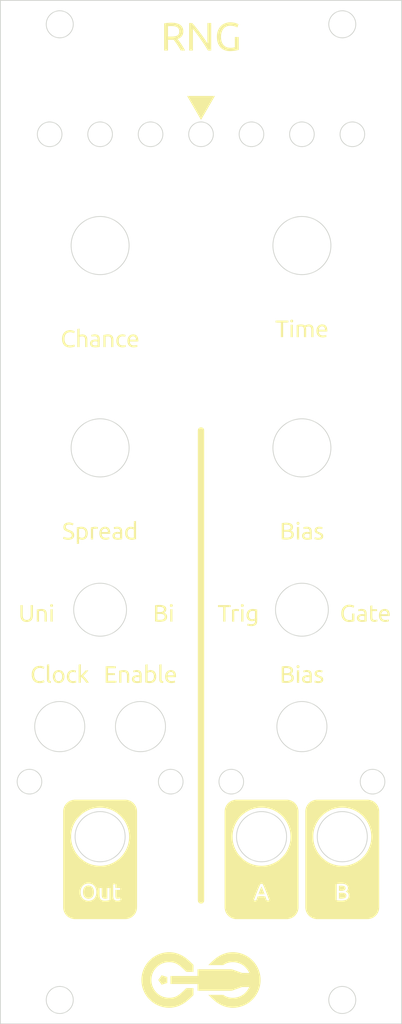
<source format=kicad_pcb>
(kicad_pcb (version 20240108) (generator "pcbnew") (generator_version "8.0")
  (title_block (title "RNG Faceplate") (date "2024-01-19") (rev "v3.0") (company "Free Modular"))
  (layers (0 "F.Cu" signal) (31 "B.Cu" signal) (34 "B.Paste" user) (35 "F.Paste" user) (36 "B.SilkS" user "B.Silkscreen") (37 "F.SilkS" user "F.Silkscreen") (38 "B.Mask" user) (39 "F.Mask" user) (44 "Edge.Cuts" user))
  (net 0 "")
  (gr_poly (pts (xy 55.763828 128.000208) (xy 55.794813 128.001051) (xy 55.824953 128.002457) (xy 55.85425 128.004425) (xy 55.882703 128.006956) (xy 55.910313 128.010049) (xy 55.937078 128.013706) (xy 55.963 128.017924) (xy 55.988781 128.022519) (xy 56.013625 128.0273) (xy 56.037531 128.032269) (xy 56.0605 128.037425) (xy 56.082531 128.042769) (xy 56.103625 128.0483) (xy 56.123782 128.054018) (xy 56.143 128.059924) (xy 56.162032 128.065924) (xy 56.180125 128.071923) (xy 56.197282 128.077923) (xy 56.2135 128.083923) (xy 56.228781 128.089922) (xy 56.243125 128.095922) (xy 56.256531 128.101921) (xy 56.269 128.107921) (xy 56.291125 128.11917) (xy 56.300781 128.124233) (xy 56.3095 128.128921) (xy 56.317281 128.133234) (xy 56.324125 128.137172) (xy 56.330031 128.140735) (xy 56.335 128.143924) (xy 56.251 128.383922) (xy 56.243875 128.379375) (xy 56.236 128.374734) (xy 56.227375 128.369999) (xy 56.218 128.365171) (xy 56.207875 128.360249) (xy 56.197 128.355233) (xy 56.185375 128.350123) (xy 56.173 128.34492) (xy 56.160016 128.33967) (xy 56.146562 128.33442) (xy 56.13264 128.32917) (xy 56.11825 128.32392) (xy 56.10339 128.31867) (xy 56.088062 128.31342) (xy 56.056 128.302921) (xy 56.040015 128.297811) (xy 56.023562 128.292984) (xy 56.00664 128.288438) (xy 55.98925 128.284173) (xy 55.97139 128.28019) (xy 55.953062 128.276487) (xy 55.934265 128.273065) (xy 55.915 128.269923) (xy 55.896203 128.266407) (xy 55.877312 128.26336) (xy 55.858328 128.260782) (xy 55.83925 128.258673) (xy 55.820078 128.257033) (xy 55.800812 128.255861) (xy 55.781453 128.255158) (xy 55.762 128.254924) (xy 55.741504 128.255147) (xy 55.721266 128.255815) (xy 55.701285 128.256928) (xy 55.681563 128.258486) (xy 55.662098 128.26049) (xy 55.642891 128.262939) (xy 55.623942 128.265833) (xy 55.60525 128.269173) (xy 55.586817 128.272958) (xy 55.568641 128.277188) (xy 55.550723 128.281864) (xy 55.533063 128.286985) (xy 55.51566 128.292551) (xy 55.498516 128.298563) (xy 55.481629 128.305021) (xy 55.465 128.311923) (xy 55.448652 128.319248) (xy 55.432609 128.326971) (xy 55.416871 128.335092) (xy 55.401437 128.343612) (xy 55.386308 128.35253) (xy 55.371484 128.361847) (xy 55.356965 128.371562) (xy 55.34275 128.381675) (xy 55.32884 128.392187) (xy 55.315234 128.403097) (xy 55.301933 128.414405) (xy 55.288937 128.426112) (xy 55.276246 128.438218) (xy 55.263859 128.450721) (xy 55.251777 128.463624) (xy 55.24 128.476924) (xy 55.228539 128.490611) (xy 55.217406 128.504674) (xy 55.206602 128.519111) (xy 55.196125 128.533923) (xy 55.185977 128.54911) (xy 55.176156 128.564672) (xy 55.166664 128.58061) (xy 55.1575 128.596922) (xy 55.148664 128.61361) (xy 55.140156 128.630672) (xy 55.131977 128.64811) (xy 55.124125 128.665922) (xy 55.116602 128.68411) (xy 55.109406 128.702673) (xy 55.102539 128.721611) (xy 55.096 128.740924) (xy 55.090187 128.760201) (xy 55.08475 128.779783) (xy 55.079687 128.799669) (xy 55.075 128.81986) (xy 55.06675 128.861156) (xy 55.06 128.903671) (xy 55.05475 128.947406) (xy 55.051 128.99236) (xy 55.04875 129.038533) (xy 55.048 129.085925) (xy 55.048656 129.13191) (xy 55.050625 129.176863) (xy 55.053906 129.220785) (xy 55.0585 129.263675) (xy 55.064406 129.305534) (xy 55.071625 129.346361) (xy 55.080156 129.386157) (xy 55.09 129.424922) (xy 55.095789 129.443883) (xy 55.101906 129.462515) (xy 55.108351 129.48082) (xy 55.115125 129.498796) (xy 55.122226 129.516445) (xy 55.129656 129.533765) (xy 55.137414 129.550758) (xy 55.1455 129.567422) (xy 55.153914 129.583758) (xy 55.162656 129.599766) (xy 55.171727 129.615446) (xy 55.181125 129.630798) (xy 55.190852 129.645821) (xy 55.200906 129.660516) (xy 55.211289 129.674883) (xy 55.222 129.688922) (xy 55.233039 129.702234) (xy 55.244406 129.715172) (xy 55.256101 129.727734) (xy 55.268125 129.739921) (xy 55.280476 129.751734) (xy 55.293156 129.763171) (xy 55.306164 129.774233) (xy 55.3195 129.784921) (xy 55.333164 129.795233) (xy 55.347156 129.805171) (xy 55.361476 129.814733) (xy 55.376125 129.823921) (xy 55.391102 129.832733) (xy 55.406406 129.841171) (xy 55.422039 129.849234) (xy 55.438 129.856921) (xy 55.454664 129.864187) (xy 55.471656 129.870984) (xy 55.488977 129.877313) (xy 55.506625 129.883173) (xy 55.524602 129.888564) (xy 55.542906 129.893486) (xy 55.561539 129.89794) (xy 55.5805 129.901924) (xy 55.599789 129.90544) (xy 55.619406 129.908488) (xy 55.639352 129.911066) (xy 55.659625 129.913176) (xy 55.680227 129.914817) (xy 55.701156 129.915989) (xy 55.722414 129.916692) (xy 55.744 129.916927) (xy 55.793172 129.91627) (xy 55.840188 129.914302) (xy 55.885047 129.91102) (xy 55.92775 129.906427) (xy 55.968297 129.90052) (xy 56.006688 129.893302) (xy 56.042922 129.88477) (xy 56.077 129.874927) (xy 56.108969 129.864565) (xy 56.138875 129.854486) (xy 56.166719 129.844688) (xy 56.1925 129.835173) (xy 56.216219 129.825939) (xy 56.237875 129.816986) (xy 56.257469 129.808314) (xy 56.275 129.799922) (xy 56.35 130.03992) (xy 56.347246 130.041831) (xy 56.344234 130.043811) (xy 56.337437 130.047984) (xy 56.329609 130.052437) (xy 56.32075 130.057172) (xy 56.310859 130.062188) (xy 56.299937 130.067485) (xy 56.287984 130.073062) (xy 56.275 130.078922) (xy 56.261078 130.084171) (xy 56.246313 130.089421) (xy 56.230703 130.094671) (xy 56.21425 130.099921) (xy 56.196953 130.105171) (xy 56.178813 130.110421) (xy 56.159828 130.115671) (xy 56.14 130.120921) (xy 56.119328 130.126078) (xy 56.097812 130.131046) (xy 56.075453 130.135828) (xy 56.05225 130.140422) (xy 56.028203 130.144829) (xy 56.003312 130.149048) (xy 55.977578 130.15308) (xy 55.951 130.156924) (xy 55.923719 130.160441) (xy 55.895875 130.163488) (xy 55.867469 130.166066) (xy 55.8385 130.168175) (xy 55.808969 130.169815) (xy 55.778875 130.170987) (xy 55.748219 130.17169) (xy 55.717 130.171924) (xy 55.689777 130.171643) (xy 55.662859 130.170799) (xy 55.636246 130.169392) (xy 55.609937 130.167424) (xy 55.583933 130.164892) (xy 55.558234 130.161798) (xy 55.53284 130.158142) (xy 55.50775 130.153923) (xy 55.482965 130.149142) (xy 55.458484 130.143798) (xy 55.434308 130.137892) (xy 55.410437 130.131424) (xy 55.386871 130.124393) (xy 55.363609 130.116799) (xy 55.340652 130.108643) (xy 55.318 130.099925) (xy 55.295699 130.090667) (xy 55.273797 130.080893) (xy 55.252293 130.070603) (xy 55.231187 130.059798) (xy 55.21048 130.048477) (xy 55.190172 130.036641) (xy 55.170262 130.02429) (xy 55.15075 130.011422) (xy 55.131637 129.99804) (xy 55.112922 129.984141) (xy 55.094605 129.969728) (xy 55.076687 129.954798) (xy 55.059168 129.939354) (xy 55.042047 129.923393) (xy 55.025324 129.906917) (xy 55.009 129.889926) (xy 54.993097 129.87243) (xy 54.97764 129.854441) (xy 54.962629 129.83596) (xy 54.948062 129.816987) (xy 54.933941 129.797522) (xy 54.920265 129.777565) (xy 54.907035 129.757115) (xy 54.89425 129.736174) (xy 54.88191 129.71474) (xy 54.870015 129.692814) (xy 54.858566 129.670396) (xy 54.847562 129.647486) (xy 54.837004 129.624083) (xy 54.82689 129.600188) (xy 54.817223 129.575801) (xy 54.808 129.550922) (xy 54.799644 129.525199) (xy 54.791828 129.499031) (xy 54.784551 129.472417) (xy 54.777812 129.445358) (xy 54.771613 129.417855) (xy 54.765953 129.389905) (xy 54.760832 129.361511) (xy 54.75625 129.332671) (xy 54.752207 129.303386) (xy 54.748703 129.273656) (xy 54.743312 129.21286) (xy 54.740078 129.150283) (xy 54.739 129.085925) (xy 54.740219 129.021612) (xy 54.743875 128.959173) (xy 54.749969 128.89861) (xy 54.75393 128.869032) (xy 54.7585 128.839922) (xy 54.76368 128.811281) (xy 54.769469 128.783109) (xy 54.775867 128.755406) (xy 54.782875 128.728171) (xy 54.790492 128.701405) (xy 54.798719 128.675108) (xy 54.807555 128.64928) (xy 54.817 128.62392) (xy 54.827336 128.598678) (xy 54.838094 128.573953) (xy 54.849274 128.549742) (xy 54.860875 128.526047) (xy 54.872899 128.502868) (xy 54.885344 128.480204) (xy 54.898211 128.458055) (xy 54.9115 128.436423) (xy 54.925211 128.415305) (xy 54.939344 128.394704) (xy 54.953898 128.374618) (xy 54.968875 128.355048) (xy 54.984273 128.335993) (xy 55.000094 128.317454) (xy 55.016336 128.299431) (xy 55.033 128.281924) (xy 55.050051 128.264932) (xy 55.067453 128.248455) (xy 55.085207 128.232493) (xy 55.103312 128.217048) (xy 55.121769 128.202118) (xy 55.140578 128.187704) (xy 55.159738 128.173805) (xy 55.17925 128.160423) (xy 55.199113 128.147555) (xy 55.219328 128.135204) (xy 55.239895 128.123368) (xy 55.260813 128.112048) (xy 55.282082 128.101244) (xy 55.303703 128.090955) (xy 55.325676 128.081183) (xy 55.348 128.071925) (xy 55.370594 128.063206) (xy 55.393375 128.055049) (xy 55.416344 128.047455) (xy 55.4395 128.040424) (xy 55.462844 128.033955) (xy 55.486375 128.028049) (xy 55.510094 128.022705) (xy 55.534 128.017924) (xy 55.558094 128.013706) (xy 55.582375 128.01005) (xy 55.606844 128.006957) (xy 55.6315 128.004426) (xy 55.656344 128.002458) (xy 55.681375 128.001052) (xy 55.706594 128.000208) (xy 55.732 127.999927)) (stroke (width -0.000001)) (fill solid) (layer "F.SilkS"))
  (gr_poly (pts (xy 86.894418 144.804375) (xy 86.968304 144.809858) (xy 87.041563 144.818944) (xy 87.114072 144.831582) (xy 87.185708 144.847721) (xy 87.256347 144.867311) (xy 87.325867 144.890301) (xy 87.394144 144.916639) (xy 87.461057 144.946274) (xy 87.526481 144.979156) (xy 87.590293 145.015233) (xy 87.652372 145.054455) (xy 87.712593 145.096771) (xy 87.770834 145.14213) (xy 87.826972 145.19048) (xy 87.880883 145.241771) (xy 87.932187 145.295671) (xy 87.98055 145.351799) (xy 88.025921 145.41003) (xy 88.06825 145.470243) (xy 88.107486 145.532316) (xy 88.143576 145.596124) (xy 88.176472 145.661545) (xy 88.206121 145.728458) (xy 88.232473 145.796738) (xy 88.255476 145.866263) (xy 88.27508 145.936911) (xy 88.291235 146.008559) (xy 88.303888 146.081083) (xy 88.312989 146.154362) (xy 88.318488 146.228272) (xy 88.320332 146.302692) (xy 88.320329 158.302463) (xy 88.318492 158.376854) (xy 88.313002 158.45074) (xy 88.303909 158.523998) (xy 88.291264 158.596506) (xy 88.275117 158.66814) (xy 88.255521 158.738777) (xy 88.232524 158.808294) (xy 88.20618 158.876568) (xy 88.176538 158.943477) (xy 88.143649 159.008897) (xy 88.107565 159.072705) (xy 88.068337 159.134779) (xy 88.026014 159.194995) (xy 87.980649 159.253231) (xy 87.932292 159.309363) (xy 87.880994 159.363269) (xy 87.827087 159.414568) (xy 87.770954 159.462926) (xy 87.712718 159.508292) (xy 87.652501 159.550615) (xy 87.590427 159.589844) (xy 87.526618 159.625928) (xy 87.461197 159.658816) (xy 87.394288 159.688458) (xy 87.326014 159.714802) (xy 87.256497 159.737797) (xy 87.18586 159.757393) (xy 87.114227 159.773539) (xy 87.04172 159.786183) (xy 86.968462 159.795275) (xy 86.894577 159.800765) (xy 86.820187 159.8026) (xy 80.52043 159.802608) (xy 80.44604 159.800778) (xy 80.372154 159.795295) (xy 80.298895 159.786208) (xy 80.226387 159.773569) (xy 80.154752 159.757429) (xy 80.084113 159.737839) (xy 80.014593 159.71485) (xy 79.946316 159.688512) (xy 79.879404 159.658877) (xy 79.81398 159.625995) (xy 79.750167 159.589917) (xy 79.688089 159.550695) (xy 79.627868 159.508378) (xy 79.569627 159.463019) (xy 79.51349 159.414668) (xy 79.459578 159.363376) (xy 79.408275 159.309476) (xy 79.359912 159.253348) (xy 79.314541 159.195116) (xy 79.272212 159.134902) (xy 79.232977 159.07283) (xy 79.196886 159.009021) (xy 79.163991 158.943599) (xy 79.134342 158.876686) (xy 79.10799 158.808406) (xy 79.084986 158.73888) (xy 79.065382 158.668232) (xy 79.049228 158.596585) (xy 79.036575 158.524061) (xy 79.027473 158.450782) (xy 79.021975 158.376873) (xy 79.020131 158.302455) (xy 79.020131 157.452327) (xy 82.699345 157.452327) (xy 83.002686 157.452327) (xy 83.191304 156.921611) (xy 84.133366 156.921611) (xy 84.180625 157.055681) (xy 84.226384 157.188258) (xy 84.249276 157.253143) (xy 84.272941 157.31879) (xy 84.297356 157.385186) (xy 84.322499 157.452319) (xy 84.640313 157.452319) (xy 84.524169 157.135193) (xy 84.415524 156.84357) (xy 84.363178 156.704399) (xy 84.311166 156.568913) (xy 84.259528 156.437176) (xy 84.208306 156.309253) (xy 84.158818 156.184817) (xy 84.109346 156.063471) (xy 84.059874 155.945128) (xy 84.010388 155.8297) (xy 83.960371 155.714534) (xy 83.909285 155.600054) (xy 83.857075 155.486322) (xy 83.803685 155.373401) (xy 83.536511 155.373401) (xy 83.53651 155.373401) (xy 83.536509 155.373401) (xy 83.536509 155.373402) (xy 83.536508 155.373402) (xy 83.536508 155.373403) (xy 83.536507 155.373403) (xy 83.536505 155.373405) (xy 83.536504 155.373405) (xy 83.536503 155.373406) (xy 83.536502 155.373407) (xy 83.536501 155.373407) (xy 83.5365 155.373408) (xy 83.536499 155.373408) (xy 83.536498 155.373408) (xy 83.536497 155.373408) (xy 83.536496 155.373409) (xy 83.483023 155.486326) (xy 83.430633 155.600056) (xy 83.37937 155.714537) (xy 83.329274 155.829707) (xy 83.279584 155.945138) (xy 83.229516 156.063484) (xy 83.179072 156.184831) (xy 83.128259 156.309261) (xy 83.078444 156.437175) (xy 83.027955 156.568909) (xy 82.924653 156.843578) (xy 82.81575 157.135201) (xy 82.699345 157.452327) (xy 79.020131 157.452327) (xy 79.020132 149.452625) (xy 80.019687 149.452625) (xy 80.027328 149.688821) (xy 80.050251 149.924249) (xy 80.088456 150.158142) (xy 80.141943 150.389731) (xy 80.210713 150.618249) (xy 80.294764 150.842928) (xy 80.394098 151.063) (xy 80.508714 151.277698) (xy 80.637339 151.484308) (xy 80.778261 151.68037) (xy 80.930813 151.865501) (xy 81.094331 152.039316) (xy 81.268149 152.201432) (xy 81.451603 152.351465) (xy 81.644029 152.489031) (xy 81.84476 152.613746) (xy 82.053132 152.725226) (xy 82.26848 152.823088) (xy 82.49014 152.906947) (xy 82.717446 152.97642) (xy 82.949734 153.031123) (xy 83.186337 153.070671) (xy 83.426593 153.094682) (xy 83.669835 153.102771) (xy 83.791787 153.100741) (xy 83.913076 153.094682) (xy 84.033619 153.084643) (xy 84.153331 153.070671) (xy 84.272131 153.052815) (xy 84.389935 153.031123) (xy 84.506659 153.005642) (xy 84.622221 152.97642) (xy 84.736539 152.943506) (xy 84.849527 152.906947) (xy 84.961104 152.866792) (xy 85.071186 152.823088) (xy 85.179691 152.775883) (xy 85.286535 152.725226) (xy 85.391634 152.671164) (xy 85.494907 152.613746) (xy 85.596269 152.553019) (xy 85.695638 152.489031) (xy 85.79293 152.42183) (xy 85.888063 152.351465) (xy 85.980953 152.277983) (xy 86.071517 152.201432) (xy 86.159672 152.12186) (xy 86.245335 152.039316) (xy 86.328423 151.953847) (xy 86.408853 151.865501) (xy 86.486541 151.774326) (xy 86.561405 151.68037) (xy 86.633361 151.583681) (xy 86.702327 151.484308) (xy 86.768218 151.382297) (xy 86.830952 151.277698) (xy 86.945568 151.063) (xy 87.044901 150.842928) (xy 87.128953 150.618249) (xy 87.197722 150.389731) (xy 87.251209 150.158142) (xy 87.289414 149.924249) (xy 87.312337 149.688821) (xy 87.319979 149.452625) (xy 87.312337 149.216428) (xy 87.289414 148.981) (xy 87.251209 148.747107) (xy 87.197722 148.515518) (xy 87.128953 148.287) (xy 87.044901 148.062321) (xy 86.945568 147.842249) (xy 86.830952 147.627551) (xy 86.702327 147.420941) (xy 86.561405 147.224879) (xy 86.408853 147.039748) (xy 86.245335 146.865933) (xy 86.071517 146.703817) (xy 85.888063 146.553784) (xy 85.695638 146.416218) (xy 85.494907 146.291503) (xy 85.286535 146.180023) (xy 85.071186 146.082161) (xy 84.849527 145.998302) (xy 84.622221 145.928829) (xy 84.389935 145.874126) (xy 84.153331 145.834578) (xy 83.913076 145.810567) (xy 83.669835 145.802478) (xy 83.547882 145.804508) (xy 83.426593 145.810567) (xy 83.30605 145.820606) (xy 83.186337 145.834578) (xy 83.067538 145.852434) (xy 82.949734 145.874126) (xy 82.833009 145.899607) (xy 82.717446 145.928829) (xy 82.603129 145.961743) (xy 82.490141 145.998302) (xy 82.378563 146.038457) (xy 82.268481 146.082161) (xy 82.159976 146.129366) (xy 82.053133 146.180023) (xy 81.948033 146.234085) (xy 81.844761 146.291503) (xy 81.743398 146.35223) (xy 81.64403 146.416218) (xy 81.546737 146.483419) (xy 81.451605 146.553784) (xy 81.358715 146.627266) (xy 81.268151 146.703817) (xy 81.179995 146.783389) (xy 81.094332 146.865933) (xy 81.011244 146.951402) (xy 80.930815 147.039748) (xy 80.853126 147.130923) (xy 80.778263 147.224879) (xy 80.706307 147.321568) (xy 80.637341 147.420941) (xy 80.57145 147.522952) (xy 80.508715 147.627551) (xy 80.3941 147.842249) (xy 80.294766 148.062321) (xy 80.210714 148.287) (xy 80.141945 148.515518) (xy 80.088457 148.747107) (xy 80.050252 148.981) (xy 80.027328 149.216428) (xy 80.019687 149.452625) (xy 79.020132 149.452625) (xy 79.020133 146.302684) (xy 79.021969 146.228295) (xy 79.027459 146.154411) (xy 79.036552 146.081155) (xy 79.049198 146.008648) (xy 79.065344 145.937016) (xy 79.084941 145.866379) (xy 79.107938 145.796863) (xy 79.134282 145.728588) (xy 79.163924 145.66168) (xy 79.196813 145.596259) (xy 79.232897 145.532451) (xy 79.272126 145.470376) (xy 79.314448 145.41016) (xy 79.359813 145.351924) (xy 79.40817 145.295791) (xy 79.459468 145.241885) (xy 79.513374 145.190587) (xy 79.569506 145.14223) (xy 79.627742 145.096865) (xy 79.687958 145.054542) (xy 79.750033 145.015314) (xy 79.813841 144.97923) (xy 79.879262 144.946341) (xy 79.946171 144.9167) (xy 80.014445 144.890355) (xy 80.083963 144.867359) (xy 80.1546 144.847763) (xy 80.226233 144.831617) (xy 80.29874 144.818972) (xy 80.371998 144.809879) (xy 80.445884 144.80439) (xy 80.520274 144.802554) (xy 86.820027 144.802547)) (stroke (width -0.000001)) (fill solid) (layer "F.SilkS"))
  (gr_poly (pts (xy 93.727037 155.595922) (xy 93.754203 155.596775) (xy 93.780984 155.598195) (xy 93.807386 155.60018) (xy 93.833413 155.602728) (xy 93.859069 155.605837) (xy 93.884359 155.609507) (xy 93.909287 155.613734) (xy 93.933617 155.618556) (xy 93.957106 155.624022) (xy 93.968535 155.626998) (xy 93.979753 155.630137) (xy 93.990761 155.633439) (xy 94.001559 155.636905) (xy 94.012145 155.640535) (xy 94.02252 155.644329) (xy 94.032685 155.648289) (xy 94.042638 155.652414) (xy 94.052379 155.656705) (xy 94.061909 155.661163) (xy 94.071228 155.665788) (xy 94.080334 155.670581) (xy 94.089578 155.675188) (xy 94.098559 155.68001) (xy 94.107279 155.685048) (xy 94.115738 155.690299) (xy 94.123937 155.695765) (xy 94.131876 155.701443) (xy 94.139556 155.707333) (xy 94.146978 155.713435) (xy 94.154141 155.719748) (xy 94.161048 155.726272) (xy 94.167698 155.733005) (xy 94.174092 155.739947) (xy 94.180231 155.747098) (xy 94.186115 155.754456) (xy 94.191745 155.762022) (xy 94.197121 155.769794) (xy 94.202212 155.777409) (xy 94.206982 155.785257) (xy 94.211431 155.793336) (xy 94.215556 155.801647) (xy 94.219358 155.810191) (xy 94.222835 155.818969) (xy 94.225986 155.827979) (xy 94.22881 155.837224) (xy 94.231305 155.846703) (xy 94.233472 155.856418) (xy 94.235308 155.866367) (xy 94.236812 155.876552) (xy 94.237984 155.886973) (xy 94.238823 155.897631) (xy 94.239327 155.908526) (xy 94.239495 155.919658) (xy 94.239327 155.931524) (xy 94.238823 155.943125) (xy 94.237984 155.954463) (xy 94.236812 155.965537) (xy 94.235307 155.976349) (xy 94.233471 155.986901) (xy 94.231304 155.997192) (xy 94.228808 156.007225) (xy 94.225984 156.017) (xy 94.222833 156.026519) (xy 94.219356 156.035781) (xy 94.215555 156.044789) (xy 94.211429 156.053544) (xy 94.206981 156.062046) (xy 94.202212 156.070296) (xy 94.197121 156.078296) (xy 94.192116 156.086082) (xy 94.186851 156.093687) (xy 94.181326 156.101109) (xy 94.175542 156.108349) (xy 94.1695 156.115404) (xy 94.163198 156.122275) (xy 94.156638 156.12896) (xy 94.14982 156.135458) (xy 94.142744 156.141769) (xy 94.13541 156.147892) (xy 94.12782 156.153825) (xy 94.119972 156.159568) (xy 94.111868 156.16512) (xy 94.103507 156.17048) (xy 94.094891 156.175648) (xy 94.086018 156.180621) (xy 94.077289 156.185398) (xy 94.068351 156.189983) (xy 94.059206 156.194375) (xy 94.049852 156.198577) (xy 94.040289 156.202588) (xy 94.030517 156.206409) (xy 94.020535 156.210042) (xy 94.010342 156.213486) (xy 93.999939 156.216743) (xy 93.989324 156.219814) (xy 93.967459 156.225398) (xy 93.944744 156.230246) (xy 93.921174 156.234363) (xy 93.896981 156.237878) (xy 93.872405 156.240923) (xy 93.847448 156.243497) (xy 93.822113 156.245602) (xy 93.796403 156.247238) (xy 93.770322 156.248406) (xy 93.743871 156.249106) (xy 93.717053 156.249339) (xy 93.411145 156.249339) (xy 93.411145 155.607516) (xy 93.437427 155.604755) (xy 93.465247 155.602419) (xy 93.494568 155.600437) (xy 93.525349 155.598735) (xy 93.559871 155.597392) (xy 93.600421 155.596422) (xy 93.646972 155.595835) (xy 93.699486 155.595638)) (stroke (width -0.000001)) (fill solid) (layer "F.SilkS"))
  (gr_poly (pts (xy 64.008301 110.531775) (xy 64.045953 110.534095) (xy 64.082457 110.537962) (xy 64.117812 110.543377) (xy 64.152019 110.550338) (xy 64.185078 110.558845) (xy 64.216988 110.5689) (xy 64.24775 110.580502) (xy 64.277363 110.59365) (xy 64.305828 110.608345) (xy 64.333144 110.624587) (xy 64.359312 110.642376) (xy 64.384332 110.661712) (xy 64.408203 110.682594) (xy 64.430926 110.705023) (xy 64.4525 110.728999) (xy 64.472844 110.754182) (xy 64.491875 110.780983) (xy 64.509594 110.809401) (xy 64.526 110.839436) (xy 64.541094 110.871088) (xy 64.554875 110.904358) (xy 64.567343 110.939245) (xy 64.5785 110.975749) (xy 64.588343 111.013871) (xy 64.596875 111.053609) (xy 64.604093 111.094965) (xy 64.609999 111.137937) (xy 64.614593 111.182527) (xy 64.617874 111.228734) (xy 64.619843 111.276558) (xy 64.620499 111.325999) (xy 64.620499 111.373996) (xy 64.620453 111.380701) (xy 64.620312 111.387311) (xy 64.620078 111.393828) (xy 64.61975 111.40025) (xy 64.619328 111.406578) (xy 64.618812 111.412812) (xy 64.618203 111.418952) (xy 64.6175 111.424998) (xy 63.5495 111.424998) (xy 63.55216 111.454917) (xy 63.555641 111.483921) (xy 63.559941 111.512011) (xy 63.565062 111.539188) (xy 63.571004 111.56545) (xy 63.577766 111.590798) (xy 63.585348 111.615231) (xy 63.59375 111.638751) (xy 63.602973 111.661357) (xy 63.613016 111.683048) (xy 63.623879 111.703826) (xy 63.635563 111.723689) (xy 63.648067 111.742639) (xy 63.661391 111.760674) (xy 63.675535 111.777795) (xy 63.6905 111.794002) (xy 63.706414 111.80926) (xy 63.723406 111.823533) (xy 63.741477 111.836822) (xy 63.760625 111.849127) (xy 63.780852 111.860447) (xy 63.802156 111.870783) (xy 63.824539 111.880134) (xy 63.848 111.888501) (xy 63.872539 111.895884) (xy 63.898156 111.902283) (xy 63.924852 111.907697) (xy 63.952625 111.912126) (xy 63.981477 111.915572) (xy 64.011406 111.918032) (xy 64.042414 111.919509) (xy 64.0745 111.920001) (xy 64.1105 111.919626) (xy 64.145 111.918501) (xy 64.178 111.916625) (xy 64.2095 111.914) (xy 64.2395 111.910624) (xy 64.268 111.906499) (xy 64.295 111.901624) (xy 64.3205 111.895999) (xy 64.345203 111.889297) (xy 64.368313 111.882688) (xy 64.389828 111.876173) (xy 64.40975 111.869751) (xy 64.428078 111.863423) (xy 64.444812 111.857188) (xy 64.459953 111.851046) (xy 64.4735 111.844997) (xy 64.5125 112.078998) (xy 64.50582 112.082385) (xy 64.498531 112.085796) (xy 64.490633 112.08923) (xy 64.482125 112.092688) (xy 64.473008 112.096169) (xy 64.463281 112.099673) (xy 64.442 112.106751) (xy 64.418281 112.113922) (xy 64.392125 112.121187) (xy 64.363531 112.128545) (xy 64.3325 112.135997) (xy 64.300438 112.143029) (xy 64.26725 112.149124) (xy 64.232937 112.15428) (xy 64.1975 112.158498) (xy 64.160937 112.161779) (xy 64.12325 112.164122) (xy 64.084438 112.165527) (xy 64.0445 112.165996) (xy 63.994344 112.165058) (xy 63.945875 112.162246) (xy 63.922274 112.160137) (xy 63.899094 112.157559) (xy 63.876336 112.154513) (xy 63.854 112.150997) (xy 63.832086 112.147013) (xy 63.810594 112.14256) (xy 63.789524 112.137639) (xy 63.768875 112.132248) (xy 63.748649 112.126389) (xy 63.728844 112.120061) (xy 63.709461 112.113264) (xy 63.6905 112.105998) (xy 63.672324 112.097947) (xy 63.654547 112.089545) (xy 63.637168 112.080791) (xy 63.620187 112.071686) (xy 63.603605 112.062229) (xy 63.587422 112.052421) (xy 63.571637 112.042261) (xy 63.55625 112.031749) (xy 63.541262 112.020886) (xy 63.526672 112.009671) (xy 63.51248 111.998105) (xy 63.498688 111.986187) (xy 63.485293 111.973918) (xy 63.472297 111.961297) (xy 63.459699 111.948325) (xy 63.4475 111.935001) (xy 63.435688 111.921349) (xy 63.42425 111.907392) (xy 63.413187 111.89313) (xy 63.4025 111.878564) (xy 63.392187 111.863693) (xy 63.38225 111.848517) (xy 63.372687 111.833037) (xy 63.3635 111.817251) (xy 63.354687 111.801161) (xy 63.34625 111.784766) (xy 63.338187 111.768067) (xy 63.3305 111.751062) (xy 63.323187 111.733753) (xy 63.31625 111.716139) (xy 63.309687 111.69822) (xy 63.3035 111.679996) (xy 63.292953 111.642074) (xy 63.283813 111.603309) (xy 63.276078 111.5637) (xy 63.26975 111.523247) (xy 63.264828 111.48195) (xy 63.261312 111.43981) (xy 63.259203 111.396827) (xy 63.2585 111.353) (xy 63.259437 111.302093) (xy 63.26225 111.252874) (xy 63.266938 111.205343) (xy 63.267641 111.2) (xy 63.5555 111.2) (xy 64.3295 111.2) (xy 64.329477 111.176645) (xy 64.328656 111.153828) (xy 64.327039 111.131551) (xy 64.324625 111.109812) (xy 64.321414 111.088613) (xy 64.317406 111.067952) (xy 64.312602 111.047831) (xy 64.307 111.028249) (xy 64.300602 111.009206) (xy 64.293406 110.990702) (xy 64.285414 110.972737) (xy 64.276625 110.955312) (xy 64.267039 110.938425) (xy 64.256657 110.922078) (xy 64.245477 110.90627) (xy 64.2335 110.891002) (xy 64.221207 110.876107) (xy 64.208328 110.862174) (xy 64.194864 110.849201) (xy 64.180813 110.837189) (xy 64.166176 110.826138) (xy 64.150953 110.816048) (xy 64.135145 110.806919) (xy 64.11875 110.798751) (xy 64.10177 110.791544) (xy 64.084203 110.785298) (xy 64.066051 110.780013) (xy 64.047313 110.775688) (xy 64.027988 110.772325) (xy 64.008078 110.769923) (xy 63.987582 110.768481) (xy 63.9665 110.768001) (xy 63.954582 110.768153) (xy 63.942828 110.76861) (xy 63.931238 110.769372) (xy 63.919813 110.770438) (xy 63.908551 110.77181) (xy 63.897453 110.773485) (xy 63.88652 110.775466) (xy 63.87575 110.777751) (xy 63.865145 110.780341) (xy 63.854703 110.783236) (xy 63.844426 110.786435) (xy 63.834313 110.789939) (xy 63.824364 110.793748) (xy 63.814578 110.797861) (xy 63.804957 110.802279) (xy 63.795501 110.807002) (xy 63.786583 110.811595) (xy 63.777829 110.816376) (xy 63.769239 110.821344) (xy 63.760813 110.8265) (xy 63.752551 110.831844) (xy 63.744453 110.837375) (xy 63.73652 110.843094) (xy 63.72875 110.849) (xy 63.721145 110.855094) (xy 63.713703 110.861376) (xy 63.706426 110.867845) (xy 63.699313 110.874502) (xy 63.692363 110.881346) (xy 63.685578 110.888377) (xy 63.678957 110.895596) (xy 63.6725 110.903003) (xy 63.666207 110.910572) (xy 63.660078 110.918282) (xy 63.654114 110.926133) (xy 63.648313 110.934125) (xy 63.642676 110.942257) (xy 63.637203 110.95053) (xy 63.631895 110.958944) (xy 63.62675 110.967499) (xy 63.62177 110.976194) (xy 63.616953 110.98503) (xy 63.612301 110.994006) (xy 63.607813 111.003123) (xy 63.603489 111.012381) (xy 63.599328 111.021779) (xy 63.595332 111.031317) (xy 63.5915 111.040996) (xy 63.585031 111.060543) (xy 63.579125 111.080185) (xy 63.573782 111.09992) (xy 63.569 111.119748) (xy 63.564781 111.139671) (xy 63.561125 111.159687) (xy 63.558031 111.179797) (xy 63.5555 111.2) (xy 63.267641 111.2) (xy 63.269984 111.18221) (xy 63.2735 111.159498) (xy 63.277485 111.137209) (xy 63.281938 111.115342) (xy 63.28686 111.093897) (xy 63.29225 111.072873) (xy 63.29811 111.052272) (xy 63.304438 111.032092) (xy 63.311235 111.012335) (xy 63.3185 110.992999) (xy 63.326153 110.973711) (xy 63.33411 110.954844) (xy 63.342371 110.936399) (xy 63.350938 110.918375) (xy 63.359809 110.900774) (xy 63.368985 110.883594) (xy 63.378465 110.866836) (xy 63.38825 110.850499) (xy 63.39834 110.834585) (xy 63.408734 110.819092) (xy 63.419433 110.804021) (xy 63.430437 110.789372) (xy 63.441746 110.775145) (xy 63.453359 110.76134) (xy 63.465277 110.747957) (xy 63.4775 110.734996) (xy 63.489992 110.722446) (xy 63.502719 110.710295) (xy 63.515679 110.698542) (xy 63.528875 110.687187) (xy 63.542305 110.67623) (xy 63.555969 110.665672) (xy 63.569867 110.655512) (xy 63.584 110.64575) (xy 63.598367 110.636387) (xy 63.612969 110.627422) (xy 63.627805 110.618855) (xy 63.642875 110.610686) (xy 63.65818 110.602916) (xy 63.673719 110.595545) (xy 63.689493 110.588571) (xy 63.7055 110.581996) (xy 63.721649 110.575821) (xy 63.737844 110.570044) (xy 63.754086 110.564666) (xy 63.770375 110.559686) (xy 63.786711 110.555104) (xy 63.803094 110.550921) (xy 63.819524 110.547136) (xy 63.836 110.54375) (xy 63.852524 110.540762) (xy 63.869094 110.538172) (xy 63.885711 110.535981) (xy 63.902375 110.534188) (xy 63.919086 110.532794) (xy 63.935844 110.531798) (xy 63.952649 110.5312) (xy 63.9695 110.531001)) (stroke (width -0.000001)) (fill solid) (layer "F.SilkS"))
  (gr_poly (pts (xy 76.05 59.45) (xy 74.3 56.45) (xy 77.8 56.45)) (stroke (width -0.000001)) (fill solid) (layer "F.SilkS"))
  (gr_poly (pts (xy 90.938501 128.528044) (xy 90.955001 128.528466) (xy 90.9715 128.529169) (xy 90.988 128.530153) (xy 91.0045 128.531419) (xy 91.021 128.532967) (xy 91.037501 128.534796) (xy 91.054002 128.536906) (xy 91.070361 128.538499) (xy 91.086438 128.54028) (xy 91.102235 128.542248) (xy 91.11775 128.544403) (xy 91.132985 128.546747) (xy 91.147937 128.549278) (xy 91.162609 128.551997) (xy 91.176999 128.554904) (xy 91.191015 128.5572) (xy 91.204563 128.55959) (xy 91.217641 128.562075) (xy 91.230251 128.564653) (xy 91.242392 128.567324) (xy 91.254064 128.57009) (xy 91.265267 128.572948) (xy 91.276002 128.5759) (xy 91.297188 128.581715) (xy 91.31575 128.587155) (xy 91.324047 128.589733) (xy 91.331688 128.592218) (xy 91.338673 128.594608) (xy 91.345002 128.596904) (xy 91.293999 128.836902) (xy 91.288175 128.833902) (xy 91.281953 128.830902) (xy 91.275332 128.827903) (xy 91.268313 128.824903) (xy 91.253078 128.818903) (xy 91.23625 128.812904) (xy 91.217828 128.806904) (xy 91.197813 128.800904) (xy 91.176204 128.794905) (xy 91.153001 128.788905) (xy 91.128392 128.782576) (xy 91.102564 128.777091) (xy 91.075517 128.77245) (xy 91.047252 128.768653) (xy 91.017767 128.765701) (xy 90.987064 128.763592) (xy 90.955142 128.762327) (xy 90.922002 128.761905) (xy 90.907494 128.762092) (xy 90.893221 128.762655) (xy 90.879182 128.763592) (xy 90.865377 128.764905) (xy 90.851807 128.766592) (xy 90.838471 128.768654) (xy 90.825369 128.771092) (xy 90.812502 128.773904) (xy 90.799869 128.777091) (xy 90.78747 128.780654) (xy 90.775306 128.784591) (xy 90.763376 128.788903) (xy 90.75168 128.79359) (xy 90.740219 128.798652) (xy 90.728992 128.804089) (xy 90.717999 128.809901) (xy 90.712647 128.812767) (xy 90.707464 128.815737) (xy 90.702452 128.818813) (xy 90.697609 128.821995) (xy 90.692936 128.825282) (xy 90.688434 128.828675) (xy 90.684101 128.832173) (xy 90.679938 128.835776) (xy 90.675945 128.839485) (xy 90.672121 128.8433) (xy 90.668468 128.84722) (xy 90.664985 128.851246) (xy 90.661671 128.855377) (xy 90.658528 128.859613) (xy 90.655554 128.863955) (xy 90.652751 128.868403) (xy 90.650117 128.872956) (xy 90.647653 128.877614) (xy 90.645359 128.882378) (xy 90.643235 128.887247) (xy 90.641281 128.892222) (xy 90.639497 128.897302) (xy 90.637883 128.902488) (xy 90.636439 128.90778) (xy 90.635164 128.913176) (xy 90.63406 128.918678) (xy 90.633125 128.924286) (xy 90.632361 128.929999) (xy 90.631766 128.935818) (xy 90.631341 128.941742) (xy 90.631001 128.953906) (xy 90.631072 128.960234) (xy 90.631283 128.966468) (xy 90.631634 128.972608) (xy 90.632126 128.978654) (xy 90.632759 128.984607) (xy 90.633533 128.990466) (xy 90.634447 128.996231) (xy 90.635501 129.001903) (xy 90.636696 129.007481) (xy 90.638032 129.012965) (xy 90.639509 129.018355) (xy 90.641126 129.023652) (xy 90.642883 129.028855) (xy 90.644781 129.033965) (xy 90.64682 129.038981) (xy 90.648999 129.043903) (xy 90.651695 129.048754) (xy 90.654531 129.053559) (xy 90.657508 129.058317) (xy 90.660626 129.063028) (xy 90.663884 129.067693) (xy 90.667282 129.07231) (xy 90.670821 129.07688) (xy 90.674501 129.081404) (xy 90.678321 129.08588) (xy 90.682282 129.09031) (xy 90.686383 129.094693) (xy 90.690625 129.099028) (xy 90.695008 129.103317) (xy 90.699531 129.107559) (xy 90.704196 129.111754) (xy 90.709 129.115901) (xy 90.719782 129.123356) (xy 90.731125 129.130716) (xy 90.743032 129.137982) (xy 90.755501 129.145153) (xy 90.768532 129.152231) (xy 90.782126 129.159215) (xy 90.796283 129.166104) (xy 90.811002 129.1729) (xy 90.826377 129.179699) (xy 90.842502 129.186591) (xy 90.859376 129.193576) (xy 90.877001 129.200654) (xy 90.895376 129.207826) (xy 90.914501 129.215093) (xy 90.955003 129.229907) (xy 91.009001 129.250907) (xy 91.034876 129.261407) (xy 91.060001 129.271907) (xy 91.084376 129.282407) (xy 91.108001 129.292907) (xy 91.130876 129.303407) (xy 91.153001 129.313907) (xy 91.174328 129.323889) (xy 91.194812 129.334341) (xy 91.214453 129.345263) (xy 91.233249 129.356653) (xy 91.242331 129.362525) (xy 91.251203 129.368513) (xy 91.259863 129.374618) (xy 91.268312 129.380841) (xy 91.27655 129.38718) (xy 91.284578 129.393637) (xy 91.292394 129.400211) (xy 91.3 129.406902) (xy 91.307758 129.413746) (xy 91.315281 129.420778) (xy 91.32257 129.427997) (xy 91.329625 129.435403) (xy 91.336446 129.442997) (xy 91.343032 129.450779) (xy 91.349383 129.458748) (xy 91.355501 129.466904) (xy 91.361383 129.475248) (xy 91.367032 129.483779) (xy 91.372446 129.492498) (xy 91.377626 129.501404) (xy 91.382571 129.510498) (xy 91.387282 129.51978) (xy 91.391759 129.529249) (xy 91.396001 129.538905) (xy 91.399997 129.54842) (xy 91.403735 129.558216) (xy 91.407215 129.568294) (xy 91.410438 129.578653) (xy 91.413403 129.589294) (xy 91.41611 129.600216) (xy 91.418559 129.611419) (xy 91.420751 129.622903) (xy 91.422685 129.634669) (xy 91.424361 129.646716) (xy 91.425779 129.659044) (xy 91.426939 129.671653) (xy 91.427841 129.684544) (xy 91.428486 129.697716) (xy 91.428873 129.711168) (xy 91.429002 129.724902) (xy 91.428369 129.751493) (xy 91.42647 129.777263) (xy 91.423306 129.802213) (xy 91.418877 129.826342) (xy 91.413181 129.84965) (xy 91.40622 129.872139) (xy 91.397994 129.893806) (xy 91.388501 129.914654) (xy 91.377744 129.934681) (xy 91.36572 129.953888) (xy 91.352431 129.972275) (xy 91.337877 129.989841) (xy 91.322057 130.006588) (xy 91.304971 130.022514) (xy 91.28662 130.03762) (xy 91.267003 130.051906) (xy 91.246588 130.065347) (xy 91.225096 130.077921) (xy 91.202525 130.089628) (xy 91.178876 130.100467) (xy 91.154149 130.11044) (xy 91.128344 130.119545) (xy 91.101461 130.127784) (xy 91.0735 130.135155) (xy 91.044461 130.141659) (xy 91.014344 130.147296) (xy 90.983149 130.152066) (xy 90.950876 130.155968) (xy 90.917524 130.159003) (xy 90.883095 130.161171) (xy 90.847587 130.162472) (xy 90.811002 130.162906) (xy 90.760658 130.162343) (xy 90.713126 130.160656) (xy 90.668407 130.157843) (xy 90.6265 130.153905) (xy 90.587406 130.148842) (xy 90.551125 130.142654) (xy 90.517656 130.135341) (xy 90.487 130.126903) (xy 90.433188 130.111342) (xy 90.38875 130.097654) (xy 90.370047 130.091512) (xy 90.353688 130.085839) (xy 90.339672 130.080635) (xy 90.328 130.0759) (xy 90.379002 129.835902) (xy 90.406564 129.846028) (xy 90.441252 129.858402) (xy 90.483065 129.873027) (xy 90.532002 129.889903) (xy 90.545397 129.894263) (xy 90.55933 129.898341) (xy 90.573803 129.902139) (xy 90.588814 129.905655) (xy 90.604365 129.908889) (xy 90.620455 129.911843) (xy 90.637084 129.914515) (xy 90.654251 129.916906) (xy 90.671958 129.919015) (xy 90.690204 129.920843) (xy 90.728314 129.923656) (xy 90.768579 129.925344) (xy 90.811002 129.925906) (xy 90.852345 129.925203) (xy 90.890876 129.923094) (xy 90.909086 129.921512) (xy 90.926594 129.919578) (xy 90.943399 129.917293) (xy 90.9595 129.914656) (xy 90.974899 129.911667) (xy 90.989594 129.908327) (xy 91.003586 129.904635) (xy 91.016875 129.900592) (xy 91.029461 129.896196) (xy 91.041344 129.89145) (xy 91.052524 129.886351) (xy 91.063 129.880901) (xy 91.068168 129.878035) (xy 91.073172 129.875065) (xy 91.078012 129.871989) (xy 91.082688 129.868807) (xy 91.0872 129.86552) (xy 91.091547 129.862128) (xy 91.095731 129.85863) (xy 91.09975 129.855027) (xy 91.103606 129.851318) (xy 91.107297 129.847504) (xy 91.110824 129.843584) (xy 91.114188 129.839559) (xy 91.117387 129.835428) (xy 91.120422 129.831192) (xy 91.123293 129.82685) (xy 91.126 129.822403) (xy 91.128543 129.817851) (xy 91.130922 129.813192) (xy 91.133137 129.808429) (xy 91.135188 129.80356) (xy 91.137074 129.798585) (xy 91.138797 129.793505) (xy 91.140356 129.78832) (xy 91.14175 129.783029) (xy 91.142981 129.777632) (xy 91.144047 129.77213) (xy 91.144949 129.766523) (xy 91.145688 129.76081) (xy 91.146262 129.754992) (xy 91.146672 129.749068) (xy 91.147 129.736903) (xy 91.146684 129.724317) (xy 91.145734 129.712059) (xy 91.144152 129.700129) (xy 91.141938 129.688528) (xy 91.13909 129.677254) (xy 91.13561 129.666309) (xy 91.131496 129.655691) (xy 91.12675 129.645402) (xy 91.121371 129.635441) (xy 91.11536 129.625808) (xy 91.108716 129.616503) (xy 91.101439 129.607526) (xy 91.093529 129.598878) (xy 91.084986 129.590557) (xy 91.075811 129.582565) (xy 91.066003 129.574901) (xy 91.055467 129.567342) (xy 91.044112 129.559666) (xy 91.031936 129.551873) (xy 91.01894 129.543963) (xy 91.005123 129.535936) (xy 90.990486 129.527792) (xy 90.958751 129.511152) (xy 90.923736 129.494043) (xy 90.885438 129.476466) (xy 90.84386 129.45842) (xy 90.799001 129.439906) (xy 90.754375 129.421905) (xy 90.7105 129.403903) (xy 90.667375 129.385902) (xy 90.625001 129.3679) (xy 90.605079 129.357965) (xy 90.585813 129.347653) (xy 90.567204 129.336966) (xy 90.549251 129.325903) (xy 90.531955 129.314465) (xy 90.515315 129.302653) (xy 90.49933 129.290465) (xy 90.484002 129.277904) (xy 90.476595 129.271447) (xy 90.469377 129.264827) (xy 90.462345 129.258042) (xy 90.455501 129.251093) (xy 90.448845 129.24398) (xy 90.442376 129.236703) (xy 90.436094 129.229262) (xy 90.430001 129.221656) (xy 90.424094 129.213886) (xy 90.418375 129.205953) (xy 90.412844 129.197855) (xy 90.4075 129.189593) (xy 90.402344 129.181166) (xy 90.397376 129.172576) (xy 90.392595 129.163821) (xy 90.388001 129.154903) (xy 90.383642 129.145774) (xy 90.379564 129.136388) (xy 90.375768 129.126744) (xy 90.372252 129.116841) (xy 90.369018 129.106681) (xy 90.366065 129.096263) (xy 90.363393 129.085587) (xy 90.361002 129.074653) (xy 90.358893 129.063461) (xy 90.357065 129.052011) (xy 90.355518 129.040304) (xy 90.354252 129.028339) (xy 90.353268 129.016116) (xy 90.352564 129.003635) (xy 90.352143 128.990897) (xy 90.352002 128.977901) (xy 90.3526 128.952366) (xy 90.354393 128.92751) (xy 90.357381 128.903335) (xy 90.361564 128.879839) (xy 90.366943 128.857023) (xy 90.373517 128.834887) (xy 90.381287 128.81343) (xy 90.390251 128.792653) (xy 90.400412 128.772556) (xy 90.411767 128.753139) (xy 90.424318 128.734401) (xy 90.438064 128.716342) (xy 90.453005 128.698964) (xy 90.469142 128.682265) (xy 90.486474 128.666245) (xy 90.505002 128.650905) (xy 90.52456 128.63601) (xy 90.544985 128.622076) (xy 90.566278 128.609104) (xy 90.588438 128.597092) (xy 90.611465 128.586041) (xy 90.635359 128.575951) (xy 90.660121 128.566822) (xy 90.68575 128.558654) (xy 90.712246 128.551447) (xy 90.739609 128.545201) (xy 90.76784 128.539916) (xy 90.796938 128.535591) (xy 90.826903 128.532228) (xy 90.857735 128.529826) (xy 90.889435 128.528384) (xy 90.922002 128.527904)) (stroke (width -0.000001)) (fill solid) (layer "F.SilkS"))
  (gr_poly (pts (xy 56.048016 120.857842) (xy 56.091563 120.860373) (xy 56.112598 120.862272) (xy 56.133141 120.864593) (xy 56.153192 120.867335) (xy 56.17275 120.8705) (xy 56.191817 120.874086) (xy 56.210391 120.878094) (xy 56.228473 120.882524) (xy 56.246063 120.887375) (xy 56.26316 120.892649) (xy 56.279766 120.898344) (xy 56.295879 120.90446) (xy 56.3115 120.910999) (xy 56.326676 120.91755) (xy 56.341454 120.924453) (xy 56.355833 120.931707) (xy 56.369813 120.939313) (xy 56.383395 120.94727) (xy 56.396579 120.955579) (xy 56.409364 120.964239) (xy 56.421751 120.973251) (xy 56.433739 120.982614) (xy 56.445329 120.992329) (xy 56.45652 121.002395) (xy 56.467313 121.012813) (xy 56.477708 121.023583) (xy 56.487704 121.034704) (xy 56.497301 121.046177) (xy 56.506501 121.058002) (xy 56.5157 121.069778) (xy 56.524547 121.08186) (xy 56.533043 121.094247) (xy 56.541188 121.106938) (xy 56.548981 121.119934) (xy 56.556422 121.133235) (xy 56.563512 121.14684) (xy 56.57025 121.160751) (xy 56.576637 121.174966) (xy 56.582672 121.189485) (xy 56.588356 121.20431) (xy 56.593688 121.219439) (xy 56.598668 121.234872) (xy 56.603297 121.25061) (xy 56.607575 121.266653) (xy 56.611501 121.283) (xy 56.618532 121.316421) (xy 56.624626 121.350686) (xy 56.629782 121.385795) (xy 56.634001 121.421748) (xy 56.637282 121.458545) (xy 56.639626 121.496186) (xy 56.641032 121.534671) (xy 56.641501 121.574001) (xy 56.641501 122.45) (xy 56.362501 122.45) (xy 56.362501 121.633998) (xy 56.362173 121.598654) (xy 56.361188 121.564623) (xy 56.359548 121.531904) (xy 56.357251 121.500498) (xy 56.354298 121.470405) (xy 56.350689 121.441625) (xy 56.346423 121.414158) (xy 56.341501 121.388004) (xy 56.339146 121.375406) (xy 56.336579 121.363113) (xy 56.333802 121.351124) (xy 56.330814 121.339441) (xy 56.327614 121.328062) (xy 56.324204 121.316987) (xy 56.320583 121.306218) (xy 56.316751 121.295753) (xy 56.312708 121.285593) (xy 56.308454 121.275737) (xy 56.303989 121.266186) (xy 56.299313 121.25694) (xy 56.294427 121.247999) (xy 56.289329 121.239362) (xy 56.28402 121.23103) (xy 56.278501 121.223003) (xy 56.272759 121.215268) (xy 56.266782 121.207815) (xy 56.260571 121.200643) (xy 56.254126 121.193752) (xy 56.247446 121.187142) (xy 56.240532 121.180813) (xy 56.233384 121.174766) (xy 56.226001 121.169) (xy 56.218384 121.163515) (xy 56.210532 121.158311) (xy 56.202446 121.153389) (xy 56.194126 121.148748) (xy 56.185571 121.144389) (xy 56.176782 121.140311) (xy 56.167759 121.136514) (xy 56.158501 121.132999) (xy 56.148985 121.129366) (xy 56.139189 121.125968) (xy 56.12911 121.122805) (xy 56.118751 121.119875) (xy 56.10811 121.11718) (xy 56.097189 121.114719) (xy 56.085985 121.112493) (xy 56.074501 121.110501) (xy 56.062735 121.108743) (xy 56.050689 121.107219) (xy 56.03836 121.10593) (xy 56.025751 121.104875) (xy 56.01286 121.104055) (xy 55.999689 121.103469) (xy 55.986235 121.103117) (xy 55.972501 121.103) (xy 55.949814 121.103187) (xy 55.926751 121.103749) (xy 55.903314 121.104686) (xy 55.879501 121.105998) (xy 55.855689 121.107686) (xy 55.832251 121.10975) (xy 55.809189 121.112189) (xy 55.786501 121.115001) (xy 55.776095 121.115797) (xy 55.765876 121.116688) (xy 55.755845 121.117672) (xy 55.746001 121.11875) (xy 55.736345 121.119922) (xy 55.726876 121.121188) (xy 55.717595 121.122549) (xy 55.708501 121.124004) (xy 55.680001 121.129251) (xy 55.660501 121.132999) (xy 55.660501 122.45) (xy 55.381501 122.45) (xy 55.3815 120.935001) (xy 55.406484 120.928954) (xy 55.433438 120.922814) (xy 55.46236 120.91658) (xy 55.49325 120.910252) (xy 55.560938 120.897313) (xy 55.6365 120.883998) (xy 55.677 120.877671) (xy 55.719 120.872186) (xy 55.7625 120.867546) (xy 55.8075 120.863749) (xy 55.854 120.860795) (xy 55.902 120.858686) (xy 55.9515 120.85742) (xy 56.0025 120.856998)) (stroke (width -0.000001)) (fill solid) (layer "F.SilkS"))
  (gr_poly (pts (xy 87.475281 84.522202) (xy 87.484375 84.522799) (xy 87.493281 84.523795) (xy 87.502 84.52519) (xy 87.510531 84.526982) (xy 87.518875 84.529174) (xy 87.527031 84.531763) (xy 87.535 84.534752) (xy 87.542781 84.538138) (xy 87.550375 84.541923) (xy 87.557781 84.546107) (xy 87.565 84.550689) (xy 87.572031 84.555669) (xy 87.578875 84.561048) (xy 87.585531 84.566825) (xy 87.592 84.573001) (xy 87.598539 84.579142) (xy 87.604656 84.585564) (xy 87.610351 84.592267) (xy 87.615625 84.599252) (xy 87.620476 84.606517) (xy 87.624906 84.614064) (xy 87.628914 84.621892) (xy 87.6325 84.630002) (xy 87.635664 84.638392) (xy 87.638406 84.647064) (xy 87.640727 84.656017) (xy 87.642625 84.665251) (xy 87.644102 84.674767) (xy 87.645157 84.684564) (xy 87.64579 84.694642) (xy 87.646001 84.705001) (xy 87.64579 84.715372) (xy 87.645157 84.725485) (xy 87.644102 84.735341) (xy 87.642625 84.744939) (xy 87.640727 84.754279) (xy 87.638406 84.763361) (xy 87.635664 84.772185) (xy 87.6325 84.780752) (xy 87.628914 84.789061) (xy 87.624906 84.797112) (xy 87.620476 84.804905) (xy 87.615625 84.81244) (xy 87.610351 84.819718) (xy 87.604656 84.826737) (xy 87.598539 84.833499) (xy 87.592 84.840003) (xy 87.585531 84.845815) (xy 87.578875 84.851253) (xy 87.572031 84.856315) (xy 87.565 84.861002) (xy 87.557781 84.865315) (xy 87.550375 84.869252) (xy 87.542781 84.872815) (xy 87.535 84.876003) (xy 87.527031 84.878815) (xy 87.518875 84.881253) (xy 87.510531 84.883315) (xy 87.502 84.885003) (xy 87.493281 84.886316) (xy 87.484375 84.887253) (xy 87.475281 84.887816) (xy 87.466 84.888004) (xy 87.456707 84.887816) (xy 87.447579 84.887253) (xy 87.438614 84.886316) (xy 87.429813 84.885003) (xy 87.421176 84.883315) (xy 87.412703 84.881253) (xy 87.404394 84.878815) (xy 87.39625 84.876003) (xy 87.388269 84.872815) (xy 87.380452 84.869252) (xy 87.3728 84.865315) (xy 87.365311 84.861002) (xy 87.357987 84.856315) (xy 87.350827 84.851253) (xy 87.343831 84.845815) (xy 87.336999 84.840003) (xy 87.330823 84.833499) (xy 87.325046 84.826737) (xy 87.319667 84.819718) (xy 87.314686 84.81244) (xy 87.310104 84.804905) (xy 87.305921 84.797112) (xy 87.302136 84.789061) (xy 87.298749 84.780752) (xy 87.295761 84.772185) (xy 87.293171 84.763361) (xy 87.29098 84.754279) (xy 87.289187 84.744939) (xy 87.287793 84.735341) (xy 87.286797 84.725485) (xy 87.286199 84.715372) (xy 87.286 84.705001) (xy 87.286199 84.694642) (xy 87.286797 84.684564) (xy 87.287793 84.674767) (xy 87.289187 84.665251) (xy 87.29098 84.656017) (xy 87.293171 84.647064) (xy 87.295761 84.638392) (xy 87.298749 84.630002) (xy 87.302136 84.621892) (xy 87.305921 84.614064) (xy 87.310104 84.606517) (xy 87.314686 84.599252) (xy 87.319667 84.592267) (xy 87.325046 84.585564) (xy 87.330823 84.579142) (xy 87.336999 84.573001) (xy 87.343831 84.566825) (xy 87.350827 84.561048) (xy 87.357987 84.555669) (xy 87.365311 84.550689) (xy 87.3728 84.546107) (xy 87.380452 84.541923) (xy 87.388269 84.538138) (xy 87.39625 84.534752) (xy 87.404394 84.531763) (xy 87.412703 84.529174) (xy 87.421176 84.526982) (xy 87.429813 84.52519) (xy 87.438614 84.523795) (xy 87.447579 84.522799) (xy 87.456707 84.522202) (xy 87.466 84.522002)) (stroke (width -0.000001)) (fill solid) (layer "F.SilkS"))
  (gr_poly (pts (xy 97.615502 120.890002) (xy 98.206502 120.890002) (xy 98.206502 121.124004) (xy 97.615502 121.124004) (xy 97.615502 121.843997) (xy 97.615783 121.872639) (xy 97.616627 121.900062) (xy 97.618033 121.926266) (xy 97.620002 121.95125) (xy 97.622533 121.975016) (xy 97.625626 121.997562) (xy 97.629282 122.018889) (xy 97.6335 122.038997) (xy 97.63582 122.048255) (xy 97.638282 122.057279) (xy 97.640883 122.066069) (xy 97.643626 122.074624) (xy 97.646509 122.082944) (xy 97.649532 122.091031) (xy 97.652697 122.098882) (xy 97.656001 122.1065) (xy 97.659447 122.113883) (xy 97.663033 122.121031) (xy 97.666759 122.127945) (xy 97.670627 122.134625) (xy 97.674634 122.14107) (xy 97.678783 122.147281) (xy 97.683071 122.153258) (xy 97.687501 122.159) (xy 97.692071 122.164156) (xy 97.696782 122.169125) (xy 97.701633 122.173906) (xy 97.706625 122.1785) (xy 97.711758 122.182907) (xy 97.717031 122.187126) (xy 97.722446 122.191157) (xy 97.728 122.195001) (xy 97.733696 122.198657) (xy 97.739532 122.202126) (xy 97.745509 122.205407) (xy 97.751626 122.2085) (xy 97.757884 122.211406) (xy 97.764282 122.214124) (xy 97.770821 122.216655) (xy 97.777501 122.218997) (xy 97.784321 122.221177) (xy 97.791282 122.223216) (xy 97.798383 122.225115) (xy 97.805625 122.226873) (xy 97.813008 122.228491) (xy 97.820532 122.229968) (xy 97.828196 122.231304) (xy 97.836 122.2325) (xy 97.843946 122.233555) (xy 97.852031 122.23447) (xy 97.868625 122.235877) (xy 97.885782 122.236721) (xy 97.9035 122.237003) (xy 97.934203 122.236581) (xy 97.963313 122.235315) (xy 97.990829 122.233205) (xy 98.016751 122.230252) (xy 98.041079 122.226454) (xy 98.063813 122.221814) (xy 98.074583 122.219177) (xy 98.084954 122.21633) (xy 98.094926 122.213271) (xy 98.104501 122.210002) (xy 98.170502 122.184499) (xy 98.212502 122.168002) (xy 98.266499 122.398997) (xy 98.255015 122.404388) (xy 98.241562 122.410061) (xy 98.226141 122.416015) (xy 98.208751 122.42225) (xy 98.189392 122.428766) (xy 98.168064 122.435564) (xy 98.144767 122.442641) (xy 98.1195 122.45) (xy 98.106258 122.453997) (xy 98.092781 122.457735) (xy 98.079071 122.461216) (xy 98.065125 122.464438) (xy 98.036532 122.47011) (xy 98.007001 122.47475) (xy 97.976533 122.478358) (xy 97.945127 122.480936) (xy 97.912783 122.482482) (xy 97.879502 122.482997) (xy 97.840596 122.482388) (xy 97.803377 122.48056) (xy 97.767846 122.477513) (xy 97.734002 122.473248) (xy 97.701846 122.467764) (xy 97.686401 122.464565) (xy 97.671377 122.461062) (xy 97.656776 122.457254) (xy 97.642596 122.453142) (xy 97.628838 122.448725) (xy 97.615502 122.444003) (xy 97.602904 122.438601) (xy 97.590611 122.432894) (xy 97.578623 122.426882) (xy 97.566939 122.420566) (xy 97.55556 122.413945) (xy 97.544486 122.407019) (xy 97.533716 122.399788) (xy 97.523251 122.392253) (xy 97.513091 122.384413) (xy 97.503236 122.376269) (xy 97.493685 122.367819) (xy 97.484439 122.359065) (xy 97.475497 122.350007) (xy 97.466861 122.340643) (xy 97.458529 122.330975) (xy 97.450501 122.321002) (xy 97.442767 122.310736) (xy 97.435314 122.300189) (xy 97.428142 122.289361) (xy 97.421252 122.278251) (xy 97.414642 122.26686) (xy 97.408314 122.255188) (xy 97.402267 122.243235) (xy 97.396502 122.231) (xy 97.391017 122.218484) (xy 97.385814 122.205687) (xy 97.380892 122.192608) (xy 97.376252 122.179249) (xy 97.371892 122.165607) (xy 97.367814 122.151685) (xy 97.364017 122.137481) (xy 97.360501 122.122997) (xy 97.354876 122.092436) (xy 97.350001 122.060749) (xy 97.345876 122.027938) (xy 97.3425 121.994001) (xy 97.339875 121.958938) (xy 97.338 121.922751) (xy 97.336874 121.88544) (xy 97.336499 121.847003) (xy 97.336499 120.454997) (xy 97.615502 120.407001)) (stroke (width -0.000001)) (fill solid) (layer "F.SilkS"))
  (gr_poly (pts (xy 56.938 129.673923) (xy 56.938187 129.690797) (xy 56.93875 129.706922) (xy 56.939687 129.722297) (xy 56.941 129.736922) (xy 56.942687 129.750797) (xy 56.94475 129.763922) (xy 56.947187 129.776296) (xy 56.95 129.787921) (xy 56.951558 129.793476) (xy 56.953234 129.79889) (xy 56.955027 129.804163) (xy 56.956937 129.809296) (xy 56.958965 129.814288) (xy 56.961109 129.81914) (xy 56.963371 129.82385) (xy 56.96575 129.828421) (xy 56.968246 129.832851) (xy 56.970859 129.83714) (xy 56.97359 129.841288) (xy 56.976437 129.845296) (xy 56.979402 129.849163) (xy 56.982484 129.852889) (xy 56.985683 129.856475) (xy 56.989 129.85992) (xy 56.992445 129.863249) (xy 56.996031 129.866484) (xy 56.999758 129.869625) (xy 57.003625 129.872673) (xy 57.007633 129.875627) (xy 57.011781 129.878486) (xy 57.01607 129.881252) (xy 57.0205 129.883925) (xy 57.02507 129.886503) (xy 57.029781 129.888988) (xy 57.034633 129.891379) (xy 57.039625 129.893676) (xy 57.044758 129.895879) (xy 57.050031 129.897989) (xy 57.055445 129.900005) (xy 57.061 129.901927) (xy 57.072578 129.904879) (xy 57.084812 129.907738) (xy 57.097703 129.910503) (xy 57.11125 129.913175) (xy 57.125453 129.915753) (xy 57.140312 129.918237) (xy 57.155828 129.920627) (xy 57.172 129.922923) (xy 57.133 130.156924) (xy 57.101336 130.155788) (xy 57.070843 130.153878) (xy 57.041523 130.151195) (xy 57.013375 130.147738) (xy 56.986398 130.143507) (xy 56.960593 130.138503) (xy 56.935961 130.132726) (xy 56.9125 130.126175) (xy 56.890211 130.118851) (xy 56.869093 130.110753) (xy 56.849148 130.101882) (xy 56.830375 130.092237) (xy 56.812773 130.081819) (xy 56.796344 130.070628) (xy 56.781086 130.058663) (xy 56.767 130.045924) (xy 56.753922 130.032342) (xy 56.741687 130.017846) (xy 56.730297 130.002436) (xy 56.71975 129.986112) (xy 56.710047 129.968873) (xy 56.701187 129.950721) (xy 56.693172 129.931654) (xy 56.686 129.911674) (xy 56.679672 129.890779) (xy 56.674187 129.86897) (xy 56.669547 129.846247) (xy 56.66575 129.82261) (xy 56.662797 129.798059) (xy 56.660687 129.772594) (xy 56.659422 129.746214) (xy 56.659 129.718921) (xy 56.659 127.846927) (xy 56.938 127.798923)) (stroke (width -0.000001)) (fill solid) (layer "F.SilkS"))
  (gr_poly (pts (xy 93.699486 155.595638) (xy 93.699483 155.595638) (xy 93.699494 155.595638)) (stroke (width -0.000001)) (fill solid) (layer "F.SilkS"))
  (gr_poly (pts (xy 65.325 128.296924) (xy 64.346999 128.296924) (xy 64.346999 128.91492) (xy 65.216999 128.91492) (xy 65.216999 129.157924) (xy 64.346999 129.157924) (xy 64.346999 129.877925) (xy 65.399998 129.877925) (xy 65.399998 130.126926) (xy 64.055999 130.126926) (xy 64.055999 128.047923) (xy 65.325 128.047923)) (stroke (width -0.000001)) (fill solid) (layer "F.SilkS"))
  (gr_poly (pts (xy 69.318 128.635905) (xy 69.324574 128.631768) (xy 69.331547 128.627607) (xy 69.338918 128.623423) (xy 69.346687 128.619216) (xy 69.363421 128.610731) (xy 69.381749 128.602152) (xy 69.401671 128.59348) (xy 69.423187 128.584715) (xy 69.446296 128.575857) (xy 69.471 128.566905) (xy 69.484242 128.562545) (xy 69.497718 128.558467) (xy 69.511429 128.55467) (xy 69.525374 128.551154) (xy 69.539554 128.547919) (xy 69.553968 128.544966) (xy 69.568616 128.542294) (xy 69.583499 128.539903) (xy 69.598616 128.537793) (xy 69.613968 128.535965) (xy 69.629554 128.534418) (xy 69.645374 128.533152) (xy 69.677718 128.531465) (xy 69.710999 128.530902) (xy 69.731847 128.531137) (xy 69.75239 128.53184) (xy 69.772628 128.533012) (xy 69.792562 128.534653) (xy 69.812191 128.536762) (xy 69.831515 128.539341) (xy 69.850534 128.542388) (xy 69.869249 128.545903) (xy 69.88766 128.549888) (xy 69.905765 128.554341) (xy 69.923566 128.559263) (xy 69.941062 128.564653) (xy 69.958254 128.570512) (xy 69.975141 128.576839) (xy 69.991723 128.583635) (xy 70.008 128.5909) (xy 70.024336 128.598587) (xy 70.040344 128.60665) (xy 70.056023 128.615088) (xy 70.071375 128.6239) (xy 70.086398 128.633088) (xy 70.101093 128.642651) (xy 70.11546 128.652588) (xy 70.129499 128.662901) (xy 70.14321 128.673589) (xy 70.156593 128.684652) (xy 70.169647 128.69609) (xy 70.182374 128.707903) (xy 70.194772 128.720091) (xy 70.206842 128.732655) (xy 70.218584 128.745593) (xy 70.229998 128.758907) (xy 70.241073 128.77257) (xy 70.251796 128.786562) (xy 70.262167 128.800882) (xy 70.272187 128.81553) (xy 70.281855 128.830507) (xy 70.291171 128.845811) (xy 70.300136 128.861444) (xy 70.308749 128.877404) (xy 70.317011 128.893693) (xy 70.324921 128.91031) (xy 70.33248 128.927255) (xy 70.339687 128.944528) (xy 70.346542 128.96213) (xy 70.353046 128.980059) (xy 70.359198 128.998317) (xy 70.364999 129.016902) (xy 70.370811 129.035769) (xy 70.376249 129.05487) (xy 70.381312 129.074206) (xy 70.385999 129.093776) (xy 70.394249 129.13362) (xy 70.400999 129.174401) (xy 70.406249 129.216121) (xy 70.409999 129.258777) (xy 70.412249 129.302372) (xy 70.412999 129.346904) (xy 70.412108 129.393591) (xy 70.409437 129.439154) (xy 70.404984 129.483591) (xy 70.402089 129.505388) (xy 70.398749 129.526903) (xy 70.394964 129.548138) (xy 70.390734 129.569091) (xy 70.386058 129.589763) (xy 70.380937 129.610154) (xy 70.375371 129.630264) (xy 70.369359 129.650093) (xy 70.362902 129.66964) (xy 70.356 129.688907) (xy 70.349062 129.707481) (xy 70.341749 129.725703) (xy 70.334062 129.743574) (xy 70.325999 129.761093) (xy 70.317561 129.778261) (xy 70.308749 129.795077) (xy 70.299561 129.811542) (xy 70.289999 129.827655) (xy 70.280061 129.843417) (xy 70.269749 129.858827) (xy 70.259061 129.873885) (xy 70.247999 129.888592) (xy 70.236562 129.902947) (xy 70.224749 129.916951) (xy 70.212562 129.930603) (xy 70.2 129.943904) (xy 70.187085 129.956842) (xy 70.173843 129.969404) (xy 70.160273 129.981592) (xy 70.146374 129.993404) (xy 70.132148 130.004842) (xy 70.117593 130.015904) (xy 70.10271 130.026592) (xy 70.087499 130.036905) (xy 70.07196 130.046842) (xy 70.056093 130.056405) (xy 70.039898 130.065593) (xy 70.023375 130.074405) (xy 70.006523 130.082843) (xy 69.989343 130.090906) (xy 69.971835 130.098594) (xy 69.953999 130.105907) (xy 69.935859 130.112808) (xy 69.917437 130.119264) (xy 69.898733 130.125276) (xy 69.879749 130.130842) (xy 69.860483 130.135963) (xy 69.840936 130.140638) (xy 69.821108 130.144869) (xy 69.800999 130.148654) (xy 69.780608 130.151994) (xy 69.759937 130.154889) (xy 69.738984 130.157339) (xy 69.717749 130.159343) (xy 69.696234 130.160902) (xy 69.674437 130.162015) (xy 69.652359 130.162683) (xy 69.63 130.162906) (xy 69.581953 130.162484) (xy 69.535312 130.161218) (xy 69.490077 130.159108) (xy 69.446249 130.156155) (xy 69.403827 130.152358) (xy 69.362811 130.147717) (xy 69.323202 130.142233) (xy 69.284999 130.135905) (xy 69.213374 130.122403) (xy 69.148499 130.108902) (xy 69.118593 130.102152) (xy 69.090374 130.095403) (xy 69.063842 130.088654) (xy 69.038998 130.081905) (xy 69.038998 129.883907) (xy 69.318 129.883907) (xy 69.329015 129.886905) (xy 69.341062 129.889904) (xy 69.35414 129.892904) (xy 69.368249 129.895904) (xy 69.38339 129.898904) (xy 69.399561 129.901903) (xy 69.416764 129.904902) (xy 69.434998 129.907901) (xy 69.455061 129.910012) (xy 69.476249 129.911841) (xy 69.498561 129.913388) (xy 69.521999 129.914654) (xy 69.546562 129.915638) (xy 69.572249 129.916341) (xy 69.599062 129.916763) (xy 69.627 129.916904) (xy 69.654773 129.916329) (xy 69.681843 129.914607) (xy 69.70821 129.911735) (xy 69.733875 129.907716) (xy 69.758835 129.902547) (xy 69.783093 129.896231) (xy 69.806648 129.888766) (xy 69.8295 129.880152) (xy 69.851648 129.87039) (xy 69.873093 129.859479) (xy 69.893835 129.847421) (xy 69.913874 129.834213) (xy 69.93321 129.819858) (xy 69.951843 129.804354) (xy 69.969772 129.787701) (xy 69.986998 129.769901) (xy 70.003346 129.75067) (xy 70.018639 129.730479) (xy 70.032877 129.709327) (xy 70.046061 129.687214) (xy 70.05819 129.66414) (xy 70.069264 129.640105) (xy 70.079284 129.615109) (xy 70.088249 129.589153) (xy 70.096159 129.562235) (xy 70.103014 129.534356) (xy 70.108815 129.505516) (xy 70.113561 129.475716) (xy 70.117252 129.444954) (xy 70.119889 129.413232) (xy 70.121471 129.380548) (xy 70.121999 129.346904) (xy 70.121624 129.317138) (xy 70.120499 129.287841) (xy 70.118624 129.259013) (xy 70.115999 129.230654) (xy 70.112624 129.202764) (xy 70.108499 129.175342) (xy 70.103624 129.14839) (xy 70.097998 129.121906) (xy 70.094881 129.108898) (xy 70.09153 129.096124) (xy 70.087944 129.083585) (xy 70.084124 129.07128) (xy 70.080069 129.059209) (xy 70.07578 129.047373) (xy 70.071257 129.035771) (xy 70.066499 129.024404) (xy 70.061507 129.013271) (xy 70.05628 129.002372) (xy 70.050819 128.991708) (xy 70.045124 128.981278) (xy 70.039194 128.971083) (xy 70.03303 128.961123) (xy 70.026632 128.951397) (xy 70.019999 128.941905) (xy 70.013121 128.932295) (xy 70.005984 128.922967) (xy 69.998589 128.91392) (xy 69.990937 128.905154) (xy 69.983027 128.896669) (xy 69.974859 128.888466) (xy 69.966433 128.880544) (xy 69.957749 128.872903) (xy 69.948808 128.865544) (xy 69.939609 128.858465) (xy 69.930151 128.851668) (xy 69.920437 128.845153) (xy 69.910464 128.838918) (xy 69.900233 128.832965) (xy 69.889745 128.827293) (xy 69.878999 128.821902) (xy 69.868358 128.816453) (xy 69.857436 128.811356) (xy 69.846233 128.80661) (xy 69.834749 128.802216) (xy 69.822983 128.798173) (xy 69.810937 128.794482) (xy 69.798609 128.791142) (xy 69.785999 128.788154) (xy 69.773109 128.785517) (xy 69.759937 128.783232) (xy 69.746484 128.781299) (xy 69.73275 128.779717) (xy 69.718734 128.778486) (xy 69.704437 128.777607) (xy 69.689859 128.77708) (xy 69.675 128.776904) (xy 69.66082 128.777057) (xy 69.646781 128.777514) (xy 69.632883 128.778275) (xy 69.619125 128.779342) (xy 69.605508 128.780713) (xy 69.592031 128.782389) (xy 69.578695 128.784369) (xy 69.5655 128.786655) (xy 69.552445 128.789245) (xy 69.539531 128.792139) (xy 69.526757 128.795339) (xy 69.514125 128.798843) (xy 69.501632 128.802651) (xy 69.489281 128.806765) (xy 69.47707 128.811183) (xy 69.464999 128.815906) (xy 69.441702 128.825703) (xy 69.419812 128.835594) (xy 69.399327 128.845579) (xy 69.380249 128.855657) (xy 69.362577 128.865829) (xy 69.346312 128.876095) (xy 69.331452 128.886454) (xy 69.32455 128.891669) (xy 69.318 128.896907) (xy 69.318 129.883907) (xy 69.038998 129.883907) (xy 69.038998 127.846904) (xy 69.318 127.7989)) (stroke (width -0.000001)) (fill solid) (layer "F.SilkS"))
  (gr_poly (pts (xy 89.427158 128.528607) (xy 89.466627 128.530716) (xy 89.504408 128.534232) (xy 89.540501 128.539153) (xy 89.557915 128.542141) (xy 89.574907 128.545481) (xy 89.591477 128.549172) (xy 89.607625 128.553215) (xy 89.623352 128.55761) (xy 89.638656 128.562355) (xy 89.653539 128.567453) (xy 89.668 128.572902) (xy 89.682437 128.578304) (xy 89.6965 128.584011) (xy 89.710187 128.590023) (xy 89.7235 128.596339) (xy 89.736437 128.602961) (xy 89.749 128.609886) (xy 89.761187 128.617117) (xy 89.773 128.624652) (xy 89.784437 128.632492) (xy 89.7955 128.640637) (xy 89.806187 128.649086) (xy 89.8165 128.65784) (xy 89.826438 128.666899) (xy 89.836 128.676262) (xy 89.845188 128.68593) (xy 89.854001 128.695903) (xy 89.862837 128.705782) (xy 89.871345 128.715919) (xy 89.879524 128.726314) (xy 89.887376 128.736966) (xy 89.8949 128.747876) (xy 89.902095 128.759044) (xy 89.908962 128.77047) (xy 89.915501 128.782153) (xy 89.921712 128.794095) (xy 89.927595 128.806294) (xy 89.93315 128.818751) (xy 89.938377 128.831466) (xy 89.943275 128.844439) (xy 89.947846 128.85767) (xy 89.952088 128.871159) (xy 89.956002 128.884906) (xy 89.963033 128.912281) (xy 89.969127 128.940405) (xy 89.974283 128.96928) (xy 89.978502 128.998905) (xy 89.981783 129.02928) (xy 89.984126 129.060405) (xy 89.985532 129.09228) (xy 89.986001 129.124904) (xy 89.986001 130.099902) (xy 89.942502 130.107402) (xy 89.884 130.1179) (xy 89.851375 130.122402) (xy 89.8165 130.126903) (xy 89.779376 130.131403) (xy 89.740002 130.135905) (xy 89.698564 130.140217) (xy 89.655251 130.144155) (xy 89.610063 130.147718) (xy 89.563 130.150905) (xy 89.53975 130.153013) (xy 89.5165 130.15484) (xy 89.49325 130.156386) (xy 89.47 130.157651) (xy 89.44675 130.158635) (xy 89.4235 130.159338) (xy 89.40025 130.159759) (xy 89.377 130.1599) (xy 89.344329 130.159478) (xy 89.312313 130.158213) (xy 89.280954 130.156105) (xy 89.250251 130.153153) (xy 89.220204 130.149357) (xy 89.190813 130.144718) (xy 89.162078 130.139234) (xy 89.134 130.132907) (xy 89.120242 130.129414) (xy 89.106719 130.125687) (xy 89.09343 130.121725) (xy 89.080376 130.117529) (xy 89.067555 130.113099) (xy 89.054969 130.108435) (xy 89.042618 130.103536) (xy 89.030501 130.098403) (xy 89.018618 130.093036) (xy 89.006969 130.087435) (xy 88.995555 130.081599) (xy 88.984376 130.075529) (xy 88.973431 130.069225) (xy 88.96272 130.062687) (xy 88.952244 130.055914) (xy 88.942002 130.048907) (xy 88.932018 130.041267) (xy 88.922314 130.033345) (xy 88.912892 130.025141) (xy 88.903752 130.016657) (xy 88.894892 130.007891) (xy 88.886314 129.998844) (xy 88.878017 129.989515) (xy 88.870002 129.979905) (xy 88.862267 129.970014) (xy 88.854814 129.959842) (xy 88.847642 129.949388) (xy 88.840752 129.938654) (xy 88.834143 129.927638) (xy 88.827815 129.91634) (xy 88.821768 129.904762) (xy 88.816003 129.892902) (xy 88.810553 129.88075) (xy 88.805455 129.868294) (xy 88.800709 129.855532) (xy 88.796314 129.842466) (xy 88.792271 129.829095) (xy 88.788579 129.81542) (xy 88.785239 129.801439) (xy 88.782251 129.787154) (xy 88.779614 129.772565) (xy 88.777329 129.75767) (xy 88.775395 129.742471) (xy 88.773813 129.726967) (xy 88.772583 129.711159) (xy 88.771704 129.695046) (xy 88.771176 129.678628) (xy 88.771001 129.661906) (xy 88.771038 129.6589) (xy 89.053002 129.6589) (xy 89.053377 129.6773) (xy 89.054502 129.694996) (xy 89.056377 129.711989) (xy 89.059002 129.728279) (xy 89.062377 129.743865) (xy 89.066501 129.758749) (xy 89.071376 129.772929) (xy 89.077001 129.786406) (xy 89.083376 129.799179) (xy 89.0905 129.81125) (xy 89.098375 129.822617) (xy 89.107 129.833282) (xy 89.116375 129.843243) (xy 89.126499 129.852501) (xy 89.137374 129.861055) (xy 89.148999 129.868907) (xy 89.161269 129.875809) (xy 89.174078 129.882265) (xy 89.187426 129.888276) (xy 89.201313 129.893842) (xy 89.215739 129.898963) (xy 89.230704 129.903639) (xy 89.246208 129.907869) (xy 89.262251 129.911655) (xy 89.278833 129.914995) (xy 89.295954 129.91789) (xy 89.313614 129.920339) (xy 89.331813 129.922343) (xy 89.350551 129.923902) (xy 89.369829 129.925016) (xy 89.389645 129.925684) (xy 89.410001 129.925906) (xy 89.458001 129.925719) (xy 89.503001 129.925156) (xy 89.545001 129.924217) (xy 89.584 129.9229) (xy 89.603079 129.921308) (xy 89.621314 129.919527) (xy 89.638705 129.917559) (xy 89.655252 129.915404) (xy 89.670955 129.91306) (xy 89.685814 129.910529) (xy 89.69983 129.90781) (xy 89.713002 129.904903) (xy 89.713002 129.439906) (xy 89.7091 129.438054) (xy 89.704892 129.436249) (xy 89.700381 129.434491) (xy 89.695564 129.43278) (xy 89.690443 129.431115) (xy 89.685017 129.429498) (xy 89.679286 129.427927) (xy 89.673251 129.426403) (xy 89.666911 129.424926) (xy 89.660266 129.423497) (xy 89.646063 129.420778) (xy 89.63064 129.418247) (xy 89.613999 129.415904) (xy 89.597031 129.413091) (xy 89.579125 129.410653) (xy 89.560281 129.40859) (xy 89.5405 129.406903) (xy 89.519781 129.40559) (xy 89.498125 129.404653) (xy 89.475531 129.404091) (xy 89.452 129.403903) (xy 89.43611 129.404044) (xy 89.419938 129.404466) (xy 89.403486 129.405169) (xy 89.386751 129.406153) (xy 89.369736 129.407419) (xy 89.35244 129.408966) (xy 89.334862 129.410795) (xy 89.317002 129.412906) (xy 89.299892 129.415483) (xy 89.283064 129.418717) (xy 89.266517 129.422607) (xy 89.250251 129.427154) (xy 89.234267 129.432357) (xy 89.22638 129.435205) (xy 89.218563 129.438217) (xy 89.210817 129.441394) (xy 89.203141 129.444734) (xy 89.195536 129.448239) (xy 89.188 129.451907) (xy 89.180946 129.455376) (xy 89.174032 129.459032) (xy 89.167259 129.462875) (xy 89.160626 129.466906) (xy 89.154134 129.471125) (xy 89.147783 129.475531) (xy 89.141572 129.480124) (xy 89.135501 129.484905) (xy 89.129571 129.489874) (xy 89.123782 129.49503) (xy 89.118134 129.500374) (xy 89.112626 129.505905) (xy 89.107258 129.511623) (xy 89.102031 129.517529) (xy 89.096945 129.523622) (xy 89.092 129.529903) (xy 89.087278 129.536031) (xy 89.08286 129.542418) (xy 89.078747 129.549062) (xy 89.074939 129.555965) (xy 89.071435 129.563125) (xy 89.068236 129.570543) (xy 89.065342 129.578219) (xy 89.062752 129.586153) (xy 89.060467 129.594345) (xy 89.058487 129.602794) (xy 89.056811 129.611501) (xy 89.05544 129.620466) (xy 89.054373 129.629688) (xy 89.053612 129.639168) (xy 89.053155 129.648905) (xy 89.053002 129.6589) (xy 88.771038 129.6589) (xy 88.7712 129.645921) (xy 88.771797 129.630217) (xy 88.772793 129.614794) (xy 88.774188 129.599653) (xy 88.775981 129.584794) (xy 88.778172 129.570215) (xy 88.780762 129.555918) (xy 88.78375 129.541903) (xy 88.787136 129.528169) (xy 88.790921 129.514716) (xy 88.795105 129.501544) (xy 88.799687 129.488654) (xy 88.804667 129.476045) (xy 88.810046 129.463718) (xy 88.815824 129.451671) (xy 88.821999 129.439906) (xy 88.82889 129.428421) (xy 88.836063 129.417218) (xy 88.843516 129.406295) (xy 88.851251 129.395655) (xy 88.859266 129.385295) (xy 88.867563 129.375217) (xy 88.876141 129.36542) (xy 88.885001 129.355905) (xy 88.894141 129.346671) (xy 88.903563 129.337718) (xy 88.913266 129.329046) (xy 88.92325 129.320655) (xy 88.933516 129.312546) (xy 88.944063 129.304718) (xy 88.954891 129.297171) (xy 88.966 129.289905) (xy 88.977368 129.282897) (xy 88.98897 129.276123) (xy 89.000806 129.269584) (xy 89.012876 129.263279) (xy 89.025181 129.257208) (xy 89.03772 129.251372) (xy 89.050493 129.245771) (xy 89.063501 129.240403) (xy 89.076743 129.235271) (xy 89.09022 129.230372) (xy 89.103931 129.225708) (xy 89.117876 129.221279) (xy 89.132055 129.217084) (xy 89.146469 129.213123) (xy 89.161117 129.209397) (xy 89.175999 129.205905) (xy 89.206188 129.199575) (xy 89.23675 129.19409) (xy 89.267688 129.18945) (xy 89.299001 129.185653) (xy 89.330689 129.1827) (xy 89.362751 129.180592) (xy 89.395189 129.179326) (xy 89.428002 129.178905) (xy 89.438549 129.178998) (xy 89.449189 129.17928) (xy 89.459924 129.179748) (xy 89.470752 129.180404) (xy 89.481673 129.181247) (xy 89.492688 129.182278) (xy 89.503797 129.183496) (xy 89.515 129.184901) (xy 89.526157 129.185745) (xy 89.537127 129.186777) (xy 89.547908 129.187996) (xy 89.558502 129.189403) (xy 89.568908 129.190997) (xy 89.579126 129.192779) (xy 89.589157 129.194747) (xy 89.599 129.196902) (xy 89.61925 129.199902) (xy 89.638001 129.202903) (xy 89.655252 129.205904) (xy 89.671002 129.208904) (xy 89.684877 129.211716) (xy 89.696502 129.214154) (xy 89.705877 129.216218) (xy 89.713002 129.217906) (xy 89.713002 129.139903) (xy 89.712768 129.122701) (xy 89.712064 129.105592) (xy 89.710892 129.088577) (xy 89.709252 129.071655) (xy 89.707142 129.054827) (xy 89.704564 129.038092) (xy 89.701518 129.02145) (xy 89.698003 129.004901) (xy 89.696034 128.996347) (xy 89.693877 128.987933) (xy 89.691533 128.97966) (xy 89.689002 128.971527) (xy 89.686283 128.963535) (xy 89.683377 128.955684) (xy 89.680283 128.947973) (xy 89.677002 128.940403) (xy 89.673533 128.932974) (xy 89.669877 128.925685) (xy 89.666033 128.918537) (xy 89.662002 128.911529) (xy 89.657783 128.904662) (xy 89.653377 128.897936) (xy 89.648783 128.891351) (xy 89.644002 128.884906) (xy 89.639009 128.878249) (xy 89.633783 128.87178) (xy 89.628322 128.865498) (xy 89.622626 128.859404) (xy 89.616697 128.853498) (xy 89.610532 128.847779) (xy 89.604134 128.842248) (xy 89.597501 128.836904) (xy 89.590634 128.831748) (xy 89.583532 128.826779) (xy 89.576196 128.821998) (xy 89.568626 128.817404) (xy 89.560821 128.812999) (xy 89.552782 128.80878) (xy 89.544508 128.80475) (xy 89.536 128.800906) (xy 89.527586 128.79691) (xy 89.518844 128.793171) (xy 89.509774 128.78969) (xy 89.500376 128.786467) (xy 89.49065 128.783502) (xy 89.480595 128.780794) (xy 89.470212 128.778345) (xy 89.459502 128.776153) (xy 89.448463 128.774219) (xy 89.437095 128.772543) (xy 89.4254 128.771125) (xy 89.413376 128.769964) (xy 89.401025 128.769062) (xy 89.388345 128.768417) (xy 89.375337 128.768031) (xy 89.362 128.767902) (xy 89.328016 128.76823) (xy 89.295063 128.769215) (xy 89.263141 128.770856) (xy 89.23225 128.773153) (xy 89.202391 128.776107) (xy 89.173563 128.779717) (xy 89.145766 128.783983) (xy 89.119 128.788905) (xy 89.094297 128.793453) (xy 89.071187 128.798094) (xy 89.049672 128.802828) (xy 89.02975 128.807656) (xy 89.011422 128.812579) (xy 88.994688 128.817594) (xy 88.979547 128.822704) (xy 88.966 128.827907) (xy 88.932999 128.596904) (xy 88.940031 128.593916) (xy 88.947625 128.590951) (xy 88.955782 128.58801) (xy 88.964501 128.585092) (xy 88.983626 128.579327) (xy 89.005001 128.573655) (xy 89.028626 128.568077) (xy 89.0545 128.562593) (xy 89.082625 128.557203) (xy 89.113 128.551906) (xy 89.144828 128.546281) (xy 89.177313 128.541406) (xy 89.210454 128.537281) (xy 89.244251 128.533905) (xy 89.278705 128.53128) (xy 89.313815 128.529404) (xy 89.34958 128.528279) (xy 89.386002 128.527904)) (stroke (width -0.000001)) (fill solid) (layer "F.SilkS"))
  (gr_poly (pts (xy 72.417881 47.251074) (xy 72.505029 47.254297) (xy 72.589443 47.259668) (xy 72.671123 47.267188) (xy 72.750068 47.276856) (xy 72.826279 47.288672) (xy 72.899755 47.302637) (xy 72.970498 47.31875) (xy 73.038506 47.337012) (xy 73.103779 47.357422) (xy 73.166318 47.379981) (xy 73.226123 47.404688) (xy 73.283193 47.431543) (xy 73.33753 47.460547) (xy 73.389131 47.491699) (xy 73.437999 47.525) (xy 73.48462 47.56043) (xy 73.528233 47.597969) (xy 73.568838 47.637618) (xy 73.606436 47.679375) (xy 73.624107 47.701045) (xy 73.641026 47.723243) (xy 73.657193 47.745967) (xy 73.672608 47.769219) (xy 73.687271 47.792998) (xy 73.701182 47.817305) (xy 73.726749 47.8675) (xy 73.749307 47.919805) (xy 73.768858 47.974219) (xy 73.785401 48.030742) (xy 73.798936 48.089375) (xy 73.809464 48.150117) (xy 73.816983 48.212969) (xy 73.821495 48.27793) (xy 73.822999 48.345) (xy 73.822276 48.387735) (xy 73.820108 48.429688) (xy 73.816495 48.470859) (xy 73.811436 48.51125) (xy 73.804932 48.550859) (xy 73.796983 48.589688) (xy 73.787589 48.627734) (xy 73.776749 48.665) (xy 73.764464 48.701484) (xy 73.750733 48.737188) (xy 73.735558 48.772109) (xy 73.718937 48.80625) (xy 73.70087 48.839609) (xy 73.681359 48.872188) (xy 73.660402 48.903984) (xy 73.637999 48.935) (xy 73.614816 48.965137) (xy 73.590265 48.994297) (xy 73.564347 49.022481) (xy 73.537061 49.049688) (xy 73.508409 49.075918) (xy 73.478389 49.101172) (xy 73.447003 49.125449) (xy 73.414249 49.14875) (xy 73.380128 49.171074) (xy 73.344639 49.192422) (xy 73.307784 49.212793) (xy 73.269561 49.232188) (xy 73.229972 49.250606) (xy 73.189015 49.268047) (xy 73.146691 49.284512) (xy 73.103 49.3) (xy 73.1455 49.354062) (xy 73.193 49.41625) (xy 73.2455 49.486562) (xy 73.303 49.565) (xy 73.334329 49.605625) (xy 73.365813 49.6475) (xy 73.397454 49.690625) (xy 73.42925 49.735) (xy 73.461203 49.780625) (xy 73.493312 49.8275) (xy 73.525578 49.875625) (xy 73.557999 49.925) (xy 73.622686 50.02375) (xy 73.686749 50.125) (xy 73.750186 50.22875) (xy 73.812999 50.335) (xy 73.844873 50.388515) (xy 73.875498 50.441562) (xy 73.904873 50.49414) (xy 73.932998 50.54625) (xy 73.959873 50.59789) (xy 73.985498 50.649062) (xy 74.009873 50.699765) (xy 74.032998 50.75) (xy 73.502997 50.75) (xy 73.451747 50.654687) (xy 73.397997 50.55875) (xy 73.341748 50.462187) (xy 73.282998 50.365) (xy 73.225186 50.26875) (xy 73.166748 50.175) (xy 73.107685 50.08375) (xy 73.047997 49.995) (xy 72.987997 49.906563) (xy 72.927997 49.82125) (xy 72.867997 49.739063) (xy 72.837997 49.699141) (xy 72.807998 49.66) (xy 72.751748 49.585) (xy 72.697998 49.515) (xy 72.646748 49.45) (xy 72.597998 49.39) (xy 72.565186 49.392188) (xy 72.531749 49.39375) (xy 72.497686 49.394688) (xy 72.462998 49.395) (xy 71.892999 49.395) (xy 71.892999 50.75) (xy 71.407998 50.75) (xy 71.407998 48.995) (xy 71.892999 48.995) (xy 72.237998 48.995) (xy 72.299716 48.994609) (xy 72.359873 48.993438) (xy 72.418467 48.991484) (xy 72.475498 48.98875) (xy 72.530967 48.985234) (xy 72.584873 48.980938) (xy 72.637217 48.975859) (xy 72.687999 48.97) (xy 72.736983 48.963047) (xy 72.783936 48.954687) (xy 72.828858 48.944922) (xy 72.871749 48.93375) (xy 72.912608 48.921172) (xy 72.932276 48.914356) (xy 72.951436 48.907188) (xy 72.970088 48.899668) (xy 72.988233 48.891797) (xy 73.005869 48.883574) (xy 73.022998 48.875) (xy 73.040244 48.866035) (xy 73.056982 48.856641) (xy 73.073212 48.846817) (xy 73.088935 48.836563) (xy 73.104149 48.825879) (xy 73.118856 48.814766) (xy 73.133056 48.803223) (xy 73.146747 48.79125) (xy 73.159931 48.778848) (xy 73.172606 48.766016) (xy 73.184774 48.752754) (xy 73.196435 48.739063) (xy 73.207587 48.724942) (xy 73.218232 48.710391) (xy 73.228369 48.69541) (xy 73.237998 48.68) (xy 73.24708 48.663438) (xy 73.255576 48.64625) (xy 73.263487 48.628438) (xy 73.270811 48.61) (xy 73.277549 48.590938) (xy 73.283702 48.57125) (xy 73.289268 48.550937) (xy 73.294249 48.53) (xy 73.298643 48.508437) (xy 73.302452 48.48625) (xy 73.305674 48.463437) (xy 73.308311 48.44) (xy 73.310362 48.415937) (xy 73.311827 48.39125) (xy 73.312706 48.365938) (xy 73.312999 48.34) (xy 73.312706 48.315879) (xy 73.311827 48.292266) (xy 73.310362 48.26916) (xy 73.308311 48.246563) (xy 73.305674 48.224473) (xy 73.302452 48.202891) (xy 73.298643 48.181817) (xy 73.294249 48.16125) (xy 73.289268 48.141192) (xy 73.283702 48.121641) (xy 73.277549 48.102598) (xy 73.270811 48.084063) (xy 73.263487 48.066035) (xy 73.255576 48.048516) (xy 73.24708 48.031504) (xy 73.237998 48.015) (xy 73.228408 47.998965) (xy 73.218388 47.983359) (xy 73.207939 47.968184) (xy 73.19706 47.953437) (xy 73.185751 47.939121) (xy 73.174013 47.925234) (xy 73.161845 47.911777) (xy 73.149247 47.89875) (xy 73.13622 47.886152) (xy 73.122763 47.873984) (xy 73.108876 47.862246) (xy 73.09456 47.850938) (xy 73.079814 47.840059) (xy 73.064638 47.829609) (xy 73.049033 47.81959) (xy 73.032998 47.81) (xy 73.017177 47.800801) (xy 73.000966 47.791953) (xy 72.984365 47.783457) (xy 72.967373 47.775313) (xy 72.94999 47.76752) (xy 72.932217 47.760078) (xy 72.914053 47.752988) (xy 72.895498 47.74625) (xy 72.876553 47.739863) (xy 72.857217 47.733828) (xy 72.837491 47.728145) (xy 72.817374 47.722813) (xy 72.796866 47.717832) (xy 72.775967 47.713203) (xy 72.754678 47.708926) (xy 72.732999 47.705) (xy 72.690108 47.697969) (xy 72.646436 47.691875) (xy 72.601983 47.686719) (xy 72.556749 47.6825) (xy 72.510733 47.679219) (xy 72.463936 47.676875) (xy 72.416358 47.675469) (xy 72.367999 47.675) (xy 72.222061 47.675937) (xy 72.094249 47.67875) (xy 71.984561 47.683437) (xy 71.936514 47.686484) (xy 71.892999 47.69) (xy 71.892999 48.995) (xy 71.407998 48.995) (xy 71.407998 47.335) (xy 71.459951 47.323047) (xy 71.513311 47.312188) (xy 71.568076 47.302422) (xy 71.624248 47.29375) (xy 71.681826 47.286172) (xy 71.740811 47.279688) (xy 71.801201 47.274297) (xy 71.862998 47.27) (xy 71.987685 47.26125) (xy 72.106747 47.255) (xy 72.220185 47.25125) (xy 72.327998 47.25)) (stroke (width -0.000001)) (fill solid) (layer "F.SilkS"))
  (gr_poly (pts (xy 72.2878 128.528677) (xy 72.325452 128.530998) (xy 72.361956 128.534865) (xy 72.397312 128.540279) (xy 72.431519 128.54724) (xy 72.464577 128.555748) (xy 72.496487 128.565803) (xy 72.527249 128.577404) (xy 72.556862 128.590553) (xy 72.585327 128.605248) (xy 72.612644 128.62149) (xy 72.638812 128.639279) (xy 72.663831 128.658614) (xy 72.687702 128.679497) (xy 72.710425 128.701926) (xy 72.731999 128.725902) (xy 72.752343 128.751086) (xy 72.771374 128.777888) (xy 72.789093 128.806306) (xy 72.805499 128.836342) (xy 72.820593 128.867994) (xy 72.834374 128.901264) (xy 72.846842 128.936151) (xy 72.857999 128.972655) (xy 72.867842 129.010775) (xy 72.876374 129.050514) (xy 72.883592 129.091869) (xy 72.889499 129.134841) (xy 72.894092 129.179431) (xy 72.897373 129.225637) (xy 72.899342 129.273461) (xy 72.899998 129.322902) (xy 72.899998 129.370906) (xy 72.899952 129.377608) (xy 72.899811 129.384217) (xy 72.899577 129.390732) (xy 72.899249 129.397153) (xy 72.898827 129.403481) (xy 72.898312 129.409714) (xy 72.897703 129.415855) (xy 72.897 129.421901) (xy 71.828999 129.421901) (xy 71.831659 129.451819) (xy 71.83514 129.480824) (xy 71.83944 129.508914) (xy 71.844561 129.53609) (xy 71.850503 129.562352) (xy 71.857265 129.5877) (xy 71.864847 129.612134) (xy 71.873249 129.635654) (xy 71.882472 129.658259) (xy 71.892515 129.679951) (xy 71.903378 129.700728) (xy 71.915062 129.720592) (xy 71.927566 129.739541) (xy 71.94089 129.757576) (xy 71.955035 129.774697) (xy 71.97 129.790904) (xy 71.985914 129.806162) (xy 72.002906 129.820435) (xy 72.020976 129.833724) (xy 72.040124 129.846029) (xy 72.060351 129.857349) (xy 72.081656 129.867685) (xy 72.104038 129.877037) (xy 72.127499 129.885404) (xy 72.152038 129.892787) (xy 72.177655 129.899185) (xy 72.204351 129.904599) (xy 72.232124 129.909029) (xy 72.260976 129.912474) (xy 72.290905 129.914935) (xy 72.321913 129.916412) (xy 72.353999 129.916904) (xy 72.389999 129.916529) (xy 72.4245 129.915403) (xy 72.4575 129.913528) (xy 72.489 129.910902) (xy 72.519 129.907527) (xy 72.547499 129.903401) (xy 72.574499 129.898526) (xy 72.599999 129.892902) (xy 72.624703 129.886199) (xy 72.647812 129.879591) (xy 72.669328 129.873076) (xy 72.689249 129.866655) (xy 72.707577 129.860327) (xy 72.724312 129.854093) (xy 72.739452 129.847953) (xy 72.752999 129.841907) (xy 72.791999 130.0759) (xy 72.785319 130.079288) (xy 72.77803 130.082699) (xy 72.770132 130.086133) (xy 72.761624 130.089591) (xy 72.752507 130.093071) (xy 72.742781 130.096576) (xy 72.721499 130.103654) (xy 72.697781 130.110826) (xy 72.671625 130.118092) (xy 72.643031 130.125453) (xy 72.612 130.132907) (xy 72.579937 130.139937) (xy 72.54675 130.14603) (xy 72.512437 130.151186) (xy 72.476999 130.155405) (xy 72.440437 130.158687) (xy 72.402749 130.161031) (xy 72.363936 130.162437) (xy 72.323998 130.162906) (xy 72.273842 130.161968) (xy 72.225373 130.159155) (xy 72.201772 130.157045) (xy 72.178592 130.154467) (xy 72.155834 130.15142) (xy 72.133498 130.147904) (xy 72.111584 130.143919) (xy 72.090092 130.139465) (xy 72.069022 130.134543) (xy 72.048373 130.129152) (xy 72.028147 130.123292) (xy 72.008342 130.116964) (xy 71.988959 130.110167) (xy 71.969998 130.102901) (xy 71.951822 130.09485) (xy 71.934045 130.086448) (xy 71.916666 130.077694) (xy 71.899686 130.068588) (xy 71.883104 130.059132) (xy 71.866921 130.049323) (xy 71.851135 130.039163) (xy 71.835749 130.028651) (xy 71.82076 130.017788) (xy 71.806171 130.006574) (xy 71.791979 129.995007) (xy 71.778186 129.98309) (xy 71.764792 129.97082) (xy 71.751795 129.958199) (xy 71.739198 129.945227) (xy 71.726998 129.931903) (xy 71.715186 129.918251) (xy 71.703748 129.904294) (xy 71.692686 129.890033) (xy 71.681999 129.875467) (xy 71.671686 129.860596) (xy 71.661749 129.84542) (xy 71.652186 129.82994) (xy 71.642999 129.814155) (xy 71.634186 129.798065) (xy 71.625749 129.781671) (xy 71.617686 129.764972) (xy 71.609999 129.747968) (xy 71.602686 129.730659) (xy 71.595749 129.713046) (xy 71.589186 129.695128) (xy 71.582999 129.676906) (xy 71.572452 129.638984) (xy 71.563311 129.600219) (xy 71.555577 129.56061) (xy 71.549249 129.520156) (xy 71.544327 129.478859) (xy 71.540811 129.436717) (xy 71.538702 129.393732) (xy 71.537999 129.349902) (xy 71.538936 129.298996) (xy 71.541749 129.249778) (xy 71.546437 129.202247) (xy 71.547141 129.196902) (xy 71.835 129.196902) (xy 72.608998 129.196902) (xy 72.608975 129.173547) (xy 72.608155 129.150731) (xy 72.606538 129.128454) (xy 72.604124 129.106716) (xy 72.600913 129.085517) (xy 72.596905 129.064857) (xy 72.592101 129.044736) (xy 72.586499 129.025154) (xy 72.580101 129.006112) (xy 72.572905 128.987608) (xy 72.564913 128.969643) (xy 72.556124 128.952217) (xy 72.546538 128.935331) (xy 72.536156 128.918983) (xy 72.524976 128.903174) (xy 72.512999 128.887904) (xy 72.500706 128.87301) (xy 72.487827 128.859076) (xy 72.474362 128.846103) (xy 72.460311 128.834091) (xy 72.445675 128.82304) (xy 72.430452 128.812951) (xy 72.414643 128.803822) (xy 72.398249 128.795654) (xy 72.381269 128.788446) (xy 72.363702 128.7822) (xy 72.34555 128.776915) (xy 72.326812 128.772591) (xy 72.307487 128.769228) (xy 72.287577 128.766825) (xy 72.267081 128.765384) (xy 72.245999 128.764903) (xy 72.234081 128.765056) (xy 72.222327 128.765513) (xy 72.210738 128.766274) (xy 72.199312 128.767341) (xy 72.18805 128.768712) (xy 72.176953 128.770388) (xy 72.166019 128.772368) (xy 72.155249 128.774654) (xy 72.144644 128.777244) (xy 72.134202 128.780138) (xy 72.123925 128.783338) (xy 72.113812 128.786842) (xy 72.103863 128.79065) (xy 72.094078 128.794764) (xy 72.084457 128.799182) (xy 72.075 128.803905) (xy 72.066082 128.808499) (xy 72.057328 128.81328) (xy 72.048738 128.818249) (xy 72.040312 128.823406) (xy 72.03205 128.828749) (xy 72.023952 128.834281) (xy 72.016019 128.839999) (xy 72.008249 128.845905) (xy 72.000644 128.851999) (xy 71.993202 128.85828) (xy 71.985925 128.864749) (xy 71.978811 128.871405) (xy 71.971862 128.878249) (xy 71.965077 128.88528) (xy 71.958456 128.892499) (xy 71.951999 128.899905) (xy 71.945706 128.907476) (xy 71.939577 128.915187) (xy 71.933612 128.923038) (xy 71.927812 128.931031) (xy 71.922175 128.939163) (xy 71.916703 128.947437) (xy 71.911394 128.955851) (xy 71.90625 128.964405) (xy 71.901269 128.9731) (xy 71.896453 128.981936) (xy 71.8918 128.990913) (xy 71.887312 129.00003) (xy 71.882988 129.009288) (xy 71.878827 129.018687) (xy 71.874831 129.028226) (xy 71.870999 129.037906) (xy 71.86453 129.057451) (xy 71.858624 129.07709) (xy 71.85328 129.096824) (xy 71.848499 129.116652) (xy 71.84428 129.136574) (xy 71.840624 129.156589) (xy 71.837531 129.176699) (xy 71.835 129.196902) (xy 71.547141 129.196902) (xy 71.549483 129.179114) (xy 71.552999 129.156404) (xy 71.556983 129.134115) (xy 71.561437 129.112248) (xy 71.566358 129.090802) (xy 71.571749 129.069779) (xy 71.577608 129.049177) (xy 71.583936 129.028997) (xy 71.590733 129.009238) (xy 71.597998 128.989902) (xy 71.605651 128.970613) (xy 71.613608 128.951747) (xy 71.62187 128.933302) (xy 71.630436 128.915279) (xy 71.639308 128.897678) (xy 71.648483 128.880499) (xy 71.657964 128.863741) (xy 71.667749 128.847406) (xy 71.677839 128.831492) (xy 71.688233 128.816) (xy 71.698933 128.80093) (xy 71.709936 128.786281) (xy 71.721245 128.772055) (xy 71.732858 128.75825) (xy 71.744776 128.744867) (xy 71.756999 128.731906) (xy 71.769491 128.719355) (xy 71.782218 128.707203) (xy 71.795179 128.695449) (xy 71.808374 128.684093) (xy 71.821804 128.673136) (xy 71.835468 128.662577) (xy 71.849366 128.652416) (xy 71.863499 128.642655) (xy 71.877866 128.633291) (xy 71.892468 128.624326) (xy 71.907304 128.61576) (xy 71.922374 128.607592) (xy 71.937679 128.599823) (xy 71.953218 128.592452) (xy 71.968992 128.58548) (xy 71.984999 128.578906) (xy 72.001148 128.57273) (xy 72.017343 128.566952) (xy 72.033586 128.561572) (xy 72.049875 128.556592) (xy 72.066211 128.552009) (xy 72.082593 128.547825) (xy 72.099023 128.54404) (xy 72.1155 128.540653) (xy 72.132023 128.537665) (xy 72.148593 128.535075) (xy 72.16521 128.532884) (xy 72.181874 128.531091) (xy 72.198585 128.529697) (xy 72.215343 128.528701) (xy 72.232148 128.528103) (xy 72.248999 128.527904)) (stroke (width -0.000001)) (fill solid) (layer "F.SilkS"))
  (gr_poly (pts (xy 72.322282 120.242199) (xy 72.331375 120.242797) (xy 72.340281 120.243793) (xy 72.349 120.245187) (xy 72.357531 120.24698) (xy 72.365875 120.249171) (xy 72.374031 120.251761) (xy 72.382 120.254749) (xy 72.389781 120.258136) (xy 72.397375 120.261922) (xy 72.404781 120.266105) (xy 72.412 120.270688) (xy 72.419031 120.275668) (xy 72.425875 120.281048) (xy 72.432531 120.286826) (xy 72.439 120.293002) (xy 72.445539 120.299143) (xy 72.451657 120.305564) (xy 72.457352 120.312267) (xy 72.462626 120.319251) (xy 72.467477 120.326516) (xy 72.471907 120.334063) (xy 72.475915 120.34189) (xy 72.479501 120.35) (xy 72.482665 120.35839) (xy 72.485407 120.367062) (xy 72.487727 120.376015) (xy 72.489626 120.385249) (xy 72.491102 120.394764) (xy 72.492157 120.404561) (xy 72.49279 120.414639) (xy 72.493001 120.424998) (xy 72.49279 120.43537) (xy 72.492157 120.445483) (xy 72.491102 120.455338) (xy 72.489626 120.464936) (xy 72.487727 120.474275) (xy 72.485407 120.483357) (xy 72.482665 120.492181) (xy 72.479501 120.500748) (xy 72.475915 120.509057) (xy 72.471907 120.517107) (xy 72.467477 120.524901) (xy 72.462626 120.532436) (xy 72.457352 120.539714) (xy 72.451657 120.546734) (xy 72.445539 120.553496) (xy 72.439 120.560001) (xy 72.432531 120.565813) (xy 72.425875 120.57125) (xy 72.419032 120.576312) (xy 72.412001 120.580999) (xy 72.404782 120.585311) (xy 72.397376 120.589248) (xy 72.389782 120.592811) (xy 72.382 120.595998) (xy 72.374032 120.59881) (xy 72.365875 120.601248) (xy 72.357532 120.60331) (xy 72.349 120.604997) (xy 72.340282 120.60631) (xy 72.331375 120.607247) (xy 72.322282 120.60781) (xy 72.313 120.607997) (xy 72.303708 120.60781) (xy 72.294579 120.607247) (xy 72.285614 120.60631) (xy 72.276814 120.604997) (xy 72.268177 120.60331) (xy 72.259704 120.601248) (xy 72.251396 120.59881) (xy 72.243251 120.595998) (xy 72.235271 120.592811) (xy 72.227455 120.589248) (xy 72.219802 120.585311) (xy 72.212314 120.580999) (xy 72.20499 120.576312) (xy 72.197829 120.57125) (xy 72.190833 120.565813) (xy 72.184001 120.560001) (xy 72.177825 120.553496) (xy 72.172048 120.546734) (xy 72.166669 120.539714) (xy 72.161689 120.532436) (xy 72.157107 120.524901) (xy 72.152923 120.517107) (xy 72.149138 120.509057) (xy 72.145751 120.500748) (xy 72.142763 120.492181) (xy 72.140173 120.483357) (xy 72.137981 120.474275) (xy 72.136188 120.464936) (xy 72.134793 120.455338) (xy 72.133797 120.445483) (xy 72.133199 120.43537) (xy 72.133 120.424998) (xy 72.133199 120.414639) (xy 72.133797 120.404561) (xy 72.134793 120.394764) (xy 72.136188 120.385249) (xy 72.137981 120.376015) (xy 72.140173 120.367062) (xy 72.142763 120.35839) (xy 72.145751 120.35) (xy 72.149138 120.34189) (xy 72.152923 120.334063) (xy 72.157107 120.326516) (xy 72.161689 120.319251) (xy 72.166669 120.312267) (xy 72.172048 120.305564) (xy 72.177825 120.299143) (xy 72.184001 120.293002) (xy 72.190833 120.286826) (xy 72.197829 120.281048) (xy 72.20499 120.275668) (xy 72.212314 120.270688) (xy 72.219802 120.266105) (xy 72.227455 120.261922) (xy 72.235271 120.258136) (xy 72.243251 120.254749) (xy 72.251396 120.251761) (xy 72.259704 120.249171) (xy 72.268177 120.24698) (xy 72.276814 120.245187) (xy 72.285614 120.243793) (xy 72.294579 120.242797) (xy 72.303708 120.242199) (xy 72.313 120.242)) (stroke (width -0.000001)) (fill solid) (layer "F.SilkS"))
  (gr_poly (pts (xy 81.389001 122.45) (xy 81.110001 122.45) (xy 81.110001 120.890002) (xy 81.389001 120.890002)) (stroke (width -0.000001)) (fill solid) (layer "F.SilkS"))
  (gr_poly (pts (xy 79.784001 120.622997) (xy 79.130002 120.622997) (xy 79.130002 122.45) (xy 78.839001 122.45) (xy 78.839001 120.622997) (xy 78.185 120.622997) (xy 78.185 120.370998) (xy 79.784001 120.370998)) (stroke (width -0.000001)) (fill solid) (layer "F.SilkS"))
  (gr_poly (pts (xy 88.270283 127.919125) (xy 88.279377 127.919722) (xy 88.288283 127.920718) (xy 88.297002 127.922113) (xy 88.305533 127.923905) (xy 88.313877 127.926097) (xy 88.322033 127.928686) (xy 88.330002 127.931674) (xy 88.337783 127.935061) (xy 88.345377 127.938845) (xy 88.352783 127.943029) (xy 88.360002 127.94761) (xy 88.367033 127.95259) (xy 88.373877 127.957968) (xy 88.380533 127.963745) (xy 88.387002 127.96992) (xy 88.393541 127.976062) (xy 88.399658 127.982485) (xy 88.405353 127.989188) (xy 88.410627 127.996173) (xy 88.415478 128.003439) (xy 88.419908 128.010986) (xy 88.423916 128.018815) (xy 88.427502 128.026924) (xy 88.430666 128.035315) (xy 88.433408 128.043987) (xy 88.435729 128.05294) (xy 88.437627 128.062174) (xy 88.439104 128.07169) (xy 88.440159 128.081487) (xy 88.440792 128.091565) (xy 88.441003 128.101924) (xy 88.440792 128.112295) (xy 88.440159 128.122408) (xy 88.439104 128.132264) (xy 88.437627 128.141861) (xy 88.435729 128.151201) (xy 88.433408 128.160283) (xy 88.430666 128.169107) (xy 88.427502 128.177674) (xy 88.423916 128.185982) (xy 88.419908 128.194033) (xy 88.415478 128.201826) (xy 88.410627 128.209362) (xy 88.405353 128.216639) (xy 88.399658 128.223659) (xy 88.393541 128.230422) (xy 88.387002 128.236926) (xy 88.380533 128.242738) (xy 88.373877 128.248175) (xy 88.367033 128.253238) (xy 88.360002 128.257925) (xy 88.352783 128.262237) (xy 88.345377 128.266174) (xy 88.337783 128.269736) (xy 88.330002 128.272924) (xy 88.322033 128.275736) (xy 88.313877 128.278173) (xy 88.305533 128.280236) (xy 88.297002 128.281923) (xy 88.288283 128.283235) (xy 88.279377 128.284173) (xy 88.270283 128.284735) (xy 88.261002 128.284923) (xy 88.251709 128.284735) (xy 88.242579 128.284173) (xy 88.233614 128.283235) (xy 88.224813 128.281923) (xy 88.216176 128.280236) (xy 88.207703 128.278173) (xy 88.199395 128.275736) (xy 88.19125 128.272924) (xy 88.18327 128.269736) (xy 88.175453 128.266174) (xy 88.167801 128.262237) (xy 88.160313 128.257925) (xy 88.152989 128.253238) (xy 88.145829 128.248175) (xy 88.138833 128.242738) (xy 88.132001 128.236926) (xy 88.125825 128.230422) (xy 88.120048 128.223659) (xy 88.114669 128.216639) (xy 88.109688 128.209362) (xy 88.105106 128.201826) (xy 88.100923 128.194033) (xy 88.097138 128.185982) (xy 88.093751 128.177674) (xy 88.090763 128.169107) (xy 88.088173 128.160283) (xy 88.085982 128.151201) (xy 88.084189 128.141861) (xy 88.082795 128.132264) (xy 88.081799 128.122408) (xy 88.081201 128.112295) (xy 88.081002 128.101924) (xy 88.081201 128.091565) (xy 88.081799 128.081487) (xy 88.082795 128.07169) (xy 88.084189 128.062174) (xy 88.085982 128.05294) (xy 88.088173 128.043987) (xy 88.090763 128.035315) (xy 88.093751 128.026924) (xy 88.097138 128.018815) (xy 88.100923 128.010986) (xy 88.105106 128.003439) (xy 88.109688 127.996173) (xy 88.114669 127.989188) (xy 88.120048 127.982485) (xy 88.125825 127.976062) (xy 88.132001 127.96992) (xy 88.138833 127.963745) (xy 88.145829 127.957968) (xy 88.152989 127.95259) (xy 88.160313 127.94761) (xy 88.167801 127.943029) (xy 88.175453 127.938845) (xy 88.18327 127.935061) (xy 88.19125 127.931674) (xy 88.199395 127.928686) (xy 88.207703 127.926097) (xy 88.216176 127.923905) (xy 88.224813 127.922113) (xy 88.233614 127.920718) (xy 88.242579 127.919722) (xy 88.251709 127.919125) (xy 88.261002 127.918925)) (stroke (width -0.000001)) (fill solid) (layer "F.SilkS"))
  (gr_poly (pts (xy 61.905726 155.580757) (xy 61.925207 155.581459) (xy 61.944425 155.582628) (xy 61.963381 155.584265) (xy 61.982077 155.58637) (xy 62.000512 155.588943) (xy 62.018688 155.591985) (xy 62.036605 155.595495) (xy 62.054264 155.599475) (xy 62.071666 155.603923) (xy 62.088812 155.60884) (xy 62.105702 155.614226) (xy 62.122337 155.620082) (xy 62.138718 155.626407) (xy 62.154846 155.633203) (xy 62.170722 155.640468) (xy 62.186318 155.647791) (xy 62.201608 155.655509) (xy 62.216592 155.663623) (xy 62.23127 155.672133) (xy 62.245641 155.681039) (xy 62.259708 155.690343) (xy 62.273469 155.700044) (xy 62.286925 155.710143) (xy 62.300076 155.720641) (xy 62.312923 155.731537) (xy 62.325466 155.742833) (xy 62.337705 155.754528) (xy 62.34964 155.766624) (xy 62.361272 155.77912) (xy 62.372601 155.792017) (xy 62.383628 155.805316) (xy 62.394713 155.819004) (xy 62.40547 155.833069) (xy 62.415899 155.847509) (xy 62.425998 155.862326) (xy 62.43577 155.877518) (xy 62.445213 155.893086) (xy 62.454328 155.909029) (xy 62.463114 155.925348) (xy 62.471573 155.942041) (xy 62.479703 155.959109) (xy 62.487506 155.976552) (xy 62.49498 155.994369) (xy 62.502127 156.01256) (xy 62.508946 156.031126) (xy 62.515437 156.050065) (xy 62.521601 156.069377) (xy 62.532853 156.108198) (xy 62.542609 156.14815) (xy 62.550868 156.18923) (xy 62.557629 156.231436) (xy 62.56289 156.274766) (xy 62.56665 156.319218) (xy 62.568906 156.36479) (xy 62.569659 156.411479) (xy 62.568906 156.458197) (xy 62.56665 156.503862) (xy 62.56289 156.548481) (xy 62.557629 156.592061) (xy 62.550868 156.634611) (xy 62.542609 156.676138) (xy 62.532853 156.716649) (xy 62.521601 156.756152) (xy 62.515437 156.775105) (xy 62.508946 156.793717) (xy 62.502127 156.811985) (xy 62.49498 156.82991) (xy 62.487506 156.847489) (xy 62.479703 156.86472) (xy 62.471573 156.881603) (xy 62.463114 156.898136) (xy 62.454327 156.914318) (xy 62.445213 156.930147) (xy 62.435769 156.945621) (xy 62.425998 156.960739) (xy 62.415898 156.975501) (xy 62.40547 156.989903) (xy 62.394713 157.003946) (xy 62.383628 157.017627) (xy 62.372601 157.030939) (xy 62.361272 157.043874) (xy 62.34964 157.056434) (xy 62.337705 157.068618) (xy 62.325466 157.080426) (xy 62.312923 157.091859) (xy 62.300076 157.102917) (xy 62.286924 157.113599) (xy 62.273468 157.123907) (xy 62.259707 157.133839) (xy 62.245641 157.143397) (xy 62.231269 157.152581) (xy 62.216592 157.16139) (xy 62.201608 157.169825) (xy 62.186318 157.177886) (xy 62.170722 157.185573) (xy 62.154845 157.192475) (xy 62.138715 157.198928) (xy 62.122332 157.204933) (xy 62.105696 157.21049) (xy 62.088804 157.2156) (xy 62.071658 157.220263) (xy 62.054255 157.224479) (xy 62.036595 157.22825) (xy 62.018678 157.231575) (xy 62.000502 157.234455) (xy 61.982068 157.236891) (xy 61.963373 157.238882) (xy 61.944418 157.240431) (xy 61.925201 157.241536) (xy 61.905723 157.242199) (xy 61.885981 157.242419) (xy 61.866222 157.242199) (xy 61.846689 157.241535) (xy 61.827384 157.24043) (xy 61.808308 157.238881) (xy 61.789462 157.236889) (xy 61.770847 157.234453) (xy 61.752465 157.231572) (xy 61.734315 157.228247) (xy 61.7164 157.224476) (xy 61.69872 157.22026) (xy 61.681277 157.215597) (xy 61.664071 157.210487) (xy 61.647103 157.204931) (xy 61.630375 157.198926) (xy 61.613888 157.192474) (xy 61.597642 157.185573) (xy 61.582033 157.177886) (xy 61.566704 157.169825) (xy 61.551657 157.16139) (xy 61.536891 157.152581) (xy 61.522406 157.143397) (xy 61.508203 157.133839) (xy 61.49428 157.123907) (xy 61.480639 157.113599) (xy 61.467279 157.102917) (xy 61.4542 157.091859) (xy 61.441402 157.080426) (xy 61.428886 157.068618) (xy 61.416652 157.056434) (xy 61.404699 157.043874) (xy 61.393027 157.030939) (xy 61.381636 157.017627) (xy 61.370915 157.003946) (xy 61.360501 156.989903) (xy 61.350393 156.975501) (xy 61.340593 156.960739) (xy 61.331098 156.945621) (xy 61.321909 156.930147) (xy 61.313026 156.914318) (xy 61.304448 156.898136) (xy 61.296174 156.881603) (xy 61.288205 156.86472) (xy 61.28054 156.847489) (xy 61.273178 156.82991) (xy 61.26612 156.811985) (xy 61.259365 156.793717) (xy 61.252912 156.775105) (xy 61.246761 156.756152) (xy 61.235509 156.716652) (xy 61.225753 156.676143) (xy 61.217493 156.634619) (xy 61.210732 156.59207) (xy 61.205472 156.548489) (xy 61.201712 156.503869) (xy 61.199455 156.458202) (xy 61.198703 156.411479) (xy 61.199455 156.364785) (xy 61.201712 156.319211) (xy 61.205472 156.274758) (xy 61.210732 156.231427) (xy 61.217493 156.189222) (xy 61.225753 156.148144) (xy 61.235509 156.108195) (xy 61.240948 156.088645) (xy 61.246761 156.069377) (xy 61.252912 156.050065) (xy 61.259365 156.031126) (xy 61.266121 156.01256) (xy 61.273179 155.994369) (xy 61.280541 155.976552) (xy 61.288206 155.959109) (xy 61.296176 155.942041) (xy 61.304449 155.925348) (xy 61.313027 155.909029) (xy 61.321911 155.893086) (xy 61.331099 155.877518) (xy 61.340594 155.862326) (xy 61.350394 155.847509) (xy 61.360501 155.833069) (xy 61.370915 155.819004) (xy 61.381636 155.805316) (xy 61.393027 155.792017) (xy 61.404699 155.77912) (xy 61.416652 155.766624) (xy 61.428886 155.754528) (xy 61.441402 155.742833) (xy 61.4542 155.731537) (xy 61.467279 155.720641) (xy 61.480639 155.710143) (xy 61.49428 155.700044) (xy 61.508203 155.690343) (xy 61.522406 155.681039) (xy 61.536891 155.672133) (xy 61.551657 155.663623) (xy 61.566704 155.655509) (xy 61.582033 155.647791) (xy 61.597642 155.640468) (xy 61.613886 155.633204) (xy 61.630372 155.62641) (xy 61.647099 155.620085) (xy 61.664065 155.614229) (xy 61.681271 155.608843) (xy 61.698713 155.603926) (xy 61.716393 155.599478) (xy 61.734308 155.595498) (xy 61.752457 155.591988) (xy 61.77084 155.588945) (xy 61.789456 155.586371) (xy 61.808302 155.584266) (xy 61.827379 155.582628) (xy 61.846685 155.581459) (xy 61.86622 155.580758) (xy 61.885981 155.580524)) (stroke (width -0.000001)) (fill solid) (layer "F.SilkS"))
  (gr_poly (pts (xy 82.585954 120.857467) (xy 82.632313 120.858873) (xy 82.677079 120.861217) (xy 82.72025 120.864498) (xy 82.761828 120.868717) (xy 82.801813 120.873873) (xy 82.840203 120.879966) (xy 82.877 120.886996) (xy 82.9475 120.900312) (xy 83.012 120.91325) (xy 83.070501 120.925812) (xy 83.123002 120.937999) (xy 83.123002 122.329997) (xy 83.122275 122.374225) (xy 83.120096 122.416905) (xy 83.116463 122.458039) (xy 83.111377 122.497625) (xy 83.104838 122.535664) (xy 83.096845 122.572156) (xy 83.0874 122.607102) (xy 83.076502 122.6405) (xy 83.06415 122.672352) (xy 83.050345 122.702656) (xy 83.035087 122.731414) (xy 83.018376 122.758625) (xy 83.000212 122.784289) (xy 82.980595 122.808406) (xy 82.959525 122.830977) (xy 82.937001 122.852) (xy 82.913001 122.871618) (xy 82.887501 122.88997) (xy 82.860501 122.907056) (xy 82.832001 122.922877) (xy 82.802001 122.937431) (xy 82.770501 122.950721) (xy 82.737501 122.962744) (xy 82.703001 122.973502) (xy 82.667001 122.982995) (xy 82.629501 122.991221) (xy 82.5905 122.998182) (xy 82.55 123.003878) (xy 82.508 123.008308) (xy 82.4645 123.011472) (xy 82.4195 123.01337) (xy 82.373 123.014003) (xy 82.336484 123.013628) (xy 82.300438 123.012503) (xy 82.26486 123.010627) (xy 82.22975 123.008002) (xy 82.19511 123.004626) (xy 82.160938 123.000501) (xy 82.127235 122.995626) (xy 82.094001 122.990001) (xy 82.062266 122.98386) (xy 82.031563 122.977438) (xy 82.001891 122.970735) (xy 81.97325 122.96375) (xy 81.945641 122.956484) (xy 81.919062 122.948937) (xy 81.893516 122.94111) (xy 81.869 122.933002) (xy 81.920001 122.689998) (xy 81.941563 122.698108) (xy 81.964251 122.705937) (xy 81.988063 122.713484) (xy 82.013001 122.720749) (xy 82.039064 122.727733) (xy 82.066251 122.734436) (xy 82.094564 122.740857) (xy 82.124001 122.746997) (xy 82.154892 122.753327) (xy 82.186064 122.758812) (xy 82.217517 122.763453) (xy 82.249251 122.767249) (xy 82.281267 122.770202) (xy 82.313563 122.772311) (xy 82.346141 122.773576) (xy 82.379 122.773997) (xy 82.409575 122.773611) (xy 82.439047 122.772451) (xy 82.467419 122.770517) (xy 82.494688 122.76781) (xy 82.520856 122.76433) (xy 82.545922 122.760076) (xy 82.569887 122.755049) (xy 82.592751 122.749249) (xy 82.614512 122.742675) (xy 82.635172 122.735327) (xy 82.654731 122.727206) (xy 82.673188 122.718312) (xy 82.690544 122.708644) (xy 82.706798 122.698202) (xy 82.72195 122.686987) (xy 82.736001 122.674998) (xy 82.749442 122.662166) (xy 82.762017 122.64842) (xy 82.773724 122.63376) (xy 82.784564 122.618186) (xy 82.794537 122.601697) (xy 82.803642 122.584295) (xy 82.81188 122.565979) (xy 82.819251 122.546749) (xy 82.825755 122.526605) (xy 82.831392 122.505547) (xy 82.836161 122.483575) (xy 82.840064 122.460689) (xy 82.843099 122.436889) (xy 82.845267 122.412174) (xy 82.846567 122.386546) (xy 82.847001 122.360004) (xy 82.847001 122.294002) (xy 82.842232 122.29706) (xy 82.836923 122.300236) (xy 82.831076 122.303528) (xy 82.824689 122.306938) (xy 82.810299 122.314109) (xy 82.793752 122.321749) (xy 82.775049 122.329858) (xy 82.754189 122.338435) (xy 82.731174 122.347482) (xy 82.706002 122.356998) (xy 82.693111 122.361357) (xy 82.679939 122.365436) (xy 82.666486 122.369233) (xy 82.652752 122.372749) (xy 82.638736 122.375984) (xy 82.624439 122.378937) (xy 82.609861 122.381609) (xy 82.595001 122.384) (xy 82.579861 122.38611) (xy 82.564439 122.387938) (xy 82.548735 122.389485) (xy 82.532751 122.390751) (xy 82.499938 122.392438) (xy 82.466 122.393001) (xy 82.430985 122.392298) (xy 82.396439 122.390188) (xy 82.362361 122.386673) (xy 82.328752 122.381751) (xy 82.312123 122.378763) (xy 82.295611 122.375423) (xy 82.279217 122.371732) (xy 82.262939 122.367689) (xy 82.246779 122.363295) (xy 82.230736 122.358549) (xy 82.214811 122.353452) (xy 82.199002 122.348003) (xy 82.183744 122.342189) (xy 82.168721 122.336001) (xy 82.153931 122.329437) (xy 82.139377 122.322499) (xy 82.125056 122.315186) (xy 82.11097 122.307499) (xy 82.097118 122.299436) (xy 82.083501 122.290999) (xy 82.070118 122.282186) (xy 82.05697 122.272999) (xy 82.044056 122.263437) (xy 82.031376 122.2535) (xy 82.01893 122.243188) (xy 82.006719 122.232501) (xy 81.994743 122.221439) (xy 81.983001 122.210002) (xy 81.971528 122.197826) (xy 81.96036 122.185298) (xy 81.949497 122.172419) (xy 81.938939 122.159188) (xy 81.928685 122.145605) (xy 81.918736 122.131671) (xy 81.909091 122.117386) (xy 81.899751 122.102749) (xy 81.890716 122.087761) (xy 81.881986 122.072421) (xy 81.87356 122.05673) (xy 81.865439 122.040687) (xy 81.857622 122.024293) (xy 81.85011 122.007548) (xy 81.842903 121.990451) (xy 81.836001 121.973003) (xy 81.829462 121.955166) (xy 81.823345 121.936908) (xy 81.81765 121.918228) (xy 81.812377 121.899127) (xy 81.807525 121.879603) (xy 81.803096 121.859657) (xy 81.799088 121.83929) (xy 81.795502 121.818501) (xy 81.792338 121.797289) (xy 81.789596 121.775656) (xy 81.787276 121.753601) (xy 81.785377 121.731124) (xy 81.783901 121.708225) (xy 81.782846 121.684904) (xy 81.782213 121.661161) (xy 81.782028 121.640002) (xy 82.073001 121.640002) (xy 82.073516 121.673142) (xy 82.075063 121.705063) (xy 82.077641 121.735766) (xy 82.081251 121.76525) (xy 82.085891 121.793516) (xy 82.091563 121.820562) (xy 82.098267 121.84639) (xy 82.102005 121.858846) (xy 82.106002 121.870998) (xy 82.110584 121.882869) (xy 82.11533 121.894483) (xy 82.12024 121.905839) (xy 82.125314 121.916937) (xy 82.130552 121.927777) (xy 82.135954 121.93836) (xy 82.141521 121.948684) (xy 82.147251 121.958751) (xy 82.153146 121.96856) (xy 82.159204 121.978111) (xy 82.165427 121.987404) (xy 82.171814 121.996439) (xy 82.178365 122.005217) (xy 82.18508 122.013736) (xy 82.191959 122.021998) (xy 82.199002 122.030002) (xy 82.20656 122.037748) (xy 82.214236 122.045236) (xy 82.222029 122.052466) (xy 82.229939 122.059439) (xy 82.237966 122.066154) (xy 82.246111 122.07261) (xy 82.254372 122.078809) (xy 82.262751 122.08475) (xy 82.271247 122.090434) (xy 82.27986 122.095859) (xy 82.288591 122.101027) (xy 82.297438 122.105936) (xy 82.306403 122.110588) (xy 82.315485 122.114982) (xy 82.324684 122.119118) (xy 82.334 122.122997) (xy 82.343762 122.12663) (xy 82.353548 122.130029) (xy 82.363357 122.133194) (xy 82.373189 122.136124) (xy 82.383045 122.13882) (xy 82.392924 122.141282) (xy 82.402826 122.143509) (xy 82.412752 122.145501) (xy 82.422701 122.14726) (xy 82.432674 122.148783) (xy 82.44267 122.150073) (xy 82.452689 122.151128) (xy 82.462732 122.151948) (xy 82.472798 122.152534) (xy 82.482888 122.152886) (xy 82.493001 122.153003) (xy 82.52047 122.152534) (xy 82.547376 122.151128) (xy 82.57372 122.148783) (xy 82.599501 122.145501) (xy 82.62472 122.141282) (xy 82.649376 122.136124) (xy 82.67347 122.130029) (xy 82.697001 122.122997) (xy 82.719642 122.114607) (xy 82.741064 122.105936) (xy 82.761268 122.096984) (xy 82.780252 122.08775) (xy 82.798018 122.078234) (xy 82.814565 122.068437) (xy 82.822382 122.063433) (xy 82.829893 122.058359) (xy 82.8371 122.053214) (xy 82.844003 122.048) (xy 82.844003 121.135997) (xy 82.833034 121.133045) (xy 82.821127 121.130187) (xy 82.808283 121.127421) (xy 82.794502 121.124749) (xy 82.779782 121.122171) (xy 82.764126 121.119687) (xy 82.747532 121.117297) (xy 82.73 121.115001) (xy 82.711954 121.112187) (xy 82.692313 121.109749) (xy 82.671079 121.107687) (xy 82.648251 121.105999) (xy 82.623829 121.104687) (xy 82.597814 121.10375) (xy 82.570204 121.103187) (xy 82.541001 121.103) (xy 82.513275 121.103574) (xy 82.486345 121.105297) (xy 82.460212 121.108168) (xy 82.434876 121.112188) (xy 82.410337 121.117356) (xy 82.386595 121.123673) (xy 82.36365 121.131138) (xy 82.341502 121.139752) (xy 82.32015 121.149514) (xy 82.299596 121.160424) (xy 82.279838 121.172483) (xy 82.260877 121.18569) (xy 82.242713 121.200046) (xy 82.225346 121.21555) (xy 82.208775 121.232202) (xy 82.193002 121.250003) (xy 82.17847 121.268753) (xy 82.164877 121.288253) (xy 82.15222 121.308503) (xy 82.140501 121.329502) (xy 82.12972 121.351252) (xy 82.119876 121.373752) (xy 82.11097 121.397002) (xy 82.103001 121.421002) (xy 82.09597 121.445751) (xy 82.089876 121.471251) (xy 82.08472 121.497501) (xy 82.080501 121.524501) (xy 82.07722 121.552252) (xy 82.074876 121.580752) (xy 82.073469 121.610002) (xy 82.073001 121.640002) (xy 81.782028 121.640002) (xy 81.782002 121.636996) (xy 81.782799 121.594716) (xy 81.785189 121.553373) (xy 81.789174 121.512967) (xy 81.794751 121.473499) (xy 81.801923 121.434969) (xy 81.806107 121.416055) (xy 81.810688 121.397375) (xy 81.815669 121.37893) (xy 81.821048 121.360719) (xy 81.826825 121.342742) (xy 81.833001 121.325) (xy 81.839552 121.307164) (xy 81.846454 121.289656) (xy 81.853708 121.272476) (xy 81.861314 121.255624) (xy 81.869271 121.239101) (xy 81.877579 121.222905) (xy 81.886239 121.207038) (xy 81.895251 121.191499) (xy 81.904614 121.176288) (xy 81.914329 121.161405) (xy 81.924395 121.14685) (xy 81.934813 121.132623) (xy 81.945583 121.118725) (xy 81.956704 121.105154) (xy 81.968176 121.091912) (xy 81.98 121.078998) (xy 81.99254 121.06606) (xy 82.005407 121.053498) (xy 82.018603 121.04131) (xy 82.032126 121.029498) (xy 82.045978 121.01806) (xy 82.060157 121.006998) (xy 82.074665 120.996311) (xy 82.089501 120.985998) (xy 82.104665 120.976061) (xy 82.120157 120.966499) (xy 82.135978 120.957312) (xy 82.152126 120.9485) (xy 82.168603 120.940063) (xy 82.185408 120.932001) (xy 82.202541 120.924314) (xy 82.220002 120.917003) (xy 82.237767 120.909737) (xy 82.255814 120.90294) (xy 82.274142 120.896611) (xy 82.292751 120.890752) (xy 82.311641 120.885361) (xy 82.330813 120.880438) (xy 82.350266 120.875985) (xy 82.370001 120.872) (xy 82.390016 120.868484) (xy 82.410313 120.865437) (xy 82.430891 120.862858) (xy 82.451751 120.860748) (xy 82.472891 120.859107) (xy 82.494313 120.857935) (xy 82.516016 120.857232) (xy 82.538001 120.856998)) (stroke (width -0.000001)) (fill solid) (layer "F.SilkS"))
  (gr_poly (pts (xy 79.774893 47.205469) (xy 79.831065 47.206875) (xy 79.885518 47.209219) (xy 79.938252 47.2125) (xy 79.989268 47.216719) (xy 80.038565 47.221875) (xy 80.086143 47.227969) (xy 80.132003 47.235) (xy 80.177393 47.242657) (xy 80.221065 47.250625) (xy 80.263018 47.258907) (xy 80.303252 47.2675) (xy 80.341768 47.276407) (xy 80.378565 47.285625) (xy 80.413643 47.295157) (xy 80.447003 47.305) (xy 80.478722 47.315) (xy 80.508879 47.325) (xy 80.537473 47.335) (xy 80.564504 47.345) (xy 80.589973 47.355) (xy 80.613878 47.365) (xy 80.636222 47.375) (xy 80.657002 47.385) (xy 80.696064 47.40375) (xy 80.713017 47.412188) (xy 80.728252 47.42) (xy 80.741767 47.427188) (xy 80.753564 47.43375) (xy 80.763642 47.439688) (xy 80.772002 47.445) (xy 80.617001 47.85) (xy 80.598505 47.838262) (xy 80.579267 47.826797) (xy 80.559287 47.815606) (xy 80.538564 47.804688) (xy 80.517099 47.794043) (xy 80.494892 47.783672) (xy 80.471943 47.773574) (xy 80.448251 47.76375) (xy 80.423818 47.754199) (xy 80.398642 47.744922) (xy 80.372724 47.735918) (xy 80.346064 47.727188) (xy 80.318661 47.718731) (xy 80.290517 47.710547) (xy 80.26163 47.702637) (xy 80.232001 47.695) (xy 80.171845 47.679766) (xy 80.111376 47.666563) (xy 80.050595 47.655391) (xy 79.989501 47.64625) (xy 79.928095 47.639141) (xy 79.866376 47.634063) (xy 79.804345 47.631016) (xy 79.742001 47.63) (xy 79.709052 47.630371) (xy 79.676455 47.631484) (xy 79.644209 47.63334) (xy 79.612314 47.635938) (xy 79.580771 47.639277) (xy 79.54958 47.643359) (xy 79.51874 47.648184) (xy 79.488251 47.65375) (xy 79.458115 47.660059) (xy 79.42833 47.667109) (xy 79.398896 47.674902) (xy 79.369814 47.683438) (xy 79.341083 47.692715) (xy 79.312704 47.702734) (xy 79.284677 47.713496) (xy 79.257001 47.725) (xy 79.23036 47.737207) (xy 79.204188 47.750078) (xy 79.178485 47.763613) (xy 79.153251 47.777813) (xy 79.128485 47.792676) (xy 79.104188 47.808203) (xy 79.08036 47.824395) (xy 79.057001 47.84125) (xy 79.03411 47.85877) (xy 79.011688 47.876953) (xy 78.989735 47.895801) (xy 78.96825 47.915313) (xy 78.947235 47.935488) (xy 78.926688 47.956328) (xy 78.906609 47.977832) (xy 78.887 48) (xy 78.868504 48.022813) (xy 78.850515 48.04625) (xy 78.833035 48.070313) (xy 78.816062 48.095) (xy 78.799597 48.120313) (xy 78.78364 48.14625) (xy 78.768191 48.172813) (xy 78.75325 48.2) (xy 78.738816 48.227813) (xy 78.72489 48.25625) (xy 78.711472 48.285313) (xy 78.698562 48.315) (xy 78.68616 48.345313) (xy 78.674265 48.37625) (xy 78.662878 48.407813) (xy 78.651999 48.44) (xy 78.641707 48.472129) (xy 78.632078 48.504766) (xy 78.623113 48.53791) (xy 78.614812 48.571563) (xy 78.607176 48.605723) (xy 78.600203 48.640391) (xy 78.593895 48.675567) (xy 78.58825 48.71125) (xy 78.578953 48.784141) (xy 78.572313 48.859063) (xy 78.568328 48.936016) (xy 78.567 49.015) (xy 78.568094 49.091641) (xy 78.571375 49.166562) (xy 78.576844 49.239766) (xy 78.5845 49.31125) (xy 78.594344 49.381016) (xy 78.606375 49.449063) (xy 78.620594 49.515391) (xy 78.637 49.58) (xy 78.646649 49.611602) (xy 78.656844 49.642656) (xy 78.667586 49.673164) (xy 78.678875 49.703125) (xy 78.690711 49.732539) (xy 78.703094 49.761406) (xy 78.716024 49.789727) (xy 78.7295 49.8175) (xy 78.743523 49.844727) (xy 78.758094 49.871406) (xy 78.773211 49.897539) (xy 78.788875 49.923125) (xy 78.805085 49.948164) (xy 78.821843 49.972656) (xy 78.839148 49.996602) (xy 78.856999 50.02) (xy 78.876003 50.042188) (xy 78.895515 50.06375) (xy 78.915534 50.084688) (xy 78.936062 50.105) (xy 78.957097 50.124688) (xy 78.97864 50.14375) (xy 79.000691 50.162188) (xy 79.023249 50.18) (xy 79.046316 50.197188) (xy 79.06989 50.21375) (xy 79.093972 50.229688) (xy 79.118562 50.245) (xy 79.143659 50.259688) (xy 79.169265 50.27375) (xy 79.195378 50.287188) (xy 79.221999 50.3) (xy 79.249792 50.31211) (xy 79.278171 50.323438) (xy 79.307135 50.333985) (xy 79.336686 50.34375) (xy 79.366823 50.352735) (xy 79.397545 50.360938) (xy 79.428854 50.36836) (xy 79.460748 50.375) (xy 79.493229 50.38086) (xy 79.526295 50.385938) (xy 79.559947 50.390235) (xy 79.594186 50.39375) (xy 79.62901 50.396485) (xy 79.66442 50.398438) (xy 79.700416 50.39961) (xy 79.736998 50.4) (xy 79.788483 50.399688) (xy 79.837936 50.39875) (xy 79.885357 50.397188) (xy 79.930748 50.395) (xy 79.974107 50.392188) (xy 80.015436 50.38875) (xy 80.054732 50.384688) (xy 80.091998 50.38) (xy 80.161686 50.367813) (xy 80.192545 50.361953) (xy 80.220748 50.35625) (xy 80.246295 50.350703) (xy 80.269186 50.345313) (xy 80.28942 50.340078) (xy 80.306998 50.335) (xy 80.307 49.045) (xy 80.792001 49.045) (xy 80.792001 50.665) (xy 80.776141 50.670078) (xy 80.758564 50.675312) (xy 80.739267 50.680703) (xy 80.718251 50.68625) (xy 80.695517 50.691953) (xy 80.671064 50.697812) (xy 80.644892 50.703828) (xy 80.617001 50.71) (xy 80.559501 50.7225) (xy 80.497001 50.735) (xy 80.429501 50.7475) (xy 80.357001 50.76) (xy 80.320282 50.766094) (xy 80.282626 50.771875) (xy 80.244033 50.777344) (xy 80.204501 50.7825) (xy 80.164033 50.787344) (xy 80.122626 50.791875) (xy 80.037001 50.8) (xy 79.993173 50.804687) (xy 79.949189 50.80875) (xy 79.905049 50.812187) (xy 79.860752 50.815) (xy 79.816299 50.817187) (xy 79.77169 50.81875) (xy 79.726924 50.819687) (xy 79.682002 50.82) (xy 79.636631 50.819531) (xy 79.591767 50.818125) (xy 79.547412 50.815781) (xy 79.503564 50.8125) (xy 79.460224 50.808281) (xy 79.417392 50.803125) (xy 79.375068 50.797031) (xy 79.333252 50.79) (xy 79.291943 50.782031) (xy 79.251142 50.773125) (xy 79.210849 50.763281) (xy 79.171064 50.7525) (xy 79.131786 50.740781) (xy 79.093017 50.728125) (xy 79.054755 50.714531) (xy 79.017001 50.7) (xy 78.979833 50.68457) (xy 78.943329 50.668281) (xy 78.907489 50.651133) (xy 78.872313 50.633125) (xy 78.837801 50.614258) (xy 78.803953 50.594531) (xy 78.77077 50.573945) (xy 78.73825 50.5525) (xy 78.706395 50.530195) (xy 78.675204 50.507031) (xy 78.644676 50.483008) (xy 78.614813 50.458125) (xy 78.585614 50.432383) (xy 78.557079 50.405781) (xy 78.529208 50.37832) (xy 78.502002 50.35) (xy 78.475498 50.32084) (xy 78.449737 50.29086) (xy 78.424717 50.260059) (xy 78.40044 50.228438) (xy 78.376905 50.195996) (xy 78.354112 50.162735) (xy 78.332061 50.128652) (xy 78.310753 50.09375) (xy 78.290186 50.058027) (xy 78.270362 50.021484) (xy 78.25128 49.984121) (xy 78.23294 49.945938) (xy 78.215342 49.906934) (xy 78.198487 49.867109) (xy 78.182374 49.826465) (xy 78.167002 49.785) (xy 78.153077 49.742734) (xy 78.14005 49.699688) (xy 78.127921 49.655859) (xy 78.11669 49.61125) (xy 78.106358 49.565859) (xy 78.096925 49.519688) (xy 78.08839 49.472734) (xy 78.080753 49.425) (xy 78.074015 49.376484) (xy 78.068175 49.327188) (xy 78.063233 49.277109) (xy 78.05919 49.22625) (xy 78.0538 49.122188) (xy 78.052003 49.015) (xy 78.054034 48.907813) (xy 78.060128 48.80375) (xy 78.070284 48.702813) (xy 78.076885 48.653516) (xy 78.084503 48.605) (xy 78.093135 48.557266) (xy 78.102784 48.510313) (xy 78.113448 48.464141) (xy 78.125127 48.41875) (xy 78.137822 48.374141) (xy 78.151533 48.330313) (xy 78.16626 48.287266) (xy 78.182002 48.245) (xy 78.199228 48.20293) (xy 78.217158 48.161719) (xy 78.235791 48.121367) (xy 78.255127 48.081875) (xy 78.275166 48.043242) (xy 78.295908 48.005469) (xy 78.317354 47.968555) (xy 78.339502 47.9325) (xy 78.362354 47.897305) (xy 78.385909 47.862969) (xy 78.410167 47.829492) (xy 78.435128 47.796875) (xy 78.460792 47.765117) (xy 78.487159 47.734219) (xy 78.514229 47.70418) (xy 78.542002 47.675) (xy 78.57042 47.64668) (xy 78.599424 47.619219) (xy 78.629014 47.592617) (xy 78.65919 47.566875) (xy 78.689952 47.541992) (xy 78.721299 47.517969) (xy 78.753233 47.494805) (xy 78.785753 47.4725) (xy 78.818858 47.451055) (xy 78.85255 47.430469) (xy 78.886827 47.410742) (xy 78.92169 47.391875) (xy 78.957139 47.373867) (xy 78.993174 47.356719) (xy 79.029795 47.34043) (xy 79.067002 47.325) (xy 79.105283 47.310469) (xy 79.143877 47.296875) (xy 79.182783 47.284219) (xy 79.222002 47.2725) (xy 79.261533 47.261719) (xy 79.301377 47.251875) (xy 79.341533 47.242969) (xy 79.382002 47.235) (xy 79.422783 47.227969) (xy 79.463877 47.221875) (xy 79.505283 47.216719) (xy 79.547002 47.2125) (xy 79.589033 47.209219) (xy 79.631377 47.206875) (xy 79.674033 47.205469) (xy 79.717002 47.205)) (stroke (width -0.000001)) (fill solid) (layer "F.SilkS"))
  (gr_poly (pts (xy 72.453999 122.45) (xy 72.175 122.45) (xy 72.175 120.890002) (xy 72.453999 120.890002)) (stroke (width -0.000001)) (fill solid) (layer "F.SilkS"))
  (gr_poly (pts (xy 80.237802 163.954556) (xy 80.41452 163.968099) (xy 80.58874 163.990396) (xy 80.760239 164.021226) (xy 80.928792 164.060363) (xy 81.094177 164.107586) (xy 81.256169 164.16267) (xy 81.414546 164.225392) (xy 81.569084 164.295528) (xy 81.719559 164.372855) (xy 81.865748 164.45715) (xy 82.007428 164.548189) (xy 82.144375 164.645748) (xy 82.276366 164.749605) (xy 82.403176 164.859535) (xy 82.524584 164.975315) (xy 82.640364 165.096722) (xy 82.750295 165.223533) (xy 82.854151 165.355523) (xy 82.951711 165.49247) (xy 83.04275 165.63415) (xy 83.127045 165.780339) (xy 83.204372 165.930814) (xy 83.274509 166.085352) (xy 83.33723 166.243728) (xy 83.392314 166.405721) (xy 83.439537 166.571105) (xy 83.478675 166.739658) (xy 83.509504 166.911157) (xy 83.531802 167.085377) (xy 83.545345 167.262095) (xy 83.549908 167.441089) (xy 83.545345 167.620082) (xy 83.531802 167.796801) (xy 83.509504 167.971021) (xy 83.478675 168.14252) (xy 83.439537 168.311073) (xy 83.392314 168.476458) (xy 83.33723 168.63845) (xy 83.274509 168.796827) (xy 83.204372 168.951365) (xy 83.127045 169.101841) (xy 83.04275 169.24803) (xy 82.951711 169.38971) (xy 82.854151 169.526657) (xy 82.750295 169.658648) (xy 82.640364 169.785459) (xy 82.524584 169.906866) (xy 82.403176 170.022647) (xy 82.276366 170.132578) (xy 82.144375 170.236435) (xy 82.007428 170.333994) (xy 81.865748 170.425033) (xy 81.719559 170.509328) (xy 81.569084 170.586656) (xy 81.414546 170.656792) (xy 81.256169 170.719515) (xy 81.094177 170.774599) (xy 80.928792 170.821821) (xy 80.760239 170.860959) (xy 80.58874 170.891789) (xy 80.41452 170.914087) (xy 80.237802 170.927629) (xy 80.058808 170.932193) (xy 80.058751 170.932193) (xy 79.884154 170.927762) (xy 79.713621 170.914678) (xy 79.547058 170.893251) (xy 79.384367 170.863786) (xy 79.225453 170.826593) (xy 79.070221 170.781979) (xy 78.918573 170.730251) (xy 78.770415 170.671718) (xy 78.625651 170.606686) (xy 78.484183 170.535464) (xy 78.345917 170.458359) (xy 78.210756 170.37568) (xy 78.078605 170.287733) (xy 77.949368 170.194826) (xy 77.822948 170.097267) (xy 77.69925 169.995364) (xy 77.608824 169.917236) (xy 77.518325 169.836576) (xy 77.427659 169.753486) (xy 77.336735 169.668064) (xy 77.245457 169.580412) (xy 77.153733 169.490627) (xy 76.968571 169.305064) (xy 78.854371 169.305064) (xy 78.923694 169.351696) (xy 78.992541 169.395008) (xy 79.061185 169.435041) (xy 79.129896 169.47184) (xy 79.198948 169.505447) (xy 79.268611 169.535906) (xy 79.339159 169.563259) (xy 79.410863 169.58755) (xy 79.483995 169.608822) (xy 79.558827 169.627119) (xy 79.635631 169.642482) (xy 79.714679 169.654955) (xy 79.796243 169.664582) (xy 79.880595 169.671406) (xy 79.968007 169.675469) (xy 80.058751 169.676814) (xy 80.058808 169.676814) (xy 80.145579 169.675192) (xy 80.231475 169.670364) (xy 80.31644 169.662387) (xy 80.400415 169.651318) (xy 80.483345 169.637215) (xy 80.565172 169.620134) (xy 80.645838 169.600134) (xy 80.725286 169.577271) (xy 80.80346 169.551603) (xy 80.880301 169.523187) (xy 80.955753 169.492079) (xy 81.029759 169.458339) (xy 81.102261 169.422022) (xy 81.173202 169.383185) (xy 81.242525 169.341887) (xy 81.310173 169.298185) (xy 81.376088 169.252135) (xy 81.440213 169.203795) (xy 81.502491 169.153222) (xy 81.562866 169.100473) (xy 81.621279 169.045606) (xy 81.677673 168.988678) (xy 81.731991 168.929747) (xy 81.784177 168.868869) (xy 81.834172 168.806101) (xy 81.88192 168.741501) (xy 81.927363 168.675127) (xy 81.970445 168.607035) (xy 82.011107 168.537283) (xy 82.049294 168.465928) (xy 82.084946 168.393027) (xy 82.118008 168.318637) (xy 81.211766 168.329936) (xy 79.924001 168.791888) (xy 75.612851 168.791827) (xy 75.612851 167.944987) (xy 72.209952 167.944987) (xy 72.209952 166.937198) (xy 75.612851 166.937198) (xy 75.612851 166.090358) (xy 79.924001 166.090305) (xy 81.211766 166.552257) (xy 82.118008 166.563556) (xy 82.049284 166.416263) (xy 81.970429 166.275153) (xy 81.8819 166.140686) (xy 81.784155 166.013318) (xy 81.677651 165.893508) (xy 81.562845 165.781713) (xy 81.440195 165.678392) (xy 81.310158 165.584003) (xy 81.173191 165.499003) (xy 81.029751 165.42385) (xy 80.880297 165.359003) (xy 80.725285 165.30492) (xy 80.565173 165.262057) (xy 80.400418 165.230875) (xy 80.231477 165.211829) (xy 80.058808 165.205379) (xy 80.058751 165.205379) (xy 79.968007 165.206726) (xy 79.880595 165.210789) (xy 79.796243 165.217613) (xy 79.714679 165.22724) (xy 79.635631 165.239713) (xy 79.558827 165.255076) (xy 79.483995 165.273371) (xy 79.410863 165.294643) (xy 79.339159 165.318933) (xy 79.268611 165.346286) (xy 79.198948 165.376744) (xy 79.129896 165.410351) (xy 79.061185 165.44715) (xy 78.992541 165.487183) (xy 78.923694 165.530495) (xy 78.854371 165.577129) (xy 76.968571 165.577129) (xy 77.153733 165.391562) (xy 77.245457 165.301778) (xy 77.336735 165.214126) (xy 77.427659 165.128705) (xy 77.518325 165.045616) (xy 77.608824 164.964957) (xy 77.69925 164.886829) (xy 77.82295 164.784924) (xy 77.949371 164.687365) (xy 78.078608 164.594458) (xy 78.210759 164.50651) (xy 78.345918 164.42383) (xy 78.484182 164.346725) (xy 78.625647 164.275504) (xy 78.77041 164.210472) (xy 78.918566 164.151939) (xy 79.070211 164.100212) (xy 79.225443 164.055598) (xy 79.384356 164.018406) (xy 79.547047 163.988942) (xy 79.713613 163.967514) (xy 79.884149 163.954431) (xy 80.058751 163.95) (xy 80.058808 163.949992)) (stroke (width -0.000001)) (fill solid) (layer "F.SilkS"))
  (gr_poly (pts (xy 59.94025 128.528208) (xy 59.9665 128.529051) (xy 59.99275 128.530457) (xy 60.019 128.532425) (xy 60.04525 128.534956) (xy 60.0715 128.538049) (xy 60.09775 128.541705) (xy 60.123999 128.545924) (xy 60.150109 128.550753) (xy 60.175937 128.556237) (xy 60.201484 128.562377) (xy 60.22675 128.569174) (xy 60.251734 128.576627) (xy 60.276437 128.584736) (xy 60.300859 128.593502) (xy 60.325 128.602924) (xy 60.262 128.839923) (xy 60.245922 128.832611) (xy 60.229188 128.825674) (xy 60.211797 128.819111) (xy 60.19375 128.812924) (xy 60.175047 128.807111) (xy 60.155687 128.801674) (xy 60.135672 128.796612) (xy 60.115 128.791927) (xy 60.094562 128.787707) (xy 60.07375 128.78405) (xy 60.052562 128.780956) (xy 60.031 128.778423) (xy 60.009062 128.776454) (xy 59.98675 128.775047) (xy 59.964062 128.774203) (xy 59.941 128.773921) (xy 59.912172 128.774495) (xy 59.884187 128.776218) (xy 59.857047 128.77909) (xy 59.83075 128.783109) (xy 59.805297 128.788277) (xy 59.780687 128.794594) (xy 59.756922 128.802059) (xy 59.734 128.810673) (xy 59.711922 128.820435) (xy 59.690687 128.831345) (xy 59.670297 128.843404) (xy 59.65075 128.856612) (xy 59.632047 128.870967) (xy 59.614188 128.886471) (xy 59.597172 128.903124) (xy 59.581 128.920924) (xy 59.566105 128.939827) (xy 59.552172 128.959784) (xy 59.539199 128.980795) (xy 59.527187 129.002861) (xy 59.516136 129.025982) (xy 59.506047 129.050158) (xy 59.496918 129.075388) (xy 59.48875 129.101673) (xy 59.481543 129.129013) (xy 59.475297 129.157408) (xy 59.470012 129.186857) (xy 59.465687 129.217361) (xy 59.462324 129.24892) (xy 59.459922 129.281534) (xy 59.45848 129.315202) (xy 59.458 129.349925) (xy 59.458422 129.381097) (xy 59.459687 129.411612) (xy 59.461797 129.441471) (xy 59.46475 129.470673) (xy 59.468547 129.499219) (xy 59.473187 129.527109) (xy 59.478671 129.554343) (xy 59.484999 129.58092) (xy 59.488867 129.593928) (xy 59.492968 129.606702) (xy 59.497304 129.619241) (xy 59.501875 129.631546) (xy 59.506679 129.643617) (xy 59.511718 129.655453) (xy 59.516992 129.667055) (xy 59.5225 129.678422) (xy 59.528242 129.689555) (xy 59.534218 129.700454) (xy 59.540429 129.711118) (xy 59.546875 129.721548) (xy 59.553554 129.731743) (xy 59.560468 129.741703) (xy 59.567617 129.751429) (xy 59.575 129.760921) (xy 59.583003 129.770167) (xy 59.591265 129.779156) (xy 59.599785 129.787887) (xy 59.608562 129.79636) (xy 59.617597 129.804575) (xy 59.62689 129.812533) (xy 59.636441 129.820232) (xy 59.64625 129.827674) (xy 59.656316 129.834858) (xy 59.66664 129.841784) (xy 59.677222 129.848452) (xy 59.688062 129.854862) (xy 59.69916 129.861015) (xy 59.710516 129.866909) (xy 59.722129 129.872546) (xy 59.734 129.877925) (xy 59.746164 129.882648) (xy 59.758656 129.887066) (xy 59.771477 129.89118) (xy 59.784625 129.894988) (xy 59.798102 129.898492) (xy 59.811906 129.901692) (xy 59.826039 129.904586) (xy 59.8405 129.907176) (xy 59.855289 129.909461) (xy 59.870406 129.911442) (xy 59.885852 129.913118) (xy 59.901625 129.914489) (xy 59.917727 129.915555) (xy 59.934156 129.916317) (xy 59.950914 129.916774) (xy 59.968 129.916927) (xy 59.995422 129.916598) (xy 60.022187 129.915613) (xy 60.048297 129.913972) (xy 60.07375 129.911675) (xy 60.098547 129.908721) (xy 60.122687 129.905111) (xy 60.146172 129.900845) (xy 60.168999 129.895923) (xy 60.19089 129.890626) (xy 60.211562 129.885236) (xy 60.231015 129.879751) (xy 60.24925 129.874173) (xy 60.266266 129.868502) (xy 60.282063 129.862736) (xy 60.296641 129.856877) (xy 60.31 129.850925) (xy 60.349 130.084926) (xy 60.345918 130.0868) (xy 60.342672 130.088674) (xy 60.335687 130.092423) (xy 60.328047 130.096172) (xy 60.31975 130.099922) (xy 60.310797 130.103673) (xy 60.301187 130.107423) (xy 60.290922 130.111174) (xy 60.28 130.114925) (xy 60.268562 130.117876) (xy 60.25675 130.120735) (xy 60.244562 130.1235) (xy 60.232 130.126172) (xy 60.219062 130.12875) (xy 60.20575 130.131235) (xy 60.192062 130.133625) (xy 60.178 130.135921) (xy 60.16361 130.138828) (xy 60.148938 130.141547) (xy 60.133984 130.144079) (xy 60.11875 130.146423) (xy 60.103234 130.148579) (xy 60.087437 130.150548) (xy 60.071359 130.152331) (xy 60.055 130.153926) (xy 60.039297 130.156034) (xy 60.023687 130.157861) (xy 60.008172 130.159407) (xy 59.99275 130.160672) (xy 59.977422 130.161656) (xy 59.962187 130.162359) (xy 59.947047 130.162781) (xy 59.932 130.162921) (xy 59.908551 130.162687) (xy 59.885453 130.161984) (xy 59.862707 130.160812) (xy 59.840312 130.159172) (xy 59.818269 130.157063) (xy 59.796578 130.154485) (xy 59.775238 130.151438) (xy 59.75425 130.147923) (xy 59.733613 130.143939) (xy 59.713328 130.139486) (xy 59.693394 130.134564) (xy 59.673812 130.129174) (xy 59.654582 130.123314) (xy 59.635703 130.116986) (xy 59.617176 130.110189) (xy 59.599 130.102924) (xy 59.581539 130.095236) (xy 59.564406 130.087173) (xy 59.547601 130.078736) (xy 59.531125 130.069923) (xy 59.514976 130.060736) (xy 59.499156 130.051173) (xy 59.483664 130.041236) (xy 59.4685 130.030923) (xy 59.453664 130.020236) (xy 59.439156 130.009173) (xy 59.424977 129.997736) (xy 59.411125 129.985923) (xy 59.397602 129.973736) (xy 59.384406 129.961174) (xy 59.371539 129.948237) (xy 59.359 129.934924) (xy 59.347187 129.921272) (xy 59.33575 129.907315) (xy 59.324687 129.893054) (xy 59.314 129.878488) (xy 59.303687 129.863617) (xy 59.29375 129.848441) (xy 59.284187 129.832961) (xy 59.275 129.817176) (xy 59.266187 129.801086) (xy 59.25775 129.784692) (xy 59.249687 129.767993) (xy 59.242 129.750989) (xy 59.234687 129.733681) (xy 59.22775 129.716068) (xy 59.221187 129.69815) (xy 59.215 129.679927) (xy 59.209187 129.661059) (xy 59.20375 129.641956) (xy 59.198687 129.62262) (xy 59.194 129.603049) (xy 59.18575 129.563204) (xy 59.179 129.522422) (xy 59.17375 129.480703) (xy 59.17 129.438048) (xy 59.16775 129.394455) (xy 59.167 129.349925) (xy 59.167797 129.305393) (xy 59.170187 129.261799) (xy 59.174172 129.219142) (xy 59.17975 129.177423) (xy 59.186922 129.136641) (xy 59.195687 129.096798) (xy 59.206047 129.057892) (xy 59.218 129.019923) (xy 59.224914 129.001338) (xy 59.232156 128.98308) (xy 59.239726 128.965151) (xy 59.247625 128.947549) (xy 59.255851 128.930276) (xy 59.264406 128.913331) (xy 59.273289 128.896714) (xy 59.2825 128.880425) (xy 59.292039 128.864464) (xy 59.301906 128.848831) (xy 59.312101 128.833526) (xy 59.322625 128.818549) (xy 59.333476 128.803899) (xy 59.344656 128.789578) (xy 59.356164 128.775585) (xy 59.368 128.76192) (xy 59.380164 128.748245) (xy 59.392656 128.734968) (xy 59.405476 128.722089) (xy 59.418625 128.709609) (xy 59.432102 128.697527) (xy 59.445906 128.685844) (xy 59.460039 128.674559) (xy 59.4745 128.663673) (xy 59.489289 128.653184) (xy 59.504406 128.643095) (xy 59.519852 128.633403) (xy 59.535625 128.62411) (xy 59.551727 128.615216) (xy 59.568156 128.60672) (xy 59.584914 128.598622) (xy 59.602 128.590923) (xy 59.619742 128.583294) (xy 59.637719 128.576157) (xy 59.65593 128.569513) (xy 59.674375 128.563361) (xy 59.693055 128.557701) (xy 59.711969 128.552533) (xy 59.731117 128.547858) (xy 59.7505 128.543675) (xy 59.770117 128.539984) (xy 59.789969 128.536785) (xy 59.810055 128.534078) (xy 59.830375 128.531864) (xy 59.85093 128.530141) (xy 59.871719 128.528911) (xy 59.892742 128.528173) (xy 59.914 128.527927)) (stroke (width -0.000001)) (fill solid) (layer "F.SilkS"))
  (gr_poly (pts (xy 60.928 129.220905) (xy 61.087 129.0619) (xy 61.130312 129.018214) (xy 61.17325 128.974153) (xy 61.215812 128.929717) (xy 61.258 128.884906) (xy 61.417 128.713901) (xy 61.453187 128.673214) (xy 61.486749 128.635153) (xy 61.517687 128.599717) (xy 61.545999 128.566905) (xy 61.873 128.566905) (xy 61.800999 128.645652) (xy 61.722999 128.731906) (xy 61.682124 128.777092) (xy 61.6405 128.822653) (xy 61.598124 128.86859) (xy 61.554999 128.914905) (xy 61.377999 129.097903) (xy 61.212999 129.268901) (xy 61.213 129.268901) (xy 61.235641 129.286668) (xy 61.258562 129.305466) (xy 61.281765 129.325295) (xy 61.305249 129.346155) (xy 61.329015 129.368046) (xy 61.353062 129.390968) (xy 61.37739 129.414922) (xy 61.401999 129.439906) (xy 61.427406 129.465688) (xy 61.452625 129.492031) (xy 61.477656 129.518937) (xy 61.5025 129.546406) (xy 61.527156 129.574437) (xy 61.551625 129.603031) (xy 61.575906 129.632187) (xy 61.599999 129.661906) (xy 61.624562 129.691249) (xy 61.648749 129.720779) (xy 61.672562 129.750497) (xy 61.695999 129.780403) (xy 61.719062 129.810497) (xy 61.74175 129.840779) (xy 61.764062 129.871248) (xy 61.786 129.901904) (xy 61.807328 129.93167) (xy 61.827812 129.960967) (xy 61.847453 129.989795) (xy 61.86625 130.018154) (xy 61.884203 130.046044) (xy 61.901312 130.073466) (xy 61.917578 130.100419) (xy 61.932999 130.126903) (xy 61.606 130.126903) (xy 61.589922 130.100606) (xy 61.573187 130.074216) (xy 61.555797 130.047731) (xy 61.53775 130.021154) (xy 61.519047 129.994482) (xy 61.499688 129.967717) (xy 61.479672 129.940858) (xy 61.459 129.913905) (xy 61.43861 129.886341) (xy 61.417938 129.859153) (xy 61.396984 129.832339) (xy 61.37575 129.805902) (xy 61.354234 129.77984) (xy 61.332438 129.754153) (xy 61.310359 129.728842) (xy 61.288 129.703906) (xy 61.265453 129.678687) (xy 61.242812 129.65403) (xy 61.220078 129.629936) (xy 61.19725 129.606404) (xy 61.174328 129.583434) (xy 61.151312 129.561027) (xy 61.128203 129.539183) (xy 61.105 129.517902) (xy 61.081891 129.497324) (xy 61.059063 129.47759) (xy 61.036516 129.458699) (xy 61.01425 129.440653) (xy 60.992266 129.42345) (xy 60.970563 129.407091) (xy 60.949141 129.391575) (xy 60.928 129.376903) (xy 60.928 130.126903) (xy 60.649 130.126903) (xy 60.649 127.846904) (xy 60.928 127.7989)) (stroke (width -0.000001)) (fill solid) (layer "F.SilkS"))
  (gr_poly (pts (xy 59.477187 110.003658) (xy 59.52275 110.005626) (xy 59.567187 110.008908) (xy 59.6105 110.013501) (xy 59.652687 110.019408) (xy 59.69375 110.026626) (xy 59.733687 110.035158) (xy 59.7725 110.045001) (xy 59.810187 110.054892) (xy 59.84525 110.065064) (xy 59.877687 110.075517) (xy 59.9075 110.086251) (xy 59.934687 110.097267) (xy 59.95925 110.108563) (xy 59.970547 110.114317) (xy 59.981187 110.120141) (xy 59.991172 110.126035) (xy 60.0005 110.131999) (xy 59.9075 110.368999) (xy 59.899379 110.364135) (xy 59.890766 110.359295) (xy 59.88166 110.354479) (xy 59.872063 110.349686) (xy 59.861973 110.344916) (xy 59.851391 110.34017) (xy 59.840316 110.335447) (xy 59.82875 110.330748) (xy 59.80414 110.32142) (xy 59.777562 110.312186) (xy 59.749015 110.303047) (xy 59.7185 110.294002) (xy 59.702961 110.289279) (xy 59.687094 110.284861) (xy 59.670898 110.280747) (xy 59.654375 110.276939) (xy 59.637523 110.273435) (xy 59.620344 110.270235) (xy 59.585 110.264751) (xy 59.548344 110.260485) (xy 59.510375 110.257438) (xy 59.471094 110.25561) (xy 59.4305 110.255) (xy 59.409687 110.255281) (xy 59.38925 110.256125) (xy 59.369187 110.257531) (xy 59.3495 110.259499) (xy 59.330187 110.26203) (xy 59.31125 110.265123) (xy 59.292687 110.268779) (xy 59.2745 110.272998) (xy 59.256781 110.27778) (xy 59.239625 110.283123) (xy 59.223031 110.289029) (xy 59.214945 110.292193) (xy 59.207 110.295498) (xy 59.199195 110.298943) (xy 59.191531 110.302529) (xy 59.184008 110.306256) (xy 59.176625 110.310123) (xy 59.169383 110.314131) (xy 59.162281 110.31828) (xy 59.15532 110.322569) (xy 59.1485 110.326999) (xy 59.141832 110.331581) (xy 59.135328 110.336328) (xy 59.128988 110.341238) (xy 59.122813 110.346312) (xy 59.116801 110.351551) (xy 59.110953 110.356953) (xy 59.105269 110.36252) (xy 59.09975 110.36825) (xy 59.094394 110.374145) (xy 59.089203 110.380203) (xy 59.084175 110.386426) (xy 59.079312 110.392813) (xy 59.074613 110.399364) (xy 59.070078 110.406079) (xy 59.065706 110.412958) (xy 59.061499 110.420001) (xy 59.057867 110.426832) (xy 59.054468 110.433828) (xy 59.051304 110.440987) (xy 59.048375 110.448311) (xy 59.045679 110.455799) (xy 59.043218 110.463451) (xy 59.040992 110.471267) (xy 59.039 110.479247) (xy 59.037242 110.487392) (xy 59.035718 110.4957) (xy 59.034429 110.504173) (xy 59.033375 110.51281) (xy 59.032554 110.521611) (xy 59.031968 110.530576) (xy 59.031617 110.539706) (xy 59.0315 110.548999) (xy 59.031629 110.559393) (xy 59.032015 110.569577) (xy 59.03266 110.579549) (xy 59.033562 110.589311) (xy 59.034722 110.598862) (xy 59.03614 110.608201) (xy 59.037816 110.61733) (xy 59.03975 110.626248) (xy 59.041941 110.634954) (xy 59.044391 110.64345) (xy 59.047098 110.651735) (xy 59.050062 110.65981) (xy 59.053285 110.667673) (xy 59.056765 110.675325) (xy 59.060504 110.682767) (xy 59.0645 110.689998) (xy 59.06873 110.697076) (xy 59.073172 110.704061) (xy 59.077824 110.710952) (xy 59.082687 110.717749) (xy 59.087762 110.724452) (xy 59.093047 110.731061) (xy 59.098543 110.737577) (xy 59.10425 110.743999) (xy 59.110168 110.750327) (xy 59.116297 110.756561) (xy 59.122637 110.762702) (xy 59.129188 110.76875) (xy 59.135949 110.774703) (xy 59.142922 110.780563) (xy 59.150106 110.78633) (xy 59.1575 110.792003) (xy 59.172781 110.802409) (xy 59.188625 110.812627) (xy 59.205031 110.822657) (xy 59.222 110.8325) (xy 59.239531 110.842155) (xy 59.257625 110.851623) (xy 59.276281 110.860904) (xy 59.2955 110.869998) (xy 59.336937 110.888) (xy 59.38025 110.906) (xy 59.425437 110.924) (xy 59.4725 110.941997) (xy 59.5385 110.968999) (xy 59.6015 110.996) (xy 59.6615 111.023001) (xy 59.7185 111.049998) (xy 59.746484 111.063828) (xy 59.773438 111.078313) (xy 59.799359 111.093453) (xy 59.82425 111.10925) (xy 59.848109 111.125703) (xy 59.859652 111.134175) (xy 59.870937 111.142811) (xy 59.881965 111.151612) (xy 59.892734 111.160576) (xy 59.903246 111.169704) (xy 59.9135 111.178996) (xy 59.923847 111.188489) (xy 59.93389 111.198216) (xy 59.943629 111.208177) (xy 59.953062 111.218373) (xy 59.962191 111.228802) (xy 59.971016 111.239467) (xy 59.979535 111.250365) (xy 59.98775 111.261498) (xy 59.99566 111.272865) (xy 60.003266 111.284466) (xy 60.010566 111.296302) (xy 60.017563 111.308372) (xy 60.024254 111.320677) (xy 60.030641 111.333216) (xy 60.036723 111.345989) (xy 60.0425 111.358997) (xy 60.047949 111.371923) (xy 60.053047 111.3852) (xy 60.057793 111.398829) (xy 60.062188 111.41281) (xy 60.066231 111.427142) (xy 60.069922 111.441825) (xy 60.073262 111.456861) (xy 60.07625 111.472247) (xy 60.078887 111.487986) (xy 60.081172 111.504075) (xy 60.083106 111.520517) (xy 60.084688 111.53731) (xy 60.085918 111.554454) (xy 60.086797 111.57195) (xy 60.087325 111.589798) (xy 60.0875 111.607997) (xy 60.086715 111.64163) (xy 60.08436 111.674278) (xy 60.080434 111.705942) (xy 60.074938 111.736622) (xy 60.067871 111.766317) (xy 60.059235 111.795028) (xy 60.049028 111.822755) (xy 60.03725 111.849497) (xy 60.023903 111.875255) (xy 60.008985 111.900029) (xy 59.992496 111.923819) (xy 59.974438 111.946624) (xy 59.954809 111.968445) (xy 59.93361 111.989282) (xy 59.91084 112.009134) (xy 59.8865 112.028003) (xy 59.861106 112.045804) (xy 59.834422 112.062456) (xy 59.806449 112.077959) (xy 59.777188 112.092315) (xy 59.746637 112.105521) (xy 59.714797 112.117579) (xy 59.681668 112.128489) (xy 59.64725 112.138251) (xy 59.611543 112.146863) (xy 59.574547 112.154328) (xy 59.536262 112.160644) (xy 59.496688 112.165812) (xy 59.455824 112.169831) (xy 59.413672 112.172702) (xy 59.370231 112.174424) (xy 59.3255 112.174998) (xy 59.295032 112.174717) (xy 59.265125 112.173874) (xy 59.235782 112.172468) (xy 59.207 112.1705) (xy 59.178781 112.167969) (xy 59.151125 112.164876) (xy 59.124031 112.16122) (xy 59.0975 112.157001) (xy 59.072328 112.153156) (xy 59.047812 112.149124) (xy 59.023953 112.144905) (xy 59.00075 112.140498) (xy 58.978203 112.135904) (xy 58.956312 112.131123) (xy 58.935078 112.126154) (xy 58.9145 112.120998) (xy 58.875313 112.108998) (xy 58.856703 112.102999) (xy 58.83875 112.096999) (xy 58.821453 112.091) (xy 58.804813 112.085) (xy 58.788828 112.079001) (xy 58.7735 112.073001) (xy 58.7465 112.060064) (xy 58.7225 112.04825) (xy 58.7015 112.037563) (xy 58.6835 112.028003) (xy 58.7705 111.787997) (xy 58.788875 111.797888) (xy 58.8095 111.80806) (xy 58.832375 111.818514) (xy 58.8575 111.829249) (xy 58.884875 111.840265) (xy 58.9145 111.851563) (xy 58.946375 111.863142) (xy 58.9805 111.875003) (xy 58.998371 111.880815) (xy 59.016734 111.886252) (xy 59.03559 111.891314) (xy 59.054937 111.896002) (xy 59.074777 111.900314) (xy 59.095109 111.904251) (xy 59.115933 111.907813) (xy 59.13725 111.911) (xy 59.159058 111.913813) (xy 59.181359 111.91625) (xy 59.227437 111.92) (xy 59.275484 111.92225) (xy 59.3255 111.923) (xy 59.380719 111.921781) (xy 59.432375 111.918124) (xy 59.480469 111.91203) (xy 59.525 111.903499) (xy 59.565969 111.89253) (xy 59.603375 111.879123) (xy 59.620743 111.871506) (xy 59.637219 111.863279) (xy 59.652805 111.854443) (xy 59.6675 111.844998) (xy 59.681305 111.834943) (xy 59.694219 111.824278) (xy 59.706243 111.813005) (xy 59.717375 111.801122) (xy 59.727618 111.788629) (xy 59.736969 111.775528) (xy 59.74543 111.761817) (xy 59.753001 111.747496) (xy 59.75968 111.732566) (xy 59.765469 111.717027) (xy 59.770368 111.700879) (xy 59.774376 111.684121) (xy 59.777493 111.666753) (xy 59.779719 111.648777) (xy 59.781055 111.630191) (xy 59.781501 111.610995) (xy 59.781337 111.599113) (xy 59.780844 111.587466) (xy 59.780024 111.576052) (xy 59.778875 111.564873) (xy 59.777399 111.553928) (xy 59.775594 111.543218) (xy 59.773461 111.532741) (xy 59.771 111.522499) (xy 59.768211 111.512492) (xy 59.765094 111.502718) (xy 59.761648 111.493179) (xy 59.757875 111.483875) (xy 59.753773 111.474805) (xy 59.749344 111.465969) (xy 59.744586 111.457368) (xy 59.7395 111.449001) (xy 59.734508 111.440458) (xy 59.729281 111.432079) (xy 59.72382 111.423865) (xy 59.718125 111.415814) (xy 59.712195 111.407927) (xy 59.706031 111.400205) (xy 59.699633 111.392646) (xy 59.693 111.385251) (xy 59.686133 111.37802) (xy 59.679031 111.370954) (xy 59.671696 111.364051) (xy 59.664125 111.357312) (xy 59.656321 111.350737) (xy 59.648281 111.344326) (xy 59.640008 111.338079) (xy 59.6315 111.331996) (xy 59.613922 111.319482) (xy 59.595687 111.307436) (xy 59.576797 111.295858) (xy 59.55725 111.284749) (xy 59.537047 111.274109) (xy 59.516187 111.263937) (xy 59.494672 111.254233) (xy 59.4725 111.244998) (xy 59.42825 111.226998) (xy 59.3825 111.208999) (xy 59.33525 111.191) (xy 59.2865 111.173) (xy 59.258187 111.163109) (xy 59.23025 111.152937) (xy 59.202687 111.142484) (xy 59.1755 111.131749) (xy 59.148687 111.120734) (xy 59.12225 111.109438) (xy 59.096188 111.09786) (xy 59.0705 111.086002) (xy 59.045422 111.073016) (xy 59.021188 111.059561) (xy 58.997797 111.045639) (xy 58.97525 111.031247) (xy 58.953547 111.016388) (xy 58.932688 111.001059) (xy 58.912672 110.985262) (xy 58.8935 110.968997) (xy 58.884242 110.960279) (xy 58.875219 110.951373) (xy 58.86643 110.942279) (xy 58.857875 110.932998) (xy 58.849555 110.92353) (xy 58.841469 110.913874) (xy 58.833617 110.90403) (xy 58.826 110.893999) (xy 58.818617 110.883781) (xy 58.811469 110.873375) (xy 58.804555 110.862781) (xy 58.797875 110.852) (xy 58.79143 110.841032) (xy 58.785219 110.829876) (xy 58.779242 110.818533) (xy 58.7735 110.807002) (xy 58.768414 110.795224) (xy 58.763656 110.783142) (xy 58.759227 110.770755) (xy 58.755125 110.758063) (xy 58.751352 110.745066) (xy 58.747906 110.731765) (xy 58.744789 110.71816) (xy 58.742 110.70425) (xy 58.739539 110.690035) (xy 58.737406 110.675515) (xy 58.735602 110.66069) (xy 58.734125 110.645561) (xy 58.732977 110.630127) (xy 58.732156 110.614388) (xy 58.731664 110.598345) (xy 58.7315 110.581996) (xy 58.732227 110.54834) (xy 58.734406 110.515621) (xy 58.738039 110.48384) (xy 58.743125 110.452997) (xy 58.749664 110.423091) (xy 58.757656 110.394122) (xy 58.767101 110.366091) (xy 58.778 110.338998) (xy 58.790351 110.312842) (xy 58.804156 110.287624) (xy 58.819414 110.263343) (xy 58.836125 110.239999) (xy 58.854289 110.217594) (xy 58.873906 110.196125) (xy 58.894977 110.175595) (xy 58.9175 110.156001) (xy 58.941301 110.137473) (xy 58.966203 110.12014) (xy 58.992207 110.104003) (xy 59.019313 110.089062) (xy 59.04752 110.075315) (xy 59.076828 110.062765) (xy 59.107238 110.051409) (xy 59.13875 110.041249) (xy 59.171363 110.032285) (xy 59.205078 110.024516) (xy 59.239895 110.017942) (xy 59.275813 110.012563) (xy 59.312832 110.00838) (xy 59.350953 110.005392) (xy 59.390176 110.003599) (xy 59.4305 110.003001)) (stroke (width -0.000001)) (fill solid) (layer "F.SilkS"))
  (gr_poly (pts (xy 64.429016 86.387844) (xy 64.472563 86.390376) (xy 64.493598 86.392274) (xy 64.514141 86.394594) (xy 64.534192 86.397337) (xy 64.55375 86.400501) (xy 64.572817 86.404087) (xy 64.591391 86.408095) (xy 64.609473 86.412525) (xy 64.627063 86.417376) (xy 64.64416 86.42265) (xy 64.660766 86.428345) (xy 64.676879 86.434462) (xy 64.6925 86.441001) (xy 64.707676 86.447552) (xy 64.722453 86.454454) (xy 64.736832 86.461708) (xy 64.750813 86.469314) (xy 64.764395 86.477271) (xy 64.777578 86.485579) (xy 64.790364 86.49424) (xy 64.80275 86.503251) (xy 64.814739 86.512615) (xy 64.826328 86.522329) (xy 64.83752 86.532396) (xy 64.848313 86.542813) (xy 64.858707 86.553583) (xy 64.868703 86.564704) (xy 64.878301 86.576176) (xy 64.8875 86.588) (xy 64.896699 86.599778) (xy 64.905547 86.61186) (xy 64.914043 86.624247) (xy 64.922187 86.636938) (xy 64.92998 86.649934) (xy 64.937422 86.663235) (xy 64.944512 86.676841) (xy 64.95125 86.690751) (xy 64.957637 86.704966) (xy 64.963672 86.719486) (xy 64.969356 86.73431) (xy 64.974688 86.749439) (xy 64.979668 86.764873) (xy 64.984297 86.780612) (xy 64.988574 86.796655) (xy 64.9925 86.813003) (xy 64.999531 86.846424) (xy 65.005625 86.880689) (xy 65.010781 86.915798) (xy 65.015 86.951751) (xy 65.018281 86.988548) (xy 65.020625 87.026189) (xy 65.022031 87.064674) (xy 65.0225 87.104003) (xy 65.0225 87.980003) (xy 64.743501 87.980003) (xy 64.743501 87.164001) (xy 64.743172 87.128657) (xy 64.742188 87.094626) (xy 64.740547 87.061907) (xy 64.738251 87.030502) (xy 64.735297 87.000408) (xy 64.731688 86.971627) (xy 64.727422 86.944159) (xy 64.722501 86.918002) (xy 64.720145 86.905405) (xy 64.717579 86.893111) (xy 64.714801 86.881123) (xy 64.711813 86.869439) (xy 64.708614 86.85806) (xy 64.705204 86.846986) (xy 64.701583 86.836216) (xy 64.697751 86.825751) (xy 64.693708 86.815591) (xy 64.689454 86.805736) (xy 64.684989 86.796185) (xy 64.680313 86.786939) (xy 64.675427 86.777997) (xy 64.670329 86.769361) (xy 64.66502 86.761029) (xy 64.659501 86.753001) (xy 64.653759 86.745267) (xy 64.647782 86.737814) (xy 64.641571 86.730642) (xy 64.635125 86.723752) (xy 64.628446 86.717142) (xy 64.621532 86.710814) (xy 64.614383 86.704768) (xy 64.607 86.699002) (xy 64.599383 86.693518) (xy 64.591531 86.688315) (xy 64.583445 86.683393) (xy 64.575125 86.678752) (xy 64.56657 86.674392) (xy 64.557781 86.670314) (xy 64.548758 86.666517) (xy 64.5395 86.663001) (xy 64.529985 86.659368) (xy 64.520188 86.65597) (xy 64.51011 86.652806) (xy 64.49975 86.649876) (xy 64.48911 86.647181) (xy 64.478188 86.64472) (xy 64.466985 86.642494) (xy 64.455501 86.640502) (xy 64.443735 86.638744) (xy 64.431688 86.637221) (xy 64.41936 86.635932) (xy 64.40675 86.634877) (xy 64.39386 86.634057) (xy 64.380688 86.633471) (xy 64.367235 86.63312) (xy 64.3535 86.633002) (xy 64.330813 86.63319) (xy 64.30775 86.633752) (xy 64.284313 86.634689) (xy 64.260501 86.636001) (xy 64.236688 86.63769) (xy 64.213251 86.639753) (xy 64.190188 86.64219) (xy 64.1675 86.645004) (xy 64.157094 86.6458) (xy 64.146875 86.64669) (xy 64.136844 86.647674) (xy 64.127 86.648752) (xy 64.117344 86.649924) (xy 64.107875 86.651189) (xy 64.098594 86.652549) (xy 64.0895 86.654002) (xy 64.061 86.659251) (xy 64.041501 86.663001) (xy 64.041501 87.980003) (xy 63.762501 87.980003) (xy 63.762501 86.465003) (xy 63.787485 86.458956) (xy 63.814438 86.452814) (xy 63.84336 86.44658) (xy 63.87425 86.440252) (xy 63.941938 86.427314) (xy 64.017501 86.414001) (xy 64.058 86.407673) (xy 64.1 86.402189) (xy 64.1435 86.397548) (xy 64.1885 86.393751) (xy 64.235 86.390798) (xy 64.283 86.388688) (xy 64.3325 86.387422) (xy 64.3835 86.387)) (stroke (width -0.000001)) (fill solid) (layer "F.SilkS"))
  (gr_poly (pts (xy 94.740236 120.323282) (xy 94.773939 120.324126) (xy 94.80661 120.325531) (xy 94.838251 120.3275) (xy 94.86886 120.33003) (xy 94.898439 120.333124) (xy 94.926986 120.33678) (xy 94.954503 120.340999) (xy 94.981736 120.345593) (xy 95.007939 120.350374) (xy 95.03311 120.355343) (xy 95.057251 120.3605) (xy 95.08036 120.365843) (xy 95.102438 120.371374) (xy 95.123486 120.377093) (xy 95.143502 120.382999) (xy 95.162533 120.388998) (xy 95.180626 120.394998) (xy 95.197782 120.400998) (xy 95.214001 120.406998) (xy 95.229282 120.412998) (xy 95.243626 120.418999) (xy 95.257032 120.425001) (xy 95.269501 120.431003) (xy 95.292939 120.442252) (xy 95.303111 120.447315) (xy 95.312251 120.452002) (xy 95.320361 120.456314) (xy 95.327439 120.460251) (xy 95.333486 120.463812) (xy 95.338502 120.466998) (xy 95.245499 120.710002) (xy 95.234402 120.702959) (xy 95.222859 120.69608) (xy 95.210871 120.689365) (xy 95.198438 120.682814) (xy 95.185559 120.676427) (xy 95.172235 120.670204) (xy 95.158465 120.664146) (xy 95.144251 120.658251) (xy 95.129591 120.652521) (xy 95.114485 120.646954) (xy 95.098934 120.641552) (xy 95.082938 120.636313) (xy 95.066497 120.631239) (xy 95.04961 120.626329) (xy 95.032278 120.621582) (xy 95.0145 120.617) (xy 94.978406 120.607859) (xy 94.942125 120.599937) (xy 94.905656 120.593233) (xy 94.869 120.587749) (xy 94.832157 120.583483) (xy 94.795126 120.580436) (xy 94.757907 120.578608) (xy 94.720502 120.577998) (xy 94.700732 120.578221) (xy 94.681173 120.578889) (xy 94.661825 120.580003) (xy 94.642688 120.581562) (xy 94.623762 120.583566) (xy 94.605047 120.586015) (xy 94.586543 120.58891) (xy 94.56825 120.59225) (xy 94.550167 120.596035) (xy 94.532296 120.600266) (xy 94.514636 120.604942) (xy 94.497187 120.610063) (xy 94.479949 120.615629) (xy 94.462922 120.62164) (xy 94.446106 120.628096) (xy 94.429501 120.634998) (xy 94.413517 120.642322) (xy 94.397814 120.650045) (xy 94.382393 120.658166) (xy 94.367252 120.666686) (xy 94.352393 120.675604) (xy 94.337815 120.684921) (xy 94.323518 120.694636) (xy 94.309502 120.704749) (xy 94.295767 120.715261) (xy 94.282314 120.726171) (xy 94.269142 120.73748) (xy 94.256252 120.749187) (xy 94.243642 120.761292) (xy 94.231314 120.773796) (xy 94.219267 120.786698) (xy 94.207501 120.799998) (xy 94.196403 120.813686) (xy 94.18561 120.827748) (xy 94.175122 120.842186) (xy 94.164938 120.856998) (xy 94.155059 120.872186) (xy 94.145484 120.887749) (xy 94.136215 120.903687) (xy 94.12725 120.919999) (xy 94.11859 120.936687) (xy 94.110235 120.95375) (xy 94.102184 120.971187) (xy 94.094438 120.989) (xy 94.086997 121.007187) (xy 94.079861 121.025749) (xy 94.073029 121.044687) (xy 94.066502 121.063998) (xy 94.060327 121.083277) (xy 94.054549 121.102859) (xy 94.04917 121.122747) (xy 94.044189 121.142938) (xy 94.039607 121.163435) (xy 94.035423 121.184236) (xy 94.031638 121.205341) (xy 94.028251 121.226752) (xy 94.022672 121.270486) (xy 94.018688 121.315438) (xy 94.016297 121.36161) (xy 94.0155 121.409) (xy 94.016156 121.454984) (xy 94.018125 121.499937) (xy 94.021406 121.543859) (xy 94.026 121.586749) (xy 94.031906 121.628608) (xy 94.039125 121.669436) (xy 94.047656 121.709232) (xy 94.0575 121.747997) (xy 94.063289 121.766958) (xy 94.069407 121.785592) (xy 94.075852 121.803897) (xy 94.082626 121.821874) (xy 94.089728 121.839523) (xy 94.097157 121.856843) (xy 94.104915 121.873835) (xy 94.113001 121.890499) (xy 94.121415 121.906835) (xy 94.130157 121.922843) (xy 94.139227 121.938522) (xy 94.148626 121.953873) (xy 94.158352 121.968896) (xy 94.168406 121.983591) (xy 94.178789 121.997958) (xy 94.1895 122.011996) (xy 94.200902 122.02531) (xy 94.212609 122.038249) (xy 94.224621 122.050812) (xy 94.236938 122.063) (xy 94.249559 122.074813) (xy 94.262485 122.086251) (xy 94.275715 122.097314) (xy 94.28925 122.108002) (xy 94.30309 122.118315) (xy 94.317235 122.128252) (xy 94.331684 122.137815) (xy 94.346438 122.147003) (xy 94.361497 122.155815) (xy 94.37686 122.164253) (xy 94.392528 122.172316) (xy 94.408501 122.180003) (xy 94.425177 122.187268) (xy 94.442204 122.194064) (xy 94.459582 122.200391) (xy 94.477313 122.20625) (xy 94.495394 122.21164) (xy 94.513828 122.216562) (xy 94.532613 122.221015) (xy 94.55175 122.225) (xy 94.571238 122.228515) (xy 94.591078 122.231562) (xy 94.611269 122.234141) (xy 94.631812 122.23625) (xy 94.652707 122.237891) (xy 94.673953 122.239063) (xy 94.69555 122.239766) (xy 94.7175 122.240001) (xy 94.74839 122.239814) (xy 94.778062 122.239251) (xy 94.806516 122.238314) (xy 94.833751 122.237002) (xy 94.859767 122.235314) (xy 94.884564 122.233251) (xy 94.908142 122.230813) (xy 94.930501 122.228) (xy 94.972312 122.220687) (xy 94.990828 122.217172) (xy 95.00775 122.21375) (xy 95.023078 122.210422) (xy 95.036812 122.207188) (xy 95.048953 122.204047) (xy 95.059499 122.200999) (xy 95.059502 121.426997) (xy 95.350499 121.426997) (xy 95.350499 122.398997) (xy 95.340984 122.402046) (xy 95.330437 122.405187) (xy 95.31886 122.408422) (xy 95.30625 122.411751) (xy 95.29261 122.415173) (xy 95.277938 122.418688) (xy 95.262234 122.422296) (xy 95.245499 122.425998) (xy 95.211 122.433499) (xy 95.173501 122.441) (xy 95.133002 122.4485) (xy 95.089501 122.455997) (xy 95.067469 122.459654) (xy 95.044875 122.463123) (xy 95.021718 122.466405) (xy 94.997999 122.4695) (xy 94.973718 122.472406) (xy 94.948875 122.475125) (xy 94.8975 122.479999) (xy 94.871203 122.482812) (xy 94.844813 122.48525) (xy 94.818329 122.487313) (xy 94.791751 122.489001) (xy 94.765079 122.490313) (xy 94.738314 122.49125) (xy 94.711455 122.491812) (xy 94.684502 122.492) (xy 94.65728 122.491719) (xy 94.630362 122.490875) (xy 94.603748 122.489468) (xy 94.577439 122.4875) (xy 94.551435 122.484968) (xy 94.525736 122.481874) (xy 94.500341 122.478218) (xy 94.475251 122.473999) (xy 94.450466 122.469218) (xy 94.425985 122.463874) (xy 94.401809 122.457968) (xy 94.377938 122.4515) (xy 94.354371 122.444469) (xy 94.331109 122.436875) (xy 94.308153 122.428719) (xy 94.2855 122.420001) (xy 94.2632 122.410743) (xy 94.241298 122.400969) (xy 94.219794 122.390679) (xy 94.198688 122.379874) (xy 94.177981 122.368553) (xy 94.157673 122.356717) (xy 94.137763 122.344366) (xy 94.118251 122.331498) (xy 94.099138 122.318116) (xy 94.080423 122.304217) (xy 94.062107 122.289804) (xy 94.044189 122.274874) (xy 94.02667 122.25943) (xy 94.009549 122.243469) (xy 93.992826 122.226993) (xy 93.976502 122.210002) (xy 93.960599 122.192506) (xy 93.945142 122.174517) (xy 93.93013 122.156036) (xy 93.915564 122.137063) (xy 93.901443 122.117598) (xy 93.887767 122.097641) (xy 93.874536 122.077191) (xy 93.861751 122.05625) (xy 93.849412 122.034816) (xy 93.837517 122.01289) (xy 93.826068 121.990472) (xy 93.815064 121.967562) (xy 93.804506 121.944159) (xy 93.794393 121.920264) (xy 93.784725 121.895877) (xy 93.775502 121.870998) (xy 93.767146 121.845639) (xy 93.75933 121.819812) (xy 93.752052 121.793516) (xy 93.745314 121.766751) (xy 93.739115 121.739517) (xy 93.733454 121.711814) (xy 93.728333 121.683642) (xy 93.723751 121.655002) (xy 93.719708 121.625893) (xy 93.716205 121.596314) (xy 93.71324 121.566267) (xy 93.710814 121.535752) (xy 93.70758 121.473313) (xy 93.706502 121.409) (xy 93.707721 121.344688) (xy 93.711377 121.282251) (xy 93.717471 121.221688) (xy 93.721432 121.19211) (xy 93.726002 121.163) (xy 93.731182 121.134359) (xy 93.736971 121.106187) (xy 93.743369 121.078484) (xy 93.750377 121.05125) (xy 93.757994 121.024484) (xy 93.76622 120.998188) (xy 93.775056 120.97236) (xy 93.784501 120.947002) (xy 93.794837 120.921759) (xy 93.805595 120.897032) (xy 93.816775 120.872821) (xy 93.828376 120.849126) (xy 93.8404 120.825946) (xy 93.852845 120.803282) (xy 93.865712 120.781134) (xy 93.879001 120.759501) (xy 93.892712 120.738383) (xy 93.906845 120.717782) (xy 93.921399 120.697696) (xy 93.936376 120.678125) (xy 93.951774 120.65907) (xy 93.967594 120.640531) (xy 93.983836 120.622507) (xy 94.0005 120.604999) (xy 94.017551 120.588007) (xy 94.034954 120.571531) (xy 94.052708 120.555571) (xy 94.070813 120.540125) (xy 94.08927 120.525196) (xy 94.108079 120.510781) (xy 94.127239 120.496883) (xy 94.146751 120.4835) (xy 94.166614 120.470632) (xy 94.186829 120.45828) (xy 94.207396 120.446444) (xy 94.228314 120.435124) (xy 94.249584 120.424319) (xy 94.271205 120.41403) (xy 94.293178 120.404257) (xy 94.315503 120.395) (xy 94.338471 120.386282) (xy 94.361627 120.378126) (xy 94.384971 120.370532) (xy 94.408502 120.363501) (xy 94.43222 120.357033) (xy 94.456127 120.351127) (xy 94.48022 120.345783) (xy 94.504502 120.341002) (xy 94.52897 120.336783) (xy 94.553627 120.333127) (xy 94.578471 120.330033) (xy 94.603502 120.327501) (xy 94.628721 120.325533) (xy 94.654127 120.324126) (xy 94.679721 120.323282) (xy 94.705502 120.323001)) (stroke (width -0.000001)) (fill solid) (layer "F.SilkS"))
  (gr_poly (pts (xy 62.772641 110.537092) (xy 62.782063 110.537373) (xy 62.791766 110.537842) (xy 62.80175 110.538498) (xy 62.812016 110.539342) (xy 62.822563 110.540374) (xy 62.833391 110.541594) (xy 62.8445 110.543002) (xy 62.856453 110.543846) (xy 62.868313 110.544876) (xy 62.880078 110.546094) (xy 62.89175 110.5475) (xy 62.903328 110.549093) (xy 62.914813 110.550873) (xy 62.926204 110.552841) (xy 62.937501 110.554996) (xy 62.94861 110.556544) (xy 62.959438 110.558186) (xy 62.969985 110.559921) (xy 62.98025 110.56175) (xy 62.990235 110.563672) (xy 62.999938 110.565688) (xy 63.009359 110.567798) (xy 63.0185 110.570003) (xy 63.027922 110.571502) (xy 63.036688 110.573001) (xy 63.044797 110.5745) (xy 63.05225 110.575999) (xy 63.059047 110.577499) (xy 63.065188 110.578998) (xy 63.070672 110.580497) (xy 63.0755 110.581996) (xy 63.0275 110.825) (xy 63.018547 110.821952) (xy 63.008187 110.818811) (xy 62.996422 110.815577) (xy 62.98325 110.812249) (xy 62.968672 110.808828) (xy 62.952687 110.805313) (xy 62.935297 110.801703) (xy 62.9165 110.798) (xy 62.897047 110.793781) (xy 62.876187 110.790124) (xy 62.853922 110.787031) (xy 62.83025 110.7845) (xy 62.805172 110.782532) (xy 62.778688 110.781126) (xy 62.750797 110.780283) (xy 62.7215 110.780002) (xy 62.702 110.780283) (xy 62.6825 110.781126) (xy 62.663 110.782532) (xy 62.6435 110.7845) (xy 62.624 110.787031) (xy 62.6045 110.790124) (xy 62.585 110.793781) (xy 62.5655 110.798) (xy 62.531187 110.804938) (xy 62.50325 110.81075) (xy 62.481687 110.815438) (xy 62.4665 110.819003) (xy 62.4665 112.13) (xy 62.1875 112.13) (xy 62.1875 110.635997) (xy 62.213 110.627092) (xy 62.24 110.618375) (xy 62.2685 110.609844) (xy 62.2985 110.601501) (xy 62.33 110.593345) (xy 62.363 110.585376) (xy 62.3975 110.577596) (xy 62.4335 110.570003) (xy 62.470813 110.562267) (xy 62.50925 110.555563) (xy 62.548813 110.54989) (xy 62.5895 110.545249) (xy 62.631313 110.541639) (xy 62.67425 110.539061) (xy 62.718313 110.537514) (xy 62.7635 110.536998)) (stroke (width -0.000001)) (fill solid) (layer "F.SilkS"))
  (gr_poly (pts (xy 88.27028 109.922199) (xy 88.279375 109.922797) (xy 88.288281 109.923793) (xy 88.297 109.925187) (xy 88.305532 109.92698) (xy 88.313876 109.929172) (xy 88.322032 109.931761) (xy 88.330001 109.93475) (xy 88.337782 109.938137) (xy 88.345375 109.941922) (xy 88.352781 109.946106) (xy 88.36 109.950688) (xy 88.367031 109.955669) (xy 88.373874 109.961048) (xy 88.38053 109.966826) (xy 88.386998 109.973003) (xy 88.393538 109.979143) (xy 88.399655 109.985564) (xy 88.405351 109.992267) (xy 88.410624 109.999251) (xy 88.415476 110.006516) (xy 88.419906 110.014063) (xy 88.423914 110.021891) (xy 88.4275 110.03) (xy 88.430664 110.03839) (xy 88.433406 110.047062) (xy 88.435726 110.056015) (xy 88.437624 110.065249) (xy 88.439101 110.074765) (xy 88.440155 110.084561) (xy 88.440788 110.094639) (xy 88.440999 110.104999) (xy 88.440788 110.11537) (xy 88.440155 110.125483) (xy 88.439101 110.135338) (xy 88.437624 110.144936) (xy 88.435726 110.154276) (xy 88.433406 110.163358) (xy 88.430664 110.172182) (xy 88.4275 110.180748) (xy 88.423914 110.189057) (xy 88.419906 110.197108) (xy 88.415476 110.204901) (xy 88.410624 110.212436) (xy 88.405351 110.219714) (xy 88.399655 110.226734) (xy 88.393538 110.233496) (xy 88.386998 110.240001) (xy 88.38053 110.245813) (xy 88.373874 110.25125) (xy 88.367031 110.256312) (xy 88.36 110.260999) (xy 88.352781 110.265312) (xy 88.345375 110.269249) (xy 88.337782 110.272811) (xy 88.330001 110.275998) (xy 88.322032 110.278811) (xy 88.313876 110.281248) (xy 88.305532 110.28331) (xy 88.297 110.284998) (xy 88.288281 110.28631) (xy 88.279375 110.287247) (xy 88.27028 110.28781) (xy 88.260999 110.287997) (xy 88.251706 110.28781) (xy 88.242577 110.287247) (xy 88.233612 110.28631) (xy 88.224812 110.284998) (xy 88.216175 110.28331) (xy 88.207703 110.281248) (xy 88.199394 110.278811) (xy 88.19125 110.275998) (xy 88.183269 110.272811) (xy 88.175453 110.269249) (xy 88.167801 110.265312) (xy 88.160313 110.260999) (xy 88.152989 110.256312) (xy 88.145829 110.25125) (xy 88.138833 110.245813) (xy 88.132001 110.240001) (xy 88.125825 110.233496) (xy 88.120047 110.226734) (xy 88.114668 110.219714) (xy 88.109688 110.212436) (xy 88.105105 110.204901) (xy 88.100922 110.197108) (xy 88.097136 110.189057) (xy 88.093749 110.180748) (xy 88.090761 110.172182) (xy 88.088171 110.163358) (xy 88.085979 110.154276) (xy 88.084186 110.144936) (xy 88.082791 110.135338) (xy 88.081795 110.125483) (xy 88.081197 110.11537) (xy 88.080998 110.104999) (xy 88.081197 110.094639) (xy 88.081795 110.084561) (xy 88.082791 110.074765) (xy 88.084186 110.065249) (xy 88.085979 110.056015) (xy 88.088171 110.047062) (xy 88.090761 110.03839) (xy 88.093749 110.03) (xy 88.097136 110.021891) (xy 88.100922 110.014063) (xy 88.105105 110.006516) (xy 88.109688 109.999251) (xy 88.114668 109.992267) (xy 88.120047 109.985564) (xy 88.125825 109.979143) (xy 88.132001 109.973003) (xy 88.138833 109.966826) (xy 88.145829 109.961048) (xy 88.152989 109.955669) (xy 88.160313 109.950688) (xy 88.167801 109.946106) (xy 88.175453 109.941922) (xy 88.183269 109.938137) (xy 88.19125 109.93475) (xy 88.199394 109.931761) (xy 88.207703 109.929172) (xy 88.216175 109.92698) (xy 88.224812 109.925187) (xy 88.233612 109.923793) (xy 88.242577 109.922797) (xy 88.251706 109.922199) (xy 88.260999 109.922)) (stroke (width -0.000001)) (fill solid) (layer "F.SilkS"))
  (gr_poly (pts (xy 57.3825 122.45) (xy 57.1035 122.45) (xy 57.1035 120.890002) (xy 57.3825 120.890002)) (stroke (width -0.000001)) (fill solid) (layer "F.SilkS"))
  (gr_poly (pts (xy 61.055948 110.537888) (xy 61.077745 110.539002) (xy 61.099261 110.54056) (xy 61.120495 110.542564) (xy 61.141448 110.545013) (xy 61.16212 110.547907) (xy 61.18251 110.551247) (xy 61.20262 110.555032) (xy 61.222448 110.559262) (xy 61.241995 110.563938) (xy 61.26126 110.569059) (xy 61.280245 110.574625) (xy 61.298948 110.580637) (xy 61.317369 110.587095) (xy 61.33551 110.593997) (xy 61.353346 110.60131) (xy 61.370854 110.608998) (xy 61.388034 110.617061) (xy 61.404885 110.625498) (xy 61.421409 110.634311) (xy 61.437604 110.643499) (xy 61.453471 110.653062) (xy 61.469011 110.662999) (xy 61.484221 110.673312) (xy 61.499104 110.684) (xy 61.513659 110.695062) (xy 61.527885 110.7065) (xy 61.541784 110.718312) (xy 61.555354 110.7305) (xy 61.568596 110.743062) (xy 61.58151 110.756) (xy 61.594073 110.769312) (xy 61.60626 110.783) (xy 61.618073 110.797062) (xy 61.62951 110.811499) (xy 61.640573 110.826312) (xy 61.65126 110.841499) (xy 61.661573 110.857061) (xy 61.67151 110.872998) (xy 61.681073 110.889311) (xy 61.69026 110.905998) (xy 61.699073 110.92306) (xy 61.70751 110.940497) (xy 61.715573 110.958309) (xy 61.72326 110.976496) (xy 61.730573 110.995058) (xy 61.73751 111.013995) (xy 61.744413 111.032899) (xy 61.75087 111.052107) (xy 61.756882 111.071619) (xy 61.762448 111.091436) (xy 61.767569 111.111558) (xy 61.772245 111.131984) (xy 61.776475 111.152715) (xy 61.780261 111.17375) (xy 61.7836 111.19509) (xy 61.786495 111.216735) (xy 61.788944 111.238684) (xy 61.790948 111.260938) (xy 61.792507 111.283496) (xy 61.79362 111.306359) (xy 61.794288 111.329527) (xy 61.794511 111.353) (xy 61.793761 111.396827) (xy 61.791511 111.43981) (xy 61.78776 111.48195) (xy 61.78251 111.523247) (xy 61.77576 111.5637) (xy 61.76751 111.603309) (xy 61.75776 111.642074) (xy 61.74651 111.679996) (xy 61.74071 111.698583) (xy 61.734557 111.716841) (xy 61.728053 111.734772) (xy 61.721198 111.752374) (xy 61.713991 111.769648) (xy 61.706432 111.786594) (xy 61.698522 111.803211) (xy 61.69026 111.8195) (xy 61.681647 111.835461) (xy 61.672682 111.851094) (xy 61.663366 111.866399) (xy 61.653698 111.881375) (xy 61.643678 111.896023) (xy 61.633307 111.910343) (xy 61.622584 111.924335) (xy 61.61151 111.937999) (xy 61.600096 111.951311) (xy 61.588354 111.964248) (xy 61.576284 111.976811) (xy 61.563885 111.988998) (xy 61.551159 112.00081) (xy 61.538104 112.012248) (xy 61.524721 112.02331) (xy 61.51101 112.033998) (xy 61.496971 112.04431) (xy 61.482604 112.054248) (xy 61.467909 112.06381) (xy 61.452885 112.072998) (xy 61.437534 112.08181) (xy 61.421854 112.090248) (xy 61.405846 112.098311) (xy 61.38951 112.105998) (xy 61.373233 112.113264) (xy 61.356651 112.120061) (xy 61.339764 112.126389) (xy 61.322573 112.132248) (xy 61.305077 112.137639) (xy 61.287276 112.14256) (xy 61.269171 112.147013) (xy 61.25076 112.150997) (xy 61.232046 112.154513) (xy 61.213026 112.157559) (xy 61.193702 112.160137) (xy 61.174073 112.162246) (xy 61.154139 112.163887) (xy 61.133901 112.165058) (xy 61.113358 112.165761) (xy 61.09251 112.165996) (xy 61.059229 112.165434) (xy 61.026885 112.163747) (xy 60.995479 112.160935) (xy 60.96501 112.156999) (xy 60.935479 112.151937) (xy 60.906885 112.14575) (xy 60.879229 112.138438) (xy 60.85251 112.13) (xy 60.827807 112.121046) (xy 60.804698 112.112186) (xy 60.783182 112.10342) (xy 60.76326 112.094748) (xy 60.744932 112.08617) (xy 60.728198 112.077685) (xy 60.713057 112.069296) (xy 60.69951 112.061) (xy 60.69951 112.685001) (xy 60.42051 112.685001) (xy 60.42051 111.799998) (xy 60.69951 111.799998) (xy 60.706061 111.805237) (xy 60.712963 111.810452) (xy 60.720217 111.815643) (xy 60.727823 111.820811) (xy 60.73578 111.825956) (xy 60.744088 111.831077) (xy 60.752749 111.836174) (xy 60.76176 111.841249) (xy 60.771124 111.8463) (xy 60.780839 111.851327) (xy 60.790905 111.856331) (xy 60.801323 111.861312) (xy 60.812093 111.866269) (xy 60.823214 111.871203) (xy 60.846511 111.881) (xy 60.858581 111.885723) (xy 60.870792 111.890141) (xy 60.883143 111.894254) (xy 60.895635 111.898063) (xy 60.908268 111.901567) (xy 60.921041 111.904766) (xy 60.933956 111.907661) (xy 60.94701 111.910251) (xy 60.960206 111.912536) (xy 60.973541 111.914517) (xy 60.987018 111.916192) (xy 61.000635 111.917564) (xy 61.014393 111.91863) (xy 61.028291 111.919392) (xy 61.04233 111.919849) (xy 61.05651 111.920001) (xy 61.071369 111.919837) (xy 61.085948 111.919345) (xy 61.100245 111.918525) (xy 61.11426 111.917376) (xy 61.127995 111.9159) (xy 61.141448 111.914095) (xy 61.15462 111.911962) (xy 61.16751 111.909501) (xy 61.18012 111.906712) (xy 61.192448 111.903595) (xy 61.204495 111.90015) (xy 61.21626 111.896376) (xy 61.227745 111.892275) (xy 61.238948 111.887845) (xy 61.24987 111.883087) (xy 61.26051 111.878001) (xy 61.271256 111.872259) (xy 61.281744 111.866283) (xy 61.291975 111.860072) (xy 61.301948 111.853627) (xy 61.311662 111.846947) (xy 61.321119 111.840033) (xy 61.330319 111.832885) (xy 61.33926 111.825502) (xy 61.347943 111.817884) (xy 61.356369 111.810032) (xy 61.364537 111.801946) (xy 61.372447 111.793626) (xy 61.3801 111.78507) (xy 61.387494 111.776281) (xy 61.394631 111.767257) (xy 61.40151 111.757999) (xy 61.408143 111.748155) (xy 61.414541 111.738123) (xy 61.420705 111.727904) (xy 61.426635 111.717498) (xy 61.432331 111.706904) (xy 61.437791 111.696123) (xy 61.443018 111.685154) (xy 61.44801 111.673998) (xy 61.452768 111.662654) (xy 61.457292 111.651123) (xy 61.461581 111.639405) (xy 61.465635 111.627498) (xy 61.469456 111.615405) (xy 61.473041 111.603124) (xy 61.476393 111.590655) (xy 61.47951 111.577998) (xy 61.485135 111.551514) (xy 61.49001 111.524561) (xy 61.494135 111.49714) (xy 61.49751 111.46925) (xy 61.500135 111.440891) (xy 61.50201 111.412063) (xy 61.503135 111.382766) (xy 61.50351 111.353) (xy 61.502983 111.319367) (xy 61.501401 111.286719) (xy 61.498764 111.255055) (xy 61.495073 111.224375) (xy 61.490327 111.19468) (xy 61.484526 111.165969) (xy 61.47767 111.138243) (xy 61.46976 111.111501) (xy 61.460795 111.085743) (xy 61.450776 111.06097) (xy 61.439702 111.037181) (xy 61.427573 111.014376) (xy 61.414389 110.992556) (xy 61.400151 110.97172) (xy 61.384858 110.951869) (xy 61.36851 110.933002) (xy 61.351283 110.915201) (xy 61.333354 110.898549) (xy 61.314721 110.883045) (xy 61.295385 110.868689) (xy 61.275346 110.855482) (xy 61.254604 110.843423) (xy 61.233158 110.832512) (xy 61.21101 110.82275) (xy 61.188158 110.814137) (xy 61.164604 110.806672) (xy 61.140346 110.800355) (xy 61.115385 110.795187) (xy 61.089721 110.791167) (xy 61.063354 110.788296) (xy 61.036284 110.786573) (xy 61.00851 110.785999) (xy 60.948885 110.786561) (xy 60.921604 110.787264) (xy 60.89601 110.788248) (xy 60.872104 110.789514) (xy 60.849885 110.791061) (xy 60.829354 110.79289) (xy 60.81051 110.795001) (xy 60.793682 110.797297) (xy 60.777698 110.799687) (xy 60.762557 110.802172) (xy 60.74826 110.80475) (xy 60.734807 110.807421) (xy 60.722198 110.810187) (xy 60.710432 110.813045) (xy 60.69951 110.815997) (xy 60.69951 111.799998) (xy 60.42051 111.799998) (xy 60.42051 110.617999) (xy 60.47301 110.605813) (xy 60.53151 110.59325) (xy 60.59601 110.580312) (xy 60.66651 110.566997) (xy 60.704714 110.559967) (xy 60.744323 110.553873) (xy 60.785339 110.548717) (xy 60.827761 110.544499) (xy 60.871589 110.541217) (xy 60.916823 110.538873) (xy 60.963464 110.537467) (xy 61.011511 110.536998)) (stroke (width -0.000001)) (fill solid) (layer "F.SilkS"))
  (gr_poly (pts (xy 90.938501 110.531142) (xy 90.955001 110.531563) (xy 90.9715 110.532266) (xy 90.988 110.53325) (xy 91.004499 110.534515) (xy 91.020999 110.536061) (xy 91.037498 110.537888) (xy 91.053998 110.539996) (xy 91.070358 110.541592) (xy 91.086437 110.543374) (xy 91.102234 110.545343) (xy 91.11775 110.5475) (xy 91.132984 110.549844) (xy 91.147937 110.552375) (xy 91.162609 110.555095) (xy 91.176999 110.558002) (xy 91.191015 110.560298) (xy 91.204562 110.562688) (xy 91.21764 110.565172) (xy 91.230249 110.56775) (xy 91.242389 110.570422) (xy 91.254061 110.573187) (xy 91.265264 110.576046) (xy 91.275998 110.578998) (xy 91.297187 110.584812) (xy 91.315749 110.590249) (xy 91.324046 110.592827) (xy 91.331686 110.595312) (xy 91.33867 110.597703) (xy 91.344998 110.600002) (xy 91.293999 110.839999) (xy 91.288175 110.837) (xy 91.281953 110.834) (xy 91.275332 110.831) (xy 91.268313 110.828) (xy 91.253078 110.822) (xy 91.23625 110.816) (xy 91.217828 110.81) (xy 91.197813 110.803999) (xy 91.176204 110.797997) (xy 91.153001 110.791995) (xy 91.128391 110.785668) (xy 91.102563 110.780185) (xy 91.075516 110.775545) (xy 91.04725 110.77175) (xy 91.017766 110.768798) (xy 90.987063 110.766689) (xy 90.955141 110.765424) (xy 90.922002 110.765002) (xy 90.907493 110.76519) (xy 90.893219 110.765752) (xy 90.87918 110.76669) (xy 90.865375 110.768002) (xy 90.851804 110.76969) (xy 90.838468 110.771752) (xy 90.825366 110.774189) (xy 90.812499 110.777002) (xy 90.799866 110.780189) (xy 90.787467 110.783751) (xy 90.775303 110.787688) (xy 90.763374 110.792) (xy 90.751678 110.796688) (xy 90.740218 110.80175) (xy 90.728991 110.807187) (xy 90.717999 110.812999) (xy 90.712647 110.815864) (xy 90.707464 110.818835) (xy 90.702452 110.821911) (xy 90.697609 110.825092) (xy 90.692936 110.82838) (xy 90.688434 110.831772) (xy 90.684101 110.83527) (xy 90.679938 110.838874) (xy 90.675945 110.842583) (xy 90.672121 110.846397) (xy 90.668468 110.850317) (xy 90.664985 110.854343) (xy 90.661671 110.858474) (xy 90.658528 110.86271) (xy 90.655554 110.867052) (xy 90.652751 110.871499) (xy 90.650117 110.876052) (xy 90.647653 110.88071) (xy 90.645359 110.885474) (xy 90.643235 110.890343) (xy 90.641281 110.895318) (xy 90.639497 110.900398) (xy 90.637883 110.905583) (xy 90.636439 110.910874) (xy 90.635164 110.91627) (xy 90.63406 110.921772) (xy 90.633125 110.927379) (xy 90.632361 110.933092) (xy 90.631766 110.93891) (xy 90.631341 110.944833) (xy 90.631001 110.956996) (xy 90.631072 110.963325) (xy 90.631282 110.96956) (xy 90.631634 110.975701) (xy 90.632126 110.981748) (xy 90.632758 110.987702) (xy 90.633532 110.993562) (xy 90.634445 110.999327) (xy 90.6355 111.004999) (xy 90.636695 111.010578) (xy 90.638031 111.016062) (xy 90.639507 111.021453) (xy 90.641124 111.02675) (xy 90.642882 111.031953) (xy 90.64478 111.037062) (xy 90.646819 111.042078) (xy 90.648999 111.047) (xy 90.651694 111.051852) (xy 90.65453 111.056656) (xy 90.657507 111.061414) (xy 90.660624 111.066125) (xy 90.663882 111.070789) (xy 90.66728 111.075406) (xy 90.67082 111.079975) (xy 90.674499 111.084499) (xy 90.67832 111.088975) (xy 90.682281 111.093404) (xy 90.686382 111.097787) (xy 90.690625 111.102123) (xy 90.695008 111.106412) (xy 90.699531 111.110654) (xy 90.704196 111.11485) (xy 90.709 111.118999) (xy 90.719782 111.126451) (xy 90.731125 111.13381) (xy 90.743032 111.141076) (xy 90.755501 111.148248) (xy 90.768532 111.155326) (xy 90.782126 111.162311) (xy 90.796283 111.169202) (xy 90.811002 111.175998) (xy 90.826376 111.182794) (xy 90.8425 111.189685) (xy 90.859374 111.196669) (xy 90.876999 111.203748) (xy 90.895374 111.21092) (xy 90.914499 111.218186) (xy 90.954999 111.232997) (xy 91.008999 111.253997) (xy 91.034874 111.264497) (xy 91.059999 111.274997) (xy 91.084374 111.285497) (xy 91.107999 111.295997) (xy 91.130875 111.306497) (xy 91.153001 111.316997) (xy 91.174328 111.326981) (xy 91.194812 111.337435) (xy 91.214453 111.348356) (xy 91.233249 111.359747) (xy 91.242331 111.365618) (xy 91.251203 111.371607) (xy 91.259863 111.377712) (xy 91.268312 111.383935) (xy 91.27655 111.390275) (xy 91.284578 111.396733) (xy 91.292394 111.403307) (xy 91.3 111.409999) (xy 91.307758 111.416843) (xy 91.315281 111.423875) (xy 91.32257 111.431094) (xy 91.329625 111.438501) (xy 91.336446 111.446094) (xy 91.343032 111.453876) (xy 91.349383 111.461844) (xy 91.355501 111.47) (xy 91.361383 111.478344) (xy 91.367032 111.486875) (xy 91.372446 111.495593) (xy 91.377626 111.504499) (xy 91.382571 111.513592) (xy 91.387282 111.522872) (xy 91.391759 111.53234) (xy 91.396001 111.541995) (xy 91.399997 111.551511) (xy 91.403735 111.561309) (xy 91.407215 111.571388) (xy 91.410437 111.581748) (xy 91.413402 111.592389) (xy 91.416109 111.603311) (xy 91.418558 111.614515) (xy 91.420749 111.626) (xy 91.422682 111.637766) (xy 91.424358 111.649813) (xy 91.425776 111.662141) (xy 91.426936 111.674751) (xy 91.427838 111.687641) (xy 91.428482 111.700813) (xy 91.428869 111.714266) (xy 91.428998 111.728) (xy 91.428365 111.754589) (xy 91.426467 111.780358) (xy 91.423303 111.805307) (xy 91.418873 111.829436) (xy 91.413178 111.852744) (xy 91.406217 111.875232) (xy 91.397991 111.8969) (xy 91.388499 111.917748) (xy 91.377741 111.937775) (xy 91.365718 111.956982) (xy 91.352429 111.975368) (xy 91.337875 111.992935) (xy 91.322054 112.00968) (xy 91.304968 112.025606) (xy 91.286617 112.040711) (xy 91.266999 112.054996) (xy 91.246585 112.068438) (xy 91.225093 112.081013) (xy 91.202523 112.09272) (xy 91.178875 112.10356) (xy 91.154148 112.113533) (xy 91.128344 112.122639) (xy 91.101461 112.130877) (xy 91.0735 112.138248) (xy 91.044461 112.144751) (xy 91.014344 112.150388) (xy 90.983149 112.155157) (xy 90.950876 112.159059) (xy 90.917524 112.162094) (xy 90.883095 112.164262) (xy 90.847587 112.165562) (xy 90.811002 112.165996) (xy 90.760658 112.165434) (xy 90.713126 112.163747) (xy 90.668407 112.160935) (xy 90.6265 112.156999) (xy 90.587406 112.151937) (xy 90.551125 112.14575) (xy 90.517656 112.138438) (xy 90.487 112.13) (xy 90.433188 112.114436) (xy 90.38875 112.100748) (xy 90.370047 112.094608) (xy 90.353688 112.088936) (xy 90.339672 112.083732) (xy 90.328 112.078998) (xy 90.378999 111.839) (xy 90.406562 111.849125) (xy 90.441249 111.8615) (xy 90.483061 111.876125) (xy 90.531998 111.893001) (xy 90.545394 111.897359) (xy 90.559328 111.901437) (xy 90.573801 111.905233) (xy 90.588813 111.908748) (xy 90.604364 111.911982) (xy 90.620454 111.914934) (xy 90.637083 111.917606) (xy 90.654251 111.919996) (xy 90.671958 111.922106) (xy 90.690204 111.923934) (xy 90.728314 111.926746) (xy 90.768579 111.928434) (xy 90.811002 111.928996) (xy 90.852345 111.928293) (xy 90.890876 111.926184) (xy 90.909086 111.924602) (xy 90.926594 111.922668) (xy 90.943399 111.920383) (xy 90.9595 111.917747) (xy 90.974899 111.914759) (xy 90.989594 111.911419) (xy 91.003586 111.907728) (xy 91.016875 111.903685) (xy 91.029461 111.89929) (xy 91.041344 111.894545) (xy 91.052524 111.889447) (xy 91.063 111.883998) (xy 91.068168 111.881133) (xy 91.073172 111.878162) (xy 91.078012 111.875086) (xy 91.082688 111.871905) (xy 91.0872 111.868618) (xy 91.091547 111.865226) (xy 91.095731 111.861728) (xy 91.09975 111.858124) (xy 91.103606 111.854416) (xy 91.107297 111.850601) (xy 91.110824 111.846681) (xy 91.114188 111.842656) (xy 91.117387 111.838526) (xy 91.120422 111.834289) (xy 91.123293 111.829948) (xy 91.126 111.825501) (xy 91.128543 111.820948) (xy 91.130922 111.81629) (xy 91.133137 111.811526) (xy 91.135188 111.806657) (xy 91.137074 111.801683) (xy 91.138797 111.796603) (xy 91.140356 111.791417) (xy 91.14175 111.786126) (xy 91.142981 111.78073) (xy 91.144047 111.775228) (xy 91.144949 111.769621) (xy 91.145688 111.763908) (xy 91.146262 111.758089) (xy 91.146672 111.752165) (xy 91.147 111.740001) (xy 91.146684 111.727415) (xy 91.145734 111.715157) (xy 91.144152 111.703227) (xy 91.141938 111.691625) (xy 91.13909 111.680352) (xy 91.135609 111.669406) (xy 91.131496 111.658789) (xy 91.12675 111.6485) (xy 91.121371 111.638539) (xy 91.115359 111.628906) (xy 91.108714 111.619601) (xy 91.101437 111.610624) (xy 91.093527 111.601975) (xy 91.084984 111.593655) (xy 91.075808 111.585663) (xy 91.065999 111.577998) (xy 91.055464 111.57044) (xy 91.044108 111.562764) (xy 91.031932 111.554971) (xy 91.018936 111.547061) (xy 91.00512 111.539033) (xy 90.990484 111.530889) (xy 90.95875 111.514248) (xy 90.923734 111.497139) (xy 90.885438 111.47956) (xy 90.84386 111.461513) (xy 90.799001 111.442996) (xy 90.754375 111.424999) (xy 90.7105 111.407) (xy 90.667375 111.388999) (xy 90.625001 111.370998) (xy 90.605079 111.36106) (xy 90.585813 111.350747) (xy 90.567203 111.34006) (xy 90.549249 111.328998) (xy 90.531952 111.317561) (xy 90.515311 111.305749) (xy 90.499327 111.293563) (xy 90.483998 111.281001) (xy 90.476592 111.274544) (xy 90.469374 111.267922) (xy 90.462343 111.261136) (xy 90.4555 111.254186) (xy 90.448844 111.247073) (xy 90.442375 111.239795) (xy 90.436094 111.232353) (xy 90.43 111.224748) (xy 90.424094 111.216978) (xy 90.418375 111.209045) (xy 90.412844 111.200947) (xy 90.4075 111.192686) (xy 90.402344 111.18426) (xy 90.397376 111.175671) (xy 90.392595 111.166918) (xy 90.388001 111.158) (xy 90.383642 111.148871) (xy 90.379563 111.139483) (xy 90.375766 111.129838) (xy 90.37225 111.119936) (xy 90.369015 111.109775) (xy 90.366062 111.099357) (xy 90.36339 111.088681) (xy 90.360999 111.077748) (xy 90.35889 111.066556) (xy 90.357062 111.055107) (xy 90.355515 111.0434) (xy 90.35425 111.031435) (xy 90.353266 111.019213) (xy 90.352563 111.006732) (xy 90.352142 110.993994) (xy 90.352002 110.980998) (xy 90.3526 110.955463) (xy 90.354393 110.930607) (xy 90.357381 110.906432) (xy 90.361564 110.882935) (xy 90.366943 110.860119) (xy 90.373517 110.837982) (xy 90.381287 110.816525) (xy 90.390251 110.795748) (xy 90.400412 110.77565) (xy 90.411767 110.756233) (xy 90.424318 110.737495) (xy 90.438064 110.719437) (xy 90.453005 110.702058) (xy 90.469142 110.68536) (xy 90.486474 110.669341) (xy 90.505002 110.654002) (xy 90.52456 110.639108) (xy 90.544985 110.625174) (xy 90.566278 110.612201) (xy 90.588438 110.600189) (xy 90.611465 110.589139) (xy 90.635359 110.579049) (xy 90.660121 110.56992) (xy 90.68575 110.561752) (xy 90.712246 110.554544) (xy 90.739609 110.548298) (xy 90.76784 110.543013) (xy 90.796938 110.538689) (xy 90.826903 110.535326) (xy 90.857735 110.532923) (xy 90.889435 110.531482) (xy 90.922002 110.531001)) (stroke (width -0.000001)) (fill solid) (layer "F.SilkS"))
  (gr_poly (pts (xy 89.427155 110.531704) (xy 89.466624 110.533814) (xy 89.504405 110.537329) (xy 89.540499 110.542251) (xy 89.557913 110.545239) (xy 89.574906 110.548579) (xy 89.591476 110.55227) (xy 89.607625 110.556313) (xy 89.623351 110.560707) (xy 89.638656 110.565453) (xy 89.653539 110.57055) (xy 89.668 110.575999) (xy 89.682437 110.581402) (xy 89.6965 110.587109) (xy 89.710187 110.593121) (xy 89.7235 110.599437) (xy 89.736437 110.606058) (xy 89.749 110.612984) (xy 89.761187 110.620214) (xy 89.773 110.62775) (xy 89.784437 110.63559) (xy 89.7955 110.643734) (xy 89.806187 110.652183) (xy 89.8165 110.660937) (xy 89.826438 110.669996) (xy 89.836 110.67936) (xy 89.845188 110.689028) (xy 89.854001 110.699001) (xy 89.862837 110.70888) (xy 89.871345 110.719017) (xy 89.879524 110.729411) (xy 89.887376 110.740063) (xy 89.8949 110.750973) (xy 89.902095 110.762141) (xy 89.908962 110.773567) (xy 89.915501 110.78525) (xy 89.921712 110.797191) (xy 89.927594 110.80939) (xy 89.933149 110.821846) (xy 89.938375 110.83456) (xy 89.943273 110.847533) (xy 89.947843 110.860763) (xy 89.952085 110.87425) (xy 89.955998 110.887996) (xy 89.96303 110.915373) (xy 89.969124 110.943499) (xy 89.974281 110.972374) (xy 89.9785 111.001999) (xy 89.981781 111.032374) (xy 89.984125 111.063499) (xy 89.985532 111.095375) (xy 89.986001 111.128001) (xy 89.986001 112.103) (xy 89.942499 112.1105) (xy 89.884 112.120998) (xy 89.851375 112.1255) (xy 89.8165 112.129999) (xy 89.779374 112.134498) (xy 89.739999 112.138995) (xy 89.698563 112.14331) (xy 89.65525 112.147248) (xy 89.610063 112.150812) (xy 89.563 112.154002) (xy 89.53975 112.156111) (xy 89.5165 112.157938) (xy 89.49325 112.159484) (xy 89.47 112.160749) (xy 89.44675 112.161733) (xy 89.4235 112.162435) (xy 89.40025 112.162857) (xy 89.377 112.162997) (xy 89.344327 112.162576) (xy 89.312312 112.161311) (xy 89.280953 112.159202) (xy 89.25025 112.156249) (xy 89.220203 112.152453) (xy 89.190813 112.147812) (xy 89.162078 112.142327) (xy 89.134 112.135997) (xy 89.120242 112.132505) (xy 89.106718 112.128779) (xy 89.093429 112.124818) (xy 89.080374 112.120623) (xy 89.067554 112.116194) (xy 89.054968 112.11153) (xy 89.042616 112.106632) (xy 89.030499 112.101499) (xy 89.018616 112.096132) (xy 89.006967 112.09053) (xy 88.995553 112.084694) (xy 88.984374 112.078623) (xy 88.973428 112.072319) (xy 88.962717 112.065779) (xy 88.952241 112.059006) (xy 88.941998 112.051997) (xy 88.932014 112.044357) (xy 88.922312 112.036435) (xy 88.91289 112.028232) (xy 88.90375 112.019748) (xy 88.894891 112.010982) (xy 88.886313 112.001936) (xy 88.878016 111.992608) (xy 88.870001 111.982999) (xy 88.862266 111.973109) (xy 88.854813 111.962937) (xy 88.847641 111.952484) (xy 88.84075 111.94175) (xy 88.834141 111.930734) (xy 88.827812 111.919437) (xy 88.821765 111.907859) (xy 88.815999 111.895999) (xy 88.81055 111.883846) (xy 88.805452 111.871389) (xy 88.800706 111.858627) (xy 88.796312 111.845561) (xy 88.792269 111.832189) (xy 88.788578 111.818514) (xy 88.785238 111.804533) (xy 88.78225 111.790248) (xy 88.779614 111.775658) (xy 88.777329 111.760764) (xy 88.775395 111.745565) (xy 88.773813 111.730061) (xy 88.772583 111.714252) (xy 88.771704 111.698138) (xy 88.771176 111.68172) (xy 88.771001 111.664996) (xy 88.771038 111.661998) (xy 89.052998 111.661998) (xy 89.053373 111.680396) (xy 89.054498 111.698091) (xy 89.056373 111.715083) (xy 89.058999 111.731372) (xy 89.062374 111.746958) (xy 89.066499 111.761841) (xy 89.071374 111.77602) (xy 89.076999 111.789497) (xy 89.083374 111.80227) (xy 89.090499 111.81434) (xy 89.098374 111.825708) (xy 89.106999 111.836372) (xy 89.116374 111.846333) (xy 89.126499 111.855591) (xy 89.137374 111.864145) (xy 89.148999 111.871997) (xy 89.161268 111.8789) (xy 89.174077 111.885357) (xy 89.187425 111.891369) (xy 89.201311 111.896935) (xy 89.215737 111.902056) (xy 89.230702 111.906732) (xy 89.246206 111.910962) (xy 89.262249 111.914747) (xy 89.278831 111.918087) (xy 89.295953 111.920981) (xy 89.313613 111.92343) (xy 89.331812 111.925434) (xy 89.350551 111.926993) (xy 89.369828 111.928106) (xy 89.389645 111.928774) (xy 89.410001 111.928996) (xy 89.458 111.928809) (xy 89.503 111.928247) (xy 89.545 111.92731) (xy 89.584 111.925998) (xy 89.603078 111.924405) (xy 89.621312 111.922624) (xy 89.638703 111.920655) (xy 89.65525 111.918498) (xy 89.670953 111.916154) (xy 89.685812 111.913623) (xy 89.699827 111.910905) (xy 89.712998 111.908) (xy 89.712998 111.442996) (xy 89.709096 111.441146) (xy 89.70489 111.439342) (xy 89.700379 111.437584) (xy 89.695562 111.435874) (xy 89.690442 111.43421) (xy 89.685016 111.432593) (xy 89.679286 111.431023) (xy 89.67325 111.4295) (xy 89.666911 111.428023) (xy 89.660266 111.426594) (xy 89.646063 111.423875) (xy 89.63064 111.421345) (xy 89.613999 111.419002) (xy 89.597031 111.416188) (xy 89.579125 111.41375) (xy 89.560281 111.411688) (xy 89.5405 111.41) (xy 89.519781 111.408688) (xy 89.498125 111.40775) (xy 89.475531 111.407188) (xy 89.452 111.407001) (xy 89.43611 111.407141) (xy 89.419938 111.407563) (xy 89.403484 111.408266) (xy 89.38675 111.409249) (xy 89.369734 111.410514) (xy 89.352436 111.41206) (xy 89.334858 111.413888) (xy 89.316998 111.415996) (xy 89.29989 111.418575) (xy 89.283062 111.421811) (xy 89.266516 111.425702) (xy 89.250251 111.430249) (xy 89.234266 111.435453) (xy 89.22638 111.4383) (xy 89.218563 111.441312) (xy 89.210817 111.444487) (xy 89.203141 111.447826) (xy 89.195536 111.45133) (xy 89.188 111.454997) (xy 89.180945 111.458467) (xy 89.174031 111.462124) (xy 89.167258 111.465968) (xy 89.160625 111.469999) (xy 89.154132 111.474218) (xy 89.147781 111.478624) (xy 89.14157 111.483218) (xy 89.1355 111.487999) (xy 89.12957 111.492968) (xy 89.123781 111.498124) (xy 89.118133 111.503467) (xy 89.112625 111.508999) (xy 89.107258 111.514718) (xy 89.102031 111.520624) (xy 89.096945 111.526718) (xy 89.092 111.533) (xy 89.087277 111.539129) (xy 89.082859 111.545515) (xy 89.078745 111.552159) (xy 89.074937 111.559061) (xy 89.071433 111.566221) (xy 89.068233 111.573639) (xy 89.065339 111.581314) (xy 89.062749 111.589248) (xy 89.060463 111.597439) (xy 89.058483 111.605888) (xy 89.056807 111.614595) (xy 89.055436 111.62356) (xy 89.054369 111.632783) (xy 89.053608 111.642263) (xy 89.053151 111.652002) (xy 89.052998 111.661998) (xy 88.771038 111.661998) (xy 88.7712 111.649012) (xy 88.771797 111.633309) (xy 88.772793 111.617888) (xy 88.774188 111.602748) (xy 88.775981 111.587888) (xy 88.778172 111.573311) (xy 88.780762 111.559014) (xy 88.78375 111.544998) (xy 88.787136 111.531264) (xy 88.790921 111.517811) (xy 88.795105 111.504639) (xy 88.799687 111.491748) (xy 88.804667 111.479138) (xy 88.810046 111.46681) (xy 88.815824 111.454763) (xy 88.821999 111.442996) (xy 88.82889 111.431512) (xy 88.836062 111.42031) (xy 88.843515 111.409388) (xy 88.851249 111.398748) (xy 88.859265 111.388389) (xy 88.867562 111.378311) (xy 88.87614 111.368514) (xy 88.884999 111.358998) (xy 88.89414 111.349764) (xy 88.903562 111.340811) (xy 88.913265 111.33214) (xy 88.92325 111.323749) (xy 88.933515 111.315641) (xy 88.944062 111.307813) (xy 88.954891 111.300267) (xy 88.966 111.293002) (xy 88.977368 111.285994) (xy 88.98897 111.27922) (xy 89.000806 111.272681) (xy 89.012876 111.266376) (xy 89.025181 111.260306) (xy 89.03772 111.25447) (xy 89.050493 111.248868) (xy 89.063501 111.243501) (xy 89.076743 111.238368) (xy 89.09022 111.23347) (xy 89.103931 111.228806) (xy 89.117876 111.224376) (xy 89.132055 111.220181) (xy 89.146469 111.216221) (xy 89.161117 111.212494) (xy 89.175999 111.209003) (xy 89.206188 111.202673) (xy 89.23675 111.197188) (xy 89.267688 111.192547) (xy 89.299001 111.18875) (xy 89.330688 111.185798) (xy 89.36275 111.183689) (xy 89.395187 111.182424) (xy 89.427998 111.182002) (xy 89.438545 111.182096) (xy 89.449186 111.182377) (xy 89.459921 111.182846) (xy 89.47075 111.183501) (xy 89.481672 111.184345) (xy 89.492688 111.185375) (xy 89.503797 111.186593) (xy 89.515 111.187999) (xy 89.526156 111.188842) (xy 89.537124 111.189873) (xy 89.547905 111.191091) (xy 89.558499 111.192497) (xy 89.568905 111.194091) (xy 89.579124 111.195873) (xy 89.589156 111.197842) (xy 89.599 111.2) (xy 89.61925 111.202998) (xy 89.638 111.205998) (xy 89.65525 111.208998) (xy 89.670998 111.212001) (xy 89.684874 111.214812) (xy 89.696499 111.217248) (xy 89.705875 111.21931) (xy 89.713002 111.220996) (xy 89.713002 111.143001) (xy 89.712768 111.125796) (xy 89.712064 111.108686) (xy 89.710892 111.091669) (xy 89.709251 111.074747) (xy 89.707141 111.057919) (xy 89.704563 111.041185) (xy 89.701515 111.024545) (xy 89.697999 111.007999) (xy 89.69603 110.999444) (xy 89.693874 110.991031) (xy 89.691531 110.982757) (xy 89.689 110.974625) (xy 89.686281 110.966633) (xy 89.683375 110.958781) (xy 89.680281 110.95107) (xy 89.677 110.9435) (xy 89.673531 110.93607) (xy 89.669875 110.928781) (xy 89.666031 110.921632) (xy 89.662 110.914623) (xy 89.657782 110.907756) (xy 89.653376 110.901029) (xy 89.648783 110.894442) (xy 89.644002 110.887996) (xy 89.639009 110.88134) (xy 89.633783 110.874872) (xy 89.628322 110.868592) (xy 89.622626 110.862498) (xy 89.616697 110.856593) (xy 89.610532 110.850874) (xy 89.604134 110.845343) (xy 89.597501 110.839999) (xy 89.590634 110.834843) (xy 89.583532 110.829874) (xy 89.576196 110.825093) (xy 89.568626 110.820499) (xy 89.560821 110.816092) (xy 89.552782 110.811873) (xy 89.544508 110.807841) (xy 89.536 110.803996) (xy 89.527586 110.800001) (xy 89.518844 110.796263) (xy 89.509774 110.792783) (xy 89.500375 110.789561) (xy 89.490649 110.786597) (xy 89.480594 110.78389) (xy 89.470211 110.781441) (xy 89.4595 110.779249) (xy 89.448461 110.777316) (xy 89.437094 110.77564) (xy 89.425398 110.774222) (xy 89.413375 110.773062) (xy 89.401023 110.772159) (xy 89.388344 110.771515) (xy 89.375336 110.771128) (xy 89.362 110.770999) (xy 89.328016 110.771327) (xy 89.295063 110.772312) (xy 89.263141 110.773953) (xy 89.23225 110.77625) (xy 89.202391 110.779203) (xy 89.173563 110.782812) (xy 89.145766 110.787076) (xy 89.119 110.791995) (xy 89.094297 110.796542) (xy 89.071187 110.801183) (xy 89.049672 110.805918) (xy 89.02975 110.810746) (xy 89.011422 110.815668) (xy 88.994688 110.820684) (xy 88.979547 110.825794) (xy 88.966 110.830997) (xy 88.932999 110.600002) (xy 88.940031 110.597013) (xy 88.947624 110.594048) (xy 88.95578 110.591107) (xy 88.964499 110.588189) (xy 88.983624 110.582422) (xy 89.004999 110.576749) (xy 89.028625 110.57117) (xy 89.0545 110.565684) (xy 89.082625 110.560293) (xy 89.113 110.554996) (xy 89.144828 110.549371) (xy 89.177312 110.544497) (xy 89.210452 110.540373) (xy 89.244249 110.536999) (xy 89.278702 110.534375) (xy 89.313811 110.532501) (xy 89.349577 110.531376) (xy 89.385999 110.531001)) (stroke (width -0.000001)) (fill solid) (layer "F.SilkS"))
  (gr_poly (pts (xy 81.257283 120.242199) (xy 81.266377 120.242797) (xy 81.275283 120.243793) (xy 81.284001 120.245187) (xy 81.292533 120.24698) (xy 81.300876 120.249171) (xy 81.309032 120.251761) (xy 81.317001 120.254749) (xy 81.324782 120.258136) (xy 81.332376 120.261922) (xy 81.339782 120.266105) (xy 81.347001 120.270688) (xy 81.354032 120.275668) (xy 81.360876 120.281048) (xy 81.367532 120.286826) (xy 81.374001 120.293002) (xy 81.38054 120.299143) (xy 81.386657 120.305564) (xy 81.392353 120.312267) (xy 81.397626 120.319251) (xy 81.402477 120.326516) (xy 81.406907 120.334063) (xy 81.410915 120.34189) (xy 81.414501 120.35) (xy 81.417665 120.35839) (xy 81.420407 120.367062) (xy 81.422727 120.376015) (xy 81.424625 120.385249) (xy 81.426102 120.394764) (xy 81.427157 120.404561) (xy 81.427789 120.414639) (xy 81.428 120.424998) (xy 81.427789 120.43537) (xy 81.427157 120.445483) (xy 81.426102 120.455338) (xy 81.424625 120.464936) (xy 81.422727 120.474275) (xy 81.420407 120.483357) (xy 81.417665 120.492181) (xy 81.414501 120.500748) (xy 81.410915 120.509057) (xy 81.406907 120.517107) (xy 81.402477 120.524901) (xy 81.397626 120.532436) (xy 81.392353 120.539714) (xy 81.386657 120.546734) (xy 81.38054 120.553496) (xy 81.374001 120.560001) (xy 81.367532 120.565813) (xy 81.360876 120.57125) (xy 81.354032 120.576312) (xy 81.347001 120.580999) (xy 81.339782 120.585311) (xy 81.332376 120.589248) (xy 81.324782 120.592811) (xy 81.317001 120.595998) (xy 81.309032 120.59881) (xy 81.300876 120.601248) (xy 81.292533 120.60331) (xy 81.284001 120.604997) (xy 81.275283 120.60631) (xy 81.266377 120.607247) (xy 81.257283 120.60781) (xy 81.248002 120.607997) (xy 81.238709 120.60781) (xy 81.22958 120.607247) (xy 81.220615 120.60631) (xy 81.211814 120.604997) (xy 81.203177 120.60331) (xy 81.194704 120.601248) (xy 81.186396 120.59881) (xy 81.178251 120.595998) (xy 81.170271 120.592811) (xy 81.162454 120.589248) (xy 81.154802 120.585311) (xy 81.147313 120.580999) (xy 81.139989 120.576312) (xy 81.132829 120.57125) (xy 81.125832 120.565813) (xy 81.119 120.560001) (xy 81.112824 120.553496) (xy 81.107047 120.546734) (xy 81.101668 120.539714) (xy 81.096688 120.532436) (xy 81.092106 120.524901) (xy 81.087922 120.517107) (xy 81.084137 120.509057) (xy 81.080751 120.500748) (xy 81.077763 120.492181) (xy 81.075173 120.483357) (xy 81.072982 120.474275) (xy 81.071189 120.464936) (xy 81.069794 120.455338) (xy 81.068798 120.445483) (xy 81.068201 120.43537) (xy 81.068002 120.424998) (xy 81.068201 120.414639) (xy 81.068798 120.404561) (xy 81.069794 120.394764) (xy 81.071189 120.385249) (xy 81.072982 120.376015) (xy 81.075173 120.367062) (xy 81.077763 120.35839) (xy 81.080751 120.35) (xy 81.084137 120.34189) (xy 81.087922 120.334063) (xy 81.092106 120.326516) (xy 81.096688 120.319251) (xy 81.101668 120.312267) (xy 81.107047 120.305564) (xy 81.112824 120.299143) (xy 81.119 120.293002) (xy 81.125832 120.286826) (xy 81.132828 120.281048) (xy 81.139988 120.275668) (xy 81.147313 120.270688) (xy 81.154801 120.266105) (xy 81.162453 120.261922) (xy 81.17027 120.258136) (xy 81.17825 120.254749) (xy 81.186395 120.251761) (xy 81.194704 120.249171) (xy 81.203177 120.24698) (xy 81.211814 120.245187) (xy 81.220615 120.243793) (xy 81.22958 120.242797) (xy 81.238709 120.242199) (xy 81.248002 120.242)) (stroke (width -0.000001)) (fill solid) (layer "F.SilkS"))
  (gr_poly (pts (xy 74.99722 47.348828) (xy 75.057376 47.415312) (xy 75.11847 47.484453) (xy 75.180501 47.55625) (xy 75.24347 47.630703) (xy 75.307376 47.707812) (xy 75.372219 47.787578) (xy 75.438 47.87) (xy 75.572376 48.036562) (xy 75.705501 48.20625) (xy 75.837376 48.379062) (xy 75.968001 48.555) (xy 76.098314 48.729375) (xy 76.224251 48.9025) (xy 76.345814 49.074375) (xy 76.463002 49.245) (xy 76.575815 49.410313) (xy 76.679253 49.56625) (xy 76.773315 49.712813) (xy 76.858002 49.85) (xy 76.858002 47.285) (xy 77.333003 47.285) (xy 77.333003 50.75) (xy 76.928 50.75) (xy 76.870813 50.654688) (xy 76.80925 50.55375) (xy 76.743313 50.447188) (xy 76.673001 50.335) (xy 76.601439 50.219063) (xy 76.526752 50.10125) (xy 76.448939 49.981563) (xy 76.368001 49.86) (xy 76.284563 49.734688) (xy 76.199251 49.60875) (xy 76.112063 49.482188) (xy 76.023001 49.355) (xy 75.935501 49.22875) (xy 75.848001 49.105) (xy 75.760501 48.98375) (xy 75.673001 48.865) (xy 75.586126 48.746875) (xy 75.500501 48.6325) (xy 75.416126 48.521875) (xy 75.333001 48.415) (xy 75.252063 48.313125) (xy 75.17425 48.2175) (xy 75.099563 48.128125) (xy 75.028001 48.045) (xy 75.028001 50.75) (xy 74.553 50.75) (xy 74.553 47.285) (xy 74.938 47.285)) (stroke (width -0.000001)) (fill solid) (layer "F.SilkS"))
  (gr_poly (pts (xy 68.018166 128.528607) (xy 68.057634 128.530716) (xy 68.095415 128.534232) (xy 68.131509 128.539153) (xy 68.148923 128.542141) (xy 68.165915 128.545481) (xy 68.182486 128.549172) (xy 68.198634 128.553215) (xy 68.214361 128.55761) (xy 68.229665 128.562355) (xy 68.244548 128.567453) (xy 68.259009 128.572902) (xy 68.273447 128.578304) (xy 68.287509 128.584011) (xy 68.301196 128.590023) (xy 68.314509 128.596339) (xy 68.327446 128.602961) (xy 68.340009 128.609886) (xy 68.352196 128.617117) (xy 68.364009 128.624652) (xy 68.375446 128.632492) (xy 68.386509 128.640637) (xy 68.397196 128.649086) (xy 68.407509 128.65784) (xy 68.417447 128.666899) (xy 68.42701 128.676262) (xy 68.436197 128.68593) (xy 68.44501 128.695903) (xy 68.453846 128.705782) (xy 68.462353 128.715919) (xy 68.470533 128.726314) (xy 68.478384 128.736966) (xy 68.485907 128.747876) (xy 68.493103 128.759044) (xy 68.49997 128.77047) (xy 68.506509 128.782153) (xy 68.51272 128.794095) (xy 68.518603 128.806294) (xy 68.524157 128.818751) (xy 68.529384 128.831466) (xy 68.534282 128.844439) (xy 68.538853 128.85767) (xy 68.543095 128.871159) (xy 68.547009 128.884906) (xy 68.554041 128.912281) (xy 68.560135 128.940405) (xy 68.565291 128.96928) (xy 68.56951 128.998905) (xy 68.572791 129.02928) (xy 68.575135 129.060405) (xy 68.576541 129.09228) (xy 68.57701 129.124904) (xy 68.57701 130.099902) (xy 68.53351 130.107402) (xy 68.475009 130.1179) (xy 68.442384 130.122402) (xy 68.407509 130.126903) (xy 68.370384 130.131403) (xy 68.33101 130.135905) (xy 68.289572 130.140217) (xy 68.246259 130.144155) (xy 68.201072 130.147718) (xy 68.15401 130.150905) (xy 68.13076 130.153013) (xy 68.107509 130.15484) (xy 68.084259 130.156386) (xy 68.061009 130.157651) (xy 68.037759 130.158635) (xy 68.014509 130.159338) (xy 67.991259 130.159759) (xy 67.968009 130.1599) (xy 67.935337 130.159478) (xy 67.903322 130.158213) (xy 67.871963 130.156105) (xy 67.84126 130.153153) (xy 67.811213 130.149357) (xy 67.781822 130.144718) (xy 67.753087 130.139234) (xy 67.725009 130.132907) (xy 67.711251 130.129414) (xy 67.697728 130.125687) (xy 67.684439 130.121725) (xy 67.671384 130.117529) (xy 67.658564 130.113099) (xy 67.645978 130.108435) (xy 67.633626 130.103536) (xy 67.621509 130.098403) (xy 67.609626 130.093036) (xy 67.597978 130.087435) (xy 67.586564 130.081599) (xy 67.575384 130.075529) (xy 67.564439 130.069225) (xy 67.553728 130.062687) (xy 67.543251 130.055914) (xy 67.533009 130.048907) (xy 67.523025 130.041267) (xy 67.513322 130.033345) (xy 67.5039 130.025141) (xy 67.494759 130.016657) (xy 67.485899 130.007891) (xy 67.477321 129.998844) (xy 67.469024 129.989515) (xy 67.461009 129.979905) (xy 67.453275 129.970014) (xy 67.445821 129.959842) (xy 67.43865 129.949388) (xy 67.431759 129.938654) (xy 67.42515 129.927638) (xy 67.418822 129.91634) (xy 67.412775 129.904762) (xy 67.40701 129.892902) (xy 67.401561 129.88075) (xy 67.396463 129.868294) (xy 67.391717 129.855532) (xy 67.387322 129.842466) (xy 67.383279 129.829095) (xy 67.379588 129.81542) (xy 67.376248 129.801439) (xy 67.37326 129.787154) (xy 67.370623 129.772565) (xy 67.368338 129.75767) (xy 67.366404 129.742471) (xy 67.364822 129.726967) (xy 67.363592 129.711159) (xy 67.362713 129.695046) (xy 67.362186 129.678628) (xy 67.36201 129.661906) (xy 67.362047 129.6589) (xy 67.644009 129.6589) (xy 67.644384 129.6773) (xy 67.645509 129.694996) (xy 67.647384 129.711989) (xy 67.650009 129.728279) (xy 67.653384 129.743865) (xy 67.657509 129.758749) (xy 67.662384 129.772929) (xy 67.668009 129.786406) (xy 67.674384 129.799179) (xy 67.681509 129.81125) (xy 67.689384 129.822617) (xy 67.69801 129.833282) (xy 67.707385 129.843243) (xy 67.71751 129.852501) (xy 67.728385 129.861055) (xy 67.74001 129.868907) (xy 67.752279 129.875809) (xy 67.765088 129.882265) (xy 67.778435 129.888276) (xy 67.792322 129.893842) (xy 67.806748 129.898963) (xy 67.821713 129.903639) (xy 67.837216 129.907869) (xy 67.853259 129.911655) (xy 67.869841 129.914995) (xy 67.886962 129.91789) (xy 67.904623 129.920339) (xy 67.922822 129.922343) (xy 67.94156 129.923902) (xy 67.960838 129.925016) (xy 67.980654 129.925684) (xy 68.00101 129.925906) (xy 68.04901 129.925719) (xy 68.094009 129.925156) (xy 68.136009 129.924217) (xy 68.17501 129.9229) (xy 68.194088 129.921308) (xy 68.212322 129.919527) (xy 68.229712 129.917559) (xy 68.246259 129.915404) (xy 68.261962 129.91306) (xy 68.276822 129.910529) (xy 68.290837 129.90781) (xy 68.304009 129.904903) (xy 68.304009 129.439906) (xy 68.300107 129.438054) (xy 68.2959 129.436249) (xy 68.291388 129.434491) (xy 68.286572 129.43278) (xy 68.281451 129.431115) (xy 68.276025 129.429498) (xy 68.270294 129.427927) (xy 68.264259 129.426403) (xy 68.257919 129.424926) (xy 68.251275 129.423497) (xy 68.237072 129.420778) (xy 68.221649 129.418247) (xy 68.205008 129.415904) (xy 68.18804 129.413091) (xy 68.170134 129.410653) (xy 68.15129 129.40859) (xy 68.131509 129.406903) (xy 68.11079 129.40559) (xy 68.089134 129.404653) (xy 68.066541 129.404091) (xy 68.04301 129.403903) (xy 68.027119 129.404044) (xy 68.010947 129.404466) (xy 67.994494 129.405169) (xy 67.97776 129.406153) (xy 67.960744 129.407419) (xy 67.943447 129.408966) (xy 67.925869 129.410795) (xy 67.908009 129.412906) (xy 67.8909 129.415483) (xy 67.874072 129.418717) (xy 67.857525 129.422607) (xy 67.841259 129.427154) (xy 67.825275 129.432357) (xy 67.817388 129.435205) (xy 67.809572 129.438217) (xy 67.801826 129.441394) (xy 67.79415 129.444734) (xy 67.786545 129.448239) (xy 67.77901 129.451907) (xy 67.771955 129.455376) (xy 67.765041 129.459032) (xy 67.758267 129.462875) (xy 67.751635 129.466906) (xy 67.745142 129.471125) (xy 67.738791 129.475531) (xy 67.73258 129.480124) (xy 67.72651 129.484905) (xy 67.72058 129.489874) (xy 67.714791 129.49503) (xy 67.709142 129.500374) (xy 67.703634 129.505905) (xy 67.698267 129.511623) (xy 67.693041 129.517529) (xy 67.687954 129.523622) (xy 67.683009 129.529903) (xy 67.678286 129.536031) (xy 67.673869 129.542418) (xy 67.669755 129.549062) (xy 67.665947 129.555965) (xy 67.662443 129.563125) (xy 67.659244 129.570543) (xy 67.656349 129.578219) (xy 67.65376 129.586153) (xy 67.651474 129.594345) (xy 67.649494 129.602794) (xy 67.647818 129.611501) (xy 67.646447 129.620466) (xy 67.645381 129.629688) (xy 67.644619 129.639168) (xy 67.644162 129.648905) (xy 67.644009 129.6589) (xy 67.362047 129.6589) (xy 67.362209 129.645921) (xy 67.362807 129.630217) (xy 67.363803 129.614794) (xy 67.365197 129.599653) (xy 67.36699 129.584794) (xy 67.369182 129.570215) (xy 67.371771 129.555918) (xy 67.37476 129.541903) (xy 67.378146 129.528169) (xy 67.381931 129.514716) (xy 67.386115 129.501544) (xy 67.390697 129.488654) (xy 67.395677 129.476045) (xy 67.401056 129.463718) (xy 67.406833 129.451671) (xy 67.413008 129.439906) (xy 67.419899 129.428421) (xy 67.427071 129.417218) (xy 67.434525 129.406295) (xy 67.442259 129.395655) (xy 67.450275 129.385295) (xy 67.458572 129.375217) (xy 67.46715 129.36542) (xy 67.47601 129.355905) (xy 67.48515 129.346671) (xy 67.494572 129.337718) (xy 67.504275 129.329046) (xy 67.51426 129.320655) (xy 67.524525 129.312546) (xy 67.535072 129.304718) (xy 67.5459 129.297171) (xy 67.55701 129.289905) (xy 67.568377 129.282897) (xy 67.579978 129.276123) (xy 67.591814 129.269584) (xy 67.603884 129.263279) (xy 67.616189 129.257208) (xy 67.628728 129.251372) (xy 67.641501 129.245771) (xy 67.654509 129.240403) (xy 67.667751 129.235271) (xy 67.681228 129.230372) (xy 67.694938 129.225708) (xy 67.708884 129.221279) (xy 67.723063 129.217084) (xy 67.737477 129.213123) (xy 67.752126 129.209397) (xy 67.767009 129.205905) (xy 67.797196 129.199575) (xy 67.827759 129.19409) (xy 67.858696 129.18945) (xy 67.890008 129.185653) (xy 67.921696 129.1827) (xy 67.953759 129.180592) (xy 67.986197 129.179326) (xy 68.019009 129.178905) (xy 68.029556 129.178998) (xy 68.040197 129.17928) (xy 68.050931 129.179748) (xy 68.061759 129.180404) (xy 68.072681 129.181247) (xy 68.083697 129.182278) (xy 68.094806 129.183496) (xy 68.106009 129.184901) (xy 68.117166 129.185745) (xy 68.128135 129.186777) (xy 68.138916 129.187996) (xy 68.14951 129.189403) (xy 68.159916 129.190997) (xy 68.170134 129.192779) (xy 68.180165 129.194747) (xy 68.190009 129.196902) (xy 68.210259 129.199902) (xy 68.229009 129.202903) (xy 68.246259 129.205904) (xy 68.262009 129.208904) (xy 68.275885 129.211716) (xy 68.28751 129.214154) (xy 68.296885 129.216218) (xy 68.304009 129.217906) (xy 68.304009 129.139903) (xy 68.303775 129.122701) (xy 68.303072 129.105592) (xy 68.3019 129.088577) (xy 68.300259 129.071655) (xy 68.29815 129.054827) (xy 68.295572 129.038092) (xy 68.292525 129.02145) (xy 68.28901 129.004901) (xy 68.287041 128.996347) (xy 68.284885 128.987933) (xy 68.282541 128.97966) (xy 68.28001 128.971527) (xy 68.277291 128.963535) (xy 68.274385 128.955684) (xy 68.271291 128.947973) (xy 68.26801 128.940403) (xy 68.264541 128.932974) (xy 68.260885 128.925685) (xy 68.257041 128.918537) (xy 68.25301 128.911529) (xy 68.248791 128.904662) (xy 68.244384 128.897936) (xy 68.23979 128.891351) (xy 68.235009 128.884906) (xy 68.230017 128.878249) (xy 68.224791 128.87178) (xy 68.21933 128.865498) (xy 68.213634 128.859404) (xy 68.207705 128.853498) (xy 68.201541 128.847779) (xy 68.195142 128.842248) (xy 68.188509 128.836904) (xy 68.181642 128.831748) (xy 68.17454 128.826779) (xy 68.167204 128.821998) (xy 68.159634 128.817404) (xy 68.151829 128.812999) (xy 68.14379 128.80878) (xy 68.135517 128.80475) (xy 68.127009 128.800906) (xy 68.118595 128.79691) (xy 68.109853 128.793171) (xy 68.100782 128.78969) (xy 68.091384 128.786467) (xy 68.081658 128.783502) (xy 68.071603 128.780794) (xy 68.06122 128.778345) (xy 68.050509 128.776153) (xy 68.03947 128.774219) (xy 68.028103 128.772543) (xy 68.016408 128.771125) (xy 68.004385 128.769964) (xy 67.992033 128.769062) (xy 67.979353 128.768417) (xy 67.966345 128.768031) (xy 67.953009 128.767902) (xy 67.919025 128.76823) (xy 67.886071 128.769215) (xy 67.85415 128.770856) (xy 67.823259 128.773153) (xy 67.7934 128.776107) (xy 67.764572 128.779717) (xy 67.736775 128.783983) (xy 67.710009 128.788905) (xy 67.685306 128.793453) (xy 67.662197 128.798094) (xy 67.640681 128.802828) (xy 67.620759 128.807656) (xy 67.602431 128.812579) (xy 67.585697 128.817594) (xy 67.570556 128.822704) (xy 67.55701 128.827907) (xy 67.524009 128.596904) (xy 67.53104 128.593916) (xy 67.538634 128.590951) (xy 67.54679 128.58801) (xy 67.555509 128.585092) (xy 67.574634 128.579327) (xy 67.596009 128.573655) (xy 67.619634 128.568077) (xy 67.645509 128.562593) (xy 67.673634 128.557203) (xy 67.704009 128.551906) (xy 67.735837 128.546281) (xy 67.768321 128.541406) (xy 67.801462 128.537281) (xy 67.835259 128.533905) (xy 67.869713 128.53128) (xy 67.904822 128.529404) (xy 67.940588 128.528279) (xy 67.97701 128.527904)) (stroke (width -0.000001)) (fill solid) (layer "F.SilkS"))
  (gr_poly (pts (xy 71.803544 167.072208) (xy 71.803544 167.809879) (xy 71.101949 168.03783) (xy 70.668345 167.441043) (xy 71.101949 166.844249)) (stroke (width -0.000001)) (fill solid) (layer "F.SilkS"))
  (gr_poly (pts (xy 88.402001 130.126926) (xy 88.123002 130.126926) (xy 88.123002 128.56692) (xy 88.402001 128.56692)) (stroke (width -0.000001)) (fill solid) (layer "F.SilkS"))
  (gr_poly (pts (xy 87.040009 84.903003) (xy 86.38601 84.903003) (xy 86.38601 86.730003) (xy 86.09501 86.730003) (xy 86.09501 84.903003) (xy 85.44101 84.903003) (xy 85.44101 84.651) (xy 87.040009 84.651)) (stroke (width -0.000001)) (fill solid) (layer "F.SilkS"))
  (gr_poly (pts (xy 89.669969 85.137844) (xy 89.691179 85.138899) (xy 89.711875 85.140376) (xy 89.732054 85.142274) (xy 89.751718 85.144594) (xy 89.770866 85.147337) (xy 89.789499 85.150501) (xy 89.807616 85.154087) (xy 89.825218 85.158095) (xy 89.842304 85.162525) (xy 89.858874 85.167376) (xy 89.874929 85.17265) (xy 89.890468 85.178345) (xy 89.905491 85.184462) (xy 89.919999 85.191001) (xy 89.93405 85.197552) (xy 89.947702 85.204454) (xy 89.960956 85.211708) (xy 89.973812 85.219314) (xy 89.986269 85.227271) (xy 89.998328 85.235579) (xy 90.009988 85.24424) (xy 90.02125 85.253251) (xy 90.032114 85.262615) (xy 90.042579 85.272329) (xy 90.052645 85.282396) (xy 90.062313 85.292813) (xy 90.071583 85.303583) (xy 90.080454 85.314704) (xy 90.088927 85.326176) (xy 90.097001 85.338) (xy 90.105075 85.350142) (xy 90.112797 85.362564) (xy 90.120168 85.375267) (xy 90.127188 85.388252) (xy 90.133855 85.401517) (xy 90.140172 85.415064) (xy 90.146136 85.428892) (xy 90.151749 85.443001) (xy 90.157011 85.457392) (xy 90.161921 85.472064) (xy 90.16648 85.487017) (xy 90.170687 85.502251) (xy 90.174542 85.517766) (xy 90.178046 85.533563) (xy 90.181198 85.549642) (xy 90.183999 85.566001) (xy 90.189625 85.599377) (xy 90.1945 85.633502) (xy 90.198626 85.668377) (xy 90.202001 85.704003) (xy 90.204626 85.740378) (xy 90.206501 85.777503) (xy 90.207626 85.815378) (xy 90.208001 85.854003) (xy 90.208001 86.730003) (xy 89.928998 86.730003) (xy 89.928998 85.914001) (xy 89.928764 85.88011) (xy 89.928061 85.847439) (xy 89.926889 85.815986) (xy 89.925249 85.785752) (xy 89.92314 85.756736) (xy 89.920562 85.72894) (xy 89.917515 85.702361) (xy 89.913998 85.677001) (xy 89.912393 85.664755) (xy 89.910577 85.652767) (xy 89.90855 85.641037) (xy 89.906312 85.629565) (xy 89.903862 85.61835) (xy 89.901202 85.607393) (xy 89.898332 85.596694) (xy 89.89525 85.586252) (xy 89.891957 85.576069) (xy 89.888453 85.566143) (xy 89.884738 85.556475) (xy 89.880813 85.547064) (xy 89.876676 85.537912) (xy 89.872328 85.529017) (xy 89.867769 85.52038) (xy 89.863 85.512) (xy 89.858383 85.503891) (xy 89.853532 85.496063) (xy 89.848446 85.488516) (xy 89.843126 85.481251) (xy 89.837571 85.474267) (xy 89.831782 85.467563) (xy 89.825759 85.461142) (xy 89.819501 85.455001) (xy 89.813008 85.449142) (xy 89.806282 85.443564) (xy 89.799321 85.438267) (xy 89.792125 85.433252) (xy 89.784695 85.428518) (xy 89.777031 85.424065) (xy 89.769132 85.419893) (xy 89.760999 85.416003) (xy 89.752971 85.412007) (xy 89.744639 85.408268) (xy 89.736003 85.404787) (xy 89.727061 85.401564) (xy 89.717815 85.398599) (xy 89.708264 85.395892) (xy 89.698409 85.393443) (xy 89.688249 85.391252) (xy 89.677784 85.389318) (xy 89.667015 85.387643) (xy 89.655941 85.386225) (xy 89.644562 85.385065) (xy 89.632879 85.384162) (xy 89.620891 85.383518) (xy 89.608599 85.383131) (xy 89.596001 85.383002) (xy 89.561501 85.383612) (xy 89.528501 85.38544) (xy 89.497 85.388487) (xy 89.481813 85.390467) (xy 89.467 85.392752) (xy 89.452563 85.395342) (xy 89.4385 85.398236) (xy 89.424813 85.401436) (xy 89.4115 85.404939) (xy 89.398563 85.408747) (xy 89.386 85.41286) (xy 89.373813 85.417278) (xy 89.362 85.422) (xy 89.34039 85.430907) (xy 89.320562 85.439626) (xy 89.302515 85.448158) (xy 89.286249 85.456502) (xy 89.271765 85.464658) (xy 89.259061 85.472627) (xy 89.253378 85.476541) (xy 89.24814 85.480408) (xy 89.243347 85.484229) (xy 89.238999 85.488002) (xy 89.244812 85.507736) (xy 89.25025 85.527939) (xy 89.255313 85.548611) (xy 89.26 85.569752) (xy 89.264312 85.591362) (xy 89.268249 85.61344) (xy 89.271811 85.635988) (xy 89.274998 85.659003) (xy 89.277812 85.682394) (xy 89.28025 85.706066) (xy 89.282313 85.730019) (xy 89.284 85.754253) (xy 89.285313 85.778769) (xy 89.28625 85.803565) (xy 89.286812 85.828644) (xy 89.287 85.854003) (xy 89.287 86.730003) (xy 89.008 86.730003) (xy 89.008 85.914001) (xy 89.007766 85.88011) (xy 89.007063 85.847439) (xy 89.005891 85.815986) (xy 89.00425 85.785752) (xy 89.00214 85.756736) (xy 88.999562 85.72894) (xy 88.996516 85.702361) (xy 88.993001 85.677001) (xy 88.988875 85.652767) (xy 88.984 85.629565) (xy 88.981281 85.61835) (xy 88.978375 85.607393) (xy 88.975281 85.596694) (xy 88.972 85.586252) (xy 88.968531 85.576069) (xy 88.964875 85.566143) (xy 88.961031 85.556475) (xy 88.957 85.547064) (xy 88.952781 85.537912) (xy 88.948375 85.529017) (xy 88.943781 85.52038) (xy 88.939 85.512) (xy 88.934383 85.503891) (xy 88.929532 85.496063) (xy 88.924446 85.488516) (xy 88.919126 85.481251) (xy 88.913571 85.474267) (xy 88.907782 85.467563) (xy 88.901759 85.461142) (xy 88.895501 85.455001) (xy 88.889009 85.449142) (xy 88.882282 85.443564) (xy 88.875321 85.438267) (xy 88.868125 85.433252) (xy 88.860695 85.428518) (xy 88.853031 85.424065) (xy 88.845132 85.419893) (xy 88.836999 85.416003) (xy 88.828983 85.412007) (xy 88.820686 85.408268) (xy 88.812108 85.404787) (xy 88.803249 85.401564) (xy 88.794109 85.398599) (xy 88.784687 85.395892) (xy 88.774984 85.393443) (xy 88.765 85.391252) (xy 88.754735 85.389318) (xy 88.744188 85.387643) (xy 88.73336 85.386225) (xy 88.722251 85.385065) (xy 88.71086 85.384162) (xy 88.699188 85.383518) (xy 88.687235 85.383131) (xy 88.675 85.383002) (xy 88.653625 85.38319) (xy 88.631501 85.383752) (xy 88.608626 85.384689) (xy 88.585 85.386001) (xy 88.561187 85.38769) (xy 88.53775 85.389753) (xy 88.514688 85.39219) (xy 88.492001 85.395004) (xy 88.481595 85.3958) (xy 88.471376 85.39669) (xy 88.461345 85.397674) (xy 88.451501 85.398752) (xy 88.441844 85.399924) (xy 88.432375 85.401189) (xy 88.423093 85.402549) (xy 88.413998 85.404002) (xy 88.3975 85.406814) (xy 88.384001 85.409251) (xy 88.373501 85.411314) (xy 88.366002 85.413001) (xy 88.366002 86.730003) (xy 88.086999 86.730003) (xy 88.086999 85.215003) (xy 88.111936 85.208956) (xy 88.138749 85.202814) (xy 88.167437 85.19658) (xy 88.198 85.190252) (xy 88.264751 85.177314) (xy 88.339001 85.164001) (xy 88.379501 85.157673) (xy 88.421501 85.152189) (xy 88.465 85.147548) (xy 88.51 85.143751) (xy 88.556499 85.140798) (xy 88.604499 85.138688) (xy 88.653999 85.137422) (xy 88.704999 85.137) (xy 88.74175 85.137657) (xy 88.777 85.139625) (xy 88.81075 85.142906) (xy 88.827063 85.145039) (xy 88.843001 85.1475) (xy 88.858563 85.150289) (xy 88.873751 85.153406) (xy 88.888563 85.156852) (xy 88.903001 85.160625) (xy 88.917064 85.164727) (xy 88.930751 85.169156) (xy 88.944064 85.173914) (xy 88.957001 85.179) (xy 88.969622 85.184028) (xy 88.981985 85.18936) (xy 88.99409 85.194997) (xy 89.005938 85.200938) (xy 89.017527 85.207185) (xy 89.028859 85.213736) (xy 89.039934 85.220591) (xy 89.05075 85.227751) (xy 89.061309 85.235216) (xy 89.071609 85.242986) (xy 89.081652 85.25106) (xy 89.091438 85.259439) (xy 89.100965 85.268122) (xy 89.110234 85.277111) (xy 89.119246 85.286403) (xy 89.127999 85.296001) (xy 89.133624 85.292064) (xy 89.139999 85.287752) (xy 89.147124 85.283064) (xy 89.154999 85.278002) (xy 89.163624 85.272564) (xy 89.173 85.266752) (xy 89.194001 85.254001) (xy 89.205579 85.247298) (xy 89.217813 85.240689) (xy 89.230703 85.234174) (xy 89.24425 85.227752) (xy 89.258453 85.221424) (xy 89.273312 85.215189) (xy 89.288828 85.209049) (xy 89.305001 85.203002) (xy 89.321735 85.196392) (xy 89.338938 85.190064) (xy 89.356609 85.184017) (xy 89.37475 85.178251) (xy 89.393359 85.172766) (xy 89.412437 85.167563) (xy 89.431985 85.162641) (xy 89.452 85.158) (xy 89.472438 85.153078) (xy 89.493251 85.148813) (xy 89.514438 85.145203) (xy 89.536001 85.14225) (xy 89.557938 85.139953) (xy 89.58025 85.138313) (xy 89.602938 85.137328) (xy 89.626 85.137)) (stroke (width -0.000001)) (fill solid) (layer "F.SilkS"))
  (gr_poly (pts (xy 96.333656 120.851704) (xy 96.373125 120.853813) (xy 96.410907 120.857329) (xy 96.447001 120.862251) (xy 96.464415 120.865239) (xy 96.481407 120.868578) (xy 96.497978 120.87227) (xy 96.514126 120.876312) (xy 96.529853 120.880707) (xy 96.545158 120.885453) (xy 96.560041 120.89055) (xy 96.574502 120.895999) (xy 96.588939 120.901401) (xy 96.603002 120.907108) (xy 96.616689 120.91312) (xy 96.630001 120.919437) (xy 96.642939 120.926058) (xy 96.655501 120.932984) (xy 96.667689 120.940214) (xy 96.679501 120.947749) (xy 96.690939 120.955589) (xy 96.702001 120.963734) (xy 96.712689 120.972183) (xy 96.723002 120.980937) (xy 96.732939 120.989996) (xy 96.742502 120.999359) (xy 96.75169 121.009027) (xy 96.760503 121.019) (xy 96.769338 121.028879) (xy 96.777845 121.039016) (xy 96.786024 121.049411) (xy 96.793876 121.060063) (xy 96.801399 121.070973) (xy 96.808594 121.082141) (xy 96.815461 121.093567) (xy 96.822 121.105251) (xy 96.828211 121.117192) (xy 96.834093 121.129391) (xy 96.839648 121.141848) (xy 96.844875 121.154563) (xy 96.849773 121.167536) (xy 96.854344 121.180767) (xy 96.858586 121.194256) (xy 96.8625 121.208003) (xy 96.869531 121.235378) (xy 96.875625 121.263503) (xy 96.880781 121.292378) (xy 96.885 121.322003) (xy 96.888281 121.352378) (xy 96.890624 121.383502) (xy 96.89203 121.415377) (xy 96.892499 121.448001) (xy 96.892499 122.423) (xy 96.849 122.430499) (xy 96.790501 122.440997) (xy 96.757876 122.445499) (xy 96.723001 122.45) (xy 96.685876 122.454501) (xy 96.6465 122.459003) (xy 96.605063 122.463313) (xy 96.561751 122.467249) (xy 96.516564 122.470812) (xy 96.469502 122.474002) (xy 96.446252 122.47611) (xy 96.423002 122.477937) (xy 96.399752 122.479483) (xy 96.376502 122.480748) (xy 96.353252 122.481732) (xy 96.330002 122.482435) (xy 96.306752 122.482857) (xy 96.283501 122.482997) (xy 96.250829 122.482575) (xy 96.218813 122.48131) (xy 96.187453 122.479202) (xy 96.15675 122.476249) (xy 96.126703 122.472452) (xy 96.097313 122.467812) (xy 96.068579 122.462326) (xy 96.040501 122.455997) (xy 96.026743 122.452505) (xy 96.01322 122.448779) (xy 95.999931 122.444818) (xy 95.986876 122.440623) (xy 95.974055 122.436194) (xy 95.961469 122.43153) (xy 95.949118 122.426631) (xy 95.937001 122.421498) (xy 95.925118 122.416131) (xy 95.913469 122.41053) (xy 95.902055 122.404694) (xy 95.890875 122.398623) (xy 95.87993 122.392318) (xy 95.869219 122.385779) (xy 95.858742 122.379005) (xy 95.8485 122.371997) (xy 95.838516 122.364358) (xy 95.828812 122.356437) (xy 95.81939 122.348234) (xy 95.81025 122.339751) (xy 95.80139 122.330985) (xy 95.792812 122.321939) (xy 95.784515 122.312611) (xy 95.7765 122.303002) (xy 95.768765 122.293111) (xy 95.761312 122.282939) (xy 95.75414 122.272485) (xy 95.74725 122.261751) (xy 95.740641 122.250735) (xy 95.734313 122.239437) (xy 95.728266 122.227859) (xy 95.722501 122.215999) (xy 95.717052 122.203847) (xy 95.711954 122.191391) (xy 95.707208 122.17863) (xy 95.702814 122.165564) (xy 95.698771 122.152193) (xy 95.69508 122.138517) (xy 95.69174 122.124537) (xy 95.688752 122.110252) (xy 95.686115 122.095662) (xy 95.68383 122.080767) (xy 95.681897 122.065568) (xy 95.680315 122.050065) (xy 95.679084 122.034256) (xy 95.678206 122.018143) (xy 95.677678 122.001726) (xy 95.677502 121.985004) (xy 95.67754 121.981998) (xy 95.9595 121.981998) (xy 95.959875 122.000397) (xy 95.961 122.018093) (xy 95.962875 122.035086) (xy 95.9655 122.051376) (xy 95.968875 122.066962) (xy 95.973001 122.081846) (xy 95.977876 122.096025) (xy 95.983501 122.109502) (xy 95.989876 122.122275) (xy 95.997001 122.134345) (xy 96.004876 122.145712) (xy 96.013501 122.156376) (xy 96.022876 122.166336) (xy 96.033001 122.175593) (xy 96.043876 122.184146) (xy 96.055501 122.191997) (xy 96.06777 122.1989) (xy 96.080579 122.205357) (xy 96.093926 122.211369) (xy 96.107813 122.216936) (xy 96.122239 122.222058) (xy 96.137204 122.226734) (xy 96.152708 122.230965) (xy 96.168751 122.234751) (xy 96.185333 122.238091) (xy 96.202455 122.240986) (xy 96.220115 122.243436) (xy 96.238314 122.24544) (xy 96.257053 122.246999) (xy 96.27633 122.248113) (xy 96.296147 122.248781) (xy 96.316502 122.249004) (xy 96.364502 122.248815) (xy 96.409502 122.24825) (xy 96.451502 122.247311) (xy 96.490502 122.245998) (xy 96.50958 122.244405) (xy 96.527813 122.242624) (xy 96.545204 122.240656) (xy 96.56175 122.238501) (xy 96.577453 122.236157) (xy 96.592312 122.233626) (xy 96.606328 122.230907) (xy 96.6195 122.228) (xy 96.6195 121.763004) (xy 96.615598 121.761152) (xy 96.611391 121.759346) (xy 96.606879 121.757588) (xy 96.602063 121.755877) (xy 96.596942 121.754212) (xy 96.591516 121.752595) (xy 96.585786 121.751024) (xy 96.579751 121.7495) (xy 96.573411 121.748024) (xy 96.566767 121.746594) (xy 96.552564 121.743875) (xy 96.537142 121.741344) (xy 96.520501 121.739001) (xy 96.503533 121.736188) (xy 96.485627 121.73375) (xy 96.466783 121.731687) (xy 96.447002 121.73) (xy 96.426283 121.728687) (xy 96.404627 121.72775) (xy 96.382033 121.727188) (xy 96.358502 121.727) (xy 96.342612 121.727141) (xy 96.326439 121.727563) (xy 96.309986 121.728266) (xy 96.293251 121.72925) (xy 96.276235 121.730516) (xy 96.258938 121.732063) (xy 96.24136 121.733892) (xy 96.2235 121.736003) (xy 96.206391 121.73858) (xy 96.189564 121.741814) (xy 96.173017 121.745704) (xy 96.156751 121.75025) (xy 96.140767 121.755453) (xy 96.13288 121.7583) (xy 96.125064 121.761311) (xy 96.117318 121.764487) (xy 96.109642 121.767826) (xy 96.102037 121.77133) (xy 96.094502 121.774997) (xy 96.087447 121.778467) (xy 96.080533 121.782124) (xy 96.073759 121.785968) (xy 96.067126 121.79) (xy 96.060633 121.794219) (xy 96.054282 121.798626) (xy 96.048071 121.80322) (xy 96.042 121.808002) (xy 96.03607 121.812971) (xy 96.030281 121.818127) (xy 96.024633 121.823471) (xy 96.019125 121.829002) (xy 96.013758 121.83472) (xy 96.008532 121.840626) (xy 96.003446 121.846719) (xy 95.998502 121.853) (xy 95.993779 121.859128) (xy 95.989361 121.865515) (xy 95.985247 121.872159) (xy 95.981438 121.879061) (xy 95.977934 121.886221) (xy 95.974735 121.893639) (xy 95.97184 121.901314) (xy 95.96925 121.909248) (xy 95.966965 121.917439) (xy 95.964985 121.925888) (xy 95.963309 121.934595) (xy 95.961938 121.94356) (xy 95.960871 121.952783) (xy 95.96011 121.962263) (xy 95.959652 121.972001) (xy 95.9595 121.981998) (xy 95.67754 121.981998) (xy 95.677702 121.969018) (xy 95.678299 121.953314) (xy 95.679295 121.937892) (xy 95.68069 121.922751) (xy 95.682483 121.907891) (xy 95.684674 121.893312) (xy 95.687263 121.879016) (xy 95.690252 121.865) (xy 95.693638 121.851266) (xy 95.697423 121.837813) (xy 95.701607 121.824641) (xy 95.706189 121.811751) (xy 95.711169 121.799142) (xy 95.716548 121.786815) (xy 95.722325 121.774769) (xy 95.728501 121.763004) (xy 95.735392 121.751518) (xy 95.742563 121.740315) (xy 95.750016 121.729392) (xy 95.757751 121.718751) (xy 95.765766 121.708391) (xy 95.774063 121.698312) (xy 95.782641 121.688515) (xy 95.791501 121.678999) (xy 95.800642 121.669765) (xy 95.810064 121.660811) (xy 95.819767 121.65214) (xy 95.829751 121.643749) (xy 95.840017 121.63564) (xy 95.850564 121.627813) (xy 95.861393 121.620267) (xy 95.872502 121.613002) (xy 95.883869 121.605994) (xy 95.89547 121.59922) (xy 95.907306 121.592681) (xy 95.919376 121.586376) (xy 95.93168 121.580305) (xy 95.944219 121.574469) (xy 95.956992 121.568868) (xy 95.97 121.563501) (xy 95.983242 121.558368) (xy 95.996719 121.553469) (xy 96.01043 121.548806) (xy 96.024375 121.544376) (xy 96.038555 121.540181) (xy 96.052969 121.53622) (xy 96.067618 121.532494) (xy 96.082501 121.529002) (xy 96.112688 121.522673) (xy 96.143251 121.517188) (xy 96.174188 121.512547) (xy 96.205501 121.50875) (xy 96.237189 121.505798) (xy 96.269251 121.503689) (xy 96.301688 121.502424) (xy 96.3345 121.502002) (xy 96.345047 121.502096) (xy 96.355687 121.502377) (xy 96.366422 121.502845) (xy 96.37725 121.503501) (xy 96.388172 121.504344) (xy 96.399188 121.505375) (xy 96.410298 121.506593) (xy 96.421502 121.507999) (xy 96.432658 121.508842) (xy 96.443626 121.509874) (xy 96.454407 121.511093) (xy 96.465001 121.5125) (xy 96.475407 121.514094) (xy 96.485626 121.515876) (xy 96.495657 121.517844) (xy 96.505502 121.52) (xy 96.525751 121.522999) (xy 96.544501 121.526) (xy 96.56175 121.529001) (xy 96.5775 121.532001) (xy 96.591375 121.534812) (xy 96.603 121.537249) (xy 96.612375 121.539312) (xy 96.6195 121.541003) (xy 96.6195 121.463) (xy 96.619266 121.445798) (xy 96.618562 121.428688) (xy 96.61739 121.411672) (xy 96.61575 121.39475) (xy 96.61364 121.377921) (xy 96.611062 121.361186) (xy 96.608016 121.344545) (xy 96.604501 121.327998) (xy 96.602532 121.319444) (xy 96.600376 121.31103) (xy 96.598032 121.302757) (xy 96.595501 121.294625) (xy 96.592783 121.286633) (xy 96.589876 121.278781) (xy 96.586782 121.271071) (xy 96.583501 121.2635) (xy 96.580032 121.256071) (xy 96.576376 121.248782) (xy 96.572532 121.241634) (xy 96.568501 121.234626) (xy 96.564282 121.22776) (xy 96.559875 121.221033) (xy 96.555281 121.214448) (xy 96.5505 121.208003) (xy 96.545508 121.201346) (xy 96.540282 121.194877) (xy 96.534821 121.188596) (xy 96.529126 121.182502) (xy 96.523196 121.176595) (xy 96.517032 121.170876) (xy 96.510634 121.165345) (xy 96.504001 121.160001) (xy 96.497134 121.154845) (xy 96.490032 121.149876) (xy 96.482696 121.145095) (xy 96.475126 121.140502) (xy 96.467321 121.136096) (xy 96.459282 121.131877) (xy 96.451009 121.127847) (xy 96.442502 121.124004) (xy 96.434087 121.120007) (xy 96.425345 121.116268) (xy 96.416274 121.112787) (xy 96.406876 121.109564) (xy 96.397149 121.106599) (xy 96.387094 121.103891) (xy 96.376711 121.101442) (xy 96.366 121.09925) (xy 96.354961 121.097316) (xy 96.343594 121.09564) (xy 96.331899 121.094222) (xy 96.319876 121.093062) (xy 96.307525 121.092159) (xy 96.294845 121.091515) (xy 96.281838 121.091128) (xy 96.268502 121.090999) (xy 96.234518 121.091327) (xy 96.201565 121.092312) (xy 96.169643 121.093953) (xy 96.138752 121.096251) (xy 96.108893 121.099205) (xy 96.080065 121.102815) (xy 96.052268 121.107081) (xy 96.025502 121.112003) (xy 96.000799 121.116549) (xy 95.977689 121.12119) (xy 95.956174 121.125923) (xy 95.936252 121.13075) (xy 95.917924 121.135671) (xy 95.90119 121.140685) (xy 95.886049 121.145794) (xy 95.872502 121.150996) (xy 95.839501 120.920001) (xy 95.846532 120.917013) (xy 95.854126 120.914049) (xy 95.862282 120.911107) (xy 95.871001 120.908189) (xy 95.890126 120.902424) (xy 95.911501 120.896753) (xy 95.935126 120.891175) (xy 95.961002 120.88569) (xy 95.989127 120.8803) (xy 96.019501 120.875003) (xy 96.051329 120.869376) (xy 96.083814 120.8645) (xy 96.116954 120.860375) (xy 96.150751 120.857) (xy 96.185204 120.854375) (xy 96.220313 120.8525) (xy 96.256079 120.851376) (xy 96.2925 120.851001)) (stroke (width -0.000001)) (fill solid) (layer "F.SilkS"))
  (gr_poly (pts (xy 59.582328 85.853281) (xy 59.613312 85.854125) (xy 59.643453 85.855531) (xy 59.67275 85.8575) (xy 59.701203 85.860032) (xy 59.728813 85.863126) (xy 59.755579 85.866782) (xy 59.781501 85.871001) (xy 59.807282 85.875596) (xy 59.832125 85.880377) (xy 59.856031 85.885346) (xy 59.879 85.890502) (xy 59.901031 85.895846) (xy 59.922125 85.901377) (xy 59.942281 85.907095) (xy 59.9615 85.913001) (xy 59.980531 85.919001) (xy 59.998625 85.925001) (xy 60.015781 85.931001) (xy 60.032 85.937001) (xy 60.047281 85.943002) (xy 60.061625 85.949002) (xy 60.075031 85.955002) (xy 60.0875 85.961002) (xy 60.109625 85.972251) (xy 60.119281 85.977314) (xy 60.128 85.982001) (xy 60.135781 85.986314) (xy 60.142625 85.990251) (xy 60.148532 85.993814) (xy 60.1535 85.997001) (xy 60.0695 86.237003) (xy 60.062375 86.232455) (xy 60.0545 86.227814) (xy 60.045875 86.22308) (xy 60.0365 86.218251) (xy 60.026375 86.213329) (xy 60.0155 86.208314) (xy 60.003875 86.203204) (xy 59.9915 86.198001) (xy 59.978515 86.192751) (xy 59.965062 86.187501) (xy 59.951141 86.182251) (xy 59.93675 86.177001) (xy 59.921891 86.171751) (xy 59.906562 86.166501) (xy 59.8745 86.156001) (xy 59.858516 86.150892) (xy 59.842063 86.146064) (xy 59.825141 86.141516) (xy 59.80775 86.137251) (xy 59.789891 86.133266) (xy 59.771563 86.129563) (xy 59.752766 86.126141) (xy 59.7335 86.123) (xy 59.714703 86.119485) (xy 59.695813 86.116439) (xy 59.676828 86.113861) (xy 59.65775 86.111751) (xy 59.638578 86.110111) (xy 59.619313 86.108939) (xy 59.599954 86.108235) (xy 59.5805 86.108001) (xy 59.560004 86.108224) (xy 59.539766 86.108892) (xy 59.519785 86.110005) (xy 59.500063 86.111564) (xy 59.480598 86.113568) (xy 59.461391 86.116017) (xy 59.442441 86.118911) (xy 59.42375 86.122251) (xy 59.405316 86.126036) (xy 59.387141 86.130267) (xy 59.369223 86.134943) (xy 59.351563 86.140064) (xy 59.33416 86.14563) (xy 59.317016 86.151641) (xy 59.300129 86.158098) (xy 59.2835 86.165) (xy 59.267153 86.172325) (xy 59.25111 86.180048) (xy 59.235371 86.188169) (xy 59.219938 86.196689) (xy 59.204809 86.205607) (xy 59.189985 86.214924) (xy 59.175465 86.224639) (xy 59.16125 86.234752) (xy 59.14734 86.245264) (xy 59.133735 86.256174) (xy 59.120434 86.267482) (xy 59.107438 86.279189) (xy 59.094746 86.291295) (xy 59.08236 86.303798) (xy 59.070277 86.316701) (xy 59.0585 86.330001) (xy 59.047039 86.343688) (xy 59.035906 86.357751) (xy 59.025102 86.372188) (xy 59.014625 86.387) (xy 59.004477 86.402188) (xy 58.994656 86.41775) (xy 58.985164 86.433688) (xy 58.976 86.45) (xy 58.967164 86.466688) (xy 58.958656 86.483751) (xy 58.950477 86.501188) (xy 58.942625 86.519001) (xy 58.935102 86.537188) (xy 58.927906 86.555751) (xy 58.921039 86.574688) (xy 58.9145 86.594001) (xy 58.908688 86.613279) (xy 58.90325 86.632861) (xy 58.898188 86.652747) (xy 58.8935 86.672939) (xy 58.88525 86.714236) (xy 58.878501 86.756751) (xy 58.873251 86.800486) (xy 58.869501 86.845439) (xy 58.867251 86.891611) (xy 58.866501 86.939002) (xy 58.867157 86.984986) (xy 58.869126 87.029938) (xy 58.872407 87.07386) (xy 58.877001 87.116751) (xy 58.882907 87.158611) (xy 58.890126 87.199439) (xy 58.898657 87.239237) (xy 58.9085 87.278003) (xy 58.91429 87.296963) (xy 58.920407 87.315596) (xy 58.926852 87.3339) (xy 58.933625 87.351877) (xy 58.940727 87.369525) (xy 58.948157 87.386845) (xy 58.955915 87.403837) (xy 58.964001 87.420501) (xy 58.972415 87.436837) (xy 58.981157 87.452845) (xy 58.990227 87.468525) (xy 58.999626 87.483877) (xy 59.009352 87.498901) (xy 59.019407 87.513596) (xy 59.02979 87.527964) (xy 59.0405 87.542003) (xy 59.051539 87.555315) (xy 59.062907 87.568252) (xy 59.074602 87.580815) (xy 59.086625 87.593002) (xy 59.098977 87.604814) (xy 59.111657 87.616252) (xy 59.124664 87.627314) (xy 59.138 87.638002) (xy 59.151664 87.648314) (xy 59.165657 87.658252) (xy 59.179977 87.667814) (xy 59.194625 87.677002) (xy 59.209602 87.685814) (xy 59.224906 87.694252) (xy 59.240539 87.702314) (xy 59.2565 87.710002) (xy 59.273164 87.717268) (xy 59.290156 87.724065) (xy 59.307477 87.730393) (xy 59.325125 87.736252) (xy 59.343102 87.741643) (xy 59.361407 87.746564) (xy 59.380039 87.751017) (xy 59.399 87.755001) (xy 59.41829 87.758517) (xy 59.437907 87.761563) (xy 59.457852 87.764141) (xy 59.478126 87.76625) (xy 59.498727 87.767891) (xy 59.519657 87.769062) (xy 59.540915 87.769765) (xy 59.562501 87.77) (xy 59.611673 87.769343) (xy 59.658688 87.767375) (xy 59.703547 87.764093) (xy 59.746251 87.7595) (xy 59.786797 87.753594) (xy 59.825188 87.746375) (xy 59.861422 87.737844) (xy 59.8955 87.728) (xy 59.927469 87.717641) (xy 59.957375 87.707563) (xy 59.985219 87.697766) (xy 60.011 87.688251) (xy 60.034719 87.679017) (xy 60.056375 87.670065) (xy 60.075969 87.661393) (xy 60.0935 87.653003) (xy 60.168501 87.893001) (xy 60.165747 87.894911) (xy 60.162735 87.896892) (xy 60.155938 87.901064) (xy 60.14811 87.905517) (xy 60.13925 87.910251) (xy 60.129359 87.915267) (xy 60.118438 87.920564) (xy 60.106484 87.926142) (xy 60.0935 87.932002) (xy 60.079578 87.937252) (xy 60.064813 87.942502) (xy 60.049204 87.947752) (xy 60.032751 87.953002) (xy 60.015454 87.958252) (xy 59.997313 87.963502) (xy 59.978329 87.968752) (xy 59.958501 87.974002) (xy 59.937829 87.979158) (xy 59.916313 87.984127) (xy 59.893954 87.988909) (xy 59.87075 87.993502) (xy 59.846704 87.997909) (xy 59.821813 88.002127) (xy 59.796079 88.006158) (xy 59.769501 88.010001) (xy 59.742219 88.013516) (xy 59.714375 88.016563) (xy 59.685969 88.019141) (xy 59.657 88.02125) (xy 59.627469 88.022891) (xy 59.597375 88.024063) (xy 59.566719 88.024766) (xy 59.5355 88.025001) (xy 59.508278 88.02472) (xy 59.48136 88.023876) (xy 59.454746 88.02247) (xy 59.428438 88.020501) (xy 59.402434 88.01797) (xy 59.376735 88.014876) (xy 59.35134 88.01122) (xy 59.32625 88.007002) (xy 59.301465 88.00222) (xy 59.276985 87.996877) (xy 59.252809 87.990971) (xy 59.228938 87.984502) (xy 59.205371 87.977471) (xy 59.18211 87.969877) (xy 59.159152 87.961721) (xy 59.1365 87.953002) (xy 59.114199 87.943744) (xy 59.092297 87.933971) (xy 59.070793 87.923682) (xy 59.049688 87.912877) (xy 59.028981 87.901557) (xy 59.008672 87.889721) (xy 58.988762 87.877369) (xy 58.96925 87.864502) (xy 58.950137 87.851119) (xy 58.931422 87.837221) (xy 58.913106 87.822807) (xy 58.895188 87.807877) (xy 58.877668 87.792432) (xy 58.860547 87.776472) (xy 58.843824 87.759995) (xy 58.8275 87.743003) (xy 58.811598 87.725506) (xy 58.796141 87.707518) (xy 58.781129 87.689037) (xy 58.766563 87.670064) (xy 58.752442 87.650599) (xy 58.738766 87.630642) (xy 58.725535 87.610193) (xy 58.71275 87.589251) (xy 58.70041 87.567818) (xy 58.688516 87.545892) (xy 58.677067 87.523474) (xy 58.666063 87.500564) (xy 58.655504 87.477162) (xy 58.645391 87.453268) (xy 58.635723 87.428881) (xy 58.6265 87.404002) (xy 58.618145 87.378279) (xy 58.610328 87.352111) (xy 58.603051 87.325498) (xy 58.596313 87.298439) (xy 58.590113 87.270935) (xy 58.584453 87.242986) (xy 58.579332 87.214591) (xy 58.57475 87.185752) (xy 58.570707 87.156467) (xy 58.567203 87.126736) (xy 58.561813 87.065939) (xy 58.558578 87.003361) (xy 58.5575 86.939002) (xy 58.558719 86.87469) (xy 58.562375 86.812252) (xy 58.568469 86.75169) (xy 58.57243 86.722112) (xy 58.577 86.693002) (xy 58.58218 86.664362) (xy 58.587969 86.63619) (xy 58.594367 86.608486) (xy 58.601375 86.581252) (xy 58.608992 86.554486) (xy 58.617219 86.528189) (xy 58.626055 86.50236) (xy 58.6355 86.477) (xy 58.645836 86.451759) (xy 58.656594 86.427032) (xy 58.667774 86.402822) (xy 58.679375 86.379126) (xy 58.691399 86.355947) (xy 58.703844 86.333283) (xy 58.716711 86.311134) (xy 58.73 86.289501) (xy 58.743711 86.268384) (xy 58.757844 86.247782) (xy 58.772399 86.227696) (xy 58.787375 86.208126) (xy 58.802774 86.189071) (xy 58.818594 86.170532) (xy 58.834836 86.152509) (xy 58.8515 86.135001) (xy 58.868551 86.118009) (xy 58.885953 86.101533) (xy 58.903707 86.085572) (xy 58.921813 86.070127) (xy 58.94027 86.055197) (xy 58.959078 86.040783) (xy 58.978239 86.026885) (xy 58.99775 86.013502) (xy 59.017613 86.000635) (xy 59.037828 85.988284) (xy 59.058395 85.976448) (xy 59.079313 85.965127) (xy 59.100582 85.954323) (xy 59.122203 85.944034) (xy 59.144176 85.93426) (xy 59.1665 85.925002) (xy 59.189094 85.916283) (xy 59.211875 85.908127) (xy 59.234844 85.900533) (xy 59.258 85.893502) (xy 59.281344 85.887033) (xy 59.304875 85.881126) (xy 59.328594 85.875782) (xy 59.3525 85.871001) (xy 59.376594 85.866782) (xy 59.400875 85.863126) (xy 59.425344 85.860032) (xy 59.45 85.8575) (xy 59.474844 85.855531) (xy 59.499875 85.854125) (xy 59.525094 85.853281) (xy 59.5505 85.853)) (stroke (width -0.000001)) (fill solid) (layer "F.SilkS"))
  (gr_poly (pts (xy 67.8755 112.085002) (xy 67.850656 112.091751) (xy 67.824125 112.0985) (xy 67.795906 112.10525) (xy 67.766 112.111999) (xy 67.734406 112.118748) (xy 67.701125 112.125497) (xy 67.666157 112.132246) (xy 67.6295 112.138995) (xy 67.591297 112.145325) (xy 67.551688 112.15081) (xy 67.510672 112.155451) (xy 67.46825 112.159248) (xy 67.424422 112.1622) (xy 67.379188 112.164309) (xy 67.332547 112.165574) (xy 67.284501 112.165996) (xy 67.240063 112.165105) (xy 67.218266 112.163992) (xy 67.19675 112.162434) (xy 67.175516 112.16043) (xy 67.154563 112.157981) (xy 67.133891 112.155087) (xy 67.1135 112.151747) (xy 67.093391 112.147962) (xy 67.073563 112.143732) (xy 67.054016 112.139056) (xy 67.03475 112.133935) (xy 67.015765 112.128368) (xy 66.997062 112.122357) (xy 66.97864 112.115899) (xy 66.9605 112.108997) (xy 66.942664 112.101685) (xy 66.925156 112.093998) (xy 66.907977 112.085937) (xy 66.891125 112.0775) (xy 66.874602 112.068688) (xy 66.858407 112.059501) (xy 66.842539 112.049938) (xy 66.827 112.040001) (xy 66.81179 112.029689) (xy 66.796907 112.019001) (xy 66.782352 112.007939) (xy 66.768126 111.996502) (xy 66.754227 111.984689) (xy 66.740657 111.972502) (xy 66.727415 111.959939) (xy 66.714501 111.947002) (xy 66.701927 111.933701) (xy 66.689704 111.920049) (xy 66.677833 111.906045) (xy 66.666313 111.891689) (xy 66.655145 111.876982) (xy 66.644329 111.861924) (xy 66.633864 111.846513) (xy 66.623751 111.830752) (xy 66.613989 111.814638) (xy 66.604579 111.798173) (xy 66.59552 111.781356) (xy 66.586813 111.764188) (xy 66.578458 111.746667) (xy 66.570454 111.728796) (xy 66.562802 111.710572) (xy 66.555501 111.691997) (xy 66.548962 111.672732) (xy 66.542845 111.653185) (xy 66.53715 111.633358) (xy 66.531876 111.613249) (xy 66.527025 111.592858) (xy 66.522595 111.572187) (xy 66.518587 111.551234) (xy 66.515001 111.53) (xy 66.511837 111.508485) (xy 66.509095 111.486688) (xy 66.506774 111.46461) (xy 66.504876 111.442251) (xy 66.503399 111.41961) (xy 66.502345 111.396689) (xy 66.501501 111.350002) (xy 66.7925 111.350002) (xy 66.793028 111.383646) (xy 66.79461 111.416329) (xy 66.797246 111.448052) (xy 66.800938 111.478813) (xy 66.805684 111.508614) (xy 66.811485 111.537454) (xy 66.81834 111.565332) (xy 66.82625 111.59225) (xy 66.835215 111.618207) (xy 66.845235 111.643203) (xy 66.856309 111.667238) (xy 66.868438 111.690312) (xy 66.881622 111.712425) (xy 66.89586 111.733577) (xy 66.911153 111.753768) (xy 66.927501 111.772998) (xy 66.944727 111.790799) (xy 66.962657 111.807451) (xy 66.98129 111.822955) (xy 67.000626 111.837311) (xy 67.020665 111.850518) (xy 67.041407 111.862577) (xy 67.062853 111.873487) (xy 67.085001 111.883249) (xy 67.107853 111.891863) (xy 67.131407 111.899328) (xy 67.155665 111.905645) (xy 67.180626 111.910813) (xy 67.20629 111.914833) (xy 67.232657 111.917704) (xy 67.259728 111.919427) (xy 67.287501 111.920001) (xy 67.315391 111.919861) (xy 67.342063 111.919439) (xy 67.367516 111.918736) (xy 67.39175 111.917752) (xy 67.414766 111.916486) (xy 67.436563 111.914938) (xy 67.457141 111.913109) (xy 67.4765 111.910999) (xy 67.51325 111.905001) (xy 67.529938 111.902001) (xy 67.545501 111.899) (xy 67.559938 111.896) (xy 67.573251 111.892999) (xy 67.585439 111.889998) (xy 67.596501 111.886996) (xy 67.596501 110.899997) (xy 67.58995 110.894759) (xy 67.583048 110.889544) (xy 67.575794 110.884352) (xy 67.568188 110.879184) (xy 67.560231 110.87404) (xy 67.551923 110.868919) (xy 67.543263 110.863821) (xy 67.534251 110.858747) (xy 67.524887 110.853696) (xy 67.515173 110.848668) (xy 67.505106 110.843664) (xy 67.494688 110.838684) (xy 67.483918 110.833727) (xy 67.472797 110.828793) (xy 67.4495 110.818996) (xy 67.43743 110.814274) (xy 67.425219 110.809857) (xy 67.412867 110.805745) (xy 67.400375 110.801937) (xy 67.387743 110.798434) (xy 67.374969 110.795235) (xy 67.362055 110.792341) (xy 67.349001 110.789751) (xy 67.335805 110.787466) (xy 67.32247 110.785486) (xy 67.308993 110.78381) (xy 67.295376 110.782439) (xy 67.281618 110.781373) (xy 67.26772 110.780611) (xy 67.253681 110.780154) (xy 67.239501 110.780002) (xy 67.22463 110.780178) (xy 67.210016 110.780705) (xy 67.195661 110.781584) (xy 67.181563 110.782814) (xy 67.167723 110.784396) (xy 67.154141 110.78633) (xy 67.140817 110.788615) (xy 67.127751 110.791251) (xy 67.114942 110.79424) (xy 67.102391 110.797579) (xy 67.090098 110.80127) (xy 67.078063 110.805313) (xy 67.066286 110.809708) (xy 67.054766 110.814454) (xy 67.043504 110.819551) (xy 67.0325 110.825) (xy 67.022117 110.830391) (xy 67.011969 110.836063) (xy 67.002055 110.842016) (xy 66.992375 110.84825) (xy 66.98293 110.854766) (xy 66.973719 110.861563) (xy 66.964743 110.868641) (xy 66.956001 110.876001) (xy 66.947493 110.883641) (xy 66.93922 110.891563) (xy 66.931181 110.899767) (xy 66.923376 110.908251) (xy 66.915806 110.917017) (xy 66.90847 110.926065) (xy 66.901369 110.935393) (xy 66.894501 110.945003) (xy 66.887868 110.954494) (xy 66.88147 110.96422) (xy 66.875306 110.97418) (xy 66.869376 110.984375) (xy 66.863681 110.994804) (xy 66.85822 111.005468) (xy 66.852993 111.016366) (xy 66.848001 111.027498) (xy 66.843243 111.038866) (xy 66.83872 111.050467) (xy 66.83443 111.062303) (xy 66.830376 111.074374) (xy 66.826555 111.08668) (xy 66.822969 111.099219) (xy 66.819618 111.111994) (xy 66.8165 111.125003) (xy 66.810875 111.151487) (xy 66.806 111.17844) (xy 66.801875 111.205861) (xy 66.7985 111.233751) (xy 66.795875 111.26211) (xy 66.794 111.290938) (xy 66.792875 111.320235) (xy 66.7925 111.350002) (xy 66.501501 111.350002) (xy 66.502204 111.305469) (xy 66.504313 111.261875) (xy 66.507829 111.219218) (xy 66.512751 111.177499) (xy 66.519079 111.136718) (xy 66.526814 111.096874) (xy 66.535954 111.057968) (xy 66.546501 111.02) (xy 66.552665 111.001414) (xy 66.559157 110.983156) (xy 66.565978 110.965227) (xy 66.573126 110.947626) (xy 66.580603 110.930352) (xy 66.588407 110.913407) (xy 66.59654 110.89679) (xy 66.605001 110.880501) (xy 66.61379 110.86454) (xy 66.622907 110.848907) (xy 66.632353 110.833602) (xy 66.642126 110.818625) (xy 66.652227 110.803976) (xy 66.662657 110.789655) (xy 66.673415 110.775662) (xy 66.684501 110.761996) (xy 66.695903 110.748684) (xy 66.70761 110.735747) (xy 66.719622 110.723185) (xy 66.731938 110.710997) (xy 66.74456 110.699185) (xy 66.757485 110.687748) (xy 66.770716 110.676685) (xy 66.784251 110.665998) (xy 66.798091 110.655685) (xy 66.812236 110.645748) (xy 66.826685 110.636185) (xy 66.841439 110.626998) (xy 66.856497 110.618185) (xy 66.87186 110.609747) (xy 66.887528 110.601685) (xy 66.9035 110.593997) (xy 66.920141 110.586731) (xy 66.937063 110.579935) (xy 66.954266 110.573606) (xy 66.971751 110.567747) (xy 66.989517 110.562357) (xy 67.007563 110.557435) (xy 67.025892 110.552982) (xy 67.044501 110.548998) (xy 67.063391 110.545483) (xy 67.082563 110.542436) (xy 67.102016 110.539858) (xy 67.121751 110.537749) (xy 67.141767 110.536109) (xy 67.162064 110.534937) (xy 67.182642 110.534234) (xy 67.203502 110.534) (xy 67.236736 110.534562) (xy 67.268939 110.53625) (xy 67.300111 110.539063) (xy 67.330252 110.543) (xy 67.359361 110.548063) (xy 67.387439 110.554251) (xy 67.401091 110.557767) (xy 67.414486 110.561565) (xy 67.427622 110.565643) (xy 67.440501 110.570003) (xy 67.465907 110.578954) (xy 67.489626 110.587812) (xy 67.511657 110.596578) (xy 67.532001 110.60525) (xy 67.550657 110.613828) (xy 67.567626 110.622313) (xy 67.582907 110.630705) (xy 67.596501 110.639003) (xy 67.596501 109.850002) (xy 67.8755 109.801997)) (stroke (width -0.000001)) (fill solid) (layer "F.SilkS"))
  (gr_poly (pts (xy 70.866625 120.350423) (xy 70.9105 120.351688) (xy 70.953625 120.353797) (xy 70.996 120.35675) (xy 71.037625 120.360546) (xy 71.0785 120.365187) (xy 71.118625 120.370672) (xy 71.158 120.377002) (xy 71.197047 120.384361) (xy 71.234688 120.392938) (xy 71.270922 120.402734) (xy 71.288512 120.408089) (xy 71.30575 120.413749) (xy 71.322637 120.419713) (xy 71.339172 120.425983) (xy 71.355356 120.432557) (xy 71.371188 120.439435) (xy 71.386668 120.446619) (xy 71.401797 120.454107) (xy 71.416575 120.461899) (xy 71.431001 120.469997) (xy 71.445426 120.478036) (xy 71.459453 120.486403) (xy 71.473082 120.495098) (xy 71.486313 120.504122) (xy 71.499145 120.513473) (xy 71.511578 120.523153) (xy 71.523613 120.533161) (xy 71.53525 120.543497) (xy 71.546488 120.554162) (xy 71.557328 120.565154) (xy 71.567769 120.576475) (xy 71.577812 120.588124) (xy 71.587457 120.600102) (xy 71.596703 120.612407) (xy 71.60555 120.625041) (xy 71.613999 120.638004) (xy 71.621991 120.651316) (xy 71.629468 120.665003) (xy 71.636429 120.679066) (xy 71.642875 120.693503) (xy 71.648805 120.708315) (xy 71.654219 120.723503) (xy 71.659117 120.739065) (xy 71.6635 120.755002) (xy 71.667368 120.771314) (xy 71.670719 120.788002) (xy 71.673555 120.805064) (xy 71.675876 120.822501) (xy 71.677681 120.840313) (xy 71.67897 120.8585) (xy 71.679743 120.877062) (xy 71.680001 120.895999) (xy 71.679685 120.91714) (xy 71.678735 120.937811) (xy 71.677153 120.958014) (xy 71.674938 120.977748) (xy 71.672091 120.997014) (xy 71.66861 121.015811) (xy 71.664497 121.034139) (xy 71.659751 121.051998) (xy 71.654372 121.069389) (xy 71.64836 121.086311) (xy 71.641715 121.102764) (xy 71.634438 121.118748) (xy 71.626528 121.134263) (xy 71.617984 121.14931) (xy 71.608809 121.163888) (xy 71.599 121.177997) (xy 71.588664 121.191287) (xy 71.577906 121.204155) (xy 71.566726 121.216601) (xy 71.555125 121.228624) (xy 71.543101 121.240226) (xy 71.530656 121.251406) (xy 71.517789 121.262164) (xy 71.5045 121.272499) (xy 71.490789 121.282413) (xy 71.476656 121.291905) (xy 71.462102 121.300975) (xy 71.447125 121.309624) (xy 71.431727 121.31785) (xy 71.415906 121.325655) (xy 71.399664 121.333038) (xy 71.383 121.339999) (xy 71.405582 121.346996) (xy 71.427578 121.354485) (xy 71.448988 121.362466) (xy 71.469813 121.370938) (xy 71.490051 121.379904) (xy 71.509703 121.389361) (xy 71.52877 121.39931) (xy 71.54725 121.409751) (xy 71.565145 121.420685) (xy 71.582453 121.43211) (xy 71.599176 121.444028) (xy 71.615313 121.456437) (xy 71.630864 121.469339) (xy 71.645829 121.482733) (xy 71.660207 121.496619) (xy 71.674001 121.510997) (xy 71.687079 121.525998) (xy 71.699313 121.541748) (xy 71.710704 121.558248) (xy 71.721251 121.575499) (xy 71.730954 121.593499) (xy 71.739814 121.612249) (xy 71.747829 121.63175) (xy 71.755001 121.652) (xy 71.76133 121.673) (xy 71.766814 121.69475) (xy 71.771454 121.71725) (xy 71.775251 121.7405) (xy 71.778204 121.7645) (xy 71.780313 121.789249) (xy 71.781579 121.814749) (xy 71.782 121.840999) (xy 71.781098 121.879401) (xy 71.778391 121.916608) (xy 71.773879 121.95262) (xy 71.767563 121.987436) (xy 71.759442 122.021057) (xy 71.749516 122.053483) (xy 71.737786 122.084713) (xy 71.72425 122.114748) (xy 71.70891 122.143588) (xy 71.691766 122.171232) (xy 71.672817 122.197682) (xy 71.652063 122.222936) (xy 71.629504 122.246995) (xy 71.60514 122.269858) (xy 71.578972 122.291526) (xy 71.550999 122.312) (xy 71.521445 122.330891) (xy 71.489781 122.348563) (xy 71.456007 122.365016) (xy 71.420124 122.380251) (xy 71.382132 122.394266) (xy 71.342031 122.407063) (xy 71.29982 122.418641) (xy 71.2555 122.429) (xy 71.20907 122.43814) (xy 71.160531 122.446062) (xy 71.109883 122.452765) (xy 71.057126 122.458249) (xy 71.002259 122.462514) (xy 70.945282 122.46556) (xy 70.886197 122.467388) (xy 70.825002 122.467998) (xy 70.825 122.467998) (xy 70.79275 122.46781) (xy 70.759 122.467248) (xy 70.723751 122.466311) (xy 70.687001 122.464999) (xy 70.650813 122.463313) (xy 70.614251 122.46125) (xy 70.577313 122.458812) (xy 70.54 122.455997) (xy 70.504001 122.452811) (xy 70.468001 122.449249) (xy 70.432001 122.445312) (xy 70.396001 122.440997) (xy 70.378188 122.438655) (xy 70.36075 122.436124) (xy 70.343688 122.433405) (xy 70.327 122.430499) (xy 70.310688 122.427406) (xy 70.29475 122.424125) (xy 70.279188 122.420657) (xy 70.264001 122.417003) (xy 70.264001 121.480998) (xy 70.551999 121.480998) (xy 70.551999 122.213) (xy 70.569249 122.2145) (xy 70.588 122.215999) (xy 70.60825 122.217498) (xy 70.63 122.218997) (xy 70.672 122.222002) (xy 70.72 122.225002) (xy 70.842999 122.225002) (xy 70.875015 122.224767) (xy 70.906562 122.224063) (xy 70.937641 122.222891) (xy 70.96825 122.22125) (xy 70.998391 122.21914) (xy 71.028063 122.216562) (xy 71.057265 122.213516) (xy 71.085999 122.210002) (xy 71.114781 122.205127) (xy 71.142625 122.199501) (xy 71.169531 122.193125) (xy 71.1955 122.185999) (xy 71.220531 122.178123) (xy 71.244625 122.169498) (xy 71.267781 122.160122) (xy 71.29 122.149997) (xy 71.300734 122.144618) (xy 71.311188 122.138982) (xy 71.32136 122.133087) (xy 71.33125 122.126935) (xy 71.34086 122.120526) (xy 71.350188 122.113858) (xy 71.359235 122.106933) (xy 71.368001 122.09975) (xy 71.376485 122.092309) (xy 71.384688 122.08461) (xy 71.39261 122.076653) (xy 71.400251 122.068438) (xy 71.40761 122.059966) (xy 71.414688 122.051235) (xy 71.421485 122.042247) (xy 71.428 122.033) (xy 71.43454 122.023472) (xy 71.440657 122.01364) (xy 71.446352 122.003503) (xy 71.451626 121.993061) (xy 71.456477 121.982315) (xy 71.460907 121.971265) (xy 71.464914 121.959909) (xy 71.4685 121.948249) (xy 71.471664 121.936284) (xy 71.474406 121.924015) (xy 71.476726 121.91144) (xy 71.478625 121.898561) (xy 71.480101 121.885378) (xy 71.481156 121.871889) (xy 71.481788 121.858096) (xy 71.481999 121.843997) (xy 71.481847 121.831376) (xy 71.48139 121.819013) (xy 71.480628 121.806907) (xy 71.479562 121.795059) (xy 71.478191 121.78347) (xy 71.476515 121.772138) (xy 71.474535 121.761063) (xy 71.47225 121.750247) (xy 71.46966 121.739689) (xy 71.466766 121.729388) (xy 71.463567 121.719345) (xy 71.460063 121.709561) (xy 71.456255 121.700034) (xy 71.452142 121.690764) (xy 71.447724 121.681753) (xy 71.443002 121.673) (xy 71.437986 121.664117) (xy 71.432689 121.655469) (xy 71.427111 121.647056) (xy 71.421251 121.638876) (xy 71.415111 121.630931) (xy 71.408689 121.62322) (xy 71.401986 121.615744) (xy 71.395001 121.608502) (xy 71.387736 121.601494) (xy 71.380189 121.59472) (xy 71.372361 121.588181) (xy 71.364252 121.581876) (xy 71.355861 121.575806) (xy 71.347189 121.56997) (xy 71.338236 121.564368) (xy 71.329001 121.559001) (xy 71.319884 121.553845) (xy 71.310532 121.548876) (xy 71.300946 121.544095) (xy 71.291126 121.539501) (xy 71.281071 121.535094) (xy 71.270782 121.530875) (xy 71.260259 121.526844) (xy 71.249501 121.523) (xy 71.238509 121.519344) (xy 71.227282 121.515875) (xy 71.215821 121.512594) (xy 71.204126 121.5095) (xy 71.192196 121.506595) (xy 71.180032 121.503877) (xy 71.167634 121.501346) (xy 71.155001 121.499004) (xy 71.129126 121.494784) (xy 71.102501 121.491127) (xy 71.075126 121.488033) (xy 71.047001 121.485501) (xy 71.018126 121.483531) (xy 70.988501 121.482124) (xy 70.958126 121.48128) (xy 70.927001 121.480998) (xy 70.551999 121.480998) (xy 70.264001 121.480998) (xy 70.264001 121.246997) (xy 70.551999 121.246997) (xy 70.857999 121.246997) (xy 70.884811 121.246763) (xy 70.911249 121.24606) (xy 70.937312 121.244888) (xy 70.962999 121.243248) (xy 70.988312 121.241139) (xy 71.013249 121.238561) (xy 71.037812 121.235514) (xy 71.061999 121.231998) (xy 71.085578 121.227874) (xy 71.108312 121.223) (xy 71.130203 121.217375) (xy 71.140832 121.214281) (xy 71.15125 121.211) (xy 71.161457 121.207531) (xy 71.171453 121.203874) (xy 71.181239 121.20003) (xy 71.190813 121.195998) (xy 71.200176 121.191779) (xy 71.209328 121.187372) (xy 71.21827 121.182778) (xy 71.227 121.177997) (xy 71.235871 121.173029) (xy 71.244484 121.167874) (xy 71.252839 121.162531) (xy 71.260937 121.157) (xy 71.268777 121.151282) (xy 71.276358 121.145376) (xy 71.283683 121.139282) (xy 71.290749 121.133001) (xy 71.297558 121.126532) (xy 71.304109 121.119875) (xy 71.310402 121.113031) (xy 71.316437 121.106) (xy 71.322214 121.098781) (xy 71.327734 121.091375) (xy 71.332996 121.083781) (xy 71.338 121.075999) (xy 71.343086 121.067996) (xy 71.347844 121.059734) (xy 71.352273 121.051214) (xy 71.356375 121.042437) (xy 71.360148 121.033402) (xy 71.363594 121.024109) (xy 71.366711 121.014558) (xy 71.3695 121.004749) (xy 71.371961 120.994683) (xy 71.374094 120.984359) (xy 71.375898 120.973777) (xy 71.377375 120.962938) (xy 71.378523 120.951841) (xy 71.379344 120.940486) (xy 71.379836 120.928873) (xy 71.38 120.917003) (xy 71.379836 120.905869) (xy 71.379344 120.89497) (xy 71.378523 120.884306) (xy 71.377375 120.873876) (xy 71.375898 120.86368) (xy 71.374094 120.853719) (xy 71.371961 120.843993) (xy 71.3695 120.834501) (xy 71.366711 120.825243) (xy 71.363594 120.81622) (xy 71.360148 120.807431) (xy 71.356375 120.798876) (xy 71.352273 120.790556) (xy 71.347844 120.78247) (xy 71.343086 120.774619) (xy 71.338 120.767001) (xy 71.332621 120.759232) (xy 71.326985 120.751673) (xy 71.32109 120.744325) (xy 71.314938 120.737188) (xy 71.308528 120.730262) (xy 71.30186 120.723547) (xy 71.294934 120.717043) (xy 71.28775 120.71075) (xy 71.280309 120.704668) (xy 71.27261 120.698796) (xy 71.264653 120.693136) (xy 71.256438 120.687687) (xy 71.247965 120.682449) (xy 71.239234 120.677423) (xy 71.230246 120.672607) (xy 71.221 120.668002) (xy 71.211894 120.663209) (xy 71.202578 120.65858) (xy 71.193051 120.654115) (xy 71.183313 120.649814) (xy 71.173364 120.645677) (xy 71.163203 120.641704) (xy 71.152832 120.637895) (xy 71.14225 120.63425) (xy 71.131457 120.630769) (xy 71.120453 120.627453) (xy 71.109238 120.624301) (xy 71.097813 120.621313) (xy 71.074328 120.615829) (xy 71.05 120.611003) (xy 71.025063 120.606784) (xy 70.99975 120.603127) (xy 70.974063 120.600032) (xy 70.948 120.5975) (xy 70.921563 120.59553) (xy 70.894751 120.594123) (xy 70.867563 120.593279) (xy 70.840001 120.592998) (xy 70.7875 120.593185) (xy 70.741 120.593748) (xy 70.700501 120.594688) (xy 70.666001 120.596004) (xy 70.635251 120.59769) (xy 70.606 120.599752) (xy 70.57825 120.602188) (xy 70.552001 120.604999) (xy 70.551999 121.246997) (xy 70.264001 121.246997) (xy 70.264001 120.400996) (xy 70.279188 120.397342) (xy 70.29475 120.393874) (xy 70.310688 120.390593) (xy 70.327 120.3875) (xy 70.343688 120.384594) (xy 70.36075 120.381875) (xy 70.378188 120.379345) (xy 70.396001 120.377002) (xy 70.432001 120.372687) (xy 70.468001 120.36875) (xy 70.504001 120.365188) (xy 70.54 120.362003) (xy 70.577313 120.359187) (xy 70.614251 120.356749) (xy 70.650813 120.354687) (xy 70.687001 120.353) (xy 70.722438 120.351688) (xy 70.75675 120.350751) (xy 70.789937 120.350189) (xy 70.821999 120.350002)) (stroke (width -0.000001)) (fill solid) (layer "F.SilkS"))
  (gr_poly (pts (xy 86.814626 128.027342) (xy 86.858501 128.028607) (xy 86.901625 128.030717) (xy 86.944 128.033671) (xy 86.985625 128.037468) (xy 87.0265 128.042108) (xy 87.066625 128.047592) (xy 87.106 128.05392) (xy 87.145048 128.061281) (xy 87.182689 128.06986) (xy 87.218924 128.079658) (xy 87.236514 128.085013) (xy 87.253752 128.090674) (xy 87.270639 128.096638) (xy 87.287174 128.102908) (xy 87.303358 128.109482) (xy 87.31919 128.116361) (xy 87.33467 128.123544) (xy 87.349799 128.131032) (xy 87.364577 128.138825) (xy 87.379002 128.146922) (xy 87.393428 128.154961) (xy 87.407455 128.163328) (xy 87.421084 128.172024) (xy 87.434314 128.181047) (xy 87.447146 128.190399) (xy 87.45958 128.200078) (xy 87.471615 128.210086) (xy 87.483252 128.220422) (xy 87.49449 128.231086) (xy 87.50533 128.242078) (xy 87.515771 128.253398) (xy 87.525814 128.265047) (xy 87.535459 128.277023) (xy 87.544705 128.289328) (xy 87.553552 128.301961) (xy 87.562001 128.314922) (xy 87.569993 128.328234) (xy 87.577469 128.341921) (xy 87.58443 128.355984) (xy 87.590875 128.370421) (xy 87.596805 128.385234) (xy 87.602219 128.400421) (xy 87.607117 128.415984) (xy 87.6115 128.431921) (xy 87.615367 128.448234) (xy 87.618718 128.464922) (xy 87.621554 128.481984) (xy 87.623874 128.499422) (xy 87.625679 128.517235) (xy 87.626968 128.535423) (xy 87.627741 128.553986) (xy 87.627999 128.572925) (xy 87.627683 128.594065) (xy 87.626734 128.614737) (xy 87.625152 128.63494) (xy 87.622937 128.654674) (xy 87.62009 128.67394) (xy 87.61661 128.692737) (xy 87.612497 128.711065) (xy 87.607751 128.728924) (xy 87.602372 128.746315) (xy 87.596361 128.763236) (xy 87.589716 128.779689) (xy 87.582439 128.795674) (xy 87.574529 128.811189) (xy 87.565986 128.826236) (xy 87.55681 128.840814) (xy 87.547002 128.854922) (xy 87.536666 128.868211) (xy 87.525908 128.881078) (xy 87.514728 128.893523) (xy 87.503126 128.905547) (xy 87.491103 128.917148) (xy 87.478658 128.928328) (xy 87.465791 128.939086) (xy 87.452502 128.949422) (xy 87.438791 128.959336) (xy 87.424658 128.968829) (xy 87.410103 128.977899) (xy 87.395127 128.986548) (xy 87.379729 128.994775) (xy 87.363908 129.00258) (xy 87.347666 129.009964) (xy 87.331002 129.016925) (xy 87.353584 129.02392) (xy 87.375579 129.031408) (xy 87.396989 129.039388) (xy 87.417813 129.04786) (xy 87.438051 129.056824) (xy 87.457704 129.066281) (xy 87.47677 129.07623) (xy 87.495251 129.086671) (xy 87.513145 129.097605) (xy 87.530454 129.10903) (xy 87.547177 129.120948) (xy 87.563314 129.133359) (xy 87.578865 129.146261) (xy 87.59383 129.159656) (xy 87.608209 129.173543) (xy 87.622002 129.187923) (xy 87.63508 129.202923) (xy 87.647314 129.218674) (xy 87.658705 129.235174) (xy 87.669251 129.252424) (xy 87.678954 129.270425) (xy 87.687814 129.289175) (xy 87.695829 129.308675) (xy 87.703001 129.328925) (xy 87.709329 129.349925) (xy 87.714813 129.371675) (xy 87.719454 129.394175) (xy 87.72325 129.417425) (xy 87.726204 129.441425) (xy 87.728313 129.466175) (xy 87.729578 129.491675) (xy 87.73 129.517924) (xy 87.729098 129.556327) (xy 87.726391 129.593534) (xy 87.721879 129.629545) (xy 87.715563 129.664362) (xy 87.707442 129.697983) (xy 87.697516 129.730408) (xy 87.685786 129.761639) (xy 87.672251 129.791674) (xy 87.656911 129.820514) (xy 87.639766 129.848158) (xy 87.620817 129.874607) (xy 87.600063 129.899861) (xy 87.577505 129.92392) (xy 87.553142 129.946784) (xy 87.526974 129.968452) (xy 87.499001 129.988925) (xy 87.469447 130.007815) (xy 87.437782 130.025487) (xy 87.404009 130.041939) (xy 87.368126 130.057173) (xy 87.330134 130.071189) (xy 87.290032 130.083985) (xy 87.247821 130.095564) (xy 87.203501 130.105923) (xy 87.157071 130.115064) (xy 87.108532 130.122985) (xy 87.057883 130.129689) (xy 87.005125 130.135173) (xy 86.950258 130.139439) (xy 86.893281 130.142486) (xy 86.834195 130.144314) (xy 86.773 130.144923) (xy 86.74075 130.144736) (xy 86.707001 130.144174) (xy 86.67175 130.143237) (xy 86.634999 130.141925) (xy 86.598813 130.140237) (xy 86.56225 130.138173) (xy 86.525312 130.135735) (xy 86.488 130.132922) (xy 86.451999 130.129736) (xy 86.415999 130.126175) (xy 86.379999 130.122238) (xy 86.343999 130.117923) (xy 86.326187 130.11558) (xy 86.30875 130.113049) (xy 86.291688 130.110331) (xy 86.275001 130.107424) (xy 86.258688 130.10433) (xy 86.242751 130.101048) (xy 86.227189 130.097578) (xy 86.212003 130.093921) (xy 86.212003 129.157924) (xy 86.500001 129.157924) (xy 86.500001 129.889926) (xy 86.517251 129.891425) (xy 86.536001 129.892925) (xy 86.55625 129.894424) (xy 86.578 129.895923) (xy 86.62 129.898922) (xy 86.668 129.901927) (xy 86.791001 129.901927) (xy 86.823016 129.901693) (xy 86.854563 129.900989) (xy 86.885641 129.899816) (xy 86.916251 129.898174) (xy 86.946391 129.896064) (xy 86.976063 129.893485) (xy 87.005267 129.890437) (xy 87.034001 129.88692) (xy 87.062782 129.882047) (xy 87.090626 129.876423) (xy 87.117532 129.870049) (xy 87.143501 129.862924) (xy 87.168532 129.855049) (xy 87.192625 129.846423) (xy 87.215781 129.837048) (xy 87.238 129.826923) (xy 87.248735 129.821544) (xy 87.259188 129.815907) (xy 87.26936 129.810012) (xy 87.279251 129.80386) (xy 87.28886 129.79745) (xy 87.298188 129.790782) (xy 87.307235 129.783856) (xy 87.316001 129.776673) (xy 87.324485 129.769231) (xy 87.332688 129.761532) (xy 87.34061 129.753575) (xy 87.34825 129.745361) (xy 87.35561 129.736889) (xy 87.362688 129.728159) (xy 87.369485 129.719171) (xy 87.376 129.709926) (xy 87.382539 129.700398) (xy 87.388656 129.690566) (xy 87.394352 129.680429) (xy 87.399625 129.669987) (xy 87.404477 129.659241) (xy 87.408906 129.64819) (xy 87.412914 129.636835) (xy 87.4165 129.625175) (xy 87.419665 129.61321) (xy 87.422407 129.60094) (xy 87.424727 129.588366) (xy 87.426626 129.575487) (xy 87.428102 129.562303) (xy 87.429157 129.548815) (xy 87.42979 129.535021) (xy 87.430001 129.520923) (xy 87.429849 129.508302) (xy 87.429392 129.495938) (xy 87.42863 129.483833) (xy 87.427563 129.471985) (xy 87.426192 129.460395) (xy 87.424516 129.449063) (xy 87.422536 129.437989) (xy 87.420251 129.427173) (xy 87.417661 129.416614) (xy 87.414766 129.406314) (xy 87.411567 129.396271) (xy 87.408063 129.386486) (xy 87.404254 129.376959) (xy 87.400141 129.36769) (xy 87.395722 129.358679) (xy 87.391 129.349925) (xy 87.385984 129.341042) (xy 87.380688 129.332393) (xy 87.37511 129.323979) (xy 87.369251 129.315799) (xy 87.36311 129.307853) (xy 87.356689 129.300143) (xy 87.349986 129.292666) (xy 87.343001 129.285424) (xy 87.335736 129.278417) (xy 87.328189 129.271644) (xy 87.32036 129.265105) (xy 87.312251 129.258801) (xy 87.30386 129.252731) (xy 87.295189 129.246895) (xy 87.286235 129.241294) (xy 87.277001 129.235927) (xy 87.267884 129.230771) (xy 87.258532 129.225802) (xy 87.248946 129.22102) (xy 87.239126 129.216426) (xy 87.229072 129.21202) (xy 87.218783 129.207801) (xy 87.208259 129.203769) (xy 87.197501 129.199925) (xy 87.186509 129.196268) (xy 87.175283 129.192799) (xy 87.163822 129.189517) (xy 87.152127 129.186423) (xy 87.140197 129.183516) (xy 87.128033 129.180797) (xy 87.115634 129.178266) (xy 87.103001 129.175922) (xy 87.077126 129.171703) (xy 87.050501 129.168047) (xy 87.023126 129.164953) (xy 86.995001 129.162422) (xy 86.966126 129.160454) (xy 86.936501 129.159048) (xy 86.906126 129.158205) (xy 86.875001 129.157924) (xy 86.500001 129.157924) (xy 86.212003 129.157924) (xy 86.212003 128.923923) (xy 86.500001 128.923923) (xy 86.806001 128.923923) (xy 86.832813 128.923688) (xy 86.85925 128.922986) (xy 86.885312 128.921814) (xy 86.911 128.920174) (xy 86.936312 128.918065) (xy 86.961249 128.915487) (xy 86.985812 128.91244) (xy 87.009999 128.908923) (xy 87.033578 128.904798) (xy 87.056313 128.899922) (xy 87.078204 128.894297) (xy 87.088833 128.891204) (xy 87.099252 128.887922) (xy 87.109459 128.884454) (xy 87.119455 128.880798) (xy 87.12924 128.876954) (xy 87.138814 128.872923) (xy 87.148177 128.868704) (xy 87.157329 128.864298) (xy 87.16627 128.859704) (xy 87.175 128.854922) (xy 87.183871 128.849954) (xy 87.192484 128.844797) (xy 87.20084 128.839454) (xy 87.208938 128.833922) (xy 87.216777 128.828204) (xy 87.224359 128.822298) (xy 87.231683 128.816204) (xy 87.23875 128.809923) (xy 87.245558 128.803455) (xy 87.252109 128.796799) (xy 87.258402 128.789955) (xy 87.264437 128.782924) (xy 87.270215 128.775706) (xy 87.275734 128.7683) (xy 87.280996 128.760706) (xy 87.286 128.752925) (xy 87.291086 128.744921) (xy 87.295844 128.736659) (xy 87.300273 128.72814) (xy 87.304375 128.719362) (xy 87.308148 128.710327) (xy 87.311594 128.701034) (xy 87.314711 128.691483) (xy 87.3175 128.681674) (xy 87.319961 128.671608) (xy 87.322094 128.661283) (xy 87.323898 128.650701) (xy 87.325375 128.63986) (xy 87.326523 128.628762) (xy 87.327344 128.617406) (xy 87.327836 128.605793) (xy 87.328 128.593921) (xy 87.327836 128.582788) (xy 87.327344 128.57189) (xy 87.326523 128.561226) (xy 87.325375 128.550797) (xy 87.323898 128.540602) (xy 87.322094 128.530641) (xy 87.319961 128.520914) (xy 87.3175 128.511422) (xy 87.314711 128.502165) (xy 87.311594 128.493142) (xy 87.308148 128.484353) (xy 87.304375 128.475799) (xy 87.300273 128.467479) (xy 87.295844 128.459394) (xy 87.291086 128.451543) (xy 87.286 128.443927) (xy 87.280621 128.436157) (xy 87.274985 128.428599) (xy 87.26909 128.421251) (xy 87.262938 128.414114) (xy 87.256528 128.407188) (xy 87.24986 128.400472) (xy 87.242934 128.393968) (xy 87.235751 128.387675) (xy 87.22831 128.381592) (xy 87.22061 128.37572) (xy 87.212653 128.37006) (xy 87.204438 128.36461) (xy 87.195966 128.359371) (xy 87.187235 128.354343) (xy 87.178246 128.349526) (xy 87.168999 128.34492) (xy 87.159894 128.340128) (xy 87.150578 128.3355) (xy 87.14105 128.331036) (xy 87.131312 128.326736) (xy 87.121363 128.322599) (xy 87.111203 128.318627) (xy 87.100832 128.314818) (xy 87.09025 128.311174) (xy 87.079457 128.307693) (xy 87.068453 128.304376) (xy 87.057239 128.301224) (xy 87.045813 128.298235) (xy 87.022329 128.29275) (xy 86.998002 128.287921) (xy 86.973064 128.283704) (xy 86.947751 128.280049) (xy 86.922063 128.276956) (xy 86.896 128.274425) (xy 86.869562 128.272456) (xy 86.84275 128.271049) (xy 86.815562 128.270205) (xy 86.787999 128.269923) (xy 86.735501 128.270111) (xy 86.689001 128.270673) (xy 86.648501 128.27161) (xy 86.613999 128.272922) (xy 86.58325 128.27461) (xy 86.554 128.276674) (xy 86.526251 128.279112) (xy 86.500001 128.281924) (xy 86.500001 128.923923) (xy 86.212003 128.923923) (xy 86.212003 128.077922) (xy 86.227189 128.074265) (xy 86.242751 128.070796) (xy 86.258688 128.067515) (xy 86.275001 128.064422) (xy 86.291688 128.061516) (xy 86.30875 128.058797) (xy 86.326187 128.056265) (xy 86.343999 128.05392) (xy 86.379999 128.04961) (xy 86.415999 128.045674) (xy 86.451999 128.042111) (xy 86.488 128.038921) (xy 86.525312 128.03611) (xy 86.56225 128.033673) (xy 86.598813 128.031612) (xy 86.634999 128.029926) (xy 86.670437 128.028613) (xy 86.70475 128.027673) (xy 86.737939 128.027108) (xy 86.770001 128.02692)) (stroke (width -0.000001)) (fill solid) (layer "F.SilkS"))
  (gr_poly (pts (xy 83.713015 155.820491) (xy 83.762265 155.936848) (xy 83.810389 156.055832) (xy 83.857423 156.177486) (xy 83.905459 156.300087) (xy 83.95354 156.424907) (xy 84.00162 156.551976) (xy 84.049657 156.681323) (xy 83.275548 156.681323) (xy 83.322053 156.551978) (xy 83.368565 156.424907) (xy 83.415076 156.300085) (xy 83.461579 156.177486) (xy 83.510144 156.055827) (xy 83.559839 155.936845) (xy 83.61066 155.820492) (xy 83.662602 155.706721) (xy 83.662606 155.706721)) (stroke (width -0.000001)) (fill solid) (layer "F.SilkS"))
  (gr_poly (pts (xy 87.606999 86.730003) (xy 87.328 86.730003) (xy 87.328 85.170001) (xy 87.606999 85.170001)) (stroke (width -0.000001)) (fill solid) (layer "F.SilkS"))
  (gr_line (start 76.05 98.45) (end 76.05 157.45) (stroke (width 0.8)) (layer "F.SilkS"))
  (gr_poly (pts (xy 65.567656 110.531704) (xy 65.607125 110.533814) (xy 65.644906 110.537329) (xy 65.681 110.542251) (xy 65.698414 110.545239) (xy 65.715407 110.548579) (xy 65.731977 110.55227) (xy 65.748125 110.556313) (xy 65.763852 110.560707) (xy 65.779157 110.565453) (xy 65.794039 110.57055) (xy 65.8085 110.575999) (xy 65.822938 110.581402) (xy 65.837 110.587109) (xy 65.850688 110.593121) (xy 65.864 110.599437) (xy 65.876938 110.606058) (xy 65.8895 110.612984) (xy 65.901688 110.620214) (xy 65.9135 110.62775) (xy 65.924938 110.63559) (xy 65.936 110.643734) (xy 65.946688 110.652183) (xy 65.957 110.660937) (xy 65.966938 110.669996) (xy 65.9765 110.67936) (xy 65.985688 110.689028) (xy 65.9945 110.699001) (xy 66.003336 110.70888) (xy 66.011844 110.719017) (xy 66.020024 110.729411) (xy 66.027875 110.740063) (xy 66.035399 110.750973) (xy 66.042594 110.762141) (xy 66.049461 110.773567) (xy 66.056 110.78525) (xy 66.062211 110.797191) (xy 66.068094 110.80939) (xy 66.073649 110.821846) (xy 66.078875 110.83456) (xy 66.083774 110.847533) (xy 66.088344 110.860763) (xy 66.092586 110.87425) (xy 66.0965 110.887996) (xy 66.103531 110.915373) (xy 66.109625 110.943499) (xy 66.114781 110.972374) (xy 66.119 111.001999) (xy 66.122281 111.032374) (xy 66.124625 111.063499) (xy 66.126031 111.095375) (xy 66.1265 111.128001) (xy 66.1265 112.103) (xy 66.083001 112.1105) (xy 66.024501 112.120998) (xy 65.991876 112.1255) (xy 65.957001 112.129999) (xy 65.919876 112.134498) (xy 65.880501 112.138995) (xy 65.839063 112.14331) (xy 65.795751 112.147248) (xy 65.750563 112.150812) (xy 65.703501 112.154002) (xy 65.680251 112.156111) (xy 65.657001 112.157938) (xy 65.633751 112.159484) (xy 65.610501 112.160749) (xy 65.587251 112.161733) (xy 65.564001 112.162435) (xy 65.540751 112.162857) (xy 65.517501 112.162997) (xy 65.484829 112.162576) (xy 65.452813 112.161311) (xy 65.421454 112.159202) (xy 65.390751 112.156249) (xy 65.360704 112.152453) (xy 65.331313 112.147812) (xy 65.302579 112.142327) (xy 65.274501 112.135997) (xy 65.260743 112.132505) (xy 65.24722 112.128779) (xy 65.233931 112.124818) (xy 65.220876 112.120623) (xy 65.208056 112.116194) (xy 65.19547 112.11153) (xy 65.183118 112.106632) (xy 65.171001 112.101499) (xy 65.159118 112.096132) (xy 65.147469 112.09053) (xy 65.136055 112.084694) (xy 65.124876 112.078623) (xy 65.113931 112.072319) (xy 65.10322 112.065779) (xy 65.092743 112.059006) (xy 65.082501 112.051997) (xy 65.072517 112.044357) (xy 65.062813 112.036435) (xy 65.053391 112.028232) (xy 65.044251 112.019748) (xy 65.035391 112.010982) (xy 65.026813 112.001936) (xy 65.018516 111.992608) (xy 65.010501 111.982999) (xy 65.002766 111.973109) (xy 64.995313 111.962937) (xy 64.988141 111.952484) (xy 64.981251 111.94175) (xy 64.974641 111.930734) (xy 64.968313 111.919437) (xy 64.962266 111.907859) (xy 64.956501 111.895999) (xy 64.951052 111.883846) (xy 64.945954 111.871389) (xy 64.941208 111.858627) (xy 64.936813 111.845561) (xy 64.93277 111.832189) (xy 64.929079 111.818514) (xy 64.925739 111.804533) (xy 64.922751 111.790248) (xy 64.920114 111.775658) (xy 64.917829 111.760764) (xy 64.915895 111.745565) (xy 64.914313 111.730061) (xy 64.913083 111.714252) (xy 64.912204 111.698138) (xy 64.911677 111.68172) (xy 64.911501 111.664996) (xy 64.911538 111.661998) (xy 65.193499 111.661998) (xy 65.193874 111.680396) (xy 65.194999 111.698091) (xy 65.196874 111.715083) (xy 65.199499 111.731372) (xy 65.202874 111.746958) (xy 65.206999 111.761841) (xy 65.211874 111.77602) (xy 65.217499 111.789497) (xy 65.223874 111.80227) (xy 65.230999 111.81434) (xy 65.238874 111.825708) (xy 65.247499 111.836372) (xy 65.256875 111.846333) (xy 65.267 111.855591) (xy 65.277875 111.864145) (xy 65.2895 111.871997) (xy 65.301769 111.8789) (xy 65.314578 111.885357) (xy 65.327925 111.891369) (xy 65.341812 111.896935) (xy 65.356238 111.902056) (xy 65.371203 111.906732) (xy 65.386706 111.910962) (xy 65.402749 111.914747) (xy 65.419331 111.918087) (xy 65.436452 111.920981) (xy 65.454113 111.92343) (xy 65.472312 111.925434) (xy 65.49105 111.926993) (xy 65.510328 111.928106) (xy 65.530144 111.928774) (xy 65.5505 111.928996) (xy 65.5985 111.928809) (xy 65.6435 111.928247) (xy 65.6855 111.92731) (xy 65.7245 111.925998) (xy 65.743578 111.924405) (xy 65.761812 111.922624) (xy 65.779203 111.920655) (xy 65.79575 111.918498) (xy 65.811453 111.916154) (xy 65.826313 111.913623) (xy 65.840328 111.910905) (xy 65.8535 111.908) (xy 65.8535 111.442996) (xy 65.849598 111.441146) (xy 65.845391 111.439342) (xy 65.840879 111.437584) (xy 65.836063 111.435874) (xy 65.830942 111.43421) (xy 65.825516 111.432593) (xy 65.819785 111.431023) (xy 65.81375 111.4295) (xy 65.80741 111.428023) (xy 65.800766 111.426594) (xy 65.786563 111.423875) (xy 65.771141 111.421345) (xy 65.7545 111.419002) (xy 65.737531 111.416188) (xy 65.719625 111.41375) (xy 65.700781 111.411688) (xy 65.681 111.41) (xy 65.660281 111.408688) (xy 65.638625 111.40775) (xy 65.616031 111.407188) (xy 65.5925 111.407001) (xy 65.576609 111.407141) (xy 65.560437 111.407563) (xy 65.543984 111.408266) (xy 65.52725 111.409249) (xy 65.510234 111.410514) (xy 65.492937 111.41206) (xy 65.475359 111.413888) (xy 65.457499 111.415996) (xy 65.44039 111.418575) (xy 65.423562 111.421811) (xy 65.407015 111.425702) (xy 65.39075 111.430249) (xy 65.374766 111.435453) (xy 65.366879 111.4383) (xy 65.359063 111.441312) (xy 65.351316 111.444487) (xy 65.34364 111.447826) (xy 65.336035 111.45133) (xy 65.3285 111.454997) (xy 65.321445 111.458467) (xy 65.314531 111.462124) (xy 65.307757 111.465968) (xy 65.301125 111.469999) (xy 65.294632 111.474218) (xy 65.288281 111.478624) (xy 65.28207 111.483218) (xy 65.276 111.487999) (xy 65.27007 111.492968) (xy 65.264281 111.498124) (xy 65.258632 111.503467) (xy 65.253124 111.508999) (xy 65.247757 111.514718) (xy 65.24253 111.520624) (xy 65.237444 111.526718) (xy 65.232499 111.533) (xy 65.227776 111.539129) (xy 65.223359 111.545515) (xy 65.219245 111.552159) (xy 65.215437 111.559061) (xy 65.211933 111.566221) (xy 65.208734 111.573639) (xy 65.205839 111.581314) (xy 65.20325 111.589248) (xy 65.200964 111.597439) (xy 65.198984 111.605888) (xy 65.197308 111.614595) (xy 65.195937 111.62356) (xy 65.194871 111.632783) (xy 65.194109 111.642263) (xy 65.193652 111.652002) (xy 65.193499 111.661998) (xy 64.911538 111.661998) (xy 64.9117 111.649012) (xy 64.912298 111.633309) (xy 64.913294 111.617888) (xy 64.914688 111.602748) (xy 64.916481 111.587888) (xy 64.918673 111.573311) (xy 64.921262 111.559014) (xy 64.924251 111.544998) (xy 64.927637 111.531264) (xy 64.931423 111.517811) (xy 64.935606 111.504639) (xy 64.940188 111.491748) (xy 64.945169 111.479138) (xy 64.950547 111.46681) (xy 64.956325 111.454763) (xy 64.9625 111.442996) (xy 64.969391 111.431512) (xy 64.976563 111.42031) (xy 64.984016 111.409388) (xy 64.991751 111.398748) (xy 64.999766 111.388389) (xy 65.008063 111.378311) (xy 65.016641 111.368514) (xy 65.025501 111.358998) (xy 65.034642 111.349764) (xy 65.044063 111.340811) (xy 65.053767 111.33214) (xy 65.063751 111.323749) (xy 65.074017 111.315641) (xy 65.084564 111.307813) (xy 65.095392 111.300267) (xy 65.106501 111.293002) (xy 65.117868 111.285994) (xy 65.12947 111.27922) (xy 65.141306 111.272681) (xy 65.153376 111.266376) (xy 65.165681 111.260306) (xy 65.17822 111.25447) (xy 65.190993 111.248868) (xy 65.204001 111.243501) (xy 65.217243 111.238368) (xy 65.230719 111.23347) (xy 65.24443 111.228806) (xy 65.258376 111.224376) (xy 65.272555 111.220181) (xy 65.286969 111.216221) (xy 65.301618 111.212494) (xy 65.3165 111.209003) (xy 65.346688 111.202673) (xy 65.377251 111.197188) (xy 65.408188 111.192547) (xy 65.439501 111.18875) (xy 65.471188 111.185798) (xy 65.503251 111.183689) (xy 65.535689 111.182424) (xy 65.568501 111.182002) (xy 65.579048 111.182096) (xy 65.589689 111.182377) (xy 65.600423 111.182846) (xy 65.611251 111.183501) (xy 65.622173 111.184345) (xy 65.633188 111.185375) (xy 65.644298 111.186593) (xy 65.655501 111.187999) (xy 65.666657 111.188842) (xy 65.677626 111.189873) (xy 65.688407 111.191091) (xy 65.699001 111.192497) (xy 65.709407 111.194091) (xy 65.719626 111.195873) (xy 65.729657 111.197842) (xy 65.739501 111.2) (xy 65.759751 111.202998) (xy 65.778501 111.205998) (xy 65.795751 111.208998) (xy 65.811501 111.212001) (xy 65.825376 111.214812) (xy 65.837001 111.217248) (xy 65.846376 111.21931) (xy 65.853501 111.220996) (xy 65.853501 111.143001) (xy 65.853267 111.125796) (xy 65.852563 111.108686) (xy 65.851391 111.091669) (xy 65.849751 111.074747) (xy 65.847641 111.057919) (xy 65.845063 111.041185) (xy 65.842016 111.024545) (xy 65.838501 111.007999) (xy 65.836532 110.999444) (xy 65.834376 110.991031) (xy 65.832032 110.982757) (xy 65.829501 110.974625) (xy 65.826782 110.966633) (xy 65.823876 110.958781) (xy 65.820782 110.95107) (xy 65.817501 110.9435) (xy 65.814032 110.93607) (xy 65.810376 110.928781) (xy 65.806532 110.921632) (xy 65.802501 110.914623) (xy 65.798282 110.907756) (xy 65.793876 110.901029) (xy 65.789282 110.894442) (xy 65.784501 110.887996) (xy 65.779509 110.88134) (xy 65.774282 110.874872) (xy 65.768821 110.868592) (xy 65.763126 110.862498) (xy 65.757196 110.856593) (xy 65.751032 110.850874) (xy 65.744634 110.845343) (xy 65.738001 110.839999) (xy 65.731134 110.834843) (xy 65.724032 110.829874) (xy 65.716696 110.825093) (xy 65.709126 110.820499) (xy 65.701321 110.816092) (xy 65.693282 110.811873) (xy 65.685009 110.807841) (xy 65.676501 110.803996) (xy 65.668087 110.800001) (xy 65.659345 110.796263) (xy 65.650274 110.792783) (xy 65.640876 110.789561) (xy 65.631149 110.786597) (xy 65.621095 110.78389) (xy 65.610712 110.781441) (xy 65.600001 110.779249) (xy 65.588962 110.777316) (xy 65.577595 110.77564) (xy 65.5659 110.774222) (xy 65.553876 110.773062) (xy 65.541525 110.772159) (xy 65.528845 110.771515) (xy 65.515837 110.771128) (xy 65.502501 110.770999) (xy 65.468517 110.771327) (xy 65.435564 110.772312) (xy 65.403642 110.773953) (xy 65.372751 110.77625) (xy 65.342892 110.779203) (xy 65.314064 110.782812) (xy 65.286267 110.787076) (xy 65.259501 110.791995) (xy 65.234798 110.796542) (xy 65.211689 110.801183) (xy 65.190173 110.805918) (xy 65.170251 110.810746) (xy 65.151923 110.815668) (xy 65.135189 110.820684) (xy 65.120048 110.825794) (xy 65.106501 110.830997) (xy 65.073501 110.600002) (xy 65.080533 110.597013) (xy 65.088126 110.594048) (xy 65.096283 110.591107) (xy 65.105001 110.588189) (xy 65.124126 110.582422) (xy 65.145501 110.576749) (xy 65.169126 110.57117) (xy 65.195001 110.565684) (xy 65.223126 110.560293) (xy 65.253501 110.554996) (xy 65.285329 110.549371) (xy 65.317814 110.544497) (xy 65.350954 110.540373) (xy 65.384751 110.536999) (xy 65.419205 110.534375) (xy 65.454314 110.532501) (xy 65.49008 110.531376) (xy 65.5265 110.531001)) (stroke (width -0.000001)) (fill solid) (layer "F.SilkS"))
  (gr_poly (pts (xy 71.078999 129.673923) (xy 71.079187 129.690797) (xy 71.079749 129.706922) (xy 71.080687 129.722297) (xy 71.081999 129.736922) (xy 71.083687 129.750797) (xy 71.08575 129.763922) (xy 71.088187 129.776296) (xy 71.091 129.787921) (xy 71.092559 129.793476) (xy 71.094235 129.79889) (xy 71.096027 129.804163) (xy 71.097938 129.809296) (xy 71.099965 129.814288) (xy 71.102109 129.81914) (xy 71.104371 129.82385) (xy 71.10675 129.828421) (xy 71.109246 129.832851) (xy 71.111859 129.83714) (xy 71.11459 129.841288) (xy 71.117438 129.845296) (xy 71.120402 129.849163) (xy 71.123484 129.852889) (xy 71.126684 129.856475) (xy 71.13 129.85992) (xy 71.133445 129.863249) (xy 71.137031 129.866484) (xy 71.140758 129.869625) (xy 71.144625 129.872673) (xy 71.148633 129.875627) (xy 71.152781 129.878486) (xy 71.15707 129.881252) (xy 71.1615 129.883925) (xy 71.16607 129.886503) (xy 71.170781 129.888988) (xy 71.175633 129.891379) (xy 71.180625 129.893676) (xy 71.185758 129.895879) (xy 71.191031 129.897989) (xy 71.196446 129.900005) (xy 71.202 129.901927) (xy 71.213578 129.904879) (xy 71.225812 129.907738) (xy 71.238703 129.910503) (xy 71.25225 129.913175) (xy 71.266453 129.915753) (xy 71.281313 129.918237) (xy 71.296828 129.920627) (xy 71.313 129.922923) (xy 71.273999 130.156924) (xy 71.242335 130.155788) (xy 71.211843 130.153878) (xy 71.182523 130.151195) (xy 71.154375 130.147738) (xy 71.127398 130.143507) (xy 71.101594 130.138503) (xy 71.076961 130.132726) (xy 71.0535 130.126175) (xy 71.031211 130.118851) (xy 71.010094 130.110753) (xy 70.990148 130.101882) (xy 70.971375 130.092237) (xy 70.953773 130.081819) (xy 70.937344 130.070628) (xy 70.922086 130.058663) (xy 70.908 130.045924) (xy 70.894922 130.032342) (xy 70.882687 130.017846) (xy 70.871297 130.002436) (xy 70.86075 129.986112) (xy 70.851046 129.968873) (xy 70.842187 129.950721) (xy 70.834172 129.931654) (xy 70.827 129.911674) (xy 70.820672 129.890779) (xy 70.815187 129.86897) (xy 70.810547 129.846247) (xy 70.80675 129.82261) (xy 70.803797 129.798059) (xy 70.801687 129.772594) (xy 70.800422 129.746214) (xy 70.8 129.718921) (xy 70.8 127.846927) (xy 71.078999 127.798923)) (stroke (width -0.000001)) (fill solid) (layer "F.SilkS"))
  (gr_poly (pts (xy 53.6115 121.643001) (xy 53.612039 121.681333) (xy 53.613656 121.718329) (xy 53.616351 121.753989) (xy 53.620125 121.788313) (xy 53.624976 121.821302) (xy 53.630906 121.852954) (xy 53.637913 121.88327) (xy 53.645999 121.912251) (xy 53.655163 121.939895) (xy 53.665406 121.966203) (xy 53.676726 121.991176) (xy 53.689124 122.014812) (xy 53.702601 122.037112) (xy 53.717155 122.058076) (xy 53.732788 122.077704) (xy 53.749499 122.095996) (xy 53.767077 122.113071) (xy 53.785312 122.129044) (xy 53.804202 122.143915) (xy 53.823749 122.157685) (xy 53.843952 122.170354) (xy 53.864812 122.181921) (xy 53.886327 122.192386) (xy 53.908499 122.20175) (xy 53.931327 122.210012) (xy 53.954812 122.217173) (xy 53.978952 122.223232) (xy 54.003749 122.228189) (xy 54.029202 122.232045) (xy 54.055311 122.234799) (xy 54.082077 122.236452) (xy 54.109499 122.237003) (xy 54.136921 122.236487) (xy 54.163686 122.23494) (xy 54.189796 122.232361) (xy 54.215249 122.228751) (xy 54.227729 122.22656) (xy 54.240046 122.22411) (xy 54.252198 122.221403) (xy 54.264186 122.218437) (xy 54.276011 122.215214) (xy 54.287671 122.211733) (xy 54.299167 122.207994) (xy 54.310499 122.203998) (xy 54.322019 122.199358) (xy 54.333327 122.194437) (xy 54.344425 122.189234) (xy 54.355312 122.18375) (xy 54.365988 122.177985) (xy 54.376452 122.171938) (xy 54.386706 122.16561) (xy 54.396749 122.159001) (xy 54.406581 122.15211) (xy 54.416203 122.144937) (xy 54.425613 122.137484) (xy 54.434812 122.129749) (xy 54.4438 122.121733) (xy 54.452578 122.113435) (xy 54.461144 122.104856) (xy 54.469499 122.095996) (xy 54.477632 122.086844) (xy 54.485531 122.077388) (xy 54.493195 122.067627) (xy 54.500624 122.057561) (xy 54.50782 122.04719) (xy 54.514781 122.036515) (xy 54.521507 122.025535) (xy 54.527999 122.01425) (xy 54.534257 122.00266) (xy 54.540281 121.990766) (xy 54.54607 121.978567) (xy 54.551624 121.966062) (xy 54.556945 121.953253) (xy 54.562031 121.94014) (xy 54.566882 121.926721) (xy 54.5715 121.912997) (xy 54.575859 121.898584) (xy 54.579937 121.883842) (xy 54.583734 121.868772) (xy 54.58725 121.853374) (xy 54.590484 121.837647) (xy 54.593437 121.821593) (xy 54.5985 121.788499) (xy 54.602437 121.754093) (xy 54.60525 121.718374) (xy 54.606937 121.681343) (xy 54.6075 121.643001) (xy 54.6075 120.370998) (xy 54.8985 120.370998) (xy 54.8985 121.675998) (xy 54.89775 121.719124) (xy 54.8955 121.7615) (xy 54.89175 121.803125) (xy 54.8865 121.844) (xy 54.87975 121.884125) (xy 54.8715 121.9235) (xy 54.86175 121.962126) (xy 54.8505 122.000003) (xy 54.844664 122.0186) (xy 54.838406 122.036893) (xy 54.831727 122.054881) (xy 54.824625 122.072564) (xy 54.817102 122.089943) (xy 54.809156 122.107017) (xy 54.800789 122.123786) (xy 54.792 122.14025) (xy 54.782789 122.15641) (xy 54.773156 122.172265) (xy 54.763101 122.187816) (xy 54.752625 122.203061) (xy 54.741726 122.218002) (xy 54.730406 122.232639) (xy 54.718664 122.24697) (xy 54.7065 122.260997) (xy 54.694289 122.274322) (xy 54.681656 122.287296) (xy 54.668601 122.299918) (xy 54.655125 122.312188) (xy 54.641226 122.324106) (xy 54.626906 122.335673) (xy 54.612164 122.346889) (xy 54.597 122.357752) (xy 54.581414 122.368264) (xy 54.565406 122.378424) (xy 54.548976 122.388233) (xy 54.532125 122.39769) (xy 54.514851 122.406795) (xy 54.497156 122.415549) (xy 54.479039 122.423952) (xy 54.4605 122.432002) (xy 54.441902 122.439631) (xy 54.422859 122.446768) (xy 54.40337 122.453412) (xy 54.383437 122.459564) (xy 54.363058 122.465224) (xy 54.342234 122.470392) (xy 54.320964 122.475067) (xy 54.299249 122.47925) (xy 54.277089 122.482941) (xy 54.254484 122.48614) (xy 54.231433 122.488847) (xy 54.207937 122.491061) (xy 54.183996 122.492784) (xy 54.159609 122.494014) (xy 54.134777 122.494752) (xy 54.1095 122.494998) (xy 54.059344 122.494014) (xy 54.034898 122.492784) (xy 54.010875 122.491061) (xy 53.987273 122.488847) (xy 53.964094 122.48614) (xy 53.941336 122.482941) (xy 53.919 122.47925) (xy 53.897086 122.475067) (xy 53.875594 122.470392) (xy 53.854523 122.465224) (xy 53.833875 122.459564) (xy 53.813648 122.453412) (xy 53.793844 122.446768) (xy 53.774461 122.439631) (xy 53.7555 122.432002) (xy 53.736961 122.423952) (xy 53.718843 122.415549) (xy 53.701148 122.406795) (xy 53.683874 122.39769) (xy 53.667023 122.388233) (xy 53.650593 122.378424) (xy 53.634585 122.368264) (xy 53.618999 122.357752) (xy 53.603835 122.346889) (xy 53.589093 122.335673) (xy 53.574773 122.324106) (xy 53.560874 122.312188) (xy 53.547398 122.299918) (xy 53.534343 122.287296) (xy 53.52171 122.274322) (xy 53.509499 122.260997) (xy 53.497687 122.24697) (xy 53.486249 122.232639) (xy 53.475187 122.218002) (xy 53.464499 122.203061) (xy 53.454187 122.187816) (xy 53.444249 122.172265) (xy 53.434687 122.15641) (xy 53.425499 122.14025) (xy 53.416687 122.123786) (xy 53.40825 122.107017) (xy 53.400187 122.089943) (xy 53.3925 122.072564) (xy 53.385187 122.054881) (xy 53.378249 122.036893) (xy 53.371687 122.0186) (xy 53.365499 122.000003) (xy 53.354953 121.962126) (xy 53.345812 121.9235) (xy 53.338078 121.884125) (xy 53.331749 121.844) (xy 53.326827 121.803125) (xy 53.323312 121.7615) (xy 53.321202 121.719124) (xy 53.320499 121.675998) (xy 53.320499 120.370998) (xy 53.6115 120.370998)) (stroke (width -0.000001)) (fill solid) (layer "F.SilkS"))
  (gr_poly (pts (xy 66.170751 86.381281) (xy 66.197001 86.382125) (xy 66.223251 86.383531) (xy 66.249501 86.3855) (xy 66.275751 86.388032) (xy 66.302001 86.391126) (xy 66.328251 86.394782) (xy 66.354501 86.399001) (xy 66.38061 86.40383) (xy 66.406438 86.409314) (xy 66.431985 86.415454) (xy 66.457251 86.422251) (xy 66.482235 86.429704) (xy 66.506938 86.437813) (xy 66.53136 86.446578) (xy 66.555501 86.456001) (xy 66.492501 86.693) (xy 66.476423 86.685687) (xy 66.459688 86.67875) (xy 66.442297 86.672187) (xy 66.424251 86.666) (xy 66.405547 86.660188) (xy 66.386188 86.65475) (xy 66.366173 86.649687) (xy 66.345501 86.645) (xy 66.325063 86.640782) (xy 66.304251 86.637126) (xy 66.283063 86.634033) (xy 66.261501 86.631502) (xy 66.239563 86.629533) (xy 66.217251 86.628127) (xy 66.194563 86.627283) (xy 66.171501 86.627002) (xy 66.142673 86.627576) (xy 66.114688 86.629299) (xy 66.087548 86.63217) (xy 66.061251 86.636189) (xy 66.035798 86.641357) (xy 66.011188 86.647674) (xy 65.987423 86.655139) (xy 65.964501 86.663752) (xy 65.942423 86.673513) (xy 65.921189 86.684424) (xy 65.900798 86.696482) (xy 65.881251 86.709689) (xy 65.862548 86.724044) (xy 65.844689 86.739548) (xy 65.827673 86.756201) (xy 65.811501 86.774001) (xy 65.796607 86.792904) (xy 65.782673 86.812861) (xy 65.7697 86.833872) (xy 65.757688 86.855939) (xy 65.746637 86.87906) (xy 65.736548 86.903236) (xy 65.727419 86.928466) (xy 65.71925 86.954752) (xy 65.712043 86.982092) (xy 65.705797 87.010486) (xy 65.700512 87.039936) (xy 65.696188 87.07044) (xy 65.692824 87.101998) (xy 65.690422 87.134612) (xy 65.688981 87.16828) (xy 65.6885 87.203002) (xy 65.688922 87.234174) (xy 65.690188 87.264689) (xy 65.692297 87.294549) (xy 65.695251 87.323752) (xy 65.699048 87.352298) (xy 65.703688 87.380189) (xy 65.709173 87.407423) (xy 65.715501 87.434001) (xy 65.719368 87.447009) (xy 65.72347 87.459782) (xy 65.727806 87.472321) (xy 65.732376 87.484626) (xy 65.737181 87.496697) (xy 65.74222 87.508533) (xy 65.747493 87.520134) (xy 65.753001 87.531501) (xy 65.758743 87.542634) (xy 65.76472 87.553533) (xy 65.770931 87.564197) (xy 65.777376 87.574627) (xy 65.784056 87.584822) (xy 65.79097 87.594783) (xy 65.798118 87.604509) (xy 65.805501 87.614001) (xy 65.813505 87.623247) (xy 65.821766 87.632236) (xy 65.830286 87.640966) (xy 65.839063 87.649439) (xy 65.848098 87.657654) (xy 65.857391 87.665611) (xy 65.866942 87.67331) (xy 65.876751 87.680752) (xy 65.886817 87.687935) (xy 65.897142 87.694861) (xy 65.907724 87.701529) (xy 65.918564 87.707939) (xy 65.929661 87.714092) (xy 65.941017 87.719986) (xy 65.95263 87.725623) (xy 65.964501 87.731002) (xy 65.976665 87.735724) (xy 65.989157 87.740142) (xy 66.001977 87.744255) (xy 66.015126 87.748063) (xy 66.028602 87.751567) (xy 66.042407 87.754766) (xy 66.05654 87.75766) (xy 66.071001 87.76025) (xy 66.08579 87.762535) (xy 66.100907 87.764515) (xy 66.116352 87.766191) (xy 66.132126 87.767562) (xy 66.148227 87.768629) (xy 66.164657 87.76939) (xy 66.181415 87.769847) (xy 66.1985 87.77) (xy 66.225922 87.769672) (xy 66.252688 87.768687) (xy 66.278798 87.767047) (xy 66.304251 87.76475) (xy 66.329048 87.761797) (xy 66.353188 87.758187) (xy 66.376673 87.753922) (xy 66.399501 87.749) (xy 66.421391 87.743703) (xy 66.442063 87.738312) (xy 66.461517 87.732828) (xy 66.479751 87.72725) (xy 66.496767 87.721579) (xy 66.512564 87.715813) (xy 66.527142 87.709954) (xy 66.540501 87.704002) (xy 66.579501 87.938003) (xy 66.576419 87.939878) (xy 66.573173 87.941752) (xy 66.566188 87.945502) (xy 66.558548 87.949252) (xy 66.550251 87.953002) (xy 66.541298 87.956752) (xy 66.531688 87.960502) (xy 66.521423 87.964252) (xy 66.510501 87.968002) (xy 66.499063 87.970954) (xy 66.487251 87.973814) (xy 66.475064 87.976579) (xy 66.462501 87.979251) (xy 66.449564 87.981829) (xy 66.436251 87.984314) (xy 66.422564 87.986704) (xy 66.408501 87.989001) (xy 66.394111 87.991908) (xy 66.379439 87.994626) (xy 66.364486 87.997158) (xy 66.349251 87.999501) (xy 66.333736 88.001658) (xy 66.317939 88.003627) (xy 66.301861 88.005409) (xy 66.285501 88.007003) (xy 66.269798 88.009112) (xy 66.254188 88.010941) (xy 66.238673 88.012487) (xy 66.223251 88.013753) (xy 66.207923 88.014737) (xy 66.192689 88.01544) (xy 66.177548 88.015861) (xy 66.162501 88.016002) (xy 66.1625 88.016002) (xy 66.139051 88.015768) (xy 66.115953 88.015064) (xy 66.093207 88.013892) (xy 66.070812 88.012252) (xy 66.048769 88.010142) (xy 66.027078 88.007564) (xy 66.005738 88.004517) (xy 65.98475 88.001002) (xy 65.964113 87.997017) (xy 65.943828 87.992564) (xy 65.923894 87.987642) (xy 65.904312 87.982251) (xy 65.885082 87.976392) (xy 65.866203 87.970063) (xy 65.847676 87.963266) (xy 65.8295 87.956001) (xy 65.812039 87.948313) (xy 65.794906 87.940251) (xy 65.778102 87.931814) (xy 65.761625 87.923002) (xy 65.745477 87.913814) (xy 65.729656 87.904252) (xy 65.714164 87.894314) (xy 65.699 87.884001) (xy 65.684164 87.873314) (xy 65.669656 87.862251) (xy 65.655477 87.850814) (xy 65.641625 87.839001) (xy 65.628102 87.826813) (xy 65.614906 87.814251) (xy 65.602039 87.801314) (xy 65.5895 87.788001) (xy 65.577688 87.774349) (xy 65.56625 87.760392) (xy 65.555188 87.746131) (xy 65.5445 87.731564) (xy 65.534188 87.716693) (xy 65.52425 87.701517) (xy 65.514688 87.686036) (xy 65.5055 87.670251) (xy 65.496687 87.654161) (xy 65.48825 87.637766) (xy 65.480187 87.621067) (xy 65.4725 87.604063) (xy 65.465188 87.586754) (xy 65.45825 87.569141) (xy 65.451688 87.551223) (xy 65.4455 87.533) (xy 65.439688 87.514133) (xy 65.43425 87.495032) (xy 65.429188 87.475696) (xy 65.4245 87.456126) (xy 65.41625 87.416282) (xy 65.4095 87.375501) (xy 65.40425 87.333783) (xy 65.4005 87.291127) (xy 65.39825 87.247533) (xy 65.3975 87.203002) (xy 65.398297 87.158471) (xy 65.400687 87.114878) (xy 65.404672 87.072221) (xy 65.41025 87.030503) (xy 65.417422 86.989721) (xy 65.426188 86.949877) (xy 65.436547 86.91097) (xy 65.4485 86.873) (xy 65.455414 86.854415) (xy 65.462657 86.836157) (xy 65.470227 86.818227) (xy 65.478125 86.800626) (xy 65.486352 86.783352) (xy 65.494906 86.766407) (xy 65.503789 86.74979) (xy 65.513 86.733501) (xy 65.522539 86.71754) (xy 65.532407 86.701907) (xy 65.542602 86.686602) (xy 65.553125 86.671625) (xy 65.563977 86.656977) (xy 65.575157 86.642657) (xy 65.586664 86.628665) (xy 65.5985 86.615001) (xy 65.610664 86.601325) (xy 65.623157 86.588047) (xy 65.635977 86.575168) (xy 65.649126 86.562688) (xy 65.662602 86.550606) (xy 65.676407 86.538922) (xy 65.69054 86.527637) (xy 65.705001 86.516751) (xy 65.71979 86.506262) (xy 65.734907 86.496173) (xy 65.750352 86.486482) (xy 65.766126 86.477189) (xy 65.782227 86.468295) (xy 65.798657 86.459799) (xy 65.815415 86.451702) (xy 65.832501 86.444003) (xy 65.850243 86.436374) (xy 65.86822 86.429236) (xy 65.886431 86.422591) (xy 65.904876 86.416439) (xy 65.923556 86.410778) (xy 65.94247 86.40561) (xy 65.961618 86.400934) (xy 65.981001 86.39675) (xy 66.000618 86.393059) (xy 66.02047 86.389859) (xy 66.040556 86.387152) (xy 66.060876 86.384937) (xy 66.081431 86.383215) (xy 66.102219 86.381984) (xy 66.123243 86.381246) (xy 66.144501 86.381)) (stroke (width -0.000001)) (fill solid) (layer "F.SilkS"))
  (gr_poly (pts (xy 72.215719 163.954368) (xy 72.38627 163.967449) (xy 72.55285 163.988874) (xy 72.715556 164.018337) (xy 72.874482 164.055529) (xy 73.029726 164.100142) (xy 73.181383 164.151869) (xy 73.32955 164.210403) (xy 73.474322 164.275434) (xy 73.615795 164.346657) (xy 73.754066 164.423763) (xy 73.889231 164.506444) (xy 74.021386 164.594392) (xy 74.150627 164.687301) (xy 74.277049 164.784862) (xy 74.40075 164.886768) (xy 74.487307 164.961503) (xy 74.573927 165.038579) (xy 74.660692 165.117901) (xy 74.747681 165.199375) (xy 74.834975 165.282907) (xy 74.922656 165.368401) (xy 75.099496 165.544902) (xy 75.098206 166.425304) (xy 74.199796 166.424907) (xy 74.036282 166.260874) (xy 73.957114 166.183125) (xy 73.879692 166.108432) (xy 73.804029 166.036957) (xy 73.730139 165.968858) (xy 73.658036 165.904297) (xy 73.587735 165.843433) (xy 73.490551 165.762495) (xy 73.396206 165.687488) (xy 73.304105 165.618313) (xy 73.213655 165.554873) (xy 73.124263 165.49707) (xy 73.035336 165.444806) (xy 72.94628 165.397983) (xy 72.856502 165.356505) (xy 72.765409 165.320272) (xy 72.672407 165.289187) (xy 72.576903 165.263153) (xy 72.478303 165.242072) (xy 72.376015 165.225845) (xy 72.269445 165.214376) (xy 72.157999 165.207566) (xy 72.041085 165.205318) (xy 71.925378 165.208206) (xy 71.811264 165.216779) (xy 71.698881 165.230901) (xy 71.588364 165.250436) (xy 71.479849 165.275247) (xy 71.373474 165.305197) (xy 71.269374 165.34015) (xy 71.167686 165.379971) (xy 71.068546 165.424522) (xy 70.972091 165.473667) (xy 70.878457 165.527269) (xy 70.787781 165.585193) (xy 70.700198 165.647302) (xy 70.615845 165.713459) (xy 70.534859 165.783528) (xy 70.457376 165.857372) (xy 70.383532 165.934856) (xy 70.313464 166.015843) (xy 70.247308 166.100197) (xy 70.185201 166.18778) (xy 70.127278 166.278457) (xy 70.073677 166.372091) (xy 70.024533 166.468546) (xy 69.979983 166.567686) (xy 69.940164 166.669373) (xy 69.905211 166.773472) (xy 69.875262 166.879847) (xy 69.850452 166.98836) (xy 69.830918 167.098876) (xy 69.816796 167.211258) (xy 69.808223 167.325369) (xy 69.805335 167.441074) (xy 69.808223 167.55678) (xy 69.816796 167.670893) (xy 69.830918 167.783276) (xy 69.850453 167.893793) (xy 69.875263 168.002308) (xy 69.905214 168.108683) (xy 69.940167 168.212782) (xy 69.979987 168.31447) (xy 70.024538 168.41361) (xy 70.073682 168.510064) (xy 70.127285 168.603698) (xy 70.185208 168.694375) (xy 70.247317 168.781958) (xy 70.313473 168.86631) (xy 70.383542 168.947296) (xy 70.457387 169.02478) (xy 70.534871 169.098623) (xy 70.615857 169.168691) (xy 70.70021 169.234848) (xy 70.787793 169.296955) (xy 70.87847 169.354878) (xy 70.972104 169.408479) (xy 71.068559 169.457623) (xy 71.167698 169.502173) (xy 71.269385 169.541993) (xy 71.373484 169.576945) (xy 71.479859 169.606895) (xy 71.588372 169.631705) (xy 71.698887 169.651239) (xy 71.811269 169.665361) (xy 71.92538 169.673934) (xy 72.041085 169.676822) (xy 72.15801 169.674574) (xy 72.269464 169.667764) (xy 72.376041 169.656296) (xy 72.478335 169.64007) (xy 72.576938 169.61899) (xy 72.672445 169.592956) (xy 72.765448 169.561873) (xy 72.856541 169.525641) (xy 72.946318 169.484163) (xy 73.035372 169.437341) (xy 73.124295 169.385077) (xy 73.213682 169.327273) (xy 73.304127 169.263832) (xy 73.396221 169.194656) (xy 73.49056 169.119647) (xy 73.587735 169.038707) (xy 73.658036 168.977842) (xy 73.730139 168.913279) (xy 73.804029 168.845179) (xy 73.879692 168.773702) (xy 73.957114 168.699008) (xy 74.036282 168.621259) (xy 74.199796 168.457233) (xy 75.098206 168.456844) (xy 75.099496 169.337238) (xy 74.922656 169.513738) (xy 74.834975 169.599233) (xy 74.747681 169.682764) (xy 74.660692 169.764238) (xy 74.573927 169.84356) (xy 74.487307 169.920636) (xy 74.40075 169.995372) (xy 74.277049 170.097278) (xy 74.150624 170.194839) (xy 74.021381 170.287747) (xy 73.889223 170.375696) (xy 73.754055 170.458377) (xy 73.61578 170.535483) (xy 73.474303 170.606705) (xy 73.329527 170.671737) (xy 73.181359 170.73027) (xy 73.0297 170.781997) (xy 72.874456 170.826611) (xy 72.715531 170.863803) (xy 72.552828 170.893265) (xy 72.386253 170.914691) (xy 72.215709 170.927772) (xy 72.0411 170.932201) (xy 71.862107 170.927637) (xy 71.685388 170.914094) (xy 71.511168 170.891796) (xy 71.33967 170.860967) (xy 71.171116 170.821829) (xy 71.005732 170.774606) (xy 70.843739 170.719522) (xy 70.685362 170.6568) (xy 70.530825 170.586664) (xy 70.380349 170.509336) (xy 70.23416 170.425041) (xy 70.09248 170.334002) (xy 69.955533 170.236442) (xy 69.823543 170.132585) (xy 69.696732 170.022655) (xy 69.575325 169.906874) (xy 69.459544 169.785466) (xy 69.349614 169.658655) (xy 69.245757 169.526665) (xy 69.148198 169.389718) (xy 69.057159 169.248038) (xy 68.972864 169.101848) (xy 68.895536 168.951373) (xy 68.8254 168.796835) (xy 68.762678 168.638458) (xy 68.707594 168.476465) (xy 68.660371 168.311081) (xy 68.621234 168.142527) (xy 68.590404 167.971029) (xy 68.568106 167.796809) (xy 68.554564 167.62009) (xy 68.55 167.441096) (xy 68.554564 167.262104) (xy 68.568106 167.085386) (xy 68.590404 166.911166) (xy 68.621234 166.739668) (xy 68.660371 166.571115) (xy 68.707594 166.405731) (xy 68.762678 166.243739) (xy 68.8254 166.085362) (xy 68.895536 165.930825) (xy 68.972864 165.78035) (xy 69.057159 165.634161) (xy 69.148198 165.492481) (xy 69.245757 165.355534) (xy 69.349614 165.223544) (xy 69.459544 165.096733) (xy 69.575325 164.975326) (xy 69.696732 164.859545) (xy 69.823543 164.749615) (xy 69.955533 164.645758) (xy 70.09248 164.548198) (xy 70.23416 164.457159) (xy 70.380349 164.372864) (xy 70.530825 164.295537) (xy 70.685362 164.2254) (xy 70.843739 164.162678) (xy 71.005732 164.107594) (xy 71.171116 164.060372) (xy 71.33967 164.021234) (xy 71.511168 163.990404) (xy 71.685388 163.968106) (xy 71.862107 163.954564) (xy 72.0411 163.95) (xy 72.0411 163.949939)) (stroke (width -0.000001)) (fill solid) (layer "F.SilkS"))
  (gr_poly (pts (xy 97.057083 144.804508) (xy 97.133252 144.810309) (xy 97.208313 144.819856) (xy 97.282172 144.833055) (xy 97.354734 144.849811) (xy 97.425907 144.87003) (xy 97.495594 144.893618) (xy 97.563703 144.920481) (xy 97.630139 144.950524) (xy 97.694807 144.983654) (xy 97.757615 145.019775) (xy 97.818466 145.058795) (xy 97.877267 145.100618) (xy 97.933925 145.145151) (xy 97.988344 145.1923) (xy 98.04043 145.241969) (xy 98.090089 145.294066) (xy 98.137228 145.348495) (xy 98.181751 145.405163) (xy 98.223565 145.463975) (xy 98.262575 145.524837) (xy 98.298688 145.587655) (xy 98.331808 145.652335) (xy 98.361842 145.718783) (xy 98.388695 145.786904) (xy 98.412274 145.856604) (xy 98.432483 145.927789) (xy 98.44923 146.000365) (xy 98.462419 146.074237) (xy 98.471956 146.149312) (xy 98.477748 146.225495) (xy 98.479699 146.302692) (xy 98.479699 158.302463) (xy 98.477755 158.379645) (xy 98.471972 158.455815) (xy 98.462442 158.530878) (xy 98.449261 158.60474) (xy 98.432522 158.677306) (xy 98.41232 158.748483) (xy 98.388748 158.818176) (xy 98.361902 158.886291) (xy 98.331875 158.952733) (xy 98.298762 159.017409) (xy 98.262656 159.080225) (xy 98.223653 159.141085) (xy 98.181845 159.199895) (xy 98.137328 159.256563) (xy 98.090195 159.310992) (xy 98.040541 159.36309) (xy 97.988461 159.412761) (xy 97.934047 159.459912) (xy 97.877394 159.504448) (xy 97.818598 159.546275) (xy 97.75775 159.585299) (xy 97.694947 159.621426) (xy 97.630283 159.65456) (xy 97.56385 159.684609) (xy 97.495744 159.711478) (xy 97.426059 159.735073) (xy 97.354889 159.755298) (xy 97.282328 159.772061) (xy 97.208471 159.785267) (xy 97.133411 159.794822) (xy 97.057243 159.800631) (xy 96.980061 159.8026) (xy 90.680302 159.802608) (xy 90.605912 159.800778) (xy 90.532025 159.795295) (xy 90.458767 159.786208) (xy 90.386258 159.773569) (xy 90.314623 159.757429) (xy 90.243984 159.737839) (xy 90.174464 159.71485) (xy 90.106187 159.688512) (xy 90.039275 159.658877) (xy 89.973852 159.625995) (xy 89.910039 159.589917) (xy 89.847961 159.550695) (xy 89.78774 159.508378) (xy 89.729499 159.463019) (xy 89.673362 159.414668) (xy 89.61945 159.363376) (xy 89.568147 159.309476) (xy 89.519783 159.253348) (xy 89.474412 159.195117) (xy 89.432083 159.134903) (xy 89.392848 159.072831) (xy 89.356757 159.009023) (xy 89.323862 158.943601) (xy 89.294213 158.876689) (xy 89.267861 158.808409) (xy 89.244857 158.738884) (xy 89.225253 158.668236) (xy 89.209099 158.596588) (xy 89.196445 158.524063) (xy 89.187344 158.450785) (xy 89.181846 158.376874) (xy 89.180001 158.302455) (xy 89.180001 157.419276) (xy 93.123269 157.419276) (xy 93.138447 157.422945) (xy 93.153984 157.426446) (xy 93.169884 157.429773) (xy 93.186155 157.432919) (xy 93.202801 157.435878) (xy 93.219827 157.438643) (xy 93.23724 157.441209) (xy 93.255044 157.443568) (xy 93.291069 157.44787) (xy 93.327129 157.451801) (xy 93.36319 157.455359) (xy 93.39922 157.458545) (xy 93.436575 157.461306) (xy 93.473607 157.463642) (xy 93.510264 157.465625) (xy 93.546494 157.467326) (xy 93.58324 157.46867) (xy 93.618482 157.469639) (xy 93.652224 157.470226) (xy 93.684468 157.470424) (xy 93.745658 157.469814) (xy 93.804728 157.467984) (xy 93.861682 157.464934) (xy 93.916519 157.460664) (xy 93.969241 157.455175) (xy 94.01985 157.448466) (xy 94.068347 157.440539) (xy 94.114733 157.431392) (xy 94.15901 157.421026) (xy 94.201179 157.409442) (xy 94.241241 157.39664) (xy 94.279198 157.382619) (xy 94.315051 157.36738) (xy 94.348802 157.350923) (xy 94.380451 157.333249) (xy 94.410001 157.314357) (xy 94.437973 157.293889) (xy 94.464141 157.27223) (xy 94.488503 157.249379) (xy 94.511061 157.225336) (xy 94.531815 157.200099) (xy 94.550763 157.17367) (xy 94.567907 157.146046) (xy 94.583246 157.117227) (xy 94.59678 157.087213) (xy 94.60851 157.056003) (xy 94.618435 157.023596) (xy 94.626556 156.989992) (xy 94.632872 156.95519) (xy 94.637383 156.91919) (xy 94.64009 156.881991) (xy 94.640992 156.843593) (xy 94.64057 156.817345) (xy 94.639304 156.791842) (xy 94.637195 156.767084) (xy 94.634242 156.743074) (xy 94.630444 156.71981) (xy 94.625804 156.697293) (xy 94.620319 156.675526) (xy 94.613991 156.654507) (xy 94.606819 156.634238) (xy 94.598803 156.614719) (xy 94.589943 156.595951) (xy 94.58024 156.577935) (xy 94.569693 156.560671) (xy 94.558302 156.54416) (xy 94.546068 156.528403) (xy 94.53299 156.5134) (xy 94.519199 156.499022) (xy 94.504823 156.485134) (xy 94.489862 156.471738) (xy 94.474315 156.458833) (xy 94.458184 156.44642) (xy 94.441467 156.434499) (xy 94.424164 156.423069) (xy 94.406276 156.412131) (xy 94.387801 156.401686) (xy 94.368741 156.391733) (xy 94.349094 156.382272) (xy 94.32886 156.373303) (xy 94.30804 156.364827) (xy 94.286633 156.356844) (xy 94.26464 156.349354) (xy 94.242059 156.342357) (xy 94.258722 156.335398) (xy 94.274964 156.328023) (xy 94.290784 156.32023) (xy 94.306183 156.312019) (xy 94.32116 156.30339) (xy 94.335715 156.29434) (xy 94.349848 156.284871) (xy 94.36356 156.27498) (xy 94.37685 156.264667) (xy 94.389717 156.253932) (xy 94.402163 156.242774) (xy 94.414187 156.231191) (xy 94.425789 156.219184) (xy 94.436969 156.206751) (xy 94.447726 156.193892) (xy 94.458062 156.180606) (xy 94.467873 156.166495) (xy 94.477053 156.151913) (xy 94.485603 156.136859) (xy 94.493522 156.121335) (xy 94.500809 156.105339) (xy 94.507465 156.088874) (xy 94.513488 156.071939) (xy 94.518879 156.054535) (xy 94.523637 156.036662) (xy 94.527762 156.018321) (xy 94.531253 155.999512) (xy 94.534111 155.980235) (xy 94.536334 155.960492) (xy 94.537922 155.940282) (xy 94.538875 155.919605) (xy 94.539193 155.898463) (xy 94.538934 155.879528) (xy 94.538156 155.86097) (xy 94.53686 155.842789) (xy 94.535046 155.824985) (xy 94.532715 155.807558) (xy 94.529867 155.790507) (xy 94.526503 155.773831) (xy 94.522622 155.757531) (xy 94.518226 155.741606) (xy 94.513315 155.726056) (xy 94.507889 155.710879) (xy 94.501948 155.696077) (xy 94.495494 155.681648) (xy 94.488526 155.667592) (xy 94.481044 155.653909) (xy 94.47305 155.640598) (xy 94.464601 155.627637) (xy 94.455755 155.615006) (xy 94.446512 155.602704) (xy 94.436872 155.590731) (xy 94.426834 155.579087) (xy 94.416398 155.567771) (xy 94.405564 155.556784) (xy 94.394332 155.546125) (xy 94.382701 155.535794) (xy 94.370672 155.525791) (xy 94.358244 155.516116) (xy 94.345418 155.506768) (xy 94.332191 155.497748) (xy 94.318566 155.489056) (xy 94.304541 155.48069) (xy 94.290116 155.472652) (xy 94.275695 155.464554) (xy 94.260924 155.45676) (xy 94.245805 155.449271) (xy 94.230336 155.442086) (xy 94.214516 155.435205) (xy 94.198347 155.428628) (xy 94.181826 155.422357) (xy 94.164954 155.41639) (xy 94.14773 155.410727) (xy 94.130154 155.40537) (xy 94.093945 155.39557) (xy 94.056321 155.386991) (xy 94.017281 155.379634) (xy 93.977914 155.37331) (xy 93.937804 155.36784) (xy 93.896947 155.36322) (xy 93.855342 155.359447) (xy 93.812986 155.356518) (xy 93.769879 155.35443) (xy 93.726016 155.353179) (xy 93.681397 155.352763) (xy 93.681396 155.352761) (xy 93.681394 155.352758) (xy 93.681393 155.352755) (xy 93.681391 155.352752) (xy 93.681387 155.352746) (xy 93.681383 155.35274) (xy 93.681379 155.352735) (xy 93.681375 155.352729) (xy 93.681367 155.352718) (xy 93.649326 155.352834) (xy 93.616184 155.353249) (xy 93.581914 155.35406) (xy 93.546494 155.355365) (xy 93.510264 155.35709) (xy 93.473607 155.359252) (xy 93.436575 155.361792) (xy 93.39922 155.36465) (xy 93.36319 155.367832) (xy 93.327129 155.371386) (xy 93.291069 155.375316) (xy 93.255044 155.379626) (xy 93.237242 155.381962) (xy 93.219831 155.38447) (xy 93.202804 155.387155) (xy 93.186158 155.390022) (xy 93.169886 155.393076) (xy 93.153985 155.396323) (xy 93.138447 155.399767) (xy 93.123269 155.403415) (xy 93.123269 157.419276) (xy 89.180001 157.419276) (xy 89.180004 149.452625) (xy 90.179558 149.452625) (xy 90.187199 149.688821) (xy 90.210122 149.924249) (xy 90.248327 150.158142) (xy 90.301814 150.389731) (xy 90.370583 150.618249) (xy 90.454635 150.842928) (xy 90.553968 151.063) (xy 90.668584 151.277698) (xy 90.79721 151.484308) (xy 90.938132 151.68037) (xy 91.090685 151.865501) (xy 91.254203 152.039316) (xy 91.428022 152.201432) (xy 91.611476 152.351465) (xy 91.803902 152.489031) (xy 92.004633 152.613746) (xy 92.213005 152.725226) (xy 92.428353 152.823088) (xy 92.650013 152.906947) (xy 92.877318 152.97642) (xy 93.109605 153.031123) (xy 93.346209 153.070671) (xy 93.586464 153.094682) (xy 93.829705 153.102771) (xy 93.951658 153.100741) (xy 94.072947 153.094682) (xy 94.19349 153.084643) (xy 94.313203 153.070671) (xy 94.432002 153.052815) (xy 94.549806 153.031123) (xy 94.666531 153.005642) (xy 94.782094 152.97642) (xy 94.896411 152.943506) (xy 95.0094 152.906947) (xy 95.120977 152.866792) (xy 95.231059 152.823088) (xy 95.339564 152.775883) (xy 95.446408 152.725226) (xy 95.551508 152.671164) (xy 95.65478 152.613746) (xy 95.756142 152.553019) (xy 95.855511 152.489031) (xy 95.952804 152.42183) (xy 96.047937 152.351465) (xy 96.140827 152.277983) (xy 96.231391 152.201432) (xy 96.319546 152.12186) (xy 96.405209 152.039316) (xy 96.488297 151.953847) (xy 96.568727 151.865501) (xy 96.646415 151.774326) (xy 96.721279 151.68037) (xy 96.793235 151.583681) (xy 96.862201 151.484308) (xy 96.928092 151.382297) (xy 96.990826 151.277698) (xy 97.105442 151.063) (xy 97.204775 150.842928) (xy 97.288827 150.618249) (xy 97.357596 150.389731) (xy 97.411083 150.158142) (xy 97.449288 149.924249) (xy 97.472211 149.688821) (xy 97.479852 149.452625) (xy 97.472211 149.216428) (xy 97.449288 148.981) (xy 97.411083 148.747107) (xy 97.357596 148.515518) (xy 97.288827 148.287) (xy 97.204775 148.062321) (xy 97.105442 147.842249) (xy 96.990826 147.627551) (xy 96.862201 147.420941) (xy 96.721279 147.224879) (xy 96.568727 147.039748) (xy 96.405209 146.865933) (xy 96.231391 146.703817) (xy 96.047937 146.553784) (xy 95.855511 146.416218) (xy 95.65478 146.291503) (xy 95.446408 146.180023) (xy 95.231059 146.082161) (xy 95.0094 145.998302) (xy 94.782094 145.928829) (xy 94.549806 145.874126) (xy 94.313203 145.834578) (xy 94.072947 145.810567) (xy 93.829705 145.802478) (xy 93.707753 145.804508) (xy 93.586464 145.810567) (xy 93.465921 145.820606) (xy 93.346209 145.834578) (xy 93.227409 145.852434) (xy 93.109605 145.874126) (xy 92.992881 145.899607) (xy 92.877318 145.928829) (xy 92.763001 145.961743) (xy 92.650013 145.998302) (xy 92.538436 146.038457) (xy 92.428353 146.082161) (xy 92.319849 146.129366) (xy 92.213005 146.180023) (xy 92.107905 146.234085) (xy 92.004633 146.291503) (xy 91.90327 146.35223) (xy 91.803902 146.416218) (xy 91.706609 146.483419) (xy 91.611476 146.553784) (xy 91.518586 146.627266) (xy 91.428022 146.703817) (xy 91.339866 146.783389) (xy 91.254203 146.865933) (xy 91.171115 146.951402) (xy 91.090685 147.039748) (xy 91.012996 147.130923) (xy 90.938132 147.224879) (xy 90.866176 147.321568) (xy 90.79721 147.420941) (xy 90.731318 147.522952) (xy 90.668584 147.627551) (xy 90.553968 147.842249) (xy 90.454635 148.062321) (xy 90.370583 148.287) (xy 90.301814 148.515518) (xy 90.248327 148.747107) (xy 90.210122 148.981) (xy 90.187199 149.216428) (xy 90.179558 149.452625) (xy 89.180004 149.452625) (xy 89.180005 146.302684) (xy 89.181841 146.228294) (xy 89.187331 146.154409) (xy 89.196424 146.081151) (xy 89.20907 146.008644) (xy 89.225216 145.937011) (xy 89.244813 145.866374) (xy 89.267809 145.796856) (xy 89.294153 145.728582) (xy 89.323795 145.661673) (xy 89.356684 145.596252) (xy 89.392768 145.532443) (xy 89.431997 145.470369) (xy 89.474319 145.410152) (xy 89.519685 145.351916) (xy 89.568042 145.295784) (xy 89.61934 145.241878) (xy 89.673246 145.19058) (xy 89.729379 145.142223) (xy 89.787616 145.096858) (xy 89.847832 145.054536) (xy 89.909907 145.015308) (xy 89.973715 144.979225) (xy 90.039136 144.946337) (xy 90.106045 144.916696) (xy 90.174319 144.890352) (xy 90.243836 144.867357) (xy 90.314472 144.847761) (xy 90.386105 144.831616) (xy 90.458611 144.818971) (xy 90.531868 144.809879) (xy 90.605753 144.80439) (xy 90.680142 144.802554) (xy 96.979901 144.802547)) (stroke (width -0.000001)) (fill solid) (layer "F.SilkS"))
  (gr_poly (pts (xy 88.402001 112.13) (xy 88.122998 112.13) (xy 88.122998 110.570003) (xy 88.402001 110.570003)) (stroke (width -0.000001)) (fill solid) (layer "F.SilkS"))
  (gr_poly (pts (xy 86.814635 110.030424) (xy 86.85851 110.031689) (xy 86.901636 110.033797) (xy 86.944011 110.03675) (xy 86.985636 110.040547) (xy 87.026511 110.045187) (xy 87.066636 110.050673) (xy 87.106011 110.057002) (xy 87.145058 110.064361) (xy 87.182698 110.072938) (xy 87.218932 110.082734) (xy 87.236522 110.088089) (xy 87.25376 110.093749) (xy 87.270647 110.099714) (xy 87.287182 110.105983) (xy 87.303365 110.112557) (xy 87.319197 110.119436) (xy 87.334678 110.126619) (xy 87.349807 110.134107) (xy 87.364584 110.1419) (xy 87.37901 110.149997) (xy 87.393436 110.158036) (xy 87.407463 110.166403) (xy 87.421092 110.175098) (xy 87.434322 110.184122) (xy 87.447154 110.193473) (xy 87.459588 110.203153) (xy 87.471623 110.213161) (xy 87.483259 110.223497) (xy 87.494498 110.234161) (xy 87.505338 110.245153) (xy 87.515779 110.256473) (xy 87.525822 110.268121) (xy 87.535466 110.280098) (xy 87.544712 110.292403) (xy 87.55356 110.305035) (xy 87.562009 110.317996) (xy 87.570001 110.331309) (xy 87.577478 110.344996) (xy 87.584439 110.359059) (xy 87.590885 110.373497) (xy 87.596815 110.38831) (xy 87.602229 110.403498) (xy 87.607128 110.419061) (xy 87.611511 110.434999) (xy 87.615378 110.451312) (xy 87.618729 110.468) (xy 87.621565 110.485062) (xy 87.623886 110.5025) (xy 87.62569 110.520313) (xy 87.626979 110.5385) (xy 87.627753 110.557062) (xy 87.628011 110.575999) (xy 87.627694 110.59714) (xy 87.626745 110.617811) (xy 87.625163 110.638014) (xy 87.622948 110.657749) (xy 87.6201 110.677014) (xy 87.61662 110.695811) (xy 87.612506 110.714139) (xy 87.60776 110.731999) (xy 87.602381 110.749389) (xy 87.596369 110.766311) (xy 87.589725 110.782764) (xy 87.582447 110.798748) (xy 87.574537 110.814264) (xy 87.565994 110.82931) (xy 87.556818 110.843888) (xy 87.547009 110.857997) (xy 87.536673 110.871286) (xy 87.525915 110.884153) (xy 87.514736 110.896598) (xy 87.503134 110.908622) (xy 87.491111 110.920223) (xy 87.478665 110.931403) (xy 87.465798 110.942161) (xy 87.452509 110.952497) (xy 87.438798 110.962411) (xy 87.424666 110.971903) (xy 87.410111 110.980974) (xy 87.395135 110.989623) (xy 87.379736 110.99785) (xy 87.363916 111.005655) (xy 87.347674 111.013038) (xy 87.33101 111.02) (xy 87.353592 111.026996) (xy 87.375588 111.034485) (xy 87.396999 111.042466) (xy 87.417823 111.050939) (xy 87.438062 111.059904) (xy 87.457714 111.069361) (xy 87.47678 111.07931) (xy 87.495261 111.089751) (xy 87.513156 111.100685) (xy 87.530464 111.11211) (xy 87.547187 111.124028) (xy 87.563323 111.136438) (xy 87.578874 111.149339) (xy 87.593839 111.162733) (xy 87.608217 111.176619) (xy 87.62201 111.190997) (xy 87.635088 111.205998) (xy 87.647322 111.221748) (xy 87.658712 111.238249) (xy 87.669259 111.255499) (xy 87.678962 111.273499) (xy 87.687821 111.29225) (xy 87.695837 111.31175) (xy 87.703008 111.332) (xy 87.709336 111.353) (xy 87.714821 111.37475) (xy 87.719461 111.39725) (xy 87.723258 111.4205) (xy 87.726211 111.4445) (xy 87.72832 111.46925) (xy 87.729586 111.494749) (xy 87.730008 111.520999) (xy 87.729106 111.559401) (xy 87.726399 111.596608) (xy 87.721887 111.63262) (xy 87.71557 111.667436) (xy 87.707449 111.701057) (xy 87.697524 111.733483) (xy 87.685793 111.764713) (xy 87.672258 111.794748) (xy 87.656918 111.823588) (xy 87.639774 111.851233) (xy 87.620825 111.877682) (xy 87.600071 111.902936) (xy 87.577513 111.926995) (xy 87.553149 111.949858) (xy 87.526981 111.971527) (xy 87.499009 111.992) (xy 87.469454 112.01089) (xy 87.43779 112.028561) (xy 87.404017 112.045014) (xy 87.368134 112.060248) (xy 87.330141 112.074263) (xy 87.29004 112.08706) (xy 87.247829 112.098638) (xy 87.203509 112.108998) (xy 87.157079 112.118138) (xy 87.10854 112.12606) (xy 87.057892 112.132763) (xy 87.005134 112.138248) (xy 86.950267 112.142514) (xy 86.893291 112.14556) (xy 86.834206 112.147389) (xy 86.773011 112.147998) (xy 86.740761 112.147811) (xy 86.707011 112.147248) (xy 86.67176 112.146311) (xy 86.635011 112.145) (xy 86.598823 112.143313) (xy 86.56226 112.141251) (xy 86.525323 112.138812) (xy 86.488011 112.135997) (xy 86.452011 112.132811) (xy 86.416011 112.12925) (xy 86.38001 112.125312) (xy 86.34401 112.120998) (xy 86.326198 112.118655) (xy 86.30876 112.116124) (xy 86.291698 112.113405) (xy 86.27501 112.110499) (xy 86.258698 112.107404) (xy 86.242761 112.104122) (xy 86.227198 112.100653) (xy 86.21201 112.096996) (xy 86.21201 111.160999) (xy 86.500008 111.160999) (xy 86.500008 111.893001) (xy 86.51726 111.8945) (xy 86.53601 111.895999) (xy 86.55626 111.897498) (xy 86.578011 111.898997) (xy 86.62001 111.902) (xy 86.668011 111.905002) (xy 86.791009 111.905002) (xy 86.823025 111.904767) (xy 86.854572 111.904064) (xy 86.88565 111.902891) (xy 86.91626 111.90125) (xy 86.9464 111.89914) (xy 86.976072 111.896563) (xy 87.005274 111.893516) (xy 87.034009 111.890002) (xy 87.062791 111.885127) (xy 87.090635 111.879501) (xy 87.117541 111.873125) (xy 87.14351 111.865999) (xy 87.168541 111.858124) (xy 87.192635 111.849498) (xy 87.215792 111.840122) (xy 87.238011 111.829997) (xy 87.248745 111.824618) (xy 87.259198 111.818982) (xy 87.26937 111.813087) (xy 87.279261 111.806935) (xy 87.28887 111.800524) (xy 87.298198 111.793856) (xy 87.307245 111.786931) (xy 87.316011 111.779747) (xy 87.324495 111.772306) (xy 87.332698 111.764607) (xy 87.34062 111.75665) (xy 87.348261 111.748436) (xy 87.355621 111.739963) (xy 87.362699 111.731233) (xy 87.369496 111.722246) (xy 87.376012 111.713) (xy 87.382551 111.703473) (xy 87.388668 111.69364) (xy 87.394363 111.683503) (xy 87.399636 111.673062) (xy 87.404487 111.662316) (xy 87.408917 111.651265) (xy 87.412924 111.639909) (xy 87.41651 111.628249) (xy 87.419674 111.616285) (xy 87.422416 111.604015) (xy 87.424736 111.591441) (xy 87.426634 111.578562) (xy 87.42811 111.565378) (xy 87.429165 111.551889) (xy 87.429798 111.538096) (xy 87.430009 111.523997) (xy 87.429856 111.511376) (xy 87.429399 111.499013) (xy 87.428638 111.486907) (xy 87.427571 111.47506) (xy 87.4262 111.46347) (xy 87.424524 111.452138) (xy 87.422544 111.441064) (xy 87.420259 111.430247) (xy 87.417669 111.419689) (xy 87.414775 111.409388) (xy 87.411576 111.399346) (xy 87.408072 111.389561) (xy 87.404264 111.380034) (xy 87.400151 111.370765) (xy 87.395733 111.361753) (xy 87.391011 111.353) (xy 87.385995 111.344116) (xy 87.380698 111.335467) (xy 87.37512 111.327053) (xy 87.36926 111.318873) (xy 87.363119 111.310928) (xy 87.356697 111.303217) (xy 87.349994 111.295741) (xy 87.343009 111.288499) (xy 87.335743 111.281492) (xy 87.328196 111.274719) (xy 87.320368 111.26818) (xy 87.312259 111.261876) (xy 87.303868 111.255806) (xy 87.295196 111.24997) (xy 87.286243 111.244369) (xy 87.277009 111.239001) (xy 87.267892 111.233845) (xy 87.25854 111.228876) (xy 87.248954 111.224095) (xy 87.239134 111.219501) (xy 87.229079 111.215094) (xy 87.21879 111.210875) (xy 87.208267 111.206843) (xy 87.197509 111.202999) (xy 87.186517 111.199343) (xy 87.17529 111.195873) (xy 87.16383 111.192592) (xy 87.152134 111.189498) (xy 87.140205 111.186591) (xy 87.12804 111.183872) (xy 87.115642 111.18134) (xy 87.103009 111.178996) (xy 87.077134 111.17478) (xy 87.050509 111.171124) (xy 87.023133 111.168031) (xy 86.995008 111.1655) (xy 86.966133 111.163531) (xy 86.936508 111.162124) (xy 86.906133 111.16128) (xy 86.875008 111.160999) (xy 86.500008 111.160999) (xy 86.21201 111.160999) (xy 86.21201 110.926997) (xy 86.500008 110.926997) (xy 86.806008 110.926997) (xy 86.832821 110.926763) (xy 86.85926 110.92606) (xy 86.885323 110.924889) (xy 86.911011 110.923248) (xy 86.936323 110.921139) (xy 86.961261 110.918561) (xy 86.985823 110.915514) (xy 87.010011 110.911998) (xy 87.033588 110.907872) (xy 87.056323 110.902997) (xy 87.078213 110.897372) (xy 87.088842 110.894278) (xy 87.09926 110.890997) (xy 87.109467 110.887528) (xy 87.119463 110.883872) (xy 87.129249 110.880029) (xy 87.138823 110.875997) (xy 87.148187 110.871779) (xy 87.157339 110.867372) (xy 87.166281 110.862779) (xy 87.175011 110.857997) (xy 87.183883 110.853028) (xy 87.192496 110.847872) (xy 87.200851 110.842528) (xy 87.208949 110.836997) (xy 87.216789 110.831279) (xy 87.224371 110.825372) (xy 87.231695 110.819279) (xy 87.238761 110.812998) (xy 87.24557 110.80653) (xy 87.252121 110.799874) (xy 87.258413 110.79303) (xy 87.264449 110.785999) (xy 87.270226 110.778781) (xy 87.275746 110.771375) (xy 87.281007 110.763781) (xy 87.286012 110.756) (xy 87.291097 110.747996) (xy 87.295855 110.739734) (xy 87.300285 110.731215) (xy 87.304386 110.722437) (xy 87.30816 110.713402) (xy 87.311605 110.704109) (xy 87.314722 110.694558) (xy 87.317511 110.68475) (xy 87.319972 110.674684) (xy 87.322105 110.664359) (xy 87.32391 110.653778) (xy 87.325386 110.642938) (xy 87.326535 110.631841) (xy 87.327355 110.620486) (xy 87.327847 110.608873) (xy 87.328011 110.597003) (xy 87.327847 110.585869) (xy 87.327355 110.57497) (xy 87.326535 110.564306) (xy 87.325386 110.553876) (xy 87.32391 110.54368) (xy 87.322105 110.533719) (xy 87.319972 110.523993) (xy 87.317511 110.514501) (xy 87.314722 110.505243) (xy 87.311605 110.49622) (xy 87.30816 110.487431) (xy 87.304386 110.478877) (xy 87.300285 110.470556) (xy 87.295855 110.462471) (xy 87.291097 110.454619) (xy 87.286012 110.447002) (xy 87.280633 110.439232) (xy 87.274996 110.431673) (xy 87.269101 110.424326) (xy 87.262949 110.417189) (xy 87.256539 110.410263) (xy 87.249871 110.403547) (xy 87.242945 110.397043) (xy 87.235761 110.39075) (xy 87.228319 110.384668) (xy 87.22062 110.378797) (xy 87.212663 110.373137) (xy 87.204448 110.367688) (xy 87.195976 110.36245) (xy 87.187245 110.357423) (xy 87.178257 110.352607) (xy 87.169011 110.348003) (xy 87.159905 110.343209) (xy 87.150589 110.33858) (xy 87.141062 110.334115) (xy 87.131323 110.329814) (xy 87.121374 110.325677) (xy 87.111214 110.321703) (xy 87.100843 110.317894) (xy 87.090261 110.314249) (xy 87.079468 110.310768) (xy 87.068464 110.307451) (xy 87.057249 110.304298) (xy 87.045823 110.30131) (xy 87.022338 110.295824) (xy 86.998009 110.290996) (xy 86.973073 110.286779) (xy 86.947761 110.283124) (xy 86.922073 110.280031) (xy 86.896011 110.277499) (xy 86.869574 110.27553) (xy 86.842761 110.274124) (xy 86.815573 110.273279) (xy 86.78801 110.272998) (xy 86.73551 110.273185) (xy 86.68901 110.273748) (xy 86.64851 110.274685) (xy 86.614011 110.275996) (xy 86.58326 110.277687) (xy 86.55401 110.279751) (xy 86.526259 110.282188) (xy 86.500008 110.284999) (xy 86.500008 110.926997) (xy 86.21201 110.926997) (xy 86.21201 110.080997) (xy 86.227198 110.077342) (xy 86.242761 110.073874) (xy 86.258698 110.070594) (xy 86.27501 110.0675) (xy 86.291698 110.064594) (xy 86.30876 110.061876) (xy 86.326198 110.059345) (xy 86.34401 110.057002) (xy 86.38001 110.052688) (xy 86.416011 110.048749) (xy 86.452011 110.045186) (xy 86.488011 110.041995) (xy 86.525323 110.039184) (xy 86.56226 110.036748) (xy 86.598823 110.034687) (xy 86.635011 110.033) (xy 86.670448 110.031688) (xy 86.70476 110.030751) (xy 86.737947 110.030189) (xy 86.770009 110.030002)) (stroke (width -0.000001)) (fill solid) (layer "F.SilkS"))
  (gr_poly (pts (xy 66.573884 144.804375) (xy 66.64777 144.809858) (xy 66.721029 144.818944) (xy 66.793538 144.831582) (xy 66.865173 144.847721) (xy 66.935812 144.867311) (xy 67.005332 144.890301) (xy 67.073609 144.916639) (xy 67.140522 144.946274) (xy 67.205945 144.979156) (xy 67.269758 145.015233) (xy 67.331836 145.054455) (xy 67.392057 145.096771) (xy 67.450298 145.14213) (xy 67.506435 145.19048) (xy 67.560345 145.241771) (xy 67.611649 145.295671) (xy 67.660013 145.351799) (xy 67.705384 145.410031) (xy 67.747713 145.470244) (xy 67.786948 145.532317) (xy 67.823039 145.596126) (xy 67.855935 145.661548) (xy 67.885584 145.72846) (xy 67.911935 145.796741) (xy 67.934939 145.866267) (xy 67.954543 145.936914) (xy 67.970697 146.008562) (xy 67.98335 146.081086) (xy 67.992451 146.154364) (xy 67.997949 146.228274) (xy 67.999793 146.302692) (xy 67.999793 158.302463) (xy 67.997957 158.376853) (xy 67.992466 158.450738) (xy 67.983373 158.523995) (xy 67.970728 158.596502) (xy 67.954581 158.668134) (xy 67.934984 158.738771) (xy 67.911987 158.808287) (xy 67.885642 158.876561) (xy 67.856 158.94347) (xy 67.823111 159.00889) (xy 67.787027 159.072698) (xy 67.747798 159.134772) (xy 67.705475 159.194988) (xy 67.66011 159.253223) (xy 67.611752 159.309356) (xy 67.560454 159.363261) (xy 67.506549 159.414561) (xy 67.450416 159.462919) (xy 67.392181 159.508285) (xy 67.331964 159.550609) (xy 67.26989 159.589838) (xy 67.206081 159.625923) (xy 67.140661 159.658812) (xy 67.073752 159.688454) (xy 67.005477 159.714798) (xy 66.93596 159.737795) (xy 66.865323 159.757391) (xy 66.793689 159.773537) (xy 66.721182 159.786182) (xy 66.647924 159.795275) (xy 66.574039 159.800765) (xy 66.499649 159.8026) (xy 60.199891 159.802608) (xy 60.1255 159.800778) (xy 60.051614 159.795295) (xy 59.978355 159.786208) (xy 59.905847 159.773569) (xy 59.834211 159.757429) (xy 59.763572 159.737839) (xy 59.694053 159.71485) (xy 59.625775 159.688512) (xy 59.558863 159.658877) (xy 59.493439 159.625995) (xy 59.429627 159.589917) (xy 59.367549 159.550695) (xy 59.307328 159.508378) (xy 59.249087 159.463019) (xy 59.19295 159.414668) (xy 59.139039 159.363376) (xy 59.087735 159.309476) (xy 59.039373 159.253348) (xy 58.994001 159.195116) (xy 58.951673 159.134902) (xy 58.912437 159.07283) (xy 58.876347 159.009021) (xy 58.843451 158.943599) (xy 58.813802 158.876686) (xy 58.78745 158.808406) (xy 58.764447 158.73888) (xy 58.744843 158.668232) (xy 58.728688 158.596585) (xy 58.716035 158.524061) (xy 58.706934 158.450782) (xy 58.701436 158.376873) (xy 58.699592 158.302455) (xy 58.699592 156.411441) (xy 60.892635 156.411441) (xy 60.89294 156.444568) (xy 60.893855 156.477197) (xy 60.89538 156.50933) (xy 60.897515 156.540968) (xy 60.900259 156.572111) (xy 60.903613 156.602759) (xy 60.907577 156.632914) (xy 60.91215 156.662576) (xy 60.917332 156.691745) (xy 60.923124 156.720423) (xy 60.929525 156.748611) (xy 60.936535 156.776307) (xy 60.944154 156.803514) (xy 60.952382 156.830233) (xy 60.961219 156.856463) (xy 60.970665 156.882205) (xy 60.981001 156.907449) (xy 60.991759 156.932179) (xy 61.002939 156.956395) (xy 61.014542 156.980096) (xy 61.026565 157.003284) (xy 61.039011 157.025956) (xy 61.051879 157.048114) (xy 61.065169 157.069756) (xy 61.07888 157.090882) (xy 61.093013 157.111493) (xy 61.107568 157.131587) (xy 61.122545 157.151165) (xy 61.137944 157.170227) (xy 61.153765 157.188771) (xy 61.170007 157.206798) (xy 61.186671 157.224307) (xy 61.204084 157.240926) (xy 61.221821 157.257032) (xy 61.239882 157.272624) (xy 61.258269 157.287703) (xy 61.276982 157.302266) (xy 61.296021 157.316315) (xy 61.315387 157.329849) (xy 61.33508 157.342868) (xy 61.355102 157.355371) (xy 61.375452 157.367358) (xy 61.396131 157.378829) (xy 61.41714 157.389782) (xy 61.438479 157.400219) (xy 61.460149 157.410139) (xy 61.482151 157.41954) (xy 61.504484 157.428424) (xy 61.527441 157.436777) (xy 61.550564 157.444586) (xy 61.573852 157.451851) (xy 61.597304 157.458572) (xy 61.620921 157.464751) (xy 61.644703 157.470389) (xy 61.66865 157.475486) (xy 61.69276 157.480043) (xy 61.717035 157.48406) (xy 61.741474 157.48754) (xy 61.766076 157.490482) (xy 61.790842 157.492887) (xy 61.815771 157.494757) (xy 61.840864 157.496091) (xy 61.866119 157.496891) (xy 61.891537 157.497157) (xy 61.916572 157.496891) (xy 61.941425 157.496091) (xy 61.966095 157.494757) (xy 61.990581 157.492887) (xy 62.014883 157.490482) (xy 62.038999 157.48754) (xy 62.06293 157.48406) (xy 62.086674 157.480043) (xy 62.110231 157.475486) (xy 62.133599 157.470389) (xy 62.156778 157.464751) (xy 62.179767 157.458572) (xy 62.202565 157.451851) (xy 62.225172 157.444586) (xy 62.247586 157.436777) (xy 62.269808 157.428424) (xy 62.29213 157.41954) (xy 62.314095 157.410138) (xy 62.335703 157.400219) (xy 62.356955 157.389781) (xy 62.377852 157.378827) (xy 62.398395 157.367356) (xy 62.418584 157.355369) (xy 62.43842 157.342865) (xy 62.457905 157.329846) (xy 62.477039 157.316312) (xy 62.495823 157.302263) (xy 62.514258 157.287699) (xy 62.532345 157.272622) (xy 62.550085 157.25703) (xy 62.567478 157.240925) (xy 62.584525 157.224307) (xy 62.601182 157.206796) (xy 62.617402 157.188768) (xy 62.633185 157.170223) (xy 62.648528 157.151161) (xy 62.663431 157.131582) (xy 62.677893 157.111488) (xy 62.691911 157.090877) (xy 62.705485 157.06975) (xy 62.718614 157.048108) (xy 62.731297 157.025951) (xy 62.743532 157.003279) (xy 62.755318 156.980092) (xy 62.766653 156.956391) (xy 62.777537 156.932176) (xy 62.787968 156.907447) (xy 62.797946 156.882205) (xy 62.80775 156.856463) (xy 62.816914 156.830232) (xy 62.825438 156.803514) (xy 62.833324 156.776306) (xy 62.840572 156.748609) (xy 62.847184 156.720421) (xy 62.853161 156.691743) (xy 62.858504 156.662573) (xy 62.863215 156.632911) (xy 62.867293 156.602756) (xy 62.870741 156.572107) (xy 62.87356 156.540965) (xy 62.877313 156.477195) (xy 62.878562 156.411441) (xy 62.87825 156.378311) (xy 62.877313 156.345668) (xy 62.87575 156.313511) (xy 62.87356 156.281842) (xy 62.870741 156.250661) (xy 62.867293 156.21997) (xy 62.863215 156.18977) (xy 62.858504 156.16006) (xy 62.853161 156.130843) (xy 62.847184 156.102118) (xy 62.840572 156.073888) (xy 62.833324 156.046152) (xy 62.825438 156.018912) (xy 62.816914 155.992168) (xy 62.80775 155.965922) (xy 62.797946 155.940173) (xy 62.787968 155.914947) (xy 62.778548 155.89265) (xy 63.275027 155.89265) (xy 63.275028 156.768542) (xy 63.275525 156.807869) (xy 63.277021 156.846346) (xy 63.279529 156.883976) (xy 63.283057 156.92076) (xy 63.287616 156.956701) (xy 63.293217 156.991799) (xy 63.299869 157.026056) (xy 63.307585 157.059474) (xy 63.311874 157.075469) (xy 63.316491 157.091202) (xy 63.321436 157.106673) (xy 63.326709 157.121883) (xy 63.332311 157.136832) (xy 63.338241 157.151522) (xy 63.344499 157.165952) (xy 63.351085 157.180124) (xy 63.357999 157.194039) (xy 63.365241 157.207695) (xy 63.372812 157.221095) (xy 63.38071 157.234239) (xy 63.388937 157.247128) (xy 63.397492 157.259762) (xy 63.406375 157.272141) (xy 63.415586 157.284267) (xy 63.425154 157.2961) (xy 63.435105 157.307603) (xy 63.445439 157.318775) (xy 63.456154 157.329617) (xy 63.46725 157.340129) (xy 63.478724 157.350312) (xy 63.490576 157.360166) (xy 63.502804 157.369692) (xy 63.515407 157.37889) (xy 63.528384 157.38776) (xy 63.541733 157.396303) (xy 63.555454 157.404519) (xy 63.569544 157.412408) (xy 63.584003 157.419972) (xy 63.598829 157.42721) (xy 63.614021 157.434123) (xy 63.629615 157.440299) (xy 63.645651 157.44608) (xy 63.662129 157.451466) (xy 63.67905 157.456456) (xy 63.696415 157.461051) (xy 63.714223 157.465248) (xy 63.732476 157.469048) (xy 63.751174 157.47245) (xy 63.770317 157.475454) (xy 63.789906 157.47806) (xy 63.809942 157.480266) (xy 63.830424 157.482071) (xy 63.872732 157.484482) (xy 63.916833 157.485286) (xy 63.967776 157.484869) (xy 64.017109 157.483617) (xy 64.064837 157.481527) (xy 64.110966 157.478597) (xy 64.155501 157.474823) (xy 64.198448 157.470203) (xy 64.239812 157.464735) (xy 64.279599 157.458415) (xy 64.355204 157.445079) (xy 64.422987 157.432087) (xy 64.453929 157.425729) (xy 64.482896 157.419468) (xy 64.50988 157.413308) (xy 64.534877 157.407252) (xy 64.534877 156.84917) (xy 64.99673 156.84917) (xy 64.997095 156.887626) (xy 64.998194 156.92499) (xy 65.000032 156.96125) (xy 65.002615 156.996397) (xy 65.005948 157.030419) (xy 65.010036 157.063306) (xy 65.014884 157.095046) (xy 65.020499 157.125629) (xy 65.024014 157.140113) (xy 65.027808 157.154314) (xy 65.031882 157.168232) (xy 65.036236 157.181868) (xy 65.04087 157.195221) (xy 65.045785 157.208292) (xy 65.05098 157.221082) (xy 65.056457 157.23359) (xy 65.062214 157.245817) (xy 65.068254 157.257763) (xy 65.074575 157.269428) (xy 65.081178 157.280813) (xy 65.088063 157.291917) (xy 65.09523 157.302741) (xy 65.102681 157.313286) (xy 65.110414 157.32355) (xy 65.118446 157.333523) (xy 65.126789 157.343191) (xy 65.135444 157.352553) (xy 65.144408 157.361611) (xy 65.153682 157.370364) (xy 65.163263 157.378812) (xy 65.173152 157.386955) (xy 65.183345 157.394794) (xy 65.193844 157.402327) (xy 65.204646 157.409557) (xy 65.215751 157.416481) (xy 65.227158 157.423101) (xy 65.238864 157.429417) (xy 65.250871 157.435428) (xy 65.263175 157.441134) (xy 65.275777 157.446536) (xy 65.289113 157.451258) (xy 65.302873 157.455669) (xy 65.317056 157.459771) (xy 65.331662 157.463564) (xy 65.346691 157.46705) (xy 65.362141 157.470229) (xy 65.39431 157.475668) (xy 65.428165 157.479888) (xy 65.463707 157.482895) (xy 65.500933 157.484695) (xy 65.539841 157.485294) (xy 65.573113 157.484774) (xy 65.605431 157.483218) (xy 65.636801 157.480627) (xy 65.667229 157.477002) (xy 65.696719 157.472347) (xy 65.725277 157.466664) (xy 65.739208 157.463437) (xy 65.752908 157.459954) (xy 65.766377 157.456215) (xy 65.779617 157.45222) (xy 65.804894 157.444877) (xy 65.828222 157.437839) (xy 65.849595 157.431098) (xy 65.869005 157.424647) (xy 65.886446 157.418477) (xy 65.901912 157.41258) (xy 65.915397 157.406949) (xy 65.926893 157.401576) (xy 65.872633 157.170589) (xy 65.830633 157.187019) (xy 65.764632 157.212444) (xy 65.755057 157.215713) (xy 65.745084 157.218768) (xy 65.734712 157.221609) (xy 65.723941 157.224238) (xy 65.701203 157.228858) (xy 65.676871 157.232631) (xy 65.650945 157.23556) (xy 65.623427 157.237648) (xy 65.594315 157.238898) (xy 65.563612 157.239314) (xy 65.545889 157.23903) (xy 65.528723 157.238177) (xy 65.512115 157.236757) (xy 65.504021 157.235835) (xy 65.496067 157.234773) (xy 65.488254 157.23357) (xy 65.480582 157.232226) (xy 65.473051 157.230742) (xy 65.465662 157.229118) (xy 65.458414 157.227354) (xy 65.451308 157.22545) (xy 65.444345 157.223407) (xy 65.437524 157.221225) (xy 65.430845 157.218882) (xy 65.424309 157.216352) (xy 65.417915 157.213636) (xy 65.411663 157.210733) (xy 65.405552 157.207644) (xy 65.399583 157.204367) (xy 65.393755 157.200903) (xy 65.388067 157.197252) (xy 65.38252 157.193414) (xy 65.377114 157.189388) (xy 65.371848 157.185174) (xy 65.366721 157.180772) (xy 65.361734 157.176182) (xy 65.356887 157.171403) (xy 65.352179 157.166436) (xy 65.347609 157.161281) (xy 65.343183 157.15554) (xy 65.338902 157.149567) (xy 65.334766 157.143362) (xy 65.330775 157.136923) (xy 65.326927 157.130252) (xy 65.323223 157.123347) (xy 65.31966 157.116208) (xy 65.316238 157.108835) (xy 65.312958 157.101228) (xy 65.309817 157.093387) (xy 65.306815 157.08531) (xy 65.303952 157.076998) (xy 65.301226 157.068451) (xy 65.298637 157.059668) (xy 65.296184 157.050648) (xy 65.293867 157.041393) (xy 65.289644 157.02129) (xy 65.285978 156.999982) (xy 65.28287 156.977464) (xy 65.280323 156.953732) (xy 65.278339 156.928781) (xy 65.276919 156.902608) (xy 65.276065 156.875207) (xy 65.27578 156.846576) (xy 65.27578 156.126231) (xy 65.866429 156.126231) (xy 65.866429 155.892657) (xy 65.27578 155.892657) (xy 65.27578 155.40948) (xy 64.99673 155.457538) (xy 64.99673 156.84917) (xy 64.534877 156.84917) (xy 64.534877 155.892635) (xy 64.255824 155.892635) (xy 64.255824 157.209346) (xy 64.251739 157.21084) (xy 64.246986 157.212326) (xy 64.24157 157.213807) (xy 64.235494 157.215285) (xy 64.228762 157.216764) (xy 64.221377 157.218245) (xy 64.213344 157.219731) (xy 64.204665 157.221225) (xy 64.187614 157.222964) (xy 64.169451 157.225132) (xy 64.150163 157.227674) (xy 64.129736 157.230533) (xy 64.039821 157.236224) (xy 64.016008 157.237567) (xy 63.992565 157.238533) (xy 63.969497 157.239118) (xy 63.946806 157.239314) (xy 63.920665 157.238834) (xy 63.895489 157.237393) (xy 63.871276 157.234991) (xy 63.848027 157.231629) (xy 63.82574 157.227306) (xy 63.804416 157.222022) (xy 63.784054 157.215777) (xy 63.764653 157.208572) (xy 63.746213 157.200405) (xy 63.737353 157.195961) (xy 63.728733 157.191277) (xy 63.720354 157.186353) (xy 63.712214 157.181189) (xy 63.704313 157.175784) (xy 63.696653 157.170139) (xy 63.689232 157.164254) (xy 63.682051 157.158128) (xy 63.67511 157.151762) (xy 63.668408 157.145156) (xy 63.661945 157.13831) (xy 63.655722 157.131223) (xy 63.649739 157.123896) (xy 63.643994 157.116328) (xy 63.633097 157.100326) (xy 63.622904 157.083064) (xy 63.613417 157.06454) (xy 63.604633 157.044754) (xy 63.596554 157.023706) (xy 63.589178 157.001394) (xy 63.582506 156.977818) (xy 63.576537 156.952977) (xy 63.571271 156.926871) (xy 63.566709 156.899497) (xy 63.562849 156.870856) (xy 63.559691 156.840947) (xy 63.557235 156.809769) (xy 63.555482 156.777321) (xy 63.554429 156.743603) (xy 63.554079 156.708614) (xy 63.554079 155.89265) (xy 63.275027 155.89265) (xy 62.778548 155.89265) (xy 62.777537 155.890258) (xy 62.766653 155.866108) (xy 62.755318 155.842497) (xy 62.743532 155.819425) (xy 62.731297 155.796891) (xy 62.718614 155.774896) (xy 62.705485 155.753439) (xy 62.691911 155.732522) (xy 62.677893 155.712143) (xy 62.663431 155.692303) (xy 62.648528 155.673003) (xy 62.633185 155.654241) (xy 62.617402 155.636019) (xy 62.601182 155.618336) (xy 62.584525 155.601192) (xy 62.567476 155.584215) (xy 62.550081 155.567784) (xy 62.53234 155.551897) (xy 62.514252 155.536553) (xy 62.495816 155.521752) (xy 62.477031 155.507492) (xy 62.457897 155.493773) (xy 62.438412 155.480594) (xy 62.418575 155.467954) (xy 62.398387 155.455851) (xy 62.377845 155.444286) (xy 62.356949 155.433258) (xy 62.335698 155.422764) (xy 62.314091 155.412806) (xy 62.292128 155.403381) (xy 62.269808 155.394489) (xy 62.247585 155.386132) (xy 62.22517 155.378309) (xy 62.202563 155.37102) (xy 62.179764 155.364267) (xy 62.156775 155.35805) (xy 62.133596 155.352369) (xy 62.110227 155.347225) (xy 62.086671 155.34262) (xy 62.062927 155.338554) (xy 62.038997 155.335027) (xy 62.01488 155.332041) (xy 61.990579 155.329596) (xy 61.966093 155.327693) (xy 61.941424 155.326333) (xy 61.916572 155.325517) (xy 61.891537 155.325244) (xy 61.866119 155.325516) (xy 61.840864 155.326333) (xy 61.815771 155.327693) (xy 61.790842 155.329595) (xy 61.766076 155.33204) (xy 61.741474 155.335025) (xy 61.717035 155.338551) (xy 61.692761 155.342617) (xy 61.66865 155.347222) (xy 61.644704 155.352365) (xy 61.620922 155.358046) (xy 61.597305 155.364264) (xy 61.573852 155.371018) (xy 61.550564 155.378307) (xy 61.527441 155.386131) (xy 61.504484 155.394489) (xy 61.482149 155.403381) (xy 61.460147 155.412806) (xy 61.438476 155.422764) (xy 61.417136 155.433258) (xy 61.396127 155.444286) (xy 61.375447 155.455851) (xy 61.355097 155.467954) (xy 61.335076 155.480594) (xy 61.315383 155.493773) (xy 61.296017 155.507492) (xy 61.276978 155.521752) (xy 61.258266 155.536553) (xy 61.23988 155.551897) (xy 61.221819 155.567784) (xy 61.204083 155.584215) (xy 61.186671 155.601192) (xy 61.170007 155.618333) (xy 61.153765 155.636014) (xy 61.137944 155.654234) (xy 61.122545 155.672994) (xy 61.107568 155.692294) (xy 61.093013 155.712132) (xy 61.07888 155.73251) (xy 61.065169 155.753428) (xy 61.051879 155.774884) (xy 61.039011 155.79688) (xy 61.026565 155.819415) (xy 61.014542 155.842489) (xy 61.002939 155.866101) (xy 60.991759 155.890253) (xy 60.981001 155.914944) (xy 60.970665 155.940173) (xy 60.961219 155.96592) (xy 60.952383 155.992165) (xy 60.944155 156.018908) (xy 60.936536 156.046147) (xy 60.929526 156.073881) (xy 60.923125 156.102111) (xy 60.917333 156.130835) (xy 60.912151 156.160052) (xy 60.907577 156.189761) (xy 60.903614 156.219961) (xy 60.897515 156.281834) (xy 60.893855 156.345663) (xy 60.892635 156.411441) (xy 58.699592 156.411441) (xy 58.699592 149.452625) (xy 59.699677 149.452625) (xy 59.707318 149.688821) (xy 59.730241 149.924249) (xy 59.768446 150.158142) (xy 59.821933 150.389731) (xy 59.890703 150.618249) (xy 59.974754 150.842928) (xy 60.074088 151.063) (xy 60.188703 151.277698) (xy 60.31733 151.484308) (xy 60.458251 151.68037) (xy 60.610803 151.865501) (xy 60.774321 152.039316) (xy 60.94814 152.201432) (xy 61.131594 152.351465) (xy 61.324019 152.489031) (xy 61.52475 152.613746) (xy 61.733122 152.725226) (xy 61.948471 152.823088) (xy 62.17013 152.906947) (xy 62.397436 152.97642) (xy 62.629723 153.031123) (xy 62.866327 153.070671) (xy 63.106582 153.094682) (xy 63.349824 153.102771) (xy 63.471776 153.100741) (xy 63.593065 153.094682) (xy 63.713608 153.084643) (xy 63.833321 153.070671) (xy 63.95212 153.052815) (xy 64.069924 153.031123) (xy 64.186649 153.005642) (xy 64.302211 152.97642) (xy 64.416528 152.943506) (xy 64.529517 152.906947) (xy 64.641094 152.866792) (xy 64.751176 152.823088) (xy 64.859681 152.775883) (xy 64.966524 152.725226) (xy 65.071624 152.671164) (xy 65.174897 152.613746) (xy 65.276259 152.553019) (xy 65.375628 152.489031) (xy 65.47292 152.42183) (xy 65.568053 152.351465) (xy 65.660943 152.277983) (xy 65.751507 152.201432) (xy 65.839662 152.12186) (xy 65.925325 152.039316) (xy 66.008413 151.953847) (xy 66.088843 151.865501) (xy 66.166532 151.774326) (xy 66.241395 151.68037) (xy 66.313352 151.583681) (xy 66.382317 151.484308) (xy 66.448209 151.382297) (xy 66.510943 151.277698) (xy 66.625559 151.063) (xy 66.724893 150.842928) (xy 66.808944 150.618249) (xy 66.877714 150.389731) (xy 66.931201 150.158142) (xy 66.969407 149.924249) (xy 66.99233 149.688821) (xy 66.999971 149.452625) (xy 66.99233 149.216428) (xy 66.969407 148.981) (xy 66.931201 148.747107) (xy 66.877714 148.515518) (xy 66.808944 148.287) (xy 66.724893 148.062321) (xy 66.625559 147.842249) (xy 66.510943 147.627551) (xy 66.382317 147.420941) (xy 66.241395 147.224879) (xy 66.088843 147.039748) (xy 65.925325 146.865933) (xy 65.751507 146.703817) (xy 65.568053 146.553784) (xy 65.375628 146.416218) (xy 65.174897 146.291503) (xy 64.966524 146.180023) (xy 64.751176 146.082161) (xy 64.529517 145.998302) (xy 64.302211 145.928829) (xy 64.069924 145.874126) (xy 63.833321 145.834578) (xy 63.593065 145.810567) (xy 63.349824 145.802478) (xy 63.227871 145.804508) (xy 63.106582 145.810567) (xy 62.986039 145.820606) (xy 62.866327 145.834578) (xy 62.747527 145.852434) (xy 62.629723 145.874126) (xy 62.512998 145.899607) (xy 62.397436 145.928829) (xy 62.283119 145.961743) (xy 62.17013 145.998302) (xy 62.058553 146.038457) (xy 61.948471 146.082161) (xy 61.839966 146.129366) (xy 61.733122 146.180023) (xy 61.628023 146.234085) (xy 61.52475 146.291503) (xy 61.423388 146.35223) (xy 61.324019 146.416218) (xy 61.226727 146.483419) (xy 61.131594 146.553784) (xy 61.038704 146.627266) (xy 60.94814 146.703817) (xy 60.859984 146.783389) (xy 60.774321 146.865933) (xy 60.691233 146.951402) (xy 60.610803 147.039748) (xy 60.533115 147.130923) (xy 60.458251 147.224879) (xy 60.386295 147.321568) (xy 60.31733 147.420941) (xy 60.251438 147.522952) (xy 60.188703 147.627551) (xy 60.074088 147.842249) (xy 59.974754 148.062321) (xy 59.890703 148.287) (xy 59.821933 148.515518) (xy 59.768446 148.747107) (xy 59.730241 148.981) (xy 59.707318 149.216428) (xy 59.699677 149.452625) (xy 58.699592 149.452625) (xy 58.699592 146.302684) (xy 58.701429 146.228295) (xy 58.706919 146.154411) (xy 58.716012 146.081155) (xy 58.728658 146.008648) (xy 58.744804 145.937016) (xy 58.764401 145.866379) (xy 58.787397 145.796863) (xy 58.813742 145.728588) (xy 58.843384 145.66168) (xy 58.876273 145.596259) (xy 58.912357 145.532451) (xy 58.951586 145.470376) (xy 58.993908 145.41016) (xy 59.039273 145.351924) (xy 59.08763 145.295791) (xy 59.138928 145.241885) (xy 59.192834 145.190587) (xy 59.248966 145.14223) (xy 59.307202 145.096865) (xy 59.367418 145.054542) (xy 59.429493 145.015314) (xy 59.493301 144.97923) (xy 59.558722 144.946341) (xy 59.625631 144.9167) (xy 59.693905 144.890355) (xy 59.763423 144.867359) (xy 59.83406 144.847763) (xy 59.905693 144.831617) (xy 59.9782 144.818972) (xy 60.051458 144.809879) (xy 60.125344 144.80439) (xy 60.199734 144.802554) (xy 66.499493 144.802547)) (stroke (width -0.000001)) (fill solid) (layer "F.SilkS"))
  (gr_poly (pts (xy 91.3328 85.131773) (xy 91.370452 85.134094) (xy 91.406956 85.137961) (xy 91.442311 85.143375) (xy 91.476518 85.150336) (xy 91.509577 85.158844) (xy 91.541487 85.168899) (xy 91.572249 85.180501) (xy 91.601862 85.193649) (xy 91.630327 85.208345) (xy 91.657644 85.224587) (xy 91.683812 85.242376) (xy 91.708832 85.261712) (xy 91.732703 85.282595) (xy 91.755426 85.305025) (xy 91.777001 85.329002) (xy 91.797345 85.354185) (xy 91.816376 85.380986) (xy 91.834095 85.409404) (xy 91.850501 85.439439) (xy 91.865595 85.471092) (xy 91.879376 85.504361) (xy 91.891844 85.539248) (xy 91.903001 85.575751) (xy 91.912844 85.613872) (xy 91.921376 85.653611) (xy 91.928594 85.694966) (xy 91.934501 85.737939) (xy 91.939094 85.782529) (xy 91.942375 85.828736) (xy 91.944344 85.87656) (xy 91.945 85.926002) (xy 91.945 85.974002) (xy 91.944954 85.980705) (xy 91.944813 85.987314) (xy 91.944579 85.993829) (xy 91.94425 86.000251) (xy 91.943828 86.006579) (xy 91.943312 86.012814) (xy 91.942702 86.018954) (xy 91.941998 86.025001) (xy 90.874001 86.025001) (xy 90.876661 86.054919) (xy 90.880141 86.083923) (xy 90.884442 86.112013) (xy 90.889562 86.139189) (xy 90.895504 86.165451) (xy 90.902265 86.190799) (xy 90.909847 86.215232) (xy 90.918249 86.238752) (xy 90.927472 86.261357) (xy 90.937515 86.283048) (xy 90.948378 86.303825) (xy 90.960062 86.323688) (xy 90.972566 86.342637) (xy 90.985891 86.360672) (xy 91.000035 86.377793) (xy 91.015 86.394) (xy 91.030914 86.409258) (xy 91.047907 86.423531) (xy 91.065977 86.43682) (xy 91.085125 86.449125) (xy 91.105352 86.460445) (xy 91.126656 86.470781) (xy 91.149039 86.480133) (xy 91.1725 86.4885) (xy 91.197039 86.495883) (xy 91.222656 86.502281) (xy 91.249351 86.507695) (xy 91.277124 86.512125) (xy 91.305976 86.51557) (xy 91.335905 86.518031) (xy 91.366913 86.519508) (xy 91.398999 86.52) (xy 91.434999 86.519625) (xy 91.469499 86.5185) (xy 91.502499 86.516625) (xy 91.533999 86.514) (xy 91.564 86.510625) (xy 91.5925 86.506501) (xy 91.619501 86.501626) (xy 91.645001 86.496001) (xy 91.669703 86.489298) (xy 91.692812 86.482688) (xy 91.714328 86.476173) (xy 91.73425 86.469751) (xy 91.752578 86.463423) (xy 91.769313 86.457189) (xy 91.784454 86.451049) (xy 91.798001 86.445003) (xy 91.836999 86.679) (xy 91.830319 86.682387) (xy 91.82303 86.685798) (xy 91.815132 86.689231) (xy 91.806624 86.692689) (xy 91.797507 86.696169) (xy 91.78778 86.699673) (xy 91.766499 86.706752) (xy 91.742781 86.713924) (xy 91.716624 86.72119) (xy 91.68803 86.72855) (xy 91.656998 86.736003) (xy 91.624936 86.743033) (xy 91.591749 86.749127) (xy 91.557437 86.754283) (xy 91.522 86.758501) (xy 91.485438 86.761783) (xy 91.447751 86.764127) (xy 91.408938 86.765533) (xy 91.369 86.766002) (xy 91.318843 86.765064) (xy 91.270374 86.762252) (xy 91.246773 86.760142) (xy 91.223593 86.757564) (xy 91.200835 86.754517) (xy 91.178499 86.751002) (xy 91.156585 86.747017) (xy 91.135093 86.742564) (xy 91.114023 86.737642) (xy 91.093374 86.732251) (xy 91.073148 86.726392) (xy 91.053343 86.720063) (xy 91.033961 86.713266) (xy 91.015 86.706001) (xy 90.996824 86.69795) (xy 90.979047 86.689547) (xy 90.961668 86.680794) (xy 90.944688 86.671688) (xy 90.928106 86.662231) (xy 90.911922 86.652423) (xy 90.896137 86.642263) (xy 90.88075 86.631751) (xy 90.865762 86.620888) (xy 90.851172 86.609673) (xy 90.83698 86.598107) (xy 90.823187 86.586189) (xy 90.809793 86.57392) (xy 90.796797 86.561299) (xy 90.784199 86.548327) (xy 90.772 86.535003) (xy 90.760188 86.52135) (xy 90.74875 86.507393) (xy 90.737688 86.493131) (xy 90.727001 86.478564) (xy 90.716688 86.463693) (xy 90.706751 86.448517) (xy 90.697188 86.433036) (xy 90.688 86.417251) (xy 90.679188 86.401161) (xy 90.67075 86.384767) (xy 90.662688 86.368068) (xy 90.655 86.351064) (xy 90.647687 86.333755) (xy 90.64075 86.316142) (xy 90.634187 86.298224) (xy 90.627999 86.280002) (xy 90.617453 86.24208) (xy 90.608312 86.203315) (xy 90.600578 86.163706) (xy 90.59425 86.123253) (xy 90.589329 86.081956) (xy 90.585813 86.039815) (xy 90.583704 85.99683) (xy 90.583001 85.953002) (xy 90.583938 85.902096) (xy 90.586751 85.852877) (xy 90.591438 85.805346) (xy 90.592142 85.800002) (xy 90.880002 85.800002) (xy 91.654 85.800002) (xy 91.653976 85.776647) (xy 91.653156 85.753831) (xy 91.651539 85.731553) (xy 91.649125 85.709815) (xy 91.645914 85.688616) (xy 91.641906 85.667956) (xy 91.637102 85.647834) (xy 91.6315 85.628252) (xy 91.625102 85.609209) (xy 91.617906 85.590705) (xy 91.609914 85.57274) (xy 91.601125 85.555314) (xy 91.591539 85.538427) (xy 91.581156 85.522079) (xy 91.569976 85.50627) (xy 91.557999 85.491) (xy 91.545707 85.476106) (xy 91.532828 85.462172) (xy 91.519363 85.4492) (xy 91.505312 85.437188) (xy 91.490676 85.426137) (xy 91.475453 85.416048) (xy 91.459644 85.406919) (xy 91.44325 85.398751) (xy 91.42627 85.391545) (xy 91.408703 85.385299) (xy 91.390551 85.380014) (xy 91.371813 85.37569) (xy 91.352489 85.372327) (xy 91.332579 85.369925) (xy 91.312083 85.368484) (xy 91.291001 85.368003) (xy 91.279083 85.368155) (xy 91.267328 85.368612) (xy 91.255738 85.369374) (xy 91.244312 85.37044) (xy 91.23305 85.371811) (xy 91.221952 85.373486) (xy 91.211019 85.375467) (xy 91.200249 85.377752) (xy 91.189644 85.380341) (xy 91.179202 85.383235) (xy 91.168925 85.386434) (xy 91.158812 85.389938) (xy 91.148863 85.393747) (xy 91.139078 85.39786) (xy 91.129457 85.402278) (xy 91.12 85.407001) (xy 91.111082 85.411595) (xy 91.102328 85.416376) (xy 91.093738 85.421345) (xy 91.085312 85.426502) (xy 91.07705 85.431845) (xy 91.068952 85.437377) (xy 91.061019 85.443095) (xy 91.053249 85.449002) (xy 91.045644 85.455095) (xy 91.038202 85.461376) (xy 91.030925 85.467845) (xy 91.023811 85.474501) (xy 91.016862 85.481345) (xy 91.010077 85.488376) (xy 91.003456 85.495595) (xy 90.996999 85.503001) (xy 90.990706 85.510572) (xy 90.984577 85.518283) (xy 90.978612 85.526134) (xy 90.972811 85.534127) (xy 90.967175 85.542259) (xy 90.961702 85.550533) (xy 90.956394 85.558947) (xy 90.95125 85.567501) (xy 90.94627 85.576196) (xy 90.941454 85.585032) (xy 90.936801 85.594009) (xy 90.932313 85.603126) (xy 90.927989 85.612384) (xy 90.923829 85.621783) (xy 90.919833 85.631322) (xy 90.916001 85.641002) (xy 90.909532 85.660548) (xy 90.903625 85.680189) (xy 90.898281 85.699923) (xy 90.8935 85.719751) (xy 90.889281 85.739673) (xy 90.885625 85.759689) (xy 90.882532 85.779799) (xy 90.880002 85.800002) (xy 90.592142 85.800002) (xy 90.594485 85.782213) (xy 90.598001 85.759502) (xy 90.601985 85.737213) (xy 90.606438 85.715346) (xy 90.61136 85.693901) (xy 90.61675 85.672877) (xy 90.622609 85.652275) (xy 90.628937 85.632096) (xy 90.635733 85.612338) (xy 90.642999 85.593002) (xy 90.650651 85.573712) (xy 90.658608 85.554845) (xy 90.66687 85.5364) (xy 90.675437 85.518377) (xy 90.684308 85.500775) (xy 90.693484 85.483596) (xy 90.702965 85.466838) (xy 90.71275 85.450502) (xy 90.72284 85.434588) (xy 90.733234 85.419096) (xy 90.743933 85.404026) (xy 90.754937 85.389377) (xy 90.766246 85.375151) (xy 90.777859 85.361346) (xy 90.789777 85.347963) (xy 90.801999 85.335002) (xy 90.814491 85.322451) (xy 90.827218 85.310299) (xy 90.840179 85.298545) (xy 90.853375 85.287189) (xy 90.866805 85.276232) (xy 90.880469 85.265674) (xy 90.894368 85.255514) (xy 90.9085 85.245752) (xy 90.922868 85.236389) (xy 90.937469 85.227424) (xy 90.952305 85.218858) (xy 90.967375 85.21069) (xy 90.98268 85.20292) (xy 90.998219 85.195549) (xy 91.013992 85.188577) (xy 91.03 85.182002) (xy 91.046148 85.175826) (xy 91.062344 85.170049) (xy 91.078586 85.16467) (xy 91.094876 85.15969) (xy 91.111211 85.155108) (xy 91.127594 85.150924) (xy 91.144024 85.147139) (xy 91.1605 85.143752) (xy 91.177024 85.140764) (xy 91.193594 85.138174) (xy 91.210211 85.135982) (xy 91.226875 85.134189) (xy 91.243586 85.132794) (xy 91.260343 85.131798) (xy 91.277148 85.1312) (xy 91.293999 85.131)) (stroke (width -0.000001)) (fill solid) (layer "F.SilkS"))
  (gr_poly (pts (xy 58.148781 128.528138) (xy 58.168375 128.528841) (xy 58.187781 128.530013) (xy 58.207 128.531653) (xy 58.226031 128.533762) (xy 58.244875 128.53634) (xy 58.263531 128.539387) (xy 58.282 128.542902) (xy 58.300281 128.546886) (xy 58.318375 128.551339) (xy 58.336281 128.556261) (xy 58.354 128.561651) (xy 58.371531 128.567511) (xy 58.388875 128.573839) (xy 58.406031 128.580636) (xy 58.423 128.587901) (xy 58.439722 128.595226) (xy 58.45614 128.602949) (xy 58.472254 128.61107) (xy 58.488062 128.61959) (xy 58.503566 128.628508) (xy 58.518765 128.637825) (xy 58.53366 128.64754) (xy 58.54825 128.657653) (xy 58.562535 128.668165) (xy 58.576515 128.679075) (xy 58.590191 128.690384) (xy 58.603562 128.70209) (xy 58.616629 128.714196) (xy 58.62939 128.7267) (xy 58.641847 128.739602) (xy 58.654 128.752902) (xy 58.666199 128.766578) (xy 58.678046 128.780605) (xy 58.689543 128.794984) (xy 58.700687 128.809715) (xy 58.71148 128.824797) (xy 58.721922 128.840231) (xy 58.732011 128.856016) (xy 58.74175 128.872153) (xy 58.751136 128.888642) (xy 58.760172 128.905482) (xy 58.768855 128.922674) (xy 58.777187 128.940217) (xy 58.785168 128.958112) (xy 58.792797 128.976358) (xy 58.800074 128.994955) (xy 58.807 129.013904) (xy 58.813539 129.032782) (xy 58.819656 129.051919) (xy 58.825351 129.071313) (xy 58.830625 129.090965) (xy 58.835476 129.110875) (xy 58.839906 129.131043) (xy 58.843914 129.151469) (xy 58.8475 129.172153) (xy 58.850664 129.193094) (xy 58.853406 129.214293) (xy 58.855726 129.235751) (xy 58.857625 129.257466) (xy 58.859101 129.279438) (xy 58.860156 129.301669) (xy 58.860789 129.324158) (xy 58.861 129.346904) (xy 58.860156 129.392842) (xy 58.857625 129.437654) (xy 58.853406 129.481342) (xy 58.8475 129.523904) (xy 58.839906 129.565341) (xy 58.835477 129.585638) (xy 58.830625 129.605653) (xy 58.825352 129.625388) (xy 58.819656 129.644841) (xy 58.813539 129.664012) (xy 58.807 129.682903) (xy 58.800074 129.701488) (xy 58.792797 129.719746) (xy 58.785168 129.737676) (xy 58.777187 129.755278) (xy 58.768855 129.772551) (xy 58.760172 129.789497) (xy 58.751136 129.806115) (xy 58.74175 129.822404) (xy 58.732011 129.838365) (xy 58.721922 129.853999) (xy 58.71148 129.869304) (xy 58.700687 129.884281) (xy 58.689543 129.898929) (xy 58.678046 129.91325) (xy 58.666199 129.927242) (xy 58.654 129.940906) (xy 58.641847 129.954218) (xy 58.62939 129.967155) (xy 58.616629 129.979718) (xy 58.603562 129.991905) (xy 58.590191 130.003717) (xy 58.576515 130.015155) (xy 58.562535 130.026217) (xy 58.54825 130.036905) (xy 58.53366 130.047217) (xy 58.518765 130.057154) (xy 58.503566 130.066717) (xy 58.488062 130.075905) (xy 58.472254 130.084717) (xy 58.45614 130.093155) (xy 58.439722 130.101217) (xy 58.423 130.108905) (xy 58.406031 130.115808) (xy 58.388875 130.122265) (xy 58.371531 130.128277) (xy 58.354 130.133843) (xy 58.336281 130.138964) (xy 58.318375 130.14364) (xy 58.300281 130.14787) (xy 58.282 130.151655) (xy 58.263531 130.154995) (xy 58.244875 130.157889) (xy 58.226031 130.160338) (xy 58.207 130.162342) (xy 58.187781 130.163901) (xy 58.168375 130.165014) (xy 58.148781 130.165682) (xy 58.129 130.165904) (xy 58.109219 130.165682) (xy 58.089625 130.165014) (xy 58.070219 130.163901) (xy 58.051 130.162342) (xy 58.031969 130.160338) (xy 58.013125 130.157889) (xy 57.994469 130.154995) (xy 57.976 130.151655) (xy 57.957719 130.14787) (xy 57.939625 130.14364) (xy 57.921719 130.138964) (xy 57.904 130.133843) (xy 57.886469 130.128277) (xy 57.869125 130.122265) (xy 57.851969 130.115808) (xy 57.835 130.108905) (xy 57.818265 130.101217) (xy 57.801812 130.093155) (xy 57.78564 130.084717) (xy 57.76975 130.075905) (xy 57.75414 130.066717) (xy 57.738812 130.057154) (xy 57.723765 130.047217) (xy 57.709 130.036905) (xy 57.694515 130.026217) (xy 57.680312 130.015155) (xy 57.66639 130.003717) (xy 57.65275 129.991905) (xy 57.63939 129.979718) (xy 57.626312 129.967155) (xy 57.613515 129.954218) (xy 57.601 129.940906) (xy 57.589164 129.927242) (xy 57.577656 129.91325) (xy 57.566476 129.898929) (xy 57.555625 129.884281) (xy 57.545101 129.869304) (xy 57.534906 129.853999) (xy 57.525039 129.838365) (xy 57.5155 129.822404) (xy 57.506289 129.806115) (xy 57.497406 129.789497) (xy 57.488851 129.772551) (xy 57.480625 129.755278) (xy 57.472726 129.737676) (xy 57.465156 129.719746) (xy 57.457914 129.701488) (xy 57.451 129.682903) (xy 57.444461 129.664012) (xy 57.438344 129.644841) (xy 57.432648 129.625388) (xy 57.427375 129.605653) (xy 57.422523 129.585638) (xy 57.418094 129.565341) (xy 57.414086 129.544763) (xy 57.4105 129.523904) (xy 57.407336 129.502763) (xy 57.404593 129.481342) (xy 57.402273 129.459639) (xy 57.400375 129.437654) (xy 57.398898 129.415389) (xy 57.397843 129.392842) (xy 57.397211 129.370013) (xy 57.397 129.346904) (xy 57.688 129.346904) (xy 57.688457 129.379483) (xy 57.689828 129.411217) (xy 57.692113 129.442108) (xy 57.695312 129.472155) (xy 57.699425 129.501359) (xy 57.704453 129.529718) (xy 57.710394 129.557234) (xy 57.71725 129.583905) (xy 57.725019 129.609733) (xy 57.733703 129.634718) (xy 57.7433 129.658858) (xy 57.753812 129.682154) (xy 57.765238 129.704607) (xy 57.777578 129.726216) (xy 57.790832 129.746981) (xy 57.805 129.766902) (xy 57.820328 129.78543) (xy 57.836312 129.802763) (xy 57.852953 129.8189) (xy 57.87025 129.833842) (xy 57.888203 129.847588) (xy 57.906812 129.860139) (xy 57.926078 129.871494) (xy 57.946 129.881654) (xy 57.966578 129.890619) (xy 57.987812 129.898388) (xy 58.009703 129.904962) (xy 58.03225 129.91034) (xy 58.055453 129.914524) (xy 58.079312 129.917512) (xy 58.103828 129.919304) (xy 58.129 129.919902) (xy 58.15416 129.919304) (xy 58.17864 129.917512) (xy 58.202441 129.914524) (xy 58.225562 129.91034) (xy 58.248004 129.904962) (xy 58.269765 129.898388) (xy 58.290847 129.890619) (xy 58.31125 129.881654) (xy 58.330972 129.871494) (xy 58.350015 129.860139) (xy 58.368379 129.847588) (xy 58.386062 129.833842) (xy 58.403066 129.8189) (xy 58.41939 129.802763) (xy 58.435035 129.78543) (xy 58.45 129.766902) (xy 58.464531 129.746981) (xy 58.478125 129.726216) (xy 58.490781 129.704607) (xy 58.5025 129.682154) (xy 58.513281 129.658858) (xy 58.523125 129.634718) (xy 58.532031 129.609733) (xy 58.54 129.583905) (xy 58.547031 129.557234) (xy 58.553125 129.529718) (xy 58.558281 129.501359) (xy 58.5625 129.472155) (xy 58.565781 129.442108) (xy 58.568125 129.411217) (xy 58.569531 129.379483) (xy 58.57 129.346904) (xy 58.569531 129.314337) (xy 58.568125 129.282638) (xy 58.565781 129.251805) (xy 58.5625 129.22184) (xy 58.558281 129.192742) (xy 58.553125 129.164512) (xy 58.547031 129.137148) (xy 58.54 129.110652) (xy 58.532031 129.085023) (xy 58.523125 129.060262) (xy 58.513281 129.036367) (xy 58.5025 129.01334) (xy 58.490781 128.99118) (xy 58.478125 128.969888) (xy 58.464531 128.949462) (xy 58.45 128.929904) (xy 58.435035 128.911013) (xy 58.41939 128.893341) (xy 58.403066 128.876887) (xy 58.386062 128.861653) (xy 58.368379 128.847637) (xy 58.350015 128.834841) (xy 58.330972 128.823263) (xy 58.31125 128.812904) (xy 58.290847 128.803763) (xy 58.269765 128.795842) (xy 58.248004 128.789139) (xy 58.225562 128.783655) (xy 58.202441 128.77939) (xy 58.178641 128.776343) (xy 58.15416 128.774515) (xy 58.129 128.773906) (xy 58.103828 128.774515) (xy 58.079312 128.776343) (xy 58.055453 128.77939) (xy 58.03225 128.783655) (xy 58.009703 128.789139) (xy 57.987812 128.795842) (xy 57.966578 128.803763) (xy 57.946 128.812904) (xy 57.926078 128.823263) (xy 57.906812 128.834841) (xy 57.888203 128.847637) (xy 57.87025 128.861653) (xy 57.852953 128.876887) (xy 57.836312 128.893341) (xy 57.820328 128.911013) (xy 57.805 128.929904) (xy 57.790832 128.949462) (xy 57.777578 128.969888) (xy 57.765238 128.99118) (xy 57.753812 129.01334) (xy 57.743301 129.036367) (xy 57.733703 129.060262) (xy 57.725019 129.085023) (xy 57.71725 129.110652) (xy 57.710394 129.137148) (xy 57.704453 129.164512) (xy 57.699425 129.192742) (xy 57.695312 129.22184) (xy 57.692113 129.251805) (xy 57.689828 129.282638) (xy 57.688457 129.314337) (xy 57.688 129.346904) (xy 57.397 129.346904) (xy 57.397843 129.301669) (xy 57.400375 129.257466) (xy 57.404593 129.214293) (xy 57.4105 129.172153) (xy 57.418094 129.131043) (xy 57.422523 129.110875) (xy 57.427375 129.090965) (xy 57.432648 129.071313) (xy 57.438344 129.051919) (xy 57.444461 129.032782) (xy 57.451 129.013904) (xy 57.457914 128.994955) (xy 57.465156 128.976358) (xy 57.472726 128.958112) (xy 57.480625 128.940217) (xy 57.488851 128.922674) (xy 57.497406 128.905482) (xy 57.506289 128.888642) (xy 57.5155 128.872153) (xy 57.525039 128.856016) (xy 57.534906 128.840231) (xy 57.545101 128.824797) (xy 57.555625 128.809715) (xy 57.566476 128.794984) (xy 57.577656 128.780605) (xy 57.589164 128.766578) (xy 57.601 128.752902) (xy 57.613515 128.739602) (xy 57.626312 128.7267) (xy 57.63939 128.714196) (xy 57.65275 128.70209) (xy 57.66639 128.690384) (xy 57.680312 128.679075) (xy 57.694515 128.668165) (xy 57.709 128.657653) (xy 57.723765 128.64754) (xy 57.738812 128.637825) (xy 57.75414 128.628508) (xy 57.76975 128.61959) (xy 57.78564 128.61107) (xy 57.801812 128.602949) (xy 57.818265 128.595226) (xy 57.835 128.587901) (xy 57.851969 128.580636) (xy 57.869125 128.573839) (xy 57.886469 128.567511) (xy 57.904 128.561651) (xy 57.921719 128.556261) (xy 57.939625 128.551339) (xy 57.957719 128.546886) (xy 57.976 128.542902) (xy 57.994468 128.539387) (xy 58.013125 128.53634) (xy 58.031968 128.533762) (xy 58.051 128.531653) (xy 58.070218 128.530013) (xy 58.089625 128.528841) (xy 58.109218 128.528138) (xy 58.129 128.527904)) (stroke (width -0.000001)) (fill solid) (layer "F.SilkS"))
  (gr_poly (pts (xy 67.542301 86.381773) (xy 67.579954 86.384094) (xy 67.616457 86.387961) (xy 67.651813 86.393375) (xy 67.68602 86.400336) (xy 67.719079 86.408844) (xy 67.750989 86.418899) (xy 67.78175 86.430501) (xy 67.811364 86.443649) (xy 67.839829 86.458345) (xy 67.867145 86.474587) (xy 67.893313 86.492376) (xy 67.918333 86.511712) (xy 67.942204 86.532595) (xy 67.964926 86.555025) (xy 67.986501 86.579002) (xy 68.006844 86.604185) (xy 68.025875 86.630986) (xy 68.043594 86.659404) (xy 68.06 86.689439) (xy 68.075094 86.721092) (xy 68.088875 86.754361) (xy 68.101344 86.789248) (xy 68.1125 86.825751) (xy 68.122344 86.863872) (xy 68.130875 86.903611) (xy 68.138094 86.944966) (xy 68.144 86.987939) (xy 68.148594 87.032529) (xy 68.151875 87.078736) (xy 68.153844 87.12656) (xy 68.1545 87.176002) (xy 68.1545 87.224002) (xy 68.154453 87.230705) (xy 68.154312 87.237314) (xy 68.154078 87.243829) (xy 68.15375 87.250251) (xy 68.153329 87.256579) (xy 68.152813 87.262814) (xy 68.152204 87.268954) (xy 68.151501 87.275001) (xy 67.083501 87.275001) (xy 67.086161 87.304919) (xy 67.089642 87.333923) (xy 67.093942 87.362013) (xy 67.099064 87.389189) (xy 67.105005 87.415451) (xy 67.111767 87.440799) (xy 67.119349 87.465232) (xy 67.127751 87.488752) (xy 67.136973 87.511357) (xy 67.147016 87.533048) (xy 67.157879 87.553825) (xy 67.169563 87.573688) (xy 67.182067 87.592637) (xy 67.195391 87.610672) (xy 67.209535 87.627793) (xy 67.2245 87.644) (xy 67.240414 87.659258) (xy 67.257406 87.673531) (xy 67.275476 87.68682) (xy 67.294625 87.699125) (xy 67.314852 87.710445) (xy 67.336156 87.720781) (xy 67.358539 87.730133) (xy 67.382 87.7385) (xy 67.406539 87.745883) (xy 67.432157 87.752281) (xy 67.458852 87.757695) (xy 67.486625 87.762125) (xy 67.515477 87.76557) (xy 67.545407 87.768031) (xy 67.576414 87.769508) (xy 67.6085 87.77) (xy 67.6445 87.769625) (xy 67.679 87.7685) (xy 67.712 87.766625) (xy 67.7435 87.764) (xy 67.7735 87.760625) (xy 67.802 87.756501) (xy 67.829001 87.751626) (xy 67.854501 87.746001) (xy 67.879203 87.739298) (xy 67.902313 87.732688) (xy 67.923828 87.726173) (xy 67.94375 87.719751) (xy 67.962078 87.713423) (xy 67.978813 87.707189) (xy 67.993953 87.701049) (xy 68.0075 87.695003) (xy 68.0465 87.929) (xy 68.03982 87.932387) (xy 68.032531 87.935798) (xy 68.024633 87.939231) (xy 68.016125 87.942689) (xy 68.007008 87.946169) (xy 67.997281 87.949673) (xy 67.976 87.956752) (xy 67.952281 87.963924) (xy 67.926125 87.97119) (xy 67.897531 87.97855) (xy 67.8665 87.986003) (xy 67.834437 87.993033) (xy 67.80125 87.999127) (xy 67.766938 88.004283) (xy 67.7315 88.008501) (xy 67.694938 88.011783) (xy 67.65725 88.014127) (xy 67.618438 88.015533) (xy 67.5785 88.016002) (xy 67.528343 88.015064) (xy 67.479875 88.012252) (xy 67.456273 88.010142) (xy 67.433094 88.007564) (xy 67.410336 88.004517) (xy 67.388 88.001002) (xy 67.366086 87.997017) (xy 67.344594 87.992564) (xy 67.323523 87.987642) (xy 67.302875 87.982251) (xy 67.282648 87.976392) (xy 67.262843 87.970063) (xy 67.243461 87.963266) (xy 67.2245 87.956001) (xy 67.206324 87.94795) (xy 67.188547 87.939547) (xy 67.171168 87.930794) (xy 67.154187 87.921688) (xy 67.137605 87.912231) (xy 67.121422 87.902423) (xy 67.105637 87.892263) (xy 67.09025 87.881751) (xy 67.075262 87.870888) (xy 67.060672 87.859673) (xy 67.046481 87.848107) (xy 67.032688 87.836189) (xy 67.019293 87.82392) (xy 67.006297 87.811299) (xy 66.993699 87.798327) (xy 66.981499 87.785003) (xy 66.969687 87.77135) (xy 66.95825 87.757393) (xy 66.947187 87.743131) (xy 66.9365 87.728564) (xy 66.926187 87.713693) (xy 66.91625 87.698517) (xy 66.906688 87.683036) (xy 66.8975 87.667251) (xy 66.888688 87.651161) (xy 66.88025 87.634767) (xy 66.872188 87.618068) (xy 66.8645 87.601064) (xy 66.857188 87.583755) (xy 66.85025 87.566142) (xy 66.843688 87.548224) (xy 66.8375 87.530002) (xy 66.826953 87.49208) (xy 66.817813 87.453315) (xy 66.810078 87.413706) (xy 66.80375 87.373253) (xy 66.798828 87.331956) (xy 66.795313 87.289815) (xy 66.793203 87.24683) (xy 66.7925 87.203002) (xy 66.793438 87.152096) (xy 66.79625 87.102877) (xy 66.800938 87.055346) (xy 66.801642 87.050002) (xy 67.089501 87.050002) (xy 67.863499 87.050002) (xy 67.863476 87.026647) (xy 67.862656 87.003831) (xy 67.861039 86.981553) (xy 67.858625 86.959815) (xy 67.855414 86.938616) (xy 67.851406 86.917956) (xy 67.846602 86.897834) (xy 67.841 86.878252) (xy 67.834602 86.859209) (xy 67.827407 86.840705) (xy 67.819415 86.82274) (xy 67.810626 86.805314) (xy 67.80104 86.788427) (xy 67.790657 86.772079) (xy 67.779477 86.75627) (xy 67.767501 86.741) (xy 67.755208 86.726106) (xy 67.742328 86.712173) (xy 67.728863 86.699201) (xy 67.714812 86.68719) (xy 67.700176 86.676139) (xy 67.684953 86.666049) (xy 67.669144 86.656921) (xy 67.65275 86.648753) (xy 67.635769 86.641546) (xy 67.618203 86.6353) (xy 67.60005 86.630015) (xy 67.581312 86.625691) (xy 67.561988 86.622327) (xy 67.542078 86.619925) (xy 67.521582 86.618484) (xy 67.5005 86.618003) (xy 67.488582 86.618155) (xy 67.476828 86.618612) (xy 67.465238 86.619374) (xy 67.453812 86.620441) (xy 67.442551 86.621812) (xy 67.431453 86.623487) (xy 67.420519 86.625468) (xy 67.40975 86.627753) (xy 67.399144 86.630343) (xy 67.388703 86.633237) (xy 67.378425 86.636436) (xy 67.368312 86.63994) (xy 67.358363 86.643748) (xy 67.348578 86.647861) (xy 67.338956 86.652279) (xy 67.329499 86.657001) (xy 67.320581 86.661595) (xy 67.311828 86.666376) (xy 67.303238 86.671345) (xy 67.294812 86.676502) (xy 67.286551 86.681845) (xy 67.278453 86.687377) (xy 67.27052 86.693095) (xy 67.26275 86.699002) (xy 67.255145 86.705095) (xy 67.247703 86.711376) (xy 67.240426 86.717845) (xy 67.233313 86.724501) (xy 67.226363 86.731345) (xy 67.219578 86.738376) (xy 67.212957 86.745595) (xy 67.2065 86.753001) (xy 67.200207 86.760572) (xy 67.194078 86.768283) (xy 67.188113 86.776134) (xy 67.182312 86.784127) (xy 67.176676 86.792259) (xy 67.171203 86.800533) (xy 67.165895 86.808947) (xy 67.16075 86.817501) (xy 67.15577 86.826196) (xy 67.150954 86.835032) (xy 67.146301 86.844009) (xy 67.141813 86.853126) (xy 67.137489 86.862384) (xy 67.133329 86.871783) (xy 67.129333 86.881322) (xy 67.1255 86.891002) (xy 67.119031 86.910549) (xy 67.113125 86.93019) (xy 67.107781 86.949925) (xy 67.103 86.969753) (xy 67.098781 86.989674) (xy 67.095125 87.00969) (xy 67.092032 87.029799) (xy 67.089501 87.050002) (xy 66.801642 87.050002) (xy 66.803985 87.032213) (xy 66.8075 87.009502) (xy 66.811485 86.987213) (xy 66.815938 86.965346) (xy 66.82086 86.943901) (xy 66.82625 86.922877) (xy 66.83211 86.902275) (xy 66.838438 86.882096) (xy 66.845234 86.862338) (xy 66.8525 86.843002) (xy 66.860152 86.823712) (xy 66.868109 86.804845) (xy 66.876371 86.7864) (xy 66.884938 86.768377) (xy 66.893809 86.750775) (xy 66.902985 86.733596) (xy 66.912465 86.716838) (xy 66.92225 86.700502) (xy 66.93234 86.684588) (xy 66.942735 86.669096) (xy 66.953434 86.654026) (xy 66.964438 86.639377) (xy 66.975746 86.625151) (xy 66.98736 86.611346) (xy 66.999278 86.597963) (xy 67.0115 86.585002) (xy 67.023992 86.572451) (xy 67.036719 86.560299) (xy 67.04968 86.548545) (xy 67.062875 86.537189) (xy 67.076305 86.526232) (xy 67.089969 86.515674) (xy 67.103867 86.505514) (xy 67.118 86.495752) (xy 67.132368 86.486389) (xy 67.146969 86.477424) (xy 67.161805 86.468858) (xy 67.176876 86.46069) (xy 67.19218 86.45292) (xy 67.207719 86.445549) (xy 67.223493 86.438577) (xy 67.239501 86.432002) (xy 67.255649 86.425826) (xy 67.271845 86.420049) (xy 67.288087 86.41467) (xy 67.304376 86.40969) (xy 67.320712 86.405108) (xy 67.337095 86.400924) (xy 67.353524 86.397139) (xy 67.370001 86.393752) (xy 67.386524 86.390764) (xy 67.403095 86.388174) (xy 67.419712 86.385982) (xy 67.436376 86.384189) (xy 67.453087 86.382794) (xy 67.469844 86.381798) (xy 67.486649 86.3812) (xy 67.503501 86.381)) (stroke (width -0.000001)) (fill solid) (layer "F.SilkS"))
  (gr_poly (pts (xy 80.537141 120.857091) (xy 80.546563 120.857373) (xy 80.556267 120.857841) (xy 80.566251 120.858498) (xy 80.576517 120.859342) (xy 80.587064 120.860374) (xy 80.597892 120.861594) (xy 80.609002 120.863002) (xy 80.620955 120.863845) (xy 80.632814 120.864876) (xy 80.64458 120.866094) (xy 80.656251 120.8675) (xy 80.667829 120.869094) (xy 80.679314 120.870876) (xy 80.690704 120.872845) (xy 80.702 120.875003) (xy 80.71311 120.876549) (xy 80.723938 120.878189) (xy 80.734485 120.879923) (xy 80.744751 120.88175) (xy 80.754736 120.883672) (xy 80.764439 120.885688) (xy 80.773861 120.887798) (xy 80.783002 120.890002) (xy 80.792423 120.891502) (xy 80.801189 120.893001) (xy 80.809298 120.8945) (xy 80.816751 120.896) (xy 80.823548 120.8975) (xy 80.829689 120.899001) (xy 80.835173 120.900502) (xy 80.840001 120.902003) (xy 80.792001 121.145) (xy 80.783048 121.141952) (xy 80.772689 121.138811) (xy 80.760923 121.135577) (xy 80.747752 121.132249) (xy 80.733173 121.128828) (xy 80.717189 121.125312) (xy 80.699798 121.121703) (xy 80.681001 121.117999) (xy 80.661548 121.11378) (xy 80.640689 121.110124) (xy 80.618423 121.107031) (xy 80.594752 121.1045) (xy 80.569674 121.102532) (xy 80.543189 121.101126) (xy 80.515298 121.100283) (xy 80.486001 121.100002) (xy 80.466501 121.100283) (xy 80.447002 121.101126) (xy 80.427502 121.102532) (xy 80.408002 121.1045) (xy 80.388502 121.107031) (xy 80.369002 121.110124) (xy 80.349502 121.11378) (xy 80.330003 121.117999) (xy 80.29569 121.124937) (xy 80.267752 121.13075) (xy 80.246189 121.135438) (xy 80.231002 121.139003) (xy 80.231002 122.45) (xy 79.952 122.45) (xy 79.952 120.955997) (xy 79.977501 120.947092) (xy 80.004501 120.938374) (xy 80.033002 120.929844) (xy 80.063002 120.9215) (xy 80.094502 120.913344) (xy 80.127502 120.905376) (xy 80.162002 120.897595) (xy 80.198003 120.890002) (xy 80.235315 120.882267) (xy 80.273752 120.875563) (xy 80.313315 120.86989) (xy 80.354002 120.865249) (xy 80.395815 120.861639) (xy 80.438752 120.85906) (xy 80.482814 120.857513) (xy 80.528001 120.856998)) (stroke (width -0.000001)) (fill solid) (layer "F.SilkS"))
  (gr_poly (pts (xy 99.1933 120.851774) (xy 99.230953 120.854095) (xy 99.267457 120.857962) (xy 99.302812 120.863376) (xy 99.337019 120.870337) (xy 99.370078 120.878845) (xy 99.401989 120.8889) (xy 99.432751 120.900501) (xy 99.462364 120.91365) (xy 99.490829 120.928345) (xy 99.518146 120.944587) (xy 99.544314 120.962376) (xy 99.569334 120.981712) (xy 99.593205 121.002594) (xy 99.615927 121.025023) (xy 99.637502 121.048999) (xy 99.657845 121.074182) (xy 99.676876 121.100983) (xy 99.694595 121.129401) (xy 99.711001 121.159436) (xy 99.726095 121.191088) (xy 99.739876 121.224358) (xy 99.752345 121.259245) (xy 99.763501 121.295749) (xy 99.773345 121.33387) (xy 99.781876 121.373609) (xy 99.789095 121.414964) (xy 99.795001 121.457937) (xy 99.799595 121.502527) (xy 99.802876 121.548734) (xy 99.804845 121.596558) (xy 99.805501 121.645999) (xy 99.805501 121.694003) (xy 99.805454 121.700706) (xy 99.805313 121.707314) (xy 99.805079 121.713829) (xy 99.804751 121.72025) (xy 99.80433 121.726578) (xy 99.803814 121.732812) (xy 99.803205 121.738952) (xy 99.802502 121.744998) (xy 98.734502 121.744998) (xy 98.737162 121.774917) (xy 98.740642 121.803921) (xy 98.744943 121.832011) (xy 98.750064 121.859187) (xy 98.756006 121.885449) (xy 98.762767 121.910797) (xy 98.770349 121.935231) (xy 98.778751 121.958751) (xy 98.787974 121.981357) (xy 98.798016 122.003048) (xy 98.80888 122.023826) (xy 98.820563 122.043689) (xy 98.833067 122.062638) (xy 98.846391 122.080673) (xy 98.860536 122.097794) (xy 98.8755 122.114001) (xy 98.891415 122.129259) (xy 98.908407 122.143533) (xy 98.926477 122.156822) (xy 98.945626 122.169126) (xy 98.965852 122.180446) (xy 98.987157 122.190782) (xy 99.009539 122.200134) (xy 99.033 122.208501) (xy 99.057539 122.215884) (xy 99.083156 122.222282) (xy 99.109851 122.227696) (xy 99.137625 122.232126) (xy 99.166476 122.235571) (xy 99.196406 122.238032) (xy 99.227413 122.239509) (xy 99.259499 122.240001) (xy 99.2955 122.239626) (xy 99.330001 122.2385) (xy 99.363001 122.236625) (xy 99.394501 122.233999) (xy 99.424501 122.230624) (xy 99.453001 122.226499) (xy 99.480001 122.221624) (xy 99.505502 122.215999) (xy 99.530204 122.209297) (xy 99.553313 122.202688) (xy 99.574828 122.196173) (xy 99.59475 122.189751) (xy 99.613079 122.183422) (xy 99.629813 122.177187) (xy 99.644954 122.171045) (xy 99.658501 122.164996) (xy 99.697499 122.398997) (xy 99.69082 122.402385) (xy 99.683531 122.405796) (xy 99.675633 122.40923) (xy 99.667126 122.412688) (xy 99.658009 122.416168) (xy 99.648282 122.419672) (xy 99.627001 122.42675) (xy 99.603282 122.433922) (xy 99.577125 122.441186) (xy 99.548531 122.448545) (xy 99.517499 122.455997) (xy 99.485436 122.463029) (xy 99.452249 122.469125) (xy 99.417936 122.474282) (xy 99.382499 122.478502) (xy 99.345937 122.481783) (xy 99.308249 122.484128) (xy 99.269437 122.485534) (xy 99.229501 122.486003) (xy 99.179344 122.485065) (xy 99.130875 122.482252) (xy 99.107273 122.480143) (xy 99.084093 122.477564) (xy 99.061335 122.474517) (xy 99.038999 122.471001) (xy 99.017085 122.467016) (xy 98.995593 122.462562) (xy 98.974523 122.45764) (xy 98.953875 122.452249) (xy 98.933648 122.446389) (xy 98.913844 122.440061) (xy 98.894461 122.433264) (xy 98.8755 122.425998) (xy 98.857325 122.417947) (xy 98.839547 122.409545) (xy 98.822169 122.400791) (xy 98.805188 122.391686) (xy 98.788606 122.382229) (xy 98.772422 122.37242) (xy 98.756637 122.36226) (xy 98.74125 122.351749) (xy 98.726262 122.340886) (xy 98.711672 122.329671) (xy 98.697481 122.318105) (xy 98.683688 122.306187) (xy 98.670293 122.293918) (xy 98.657297 122.281297) (xy 98.6447 122.268324) (xy 98.6325 122.255) (xy 98.620688 122.241348) (xy 98.609251 122.227391) (xy 98.598188 122.21313) (xy 98.587501 122.198564) (xy 98.577188 122.183693) (xy 98.567251 122.168517) (xy 98.557688 122.153037) (xy 98.548501 122.137252) (xy 98.539688 122.121162) (xy 98.531251 122.104768) (xy 98.523188 122.088069) (xy 98.5155 122.071065) (xy 98.508188 122.053757) (xy 98.50125 122.036143) (xy 98.494687 122.018226) (xy 98.488499 122.000003) (xy 98.477953 121.962079) (xy 98.468813 121.923313) (xy 98.461079 121.883703) (xy 98.454751 121.84325) (xy 98.449829 121.801954) (xy 98.446314 121.759813) (xy 98.444204 121.716829) (xy 98.443501 121.673) (xy 98.444439 121.622093) (xy 98.447251 121.572874) (xy 98.451939 121.525342) (xy 98.452642 121.52) (xy 98.740498 121.52) (xy 99.5145 121.52) (xy 99.514477 121.496644) (xy 99.513656 121.473828) (xy 99.512039 121.451551) (xy 99.509625 121.429813) (xy 99.506414 121.408614) (xy 99.502406 121.387954) (xy 99.497602 121.367833) (xy 99.492 121.348252) (xy 99.485602 121.329209) (xy 99.478407 121.310705) (xy 99.470415 121.29274) (xy 99.461626 121.275315) (xy 99.452039 121.258428) (xy 99.441657 121.24208) (xy 99.430477 121.226271) (xy 99.4185 121.211002) (xy 99.406207 121.196107) (xy 99.393328 121.182173) (xy 99.379863 121.1692) (xy 99.365813 121.157189) (xy 99.351176 121.146138) (xy 99.335953 121.136048) (xy 99.320145 121.126919) (xy 99.30375 121.118751) (xy 99.28677 121.111544) (xy 99.269204 121.105298) (xy 99.251051 121.100012) (xy 99.232313 121.095688) (xy 99.212989 121.092325) (xy 99.193079 121.089922) (xy 99.172583 121.088481) (xy 99.151501 121.088) (xy 99.139583 121.088153) (xy 99.127829 121.08861) (xy 99.116238 121.089372) (xy 99.104812 121.090438) (xy 99.09355 121.091809) (xy 99.082453 121.093485) (xy 99.071519 121.095466) (xy 99.060749 121.097751) (xy 99.050144 121.100341) (xy 99.039702 121.103235) (xy 99.029425 121.106435) (xy 99.019312 121.109939) (xy 99.009363 121.113748) (xy 98.999578 121.117861) (xy 98.989957 121.122279) (xy 98.9805 121.127002) (xy 98.971582 121.131595) (xy 98.962828 121.136375) (xy 98.954238 121.141344) (xy 98.945812 121.1465) (xy 98.93755 121.151843) (xy 98.929453 121.157374) (xy 98.921519 121.163093) (xy 98.91375 121.169) (xy 98.906144 121.175094) (xy 98.898702 121.181376) (xy 98.891425 121.187845) (xy 98.884312 121.194501) (xy 98.877362 121.201345) (xy 98.870577 121.208377) (xy 98.863956 121.215596) (xy 98.857499 121.223003) (xy 98.851206 121.230573) (xy 98.845077 121.238284) (xy 98.839112 121.246136) (xy 98.833311 121.254128) (xy 98.827674 121.262261) (xy 98.822202 121.270534) (xy 98.816893 121.278948) (xy 98.811749 121.287502) (xy 98.806768 121.296198) (xy 98.801952 121.305034) (xy 98.7973 121.31401) (xy 98.792812 121.323127) (xy 98.788488 121.332385) (xy 98.784329 121.341784) (xy 98.780333 121.351323) (xy 98.776501 121.361003) (xy 98.770032 121.380548) (xy 98.764125 121.400188) (xy 98.758781 121.419921) (xy 98.754 121.439749) (xy 98.74978 121.459671) (xy 98.746124 121.479687) (xy 98.74303 121.499796) (xy 98.740498 121.52) (xy 98.452642 121.52) (xy 98.454986 121.502209) (xy 98.458501 121.479498) (xy 98.462485 121.457209) (xy 98.466938 121.435342) (xy 98.47186 121.413896) (xy 98.47725 121.392873) (xy 98.48311 121.372271) (xy 98.489437 121.352092) (xy 98.496234 121.332334) (xy 98.503499 121.312999) (xy 98.511151 121.29371) (xy 98.519109 121.274844) (xy 98.527371 121.256399) (xy 98.535937 121.238375) (xy 98.544808 121.220774) (xy 98.553984 121.203594) (xy 98.563465 121.186836) (xy 98.573251 121.1705) (xy 98.583341 121.154586) (xy 98.593736 121.139094) (xy 98.604435 121.124023) (xy 98.615439 121.109375) (xy 98.626748 121.095149) (xy 98.638362 121.081345) (xy 98.65028 121.067963) (xy 98.662503 121.055003) (xy 98.674995 121.042452) (xy 98.687721 121.0303) (xy 98.700682 121.018546) (xy 98.713877 121.00719) (xy 98.727306 120.996233) (xy 98.74097 120.985674) (xy 98.754869 120.975514) (xy 98.769001 120.965752) (xy 98.783368 120.956388) (xy 98.79797 120.947424) (xy 98.812806 120.938857) (xy 98.827876 120.930689) (xy 98.84318 120.92292) (xy 98.858719 120.915549) (xy 98.874492 120.908577) (xy 98.8905 120.902003) (xy 98.906648 120.895827) (xy 98.922843 120.890049) (xy 98.939085 120.88467) (xy 98.955374 120.879689) (xy 98.97171 120.875107) (xy 98.988093 120.870923) (xy 99.004523 120.867137) (xy 99.020999 120.863751) (xy 99.037523 120.860762) (xy 99.054093 120.858173) (xy 99.07071 120.855981) (xy 99.087375 120.854188) (xy 99.104086 120.852794) (xy 99.120843 120.851798) (xy 99.137648 120.8512) (xy 99.1545 120.851001)) (stroke (width -0.000001)) (fill solid) (layer "F.SilkS"))
  (gr_poly (pts (xy 93.786324 156.483447) (xy 93.817443 156.483732) (xy 93.847805 156.484585) (xy 93.877412 156.486004) (xy 93.906267 156.487989) (xy 93.934373 156.490536) (xy 93.961731 156.493644) (xy 93.988344 156.497311) (xy 94.014214 156.501537) (xy 94.026849 156.50388) (xy 94.039252 156.506409) (xy 94.051423 156.509126) (xy 94.063362 156.512028) (xy 94.075068 156.515118) (xy 94.086542 156.518394) (xy 94.097781 156.521858) (xy 94.108787 156.525509) (xy 94.119558 156.529348) (xy 94.130095 156.533374) (xy 94.140396 156.537588) (xy 94.150461 156.54199) (xy 94.160291 156.54658) (xy 94.169884 156.551358) (xy 94.17924 156.556325) (xy 94.188359 156.561481) (xy 94.19759 156.566851) (xy 94.206534 156.572461) (xy 94.21519 156.578307) (xy 94.223561 156.584391) (xy 94.231646 156.590712) (xy 94.239447 156.597268) (xy 94.246966 156.60406) (xy 94.254202 156.611087) (xy 94.261157 156.618348) (xy 94.267831 156.625843) (xy 94.274227 156.63357) (xy 94.280344 156.641531) (xy 94.286184 156.649723) (xy 94.291747 156.658146) (xy 94.297035 156.666801) (xy 94.302048 156.675685) (xy 94.306772 156.684441) (xy 94.311198 156.693455) (xy 94.315324 156.702728) (xy 94.319149 156.712259) (xy 94.322673 156.722048) (xy 94.325896 156.732096) (xy 94.328815 156.742402) (xy 94.331431 156.752965) (xy 94.333742 156.763786) (xy 94.335748 156.774865) (xy 94.337447 156.786201) (xy 94.338839 156.797794) (xy 94.339924 156.809645) (xy 94.340699 156.821752) (xy 94.341165 156.834116) (xy 94.341321 156.846736) (xy 94.341107 156.86083) (xy 94.340466 156.874612) (xy 94.339398 156.888081) (xy 94.337905 156.901241) (xy 94.335987 156.914091) (xy 94.333645 156.926633) (xy 94.330879 156.938867) (xy 94.32769 156.950796) (xy 94.32408 156.96242) (xy 94.320049 156.973741) (xy 94.315597 156.984759) (xy 94.310726 156.995475) (xy 94.305436 157.005892) (xy 94.299728 157.016009) (xy 94.293602 157.025828) (xy 94.287061 157.03535) (xy 94.280545 157.044599) (xy 94.273749 157.053596) (xy 94.266672 157.062341) (xy 94.259315 157.070833) (xy 94.251676 157.07907) (xy 94.243757 157.087053) (xy 94.235556 157.09478) (xy 94.227074 157.102249) (xy 94.218311 157.109461) (xy 94.209267 157.116415) (xy 94.199941 157.123108) (xy 94.190334 157.129542) (xy 94.180445 157.135714) (xy 94.170274 157.141623) (xy 94.159821 157.14727) (xy 94.149087 157.152652) (xy 94.126886 157.162776) (xy 94.103775 157.172145) (xy 94.079745 157.18076) (xy 94.054787 157.188624) (xy 94.028892 157.195737) (xy 94.002049 157.202102) (xy 93.97425 157.207721) (xy 93.945485 157.212596) (xy 93.916734 157.216114) (xy 93.887486 157.21916) (xy 93.857751 157.221736) (xy 93.827538 157.223842) (xy 93.796856 157.225478) (xy 93.765715 157.226647) (xy 93.734124 157.227347) (xy 93.702092 157.22758) (xy 93.579102 157.22758) (xy 93.554366 157.226069) (xy 93.531147 157.224529) (xy 93.509427 157.222965) (xy 93.489186 157.221385) (xy 93.447167 157.218574) (xy 93.428406 157.21719) (xy 93.411156 157.215694) (xy 93.411156 156.48344)) (stroke (width -0.000001)) (fill solid) (layer "F.SilkS"))
  (gr_poly (pts (xy 62.741657 86.381703) (xy 62.781126 86.383813) (xy 62.818907 86.387329) (xy 62.855001 86.392251) (xy 62.872415 86.39524) (xy 62.889407 86.39858) (xy 62.905977 86.402271) (xy 62.922125 86.406314) (xy 62.937852 86.410709) (xy 62.953156 86.415455) (xy 62.968039 86.420553) (xy 62.9825 86.426002) (xy 62.996937 86.431404) (xy 63.011 86.437111) (xy 63.024687 86.443123) (xy 63.038 86.449439) (xy 63.050937 86.45606) (xy 63.0635 86.462986) (xy 63.075688 86.470217) (xy 63.0875 86.477752) (xy 63.098938 86.485592) (xy 63.11 86.493736) (xy 63.120688 86.502186) (xy 63.131 86.51094) (xy 63.140937 86.519999) (xy 63.1505 86.529362) (xy 63.159687 86.53903) (xy 63.1685 86.549003) (xy 63.177336 86.558881) (xy 63.185844 86.569018) (xy 63.194023 86.579412) (xy 63.201875 86.590064) (xy 63.209398 86.600974) (xy 63.216594 86.612142) (xy 63.223461 86.623568) (xy 63.23 86.635251) (xy 63.236211 86.647193) (xy 63.242094 86.659392) (xy 63.247649 86.671849) (xy 63.252875 86.684564) (xy 63.257774 86.697537) (xy 63.262344 86.710767) (xy 63.266586 86.724256) (xy 63.2705 86.738002) (xy 63.277531 86.765377) (xy 63.283625 86.793501) (xy 63.288781 86.822376) (xy 63.293 86.852001) (xy 63.296281 86.882376) (xy 63.298625 86.913501) (xy 63.300031 86.945376) (xy 63.3005 86.978) (xy 63.3005 87.953002) (xy 63.257 87.9605) (xy 63.1985 87.971) (xy 63.165875 87.9755) (xy 63.131 87.980001) (xy 63.093875 87.984501) (xy 63.0545 87.989001) (xy 63.013063 87.993314) (xy 62.96975 87.997252) (xy 62.924563 88.000814) (xy 62.8775 88.004001) (xy 62.85425 88.00611) (xy 62.831 88.007938) (xy 62.80775 88.009485) (xy 62.7845 88.01075) (xy 62.76125 88.011735) (xy 62.738 88.012437) (xy 62.71475 88.012859) (xy 62.6915 88.013) (xy 62.658828 88.012578) (xy 62.626813 88.011312) (xy 62.595453 88.009203) (xy 62.56475 88.006251) (xy 62.534703 88.002454) (xy 62.505313 87.997814) (xy 62.476578 87.99233) (xy 62.4485 87.986003) (xy 62.434743 87.982511) (xy 62.421219 87.978784) (xy 62.40793 87.974823) (xy 62.394875 87.970627) (xy 62.382055 87.966197) (xy 62.369469 87.961533) (xy 62.357117 87.956635) (xy 62.345 87.951502) (xy 62.333117 87.946134) (xy 62.321469 87.940532) (xy 62.310055 87.934696) (xy 62.298875 87.928626) (xy 62.28793 87.922321) (xy 62.277219 87.915782) (xy 62.266742 87.909008) (xy 62.2565 87.902) (xy 62.246516 87.89436) (xy 62.236813 87.886438) (xy 62.227391 87.878235) (xy 62.21825 87.869751) (xy 62.209391 87.860986) (xy 62.200813 87.851939) (xy 62.192516 87.842611) (xy 62.1845 87.833001) (xy 62.176766 87.823111) (xy 62.169313 87.812939) (xy 62.162141 87.802486) (xy 62.15525 87.791751) (xy 62.148641 87.780736) (xy 62.142312 87.769439) (xy 62.136265 87.757861) (xy 62.1305 87.746001) (xy 62.12505 87.733849) (xy 62.119953 87.721392) (xy 62.115207 87.70863) (xy 62.110812 87.695564) (xy 62.106769 87.682193) (xy 62.103078 87.668517) (xy 62.099738 87.654536) (xy 62.09675 87.640251) (xy 62.094113 87.625661) (xy 62.091828 87.610766) (xy 62.089894 87.595567) (xy 62.088312 87.580063) (xy 62.087082 87.564255) (xy 62.086203 87.548142) (xy 62.085675 87.531724) (xy 62.0855 87.515002) (xy 62.085537 87.512) (xy 62.3675 87.512) (xy 62.367875 87.530399) (xy 62.369 87.548095) (xy 62.370875 87.565087) (xy 62.3735 87.581377) (xy 62.376875 87.596963) (xy 62.381 87.611846) (xy 62.385875 87.626026) (xy 62.3915 87.639502) (xy 62.397875 87.652276) (xy 62.405 87.664346) (xy 62.412875 87.675713) (xy 62.4215 87.686378) (xy 62.430875 87.696339) (xy 62.441 87.705597) (xy 62.451875 87.714151) (xy 62.4635 87.722003) (xy 62.475769 87.728905) (xy 62.488578 87.735362) (xy 62.501926 87.741374) (xy 62.515813 87.74694) (xy 62.530238 87.752061) (xy 62.545203 87.756737) (xy 62.560707 87.760967) (xy 62.57675 87.764752) (xy 62.593332 87.768092) (xy 62.610454 87.770987) (xy 62.628114 87.773436) (xy 62.646313 87.77544) (xy 62.665051 87.776998) (xy 62.684329 87.778112) (xy 62.704145 87.77878) (xy 62.7245 87.779002) (xy 62.7725 87.778815) (xy 62.8175 87.778252) (xy 62.8595 87.777314) (xy 62.8985 87.776) (xy 62.917578 87.774407) (xy 62.935813 87.772626) (xy 62.953203 87.770658) (xy 62.96975 87.768502) (xy 62.985453 87.766158) (xy 63.000313 87.763627) (xy 63.014328 87.760909) (xy 63.0275 87.758002) (xy 63.0275 87.293002) (xy 63.023598 87.29115) (xy 63.019391 87.289345) (xy 63.014879 87.287587) (xy 63.010063 87.285876) (xy 63.004942 87.284212) (xy 62.999516 87.282595) (xy 62.993785 87.281024) (xy 62.98775 87.279501) (xy 62.98141 87.278024) (xy 62.974766 87.276594) (xy 62.960563 87.273875) (xy 62.945141 87.271344) (xy 62.9285 87.269) (xy 62.911531 87.266188) (xy 62.893625 87.26375) (xy 62.874782 87.261688) (xy 62.855 87.26) (xy 62.834282 87.258687) (xy 62.812625 87.257749) (xy 62.790032 87.257187) (xy 62.7665 87.256999) (xy 62.75061 87.25714) (xy 62.734438 87.257562) (xy 62.717985 87.258266) (xy 62.70125 87.25925) (xy 62.684235 87.260516) (xy 62.666938 87.262064) (xy 62.64936 87.263892) (xy 62.6315 87.266002) (xy 62.614391 87.26858) (xy 62.597563 87.271814) (xy 62.581016 87.275704) (xy 62.56475 87.280251) (xy 62.548766 87.285453) (xy 62.540879 87.288301) (xy 62.533063 87.291312) (xy 62.525317 87.294488) (xy 62.517641 87.297828) (xy 62.510035 87.301332) (xy 62.5025 87.305) (xy 62.495446 87.308469) (xy 62.488532 87.312125) (xy 62.481758 87.315969) (xy 62.475125 87.320001) (xy 62.468633 87.32422) (xy 62.462282 87.328626) (xy 62.456071 87.33322) (xy 62.45 87.338001) (xy 62.444071 87.34297) (xy 62.438282 87.348127) (xy 62.432633 87.353471) (xy 62.427126 87.359002) (xy 62.421758 87.364721) (xy 62.416532 87.370627) (xy 62.411446 87.376721) (xy 62.406501 87.383002) (xy 62.401778 87.389131) (xy 62.39736 87.395517) (xy 62.393247 87.402161) (xy 62.389438 87.409064) (xy 62.385934 87.416223) (xy 62.382735 87.423641) (xy 62.37984 87.431317) (xy 62.37725 87.43925) (xy 62.374965 87.447441) (xy 62.372985 87.455891) (xy 62.371309 87.464598) (xy 62.369938 87.473562) (xy 62.368871 87.482785) (xy 62.36811 87.492266) (xy 62.367652 87.502004) (xy 62.3675 87.512) (xy 62.085537 87.512) (xy 62.085699 87.499018) (xy 62.086296 87.483314) (xy 62.087293 87.467892) (xy 62.088687 87.452751) (xy 62.09048 87.437891) (xy 62.092672 87.423313) (xy 62.095261 87.409016) (xy 62.09825 87.395) (xy 62.101636 87.381266) (xy 62.105422 87.367813) (xy 62.109605 87.354641) (xy 62.114187 87.341751) (xy 62.119168 87.329141) (xy 62.124547 87.316814) (xy 62.130324 87.304767) (xy 62.1365 87.293002) (xy 62.143391 87.281518) (xy 62.150563 87.270315) (xy 62.158016 87.259393) (xy 62.16575 87.248752) (xy 62.173766 87.238393) (xy 62.182063 87.228315) (xy 62.190641 87.218518) (xy 62.1995 87.209002) (xy 62.208641 87.199768) (xy 62.218063 87.190815) (xy 62.227766 87.182143) (xy 62.23775 87.173752) (xy 62.248016 87.165642) (xy 62.258563 87.157814) (xy 62.269391 87.150267) (xy 62.2805 87.143001) (xy 62.291867 87.135993) (xy 62.303469 87.129219) (xy 62.315305 87.12268) (xy 62.327375 87.116375) (xy 62.33968 87.110304) (xy 62.352219 87.104468) (xy 62.364992 87.098867) (xy 62.378 87.093499) (xy 62.391242 87.088367) (xy 62.404719 87.083468) (xy 62.41843 87.078804) (xy 62.432375 87.074375) (xy 62.446555 87.07018) (xy 62.460969 87.066219) (xy 62.475617 87.062493) (xy 62.4905 87.059001) (xy 62.520688 87.052673) (xy 62.55125 87.047188) (xy 62.582188 87.042547) (xy 62.6135 87.03875) (xy 62.645188 87.035797) (xy 62.67725 87.033688) (xy 62.709688 87.032423) (xy 62.7425 87.032001) (xy 62.753047 87.032094) (xy 62.763688 87.032376) (xy 62.774422 87.032844) (xy 62.78525 87.0335) (xy 62.796172 87.034344) (xy 62.807188 87.035375) (xy 62.818297 87.036595) (xy 62.8295 87.038001) (xy 62.840656 87.038845) (xy 62.851625 87.039876) (xy 62.862406 87.041095) (xy 62.873 87.042501) (xy 62.883406 87.044095) (xy 62.893625 87.045877) (xy 62.903657 87.047846) (xy 62.913501 87.050002) (xy 62.933751 87.053001) (xy 62.952501 87.056001) (xy 62.96975 87.059001) (xy 62.9855 87.062) (xy 62.999375 87.064813) (xy 63.011 87.06725) (xy 63.020375 87.069313) (xy 63.0275 87.071002) (xy 63.0275 86.992999) (xy 63.027266 86.975797) (xy 63.026562 86.958688) (xy 63.025391 86.941672) (xy 63.02375 86.924751) (xy 63.02164 86.907922) (xy 63.019062 86.891188) (xy 63.016015 86.874547) (xy 63.0125 86.858001) (xy 63.010531 86.849446) (xy 63.008375 86.841032) (xy 63.006031 86.832758) (xy 63.0035 86.824625) (xy 63.000781 86.816633) (xy 62.997875 86.808781) (xy 62.994781 86.80107) (xy 62.9915 86.7935) (xy 62.988031 86.78607) (xy 62.984375 86.778781) (xy 62.980531 86.771633) (xy 62.9765 86.764625) (xy 62.972282 86.757758) (xy 62.967875 86.751032) (xy 62.963282 86.744447) (xy 62.958501 86.738002) (xy 62.953508 86.731345) (xy 62.948282 86.724876) (xy 62.942821 86.718594) (xy 62.937125 86.7125) (xy 62.931195 86.706594) (xy 62.925031 86.700875) (xy 62.918633 86.695344) (xy 62.912 86.69) (xy 62.905133 86.684844) (xy 62.898031 86.679875) (xy 62.890695 86.675094) (xy 62.883125 86.6705) (xy 62.87532 86.666095) (xy 62.867281 86.661876) (xy 62.859008 86.657846) (xy 62.8505 86.654002) (xy 62.842086 86.650006) (xy 62.833344 86.646267) (xy 62.824273 86.642786) (xy 62.814875 86.639563) (xy 62.805148 86.636598) (xy 62.795094 86.633891) (xy 62.784711 86.631442) (xy 62.774 86.629251) (xy 62.762961 86.627317) (xy 62.751594 86.625642) (xy 62.739898 86.624224) (xy 62.727875 86.623064) (xy 62.715523 86.622161) (xy 62.702844 86.621517) (xy 62.689836 86.62113) (xy 62.6765 86.621001) (xy 62.642516 86.62133) (xy 62.609563 86.622314) (xy 62.577641 86.623955) (xy 62.54675 86.626251) (xy 62.516891 86.629205) (xy 62.488062 86.632814) (xy 62.460266 86.637079) (xy 62.4335 86.642001) (xy 62.408797 86.646547) (xy 62.385688 86.651187) (xy 62.364172 86.655921) (xy 62.34425 86.660749) (xy 62.325922 86.665671) (xy 62.309187 86.670686) (xy 62.294047 86.675796) (xy 62.2805 86.680999) (xy 62.2475 86.45) (xy 62.254532 86.447012) (xy 62.262125 86.444047) (xy 62.270282 86.441106) (xy 62.279 86.438188) (xy 62.298125 86.432423) (xy 62.3195 86.426751) (xy 62.343125 86.421173) (xy 62.369 86.415689) (xy 62.397125 86.410299) (xy 62.427501 86.405002) (xy 62.459329 86.399376) (xy 62.491813 86.3945) (xy 62.524953 86.390375) (xy 62.55875 86.387) (xy 62.593203 86.384375) (xy 62.628313 86.3825) (xy 62.664078 86.381375) (xy 62.7005 86.381)) (stroke (width -0.000001)) (fill solid) (layer "F.SilkS"))
  (gr_poly (pts (xy 60.76251 86.45) (xy 60.782151 86.442735) (xy 60.802073 86.435939) (xy 60.822276 86.429611) (xy 60.84276 86.423752) (xy 60.863526 86.418361) (xy 60.884573 86.413439) (xy 60.905901 86.408986) (xy 60.92751 86.405002) (xy 60.949963 86.400783) (xy 60.972323 86.397126) (xy 60.994588 86.394032) (xy 61.01676 86.391501) (xy 61.038839 86.389532) (xy 61.060823 86.388125) (xy 61.082713 86.387282) (xy 61.10451 86.387) (xy 61.150026 86.387844) (xy 61.193573 86.390376) (xy 61.214608 86.392274) (xy 61.235151 86.394594) (xy 61.255202 86.397337) (xy 61.27476 86.400501) (xy 61.293827 86.404087) (xy 61.312401 86.408095) (xy 61.330483 86.412525) (xy 61.348073 86.417376) (xy 61.36517 86.42265) (xy 61.381776 86.428345) (xy 61.397889 86.434462) (xy 61.41351 86.441001) (xy 61.428686 86.447552) (xy 61.443463 86.454454) (xy 61.457842 86.461708) (xy 61.471823 86.469314) (xy 61.485405 86.477271) (xy 61.498588 86.485579) (xy 61.511373 86.49424) (xy 61.52376 86.503251) (xy 61.535748 86.512614) (xy 61.547338 86.522329) (xy 61.55853 86.532396) (xy 61.569323 86.542813) (xy 61.579717 86.553583) (xy 61.589713 86.564704) (xy 61.599311 86.576176) (xy 61.60851 86.588) (xy 61.617709 86.599778) (xy 61.626557 86.61186) (xy 61.635053 86.624247) (xy 61.643197 86.636938) (xy 61.65099 86.649934) (xy 61.658432 86.663235) (xy 61.665522 86.676841) (xy 61.67226 86.690751) (xy 61.678647 86.704966) (xy 61.684682 86.719486) (xy 61.690366 86.73431) (xy 61.695698 86.749439) (xy 61.700678 86.764873) (xy 61.705307 86.780612) (xy 61.709584 86.796655) (xy 61.71351 86.813003) (xy 61.720541 86.846424) (xy 61.726635 86.880689) (xy 61.731791 86.915798) (xy 61.73601 86.95175) (xy 61.739291 86.988547) (xy 61.741635 87.026187) (xy 61.743041 87.064672) (xy 61.74351 87.103999) (xy 61.74351 87.980003) (xy 61.464511 87.980003) (xy 61.464511 87.164001) (xy 61.464183 87.128657) (xy 61.463198 87.094626) (xy 61.461557 87.061907) (xy 61.45926 87.030502) (xy 61.456307 87.000408) (xy 61.452697 86.971627) (xy 61.448432 86.944159) (xy 61.44351 86.918002) (xy 61.441154 86.905405) (xy 61.438588 86.893111) (xy 61.435811 86.881123) (xy 61.432822 86.869439) (xy 61.429623 86.85806) (xy 61.426213 86.846986) (xy 61.422592 86.836216) (xy 61.41876 86.825751) (xy 61.414717 86.815591) (xy 61.410463 86.805736) (xy 61.405998 86.796185) (xy 61.401322 86.786939) (xy 61.396436 86.777997) (xy 61.391338 86.769361) (xy 61.38603 86.761029) (xy 61.38051 86.753001) (xy 61.374768 86.745267) (xy 61.368791 86.737814) (xy 61.362581 86.730642) (xy 61.356135 86.723752) (xy 61.349456 86.717142) (xy 61.342542 86.710814) (xy 61.335393 86.704768) (xy 61.32801 86.699002) (xy 61.320393 86.693518) (xy 61.312542 86.688315) (xy 61.304456 86.683393) (xy 61.296135 86.678752) (xy 61.287581 86.674392) (xy 61.278792 86.670314) (xy 61.269768 86.666517) (xy 61.26051 86.663001) (xy 61.250995 86.659368) (xy 61.241198 86.65597) (xy 61.23112 86.652806) (xy 61.22076 86.649876) (xy 61.210119 86.647181) (xy 61.199198 86.64472) (xy 61.187994 86.642494) (xy 61.17651 86.640502) (xy 61.164744 86.638744) (xy 61.152698 86.637221) (xy 61.140369 86.635932) (xy 61.12776 86.634877) (xy 61.11487 86.634057) (xy 61.101698 86.633471) (xy 61.088245 86.63312) (xy 61.07451 86.633002) (xy 61.063214 86.633096) (xy 61.051823 86.633377) (xy 61.040339 86.633846) (xy 61.02876 86.634502) (xy 61.017089 86.635346) (xy 61.005323 86.636377) (xy 60.993463 86.637596) (xy 60.98151 86.639003) (xy 60.957698 86.642189) (xy 60.93426 86.645752) (xy 60.911198 86.649689) (xy 60.888511 86.654002) (xy 60.878104 86.655549) (xy 60.867886 86.657189) (xy 60.857854 86.658923) (xy 60.848011 86.660751) (xy 60.838354 86.662673) (xy 60.828886 86.664689) (xy 60.819604 86.666798) (xy 60.81051 86.669002) (xy 60.795135 86.673315) (xy 60.78201 86.677252) (xy 60.776291 86.679081) (xy 60.771135 86.680815) (xy 60.766541 86.682455) (xy 60.76251 86.684001) (xy 60.76251 87.980003) (xy 60.48351 87.980003) (xy 60.48351 85.7) (xy 60.76251 85.652003)) (stroke (width -0.000001)) (fill solid) (layer "F.SilkS"))
  (gr_poly (pts (xy 57.250781 120.242199) (xy 57.259875 120.242797) (xy 57.268782 120.243793) (xy 57.2775 120.245187) (xy 57.286032 120.24698) (xy 57.294375 120.249171) (xy 57.302532 120.251761) (xy 57.3105 120.254749) (xy 57.318281 120.258136) (xy 57.325875 120.261922) (xy 57.333281 120.266105) (xy 57.3405 120.270688) (xy 57.347531 120.275668) (xy 57.354375 120.281048) (xy 57.361031 120.286826) (xy 57.3675 120.293002) (xy 57.374039 120.299143) (xy 57.380156 120.305564) (xy 57.385852 120.312267) (xy 57.391125 120.319251) (xy 57.395977 120.326516) (xy 57.400406 120.334063) (xy 57.404414 120.34189) (xy 57.408 120.35) (xy 57.411164 120.35839) (xy 57.413906 120.367062) (xy 57.416227 120.376015) (xy 57.418125 120.385249) (xy 57.419602 120.394764) (xy 57.420656 120.404561) (xy 57.421289 120.414639) (xy 57.4215 120.424998) (xy 57.421289 120.43537) (xy 57.420656 120.445483) (xy 57.419602 120.455338) (xy 57.418125 120.464936) (xy 57.416227 120.474275) (xy 57.413906 120.483357) (xy 57.411164 120.492181) (xy 57.408 120.500748) (xy 57.404414 120.509057) (xy 57.400406 120.517107) (xy 57.395977 120.524901) (xy 57.391125 120.532436) (xy 57.385852 120.539714) (xy 57.380156 120.546734) (xy 57.374039 120.553496) (xy 57.3675 120.560001) (xy 57.361031 120.565813) (xy 57.354375 120.57125) (xy 57.347531 120.576312) (xy 57.3405 120.580999) (xy 57.333281 120.585311) (xy 57.325875 120.589248) (xy 57.318281 120.592811) (xy 57.3105 120.595998) (xy 57.302531 120.59881) (xy 57.294375 120.601248) (xy 57.286031 120.60331) (xy 57.2775 120.604997) (xy 57.268781 120.60631) (xy 57.259875 120.607247) (xy 57.250781 120.60781) (xy 57.2415 120.607997) (xy 57.232207 120.60781) (xy 57.223078 120.607247) (xy 57.214114 120.60631) (xy 57.205313 120.604997) (xy 57.196676 120.60331) (xy 57.188203 120.601248) (xy 57.179895 120.59881) (xy 57.17175 120.595998) (xy 57.16377 120.592811) (xy 57.155953 120.589248) (xy 57.148301 120.585311) (xy 57.140813 120.580999) (xy 57.133488 120.576312) (xy 57.126328 120.57125) (xy 57.119332 120.565813) (xy 57.1125 120.560001) (xy 57.106324 120.553496) (xy 57.100547 120.546734) (xy 57.095168 120.539714) (xy 57.090188 120.532436) (xy 57.085605 120.524901) (xy 57.081422 120.517107) (xy 57.077637 120.509057) (xy 57.07425 120.500748) (xy 57.071262 120.492181) (xy 57.068672 120.483357) (xy 57.06648 120.474275) (xy 57.064687 120.464936) (xy 57.063293 120.455338) (xy 57.062297 120.445483) (xy 57.061699 120.43537) (xy 57.0615 120.424998) (xy 57.061699 120.414639) (xy 57.062297 120.404561) (xy 57.063293 120.394764) (xy 57.064687 120.385249) (xy 57.06648 120.376015) (xy 57.068672 120.367062) (xy 57.071262 120.35839) (xy 57.07425 120.35) (xy 57.077637 120.34189) (xy 57.081422 120.334063) (xy 57.085605 120.326516) (xy 57.090188 120.319251) (xy 57.095168 120.312267) (xy 57.100547 120.305564) (xy 57.106324 120.299143) (xy 57.1125 120.293002) (xy 57.119332 120.286826) (xy 57.126328 120.281048) (xy 57.133488 120.275668) (xy 57.140812 120.270688) (xy 57.148301 120.266105) (xy 57.155953 120.261922) (xy 57.163769 120.258136) (xy 57.17175 120.254749) (xy 57.179894 120.251761) (xy 57.188203 120.249171) (xy 57.196676 120.24698) (xy 57.205313 120.245187) (xy 57.214113 120.243793) (xy 57.223078 120.242797) (xy 57.232207 120.242199) (xy 57.2415 120.242)) (stroke (width -0.000001)) (fill solid) (layer "F.SilkS"))
  (gr_poly (pts (xy 66.417515 128.534744) (xy 66.461062 128.537276) (xy 66.482097 128.539175) (xy 66.50264 128.541496) (xy 66.522691 128.544238) (xy 66.542249 128.547403) (xy 66.561316 128.550989) (xy 66.57989 128.554997) (xy 66.597972 128.559427) (xy 66.615562 128.564278) (xy 66.63266 128.569551) (xy 66.649265 128.575246) (xy 66.665379 128.581363) (xy 66.681 128.587901) (xy 66.696175 128.594453) (xy 66.710953 128.601356) (xy 66.725332 128.60861) (xy 66.739312 128.616216) (xy 66.752894 128.624173) (xy 66.766078 128.632481) (xy 66.778863 128.641142) (xy 66.79125 128.650153) (xy 66.803238 128.659517) (xy 66.814828 128.669231) (xy 66.826019 128.679298) (xy 66.836812 128.689716) (xy 66.847207 128.700485) (xy 66.857203 128.711607) (xy 66.866801 128.72308) (xy 66.876 128.734904) (xy 66.885199 128.746681) (xy 66.894047 128.758763) (xy 66.902543 128.771149) (xy 66.910687 128.783841) (xy 66.91848 128.796837) (xy 66.925921 128.810137) (xy 66.933011 128.823743) (xy 66.93975 128.837653) (xy 66.946136 128.851868) (xy 66.952171 128.866388) (xy 66.957855 128.881212) (xy 66.963187 128.896341) (xy 66.968168 128.911775) (xy 66.972796 128.927513) (xy 66.977074 128.943556) (xy 66.981 128.959903) (xy 66.988031 128.993324) (xy 66.994125 129.027589) (xy 66.999281 129.062698) (xy 67.003499 129.098651) (xy 67.00678 129.135448) (xy 67.009124 129.173089) (xy 67.01053 129.211574) (xy 67.010999 129.250903) (xy 67.010999 130.126903) (xy 66.731999 130.126903) (xy 66.731999 129.310901) (xy 66.731671 129.275557) (xy 66.730687 129.241527) (xy 66.729046 129.208809) (xy 66.726749 129.177404) (xy 66.723796 129.147311) (xy 66.720187 129.118531) (xy 66.715921 129.091063) (xy 66.710999 129.064906) (xy 66.708644 129.052309) (xy 66.706077 129.040015) (xy 66.7033 129.028027) (xy 66.700312 129.016343) (xy 66.697113 129.004964) (xy 66.693702 128.99389) (xy 66.690081 128.98312) (xy 66.686249 128.972655) (xy 66.682206 128.962495) (xy 66.677952 128.95264) (xy 66.673488 128.943089) (xy 66.668812 128.933843) (xy 66.663925 128.924901) (xy 66.658828 128.916265) (xy 66.653519 128.907933) (xy 66.648 128.899905) (xy 66.642257 128.892171) (xy 66.636281 128.884718) (xy 66.63007 128.877546) (xy 66.623624 128.870656) (xy 66.616944 128.864046) (xy 66.61003 128.857718) (xy 66.602882 128.851671) (xy 66.595499 128.845905) (xy 66.587882 128.840421) (xy 66.58003 128.835218) (xy 66.571944 128.830295) (xy 66.563624 128.825654) (xy 66.555069 128.821294) (xy 66.54628 128.817216) (xy 66.537257 128.813418) (xy 66.527999 128.809901) (xy 66.518483 128.806269) (xy 66.508686 128.802871) (xy 66.498608 128.799707) (xy 66.488249 128.796778) (xy 66.477609 128.794083) (xy 66.466687 128.791622) (xy 66.455484 128.789396) (xy 66.443999 128.787403) (xy 66.432234 128.785645) (xy 66.420187 128.784122) (xy 66.407859 128.782833) (xy 66.395249 128.781778) (xy 66.382358 128.780958) (xy 66.369186 128.780371) (xy 66.355733 128.78002) (xy 66.341999 128.779903) (xy 66.319312 128.78009) (xy 66.296249 128.780652) (xy 66.272812 128.781589) (xy 66.248999 128.782901) (xy 66.225187 128.784592) (xy 66.20175 128.786656) (xy 66.178687 128.789093) (xy 66.155999 128.791904) (xy 66.145593 128.7927) (xy 66.135374 128.79359) (xy 66.125343 128.794574) (xy 66.115499 128.795653) (xy 66.105843 128.796825) (xy 66.096374 128.798091) (xy 66.087093 128.799452) (xy 66.077999 128.800906) (xy 66.049499 128.806153) (xy 66.03 128.809901) (xy 66.03 130.126903) (xy 65.750999 130.126903) (xy 65.750999 128.611903) (xy 65.775984 128.605857) (xy 65.802937 128.599717) (xy 65.831859 128.593483) (xy 65.862749 128.587155) (xy 65.930437 128.574216) (xy 66.005999 128.560901) (xy 66.046499 128.554573) (xy 66.088499 128.549089) (xy 66.132 128.544449) (xy 66.177 128.540652) (xy 66.2235 128.537698) (xy 66.2715 128.535588) (xy 66.321 128.534322) (xy 66.372 128.5339)) (stroke (width -0.000001)) (fill solid) (layer "F.SilkS"))
  (gr_poly (pts (xy 93.917481 45.752212) (xy 94.003814 45.758777) (xy 94.088892 45.769588) (xy 94.172608 45.784538) (xy 94.254856 45.80352) (xy 94.335527 45.826429) (xy 94.414516 45.853155) (xy 94.491716 45.883594) (xy 94.56702 45.917638) (xy 94.64032 45.955181) (xy 94.711511 45.996115) (xy 94.780485 46.040333) (xy 94.847136 46.08773) (xy 94.911357 46.138197) (xy 94.973041 46.191629) (xy 95.032081 46.247918) (xy 95.08837 46.306958) (xy 95.141802 46.368642) (xy 95.19227 46.432863) (xy 95.239666 46.499514) (xy 95.283885 46.568488) (xy 95.324819 46.639679) (xy 95.362361 46.71298) (xy 95.396405 46.788283) (xy 95.426844 46.865483) (xy 95.453571 46.944472) (xy 95.476479 47.025143) (xy 95.495462 47.107391) (xy 95.510412 47.191107) (xy 95.521223 47.276185) (xy 95.527788 47.362518) (xy 95.53 47.45) (xy 95.527788 47.537482) (xy 95.521223 47.623815) (xy 95.510412 47.708893) (xy 95.495462 47.792609) (xy 95.476479 47.874857) (xy 95.453571 47.955528) (xy 95.426844 48.034517) (xy 95.396405 48.111717) (xy 95.362361 48.18702) (xy 95.324819 48.260321) (xy 95.283885 48.331512) (xy 95.239666 48.400486) (xy 95.19227 48.467137) (xy 95.141802 48.531358) (xy 95.08837 48.593042) (xy 95.032081 48.652082) (xy 94.973041 48.708371) (xy 94.911357 48.761803) (xy 94.847136 48.81227) (xy 94.780485 48.859667) (xy 94.711511 48.903885) (xy 94.64032 48.944819) (xy 94.56702 48.982361) (xy 94.491716 49.016405) (xy 94.414516 49.046844) (xy 94.335527 49.073571) (xy 94.254856 49.096479) (xy 94.172608 49.115462) (xy 94.088892 49.130412) (xy 94.003814 49.141223) (xy 93.917481 49.147788) (xy 93.829999 49.15) (xy 93.742517 49.147788) (xy 93.656184 49.141223) (xy 93.571105 49.130412) (xy 93.487389 49.115462) (xy 93.405142 49.096479) (xy 93.32447 49.073571) (xy 93.245481 49.046844) (xy 93.168282 49.016405) (xy 93.092978 48.982361) (xy 93.019677 48.944819) (xy 92.948486 48.903885) (xy 92.879512 48.859667) (xy 92.812861 48.81227) (xy 92.74864 48.761803) (xy 92.686957 48.708371) (xy 92.627917 48.652082) (xy 92.571627 48.593042) (xy 92.518195 48.531358) (xy 92.467728 48.467137) (xy 92.420331 48.400486) (xy 92.376113 48.331512) (xy 92.335179 48.260321) (xy 92.297637 48.18702) (xy 92.263592 48.111717) (xy 92.233154 48.034517) (xy 92.206427 47.955528) (xy 92.183519 47.874857) (xy 92.164536 47.792609) (xy 92.149586 47.708893) (xy 92.138775 47.623815) (xy 92.13221 47.537482) (xy 92.129998 47.45) (xy 92.13221 47.362518) (xy 92.138775 47.276185) (xy 92.149586 47.191107) (xy 92.164536 47.107391) (xy 92.183519 47.025143) (xy 92.206427 46.944472) (xy 92.233154 46.865483) (xy 92.263592 46.788283) (xy 92.297637 46.71298) (xy 92.335179 46.639679) (xy 92.376113 46.568488) (xy 92.420331 46.499514) (xy 92.467728 46.432863) (xy 92.518195 46.368642) (xy 92.571627 46.306958) (xy 92.627917 46.247918) (xy 92.686957 46.191629) (xy 92.74864 46.138197) (xy 92.812861 46.08773) (xy 92.879512 46.040333) (xy 92.948486 45.996115) (xy 93.019677 45.955181) (xy 93.092978 45.917638) (xy 93.168282 45.883594) (xy 93.245481 45.853155) (xy 93.32447 45.826429) (xy 93.405142 45.80352) (xy 93.487389 45.784538) (xy 93.571105 45.769588) (xy 93.656184 45.758777) (xy 93.742517 45.752212) (xy 93.829999 45.75)) (stroke (width -0.000001)) (fill none) (layer "Edge.Cuts"))
  (gr_poly (pts (xy 101.3 172.95) (xy 50.8 172.95) (xy 50.8 44.45) (xy 101.3 44.45)) (stroke (width -0.000001)) (fill none) (layer "Edge.Cuts"))
  (gr_poly (pts (xy 88.937829 71.58475) (xy 89.123192 71.598846) (xy 89.30586 71.622057) (xy 89.485603 71.654156) (xy 89.662192 71.694913) (xy 89.835399 71.744098) (xy 90.004993 71.801482) (xy 90.170745 71.866836) (xy 90.332427 71.93993) (xy 90.489808 72.020536) (xy 90.642659 72.108423) (xy 90.790751 72.203363) (xy 90.933854 72.305126) (xy 91.07174 72.413483) (xy 91.204179 72.528204) (xy 91.330941 72.649061) (xy 91.451798 72.775823) (xy 91.566519 72.908261) (xy 91.674876 73.046147) (xy 91.776639 73.189251) (xy 91.871579 73.337342) (xy 91.959467 73.490194) (xy 92.040072 73.647574) (xy 92.113167 73.809256) (xy 92.178521 73.975008) (xy 92.235905 74.144602) (xy 92.28509 74.317808) (xy 92.325847 74.494398) (xy 92.357946 74.674141) (xy 92.381158 74.856809) (xy 92.395253 75.042172) (xy 92.400002 75.230001) (xy 92.395253 75.417829) (xy 92.381158 75.603192) (xy 92.357946 75.78586) (xy 92.325847 75.965603) (xy 92.28509 76.142193) (xy 92.235905 76.315399) (xy 92.178521 76.484994) (xy 92.113167 76.650746) (xy 92.040072 76.812427) (xy 91.959467 76.969808) (xy 91.871579 77.122659) (xy 91.776639 77.270751) (xy 91.674876 77.413854) (xy 91.566519 77.55174) (xy 91.451798 77.684179) (xy 91.330941 77.810941) (xy 91.204179 77.931797) (xy 91.07174 78.046518) (xy 90.933854 78.154875) (xy 90.790751 78.256638) (xy 90.642659 78.351578) (xy 90.489808 78.439465) (xy 90.332427 78.520071) (xy 90.170745 78.593165) (xy 90.004993 78.658519) (xy 89.835399 78.715904) (xy 89.662192 78.765089) (xy 89.485603 78.805845) (xy 89.30586 78.837944) (xy 89.123192 78.861156) (xy 88.937829 78.875251) (xy 88.750001 78.88) (xy 88.562172 78.875251) (xy 88.37681 78.861156) (xy 88.194142 78.837944) (xy 88.014399 78.805845) (xy 87.837809 78.765089) (xy 87.664603 78.715904) (xy 87.495008 78.658519) (xy 87.329256 78.593165) (xy 87.167575 78.520071) (xy 87.010194 78.439465) (xy 86.857343 78.351578) (xy 86.709251 78.256638) (xy 86.566147 78.154875) (xy 86.428261 78.046518) (xy 86.295823 77.931797) (xy 86.169061 77.810941) (xy 86.048204 77.684179) (xy 85.933483 77.55174) (xy 85.825126 77.413854) (xy 85.723363 77.270751) (xy 85.628423 77.122659) (xy 85.540535 76.969808) (xy 85.459929 76.812427) (xy 85.386835 76.650746) (xy 85.321481 76.484994) (xy 85.264096 76.315399) (xy 85.214911 76.142193) (xy 85.174154 75.965603) (xy 85.142055 75.78586) (xy 85.118844 75.603192) (xy 85.104749 75.417829) (xy 85.099999 75.230001) (xy 85.104749 75.042172) (xy 85.118844 74.856809) (xy 85.142055 74.674141) (xy 85.174154 74.494398) (xy 85.214911 74.317808) (xy 85.264096 74.144602) (xy 85.321481 73.975008) (xy 85.386835 73.809256) (xy 85.459929 73.647574) (xy 85.540535 73.490194) (xy 85.628423 73.337342) (xy 85.723363 73.189251) (xy 85.825126 73.046147) (xy 85.933483 72.908261) (xy 86.048204 72.775823) (xy 86.169061 72.649061) (xy 86.295823 72.528204) (xy 86.428261 72.413483) (xy 86.566147 72.305126) (xy 86.709251 72.203363) (xy 86.857343 72.108423) (xy 87.010194 72.020536) (xy 87.167575 71.93993) (xy 87.329256 71.866836) (xy 87.495008 71.801482) (xy 87.664603 71.744098) (xy 87.837809 71.694913) (xy 88.014399 71.654156) (xy 88.194142 71.622057) (xy 88.37681 71.598846) (xy 88.562172 71.58475) (xy 88.750001 71.580001)) (stroke (width -0.000001)) (fill none) (layer "Edge.Cuts"))
  (gr_poly (pts (xy 72.319763 140.99201) (xy 72.398479 140.997996) (xy 72.47605 141.007853) (xy 72.552379 141.021484) (xy 72.627369 141.038792) (xy 72.700923 141.059679) (xy 72.772942 141.084047) (xy 72.84333 141.111801) (xy 72.911989 141.142841) (xy 72.978822 141.177071) (xy 73.043732 141.214393) (xy 73.10662 141.25471) (xy 73.16739 141.297925) (xy 73.225944 141.343939) (xy 73.282185 141.392657) (xy 73.336016 141.443979) (xy 73.387338 141.49781) (xy 73.436055 141.554051) (xy 73.48207 141.612606) (xy 73.525284 141.673376) (xy 73.565601 141.736264) (xy 73.602923 141.801174) (xy 73.637153 141.868007) (xy 73.668193 141.936666) (xy 73.695946 142.007054) (xy 73.720315 142.079074) (xy 73.741202 142.152627) (xy 73.758509 142.227617) (xy 73.77214 142.303947) (xy 73.781997 142.381518) (xy 73.787983 142.460234) (xy 73.79 142.539996) (xy 73.787983 142.619759) (xy 73.781997 142.698475) (xy 73.77214 142.776046) (xy 73.758509 142.852375) (xy 73.741202 142.927366) (xy 73.720315 143.000919) (xy 73.695946 143.072939) (xy 73.668193 143.143327) (xy 73.637153 143.211986) (xy 73.602923 143.278819) (xy 73.565601 143.343728) (xy 73.525284 143.406617) (xy 73.48207 143.467387) (xy 73.436055 143.525941) (xy 73.387338 143.582183) (xy 73.336016 143.636013) (xy 73.282185 143.687336) (xy 73.225944 143.736053) (xy 73.16739 143.782068) (xy 73.10662 143.825283) (xy 73.043732 143.8656) (xy 72.978822 143.902922) (xy 72.911989 143.937152) (xy 72.84333 143.968192) (xy 72.772942 143.995945) (xy 72.700923 144.020314) (xy 72.627369 144.041201) (xy 72.552379 144.058509) (xy 72.47605 144.07214) (xy 72.398479 144.081997) (xy 72.319763 144.087983) (xy 72.240001 144.089999) (xy 72.160238 144.087983) (xy 72.081522 144.081997) (xy 72.003951 144.07214) (xy 71.927622 144.058509) (xy 71.852632 144.041201) (xy 71.779078 144.020314) (xy 71.707059 143.995945) (xy 71.636671 143.968192) (xy 71.568012 143.937152) (xy 71.501179 143.902922) (xy 71.43627 143.8656) (xy 71.373381 143.825283) (xy 71.312611 143.782068) (xy 71.254057 143.736053) (xy 71.197816 143.687336) (xy 71.143986 143.636013) (xy 71.092663 143.582183) (xy 71.043946 143.525941) (xy 70.997931 143.467387) (xy 70.954717 143.406617) (xy 70.9144 143.343728) (xy 70.877078 143.278819) (xy 70.842848 143.211986) (xy 70.811808 143.143327) (xy 70.784055 143.072939) (xy 70.759686 143.000919) (xy 70.738799 142.927366) (xy 70.721492 142.852375) (xy 70.707861 142.776046) (xy 70.698004 142.698475) (xy 70.692018 142.619759) (xy 70.690001 142.539996) (xy 70.692018 142.460234) (xy 70.698004 142.381518) (xy 70.707861 142.303947) (xy 70.721492 142.227617) (xy 70.738799 142.152627) (xy 70.759686 142.079074) (xy 70.784055 142.007054) (xy 70.811808 141.936666) (xy 70.842848 141.868007) (xy 70.877078 141.801174) (xy 70.9144 141.736264) (xy 70.954717 141.673376) (xy 70.997931 141.612606) (xy 71.043946 141.554051) (xy 71.092663 141.49781) (xy 71.143986 141.443979) (xy 71.197816 141.392657) (xy 71.254057 141.343939) (xy 71.312611 141.297925) (xy 71.373381 141.25471) (xy 71.43627 141.214393) (xy 71.501179 141.177071) (xy 71.568012 141.142841) (xy 71.636671 141.111801) (xy 71.707059 141.084047) (xy 71.779078 141.059679) (xy 71.852632 141.038792) (xy 71.927622 141.021484) (xy 72.003951 141.007853) (xy 72.081522 140.997996) (xy 72.160238 140.99201) (xy 72.240001 140.989993)) (stroke (width -0.000001)) (fill none) (layer "Edge.Cuts"))
  (gr_poly (pts (xy 93.917481 168.252215) (xy 94.003814 168.25878) (xy 94.088892 168.269591) (xy 94.172608 168.284541) (xy 94.254856 168.303524) (xy 94.335527 168.326432) (xy 94.414516 168.353159) (xy 94.491716 168.383597) (xy 94.56702 168.417641) (xy 94.64032 168.455184) (xy 94.711511 168.496118) (xy 94.780485 168.540336) (xy 94.847136 168.587733) (xy 94.911357 168.6382) (xy 94.973041 168.691632) (xy 95.032081 168.747921) (xy 95.08837 168.806961) (xy 95.141802 168.868645) (xy 95.19227 168.932865) (xy 95.239666 168.999516) (xy 95.283885 169.06849) (xy 95.324819 169.139681) (xy 95.362361 169.212982) (xy 95.396405 169.288285) (xy 95.426844 169.365485) (xy 95.453571 169.444473) (xy 95.476479 169.525145) (xy 95.495462 169.607392) (xy 95.510412 169.691108) (xy 95.521223 169.776185) (xy 95.527788 169.862519) (xy 95.53 169.95) (xy 95.527788 170.037481) (xy 95.521223 170.123815) (xy 95.510412 170.208892) (xy 95.495462 170.292608) (xy 95.476479 170.374855) (xy 95.453571 170.455527) (xy 95.426844 170.534515) (xy 95.396405 170.611715) (xy 95.362361 170.687018) (xy 95.324819 170.760319) (xy 95.283885 170.83151) (xy 95.239666 170.900484) (xy 95.19227 170.967135) (xy 95.141802 171.031355) (xy 95.08837 171.093039) (xy 95.032081 171.152079) (xy 94.973041 171.208368) (xy 94.911357 171.2618) (xy 94.847136 171.312267) (xy 94.780485 171.359664) (xy 94.711511 171.403882) (xy 94.64032 171.444816) (xy 94.56702 171.482359) (xy 94.491716 171.516403) (xy 94.414516 171.546841) (xy 94.335527 171.573568) (xy 94.254856 171.596476) (xy 94.172608 171.615459) (xy 94.088892 171.630409) (xy 94.003814 171.64122) (xy 93.917481 171.647785) (xy 93.829999 171.649997) (xy 93.742517 171.647785) (xy 93.656184 171.64122) (xy 93.571105 171.630409) (xy 93.487389 171.615459) (xy 93.405142 171.596476) (xy 93.32447 171.573568) (xy 93.245481 171.546841) (xy 93.168282 171.516403) (xy 93.092978 171.482359) (xy 93.019677 171.444816) (xy 92.948486 171.403882) (xy 92.879512 171.359664) (xy 92.812861 171.312267) (xy 92.74864 171.2618) (xy 92.686957 171.208368) (xy 92.627917 171.152079) (xy 92.571627 171.093039) (xy 92.518195 171.031355) (xy 92.467728 170.967135) (xy 92.420331 170.900484) (xy 92.376113 170.83151) (xy 92.335179 170.760319) (xy 92.297637 170.687018) (xy 92.263592 170.611715) (xy 92.233154 170.534515) (xy 92.206427 170.455527) (xy 92.183519 170.374855) (xy 92.164536 170.292608) (xy 92.149586 170.208892) (xy 92.138775 170.123815) (xy 92.13221 170.037481) (xy 92.129998 169.95) (xy 92.13221 169.862519) (xy 92.138775 169.776185) (xy 92.149586 169.691108) (xy 92.164536 169.607392) (xy 92.183519 169.525145) (xy 92.206427 169.444473) (xy 92.233154 169.365485) (xy 92.263592 169.288285) (xy 92.297637 169.212982) (xy 92.335179 169.139681) (xy 92.376113 169.06849) (xy 92.420331 168.999516) (xy 92.467728 168.932865) (xy 92.518195 168.868645) (xy 92.571627 168.806961) (xy 92.627917 168.747921) (xy 92.686957 168.691632) (xy 92.74864 168.6382) (xy 92.812861 168.587733) (xy 92.879512 168.540336) (xy 92.948486 168.496118) (xy 93.019677 168.455184) (xy 93.092978 168.417641) (xy 93.168282 168.383597) (xy 93.245481 168.353159) (xy 93.32447 168.326432) (xy 93.405142 168.303524) (xy 93.487389 168.284541) (xy 93.571105 168.269591) (xy 93.656184 168.25878) (xy 93.742517 168.252215) (xy 93.829999 168.250003)) (stroke (width -0.000001)) (fill none) (layer "Edge.Cuts"))
  (gr_poly (pts (xy 88.829764 59.712016) (xy 88.908479 59.718002) (xy 88.98605 59.727859) (xy 89.06238 59.74149) (xy 89.13737 59.758797) (xy 89.210923 59.779684) (xy 89.282942 59.804053) (xy 89.35333 59.831806) (xy 89.42199 59.862846) (xy 89.488822 59.897076) (xy 89.553732 59.934398) (xy 89.61662 59.974715) (xy 89.67739 60.01793) (xy 89.735944 60.063944) (xy 89.792185 60.112661) (xy 89.846016 60.163984) (xy 89.897338 60.217815) (xy 89.946056 60.274056) (xy 89.99207 60.33261) (xy 90.035284 60.39338) (xy 90.075601 60.456268) (xy 90.112923 60.521178) (xy 90.147153 60.588011) (xy 90.178193 60.65667) (xy 90.205946 60.727058) (xy 90.230315 60.799077) (xy 90.251202 60.87263) (xy 90.26851 60.947621) (xy 90.282141 61.02395) (xy 90.291998 61.101521) (xy 90.297983 61.180237) (xy 90.3 61.259999) (xy 90.297983 61.339762) (xy 90.291998 61.418478) (xy 90.282141 61.496049) (xy 90.26851 61.572378) (xy 90.251202 61.647368) (xy 90.230315 61.720922) (xy 90.205946 61.792941) (xy 90.178193 61.863329) (xy 90.147153 61.931988) (xy 90.112923 61.998821) (xy 90.075601 62.06373) (xy 90.035284 62.126619) (xy 89.99207 62.187389) (xy 89.946056 62.245943) (xy 89.897338 62.302184) (xy 89.846016 62.356014) (xy 89.792185 62.407337) (xy 89.735944 62.456054) (xy 89.67739 62.502069) (xy 89.61662 62.545283) (xy 89.553732 62.5856) (xy 89.488822 62.622922) (xy 89.42199 62.657152) (xy 89.35333 62.688192) (xy 89.282942 62.715945) (xy 89.210923 62.740314) (xy 89.13737 62.761201) (xy 89.06238 62.778508) (xy 88.98605 62.792139) (xy 88.908479 62.801996) (xy 88.829764 62.807982) (xy 88.750001 62.809999) (xy 88.670238 62.807982) (xy 88.591522 62.801996) (xy 88.513951 62.792139) (xy 88.437622 62.778508) (xy 88.362632 62.761201) (xy 88.289078 62.740314) (xy 88.217059 62.715945) (xy 88.146671 62.688192) (xy 88.078012 62.657152) (xy 88.011179 62.622922) (xy 87.94627 62.5856) (xy 87.883381 62.545283) (xy 87.822611 62.502069) (xy 87.764057 62.456054) (xy 87.707816 62.407337) (xy 87.653986 62.356014) (xy 87.602663 62.302184) (xy 87.553946 62.245943) (xy 87.507931 62.187389) (xy 87.464717 62.126619) (xy 87.4244 62.06373) (xy 87.387078 61.998821) (xy 87.352848 61.931988) (xy 87.321808 61.863329) (xy 87.294055 61.792941) (xy 87.269686 61.720922) (xy 87.2488 61.647368) (xy 87.231492 61.572378) (xy 87.217861 61.496049) (xy 87.208004 61.418478) (xy 87.202018 61.339762) (xy 87.200002 61.259999) (xy 87.202018 61.180237) (xy 87.208004 61.101521) (xy 87.217861 61.02395) (xy 87.231492 60.947621) (xy 87.2488 60.87263) (xy 87.269686 60.799077) (xy 87.294055 60.727058) (xy 87.321808 60.65667) (xy 87.352848 60.588011) (xy 87.387078 60.521178) (xy 87.4244 60.456268) (xy 87.464717 60.39338) (xy 87.507931 60.33261) (xy 87.553946 60.274056) (xy 87.602663 60.217815) (xy 87.653986 60.163984) (xy 87.707816 60.112661) (xy 87.764057 60.063944) (xy 87.822611 60.01793) (xy 87.883381 59.974715) (xy 87.94627 59.934398) (xy 88.011179 59.897076) (xy 88.078012 59.862846) (xy 88.146671 59.831806) (xy 88.217059 59.804053) (xy 88.289078 59.779684) (xy 88.362632 59.758797) (xy 88.437622 59.74149) (xy 88.513951 59.727859) (xy 88.591522 59.718002) (xy 88.670238 59.712016) (xy 88.750001 59.709999)) (stroke (width -0.000001)) (fill none) (layer "Edge.Cuts"))
  (gr_poly (pts (xy 63.429763 59.712016) (xy 63.508479 59.718002) (xy 63.58605 59.727859) (xy 63.662379 59.74149) (xy 63.737369 59.758797) (xy 63.810923 59.779684) (xy 63.882942 59.804053) (xy 63.95333 59.831806) (xy 64.021989 59.862846) (xy 64.088822 59.897076) (xy 64.153731 59.934398) (xy 64.21662 59.974715) (xy 64.27739 60.01793) (xy 64.335944 60.063944) (xy 64.392185 60.112661) (xy 64.446016 60.163984) (xy 64.497338 60.217815) (xy 64.546056 60.274056) (xy 64.59207 60.33261) (xy 64.635285 60.39338) (xy 64.675602 60.456268) (xy 64.712924 60.521178) (xy 64.747153 60.588011) (xy 64.778194 60.65667) (xy 64.805947 60.727058) (xy 64.830315 60.799077) (xy 64.851202 60.87263) (xy 64.86851 60.947621) (xy 64.882141 61.02395) (xy 64.891998 61.101521) (xy 64.897984 61.180237) (xy 64.9 61.259999) (xy 64.897984 61.339762) (xy 64.891998 61.418478) (xy 64.882141 61.496049) (xy 64.86851 61.572378) (xy 64.851202 61.647368) (xy 64.830315 61.720922) (xy 64.805947 61.792941) (xy 64.778194 61.863329) (xy 64.747153 61.931988) (xy 64.712924 61.998821) (xy 64.675602 62.06373) (xy 64.635285 62.126619) (xy 64.59207 62.187389) (xy 64.546056 62.245943) (xy 64.497338 62.302184) (xy 64.446016 62.356014) (xy 64.392185 62.407337) (xy 64.335944 62.456054) (xy 64.27739 62.502069) (xy 64.21662 62.545283) (xy 64.153731 62.5856) (xy 64.088822 62.622922) (xy 64.021989 62.657152) (xy 63.95333 62.688192) (xy 63.882942 62.715945) (xy 63.810923 62.740314) (xy 63.737369 62.761201) (xy 63.662379 62.778508) (xy 63.58605 62.792139) (xy 63.508479 62.801996) (xy 63.429763 62.807982) (xy 63.35 62.809999) (xy 63.270237 62.807982) (xy 63.191522 62.801996) (xy 63.113951 62.792139) (xy 63.037621 62.778508) (xy 62.962631 62.761201) (xy 62.889078 62.740314) (xy 62.817058 62.715945) (xy 62.74667 62.688192) (xy 62.678011 62.657152) (xy 62.611178 62.622922) (xy 62.546269 62.5856) (xy 62.483381 62.545283) (xy 62.422611 62.502069) (xy 62.364056 62.456054) (xy 62.307815 62.407337) (xy 62.253985 62.356014) (xy 62.202662 62.302184) (xy 62.153945 62.245943) (xy 62.10793 62.187389) (xy 62.064716 62.126619) (xy 62.024399 62.06373) (xy 61.987077 61.998821) (xy 61.952847 61.931988) (xy 61.921807 61.863329) (xy 61.894054 61.792941) (xy 61.869685 61.720922) (xy 61.848798 61.647368) (xy 61.831491 61.572378) (xy 61.817859 61.496049) (xy 61.808002 61.418478) (xy 61.802017 61.339762) (xy 61.8 61.259999) (xy 61.802017 61.180237) (xy 61.808002 61.101521) (xy 61.817859 61.02395) (xy 61.831491 60.947621) (xy 61.848798 60.87263) (xy 61.869685 60.799077) (xy 61.894054 60.727058) (xy 61.921807 60.65667) (xy 61.952847 60.588011) (xy 61.987077 60.521178) (xy 62.024399 60.456268) (xy 62.064716 60.39338) (xy 62.10793 60.33261) (xy 62.153945 60.274056) (xy 62.202662 60.217815) (xy 62.253985 60.163984) (xy 62.307815 60.112661) (xy 62.364056 60.063944) (xy 62.422611 60.01793) (xy 62.483381 59.974715) (xy 62.546269 59.934398) (xy 62.611178 59.897076) (xy 62.678011 59.862846) (xy 62.74667 59.831806) (xy 62.817058 59.804053) (xy 62.889078 59.779684) (xy 62.962631 59.758797) (xy 63.037621 59.74149) (xy 63.113951 59.727859) (xy 63.191522 59.718002) (xy 63.270237 59.712016) (xy 63.35 59.709999)) (stroke (width -0.000001)) (fill none) (layer "Edge.Cuts"))
  (gr_poly (pts (xy 79.939762 140.99201) (xy 80.018478 140.997996) (xy 80.096049 141.007853) (xy 80.172378 141.021484) (xy 80.247368 141.038792) (xy 80.320922 141.059679) (xy 80.392941 141.084047) (xy 80.463329 141.111801) (xy 80.531988 141.142841) (xy 80.598821 141.177071) (xy 80.66373 141.214393) (xy 80.726619 141.25471) (xy 80.787389 141.297925) (xy 80.845943 141.343939) (xy 80.902184 141.392657) (xy 80.956014 141.443979) (xy 81.007337 141.49781) (xy 81.056054 141.554051) (xy 81.102069 141.612606) (xy 81.145283 141.673376) (xy 81.1856 141.736264) (xy 81.222922 141.801174) (xy 81.257152 141.868007) (xy 81.288192 141.936666) (xy 81.315945 142.007054) (xy 81.340314 142.079074) (xy 81.361201 142.152627) (xy 81.378508 142.227617) (xy 81.392139 142.303947) (xy 81.401996 142.381518) (xy 81.407982 142.460234) (xy 81.409999 142.539996) (xy 81.407982 142.619759) (xy 81.401996 142.698475) (xy 81.392139 142.776046) (xy 81.378508 142.852375) (xy 81.361201 142.927366) (xy 81.340314 143.000919) (xy 81.315945 143.072939) (xy 81.288192 143.143327) (xy 81.257152 143.211986) (xy 81.222922 143.278819) (xy 81.1856 143.343728) (xy 81.145283 143.406617) (xy 81.102069 143.467387) (xy 81.056054 143.525941) (xy 81.007337 143.582183) (xy 80.956014 143.636013) (xy 80.902184 143.687336) (xy 80.845943 143.736053) (xy 80.787389 143.782068) (xy 80.726619 143.825283) (xy 80.66373 143.8656) (xy 80.598821 143.902922) (xy 80.531988 143.937152) (xy 80.463329 143.968192) (xy 80.392941 143.995945) (xy 80.320922 144.020314) (xy 80.247368 144.041201) (xy 80.172378 144.058509) (xy 80.096049 144.07214) (xy 80.018478 144.081997) (xy 79.939762 144.087983) (xy 79.859999 144.089999) (xy 79.780237 144.087983) (xy 79.701521 144.081997) (xy 79.62395 144.07214) (xy 79.547621 144.058509) (xy 79.472631 144.041201) (xy 79.399077 144.020314) (xy 79.327058 143.995945) (xy 79.25667 143.968192) (xy 79.188011 143.937152) (xy 79.121178 143.902922) (xy 79.056268 143.8656) (xy 78.99338 143.825283) (xy 78.93261 143.782068) (xy 78.874056 143.736053) (xy 78.817815 143.687336) (xy 78.763984 143.636013) (xy 78.712662 143.582183) (xy 78.663945 143.525941) (xy 78.61793 143.467387) (xy 78.574716 143.406617) (xy 78.534399 143.343728) (xy 78.497077 143.278819) (xy 78.462847 143.211986) (xy 78.431807 143.143327) (xy 78.404054 143.072939) (xy 78.379685 143.000919) (xy 78.358798 142.927366) (xy 78.341491 142.852375) (xy 78.32786 142.776046) (xy 78.318003 142.698475) (xy 78.312017 142.619759) (xy 78.31 142.539996) (xy 78.312017 142.460234) (xy 78.318003 142.381518) (xy 78.32786 142.303947) (xy 78.341491 142.227617) (xy 78.358798 142.152627) (xy 78.379685 142.079074) (xy 78.404054 142.007054) (xy 78.431807 141.936666) (xy 78.462847 141.868007) (xy 78.497077 141.801174) (xy 78.534399 141.736264) (xy 78.574716 141.673376) (xy 78.61793 141.612606) (xy 78.663945 141.554051) (xy 78.712662 141.49781) (xy 78.763984 141.443979) (xy 78.817815 141.392657) (xy 78.874056 141.343939) (xy 78.93261 141.297925) (xy 78.99338 141.25471) (xy 79.056268 141.214393) (xy 79.121178 141.177071) (xy 79.188011 141.142841) (xy 79.25667 141.111801) (xy 79.327058 141.084047) (xy 79.399077 141.059679) (xy 79.472631 141.038792) (xy 79.547621 141.021484) (xy 79.62395 141.007853) (xy 79.701521 140.997996) (xy 79.780237 140.99201) (xy 79.859999 140.989993)) (stroke (width -0.000001)) (fill none) (layer "Edge.Cuts"))
  (gr_poly (pts (xy 57.079763 59.712016) (xy 57.158478 59.718002) (xy 57.23605 59.727859) (xy 57.312379 59.74149) (xy 57.387369 59.758797) (xy 57.460922 59.779684) (xy 57.532942 59.804053) (xy 57.60333 59.831806) (xy 57.671989 59.862846) (xy 57.738822 59.897076) (xy 57.803731 59.934398) (xy 57.86662 59.974715) (xy 57.92739 60.01793) (xy 57.985944 60.063944) (xy 58.042185 60.112661) (xy 58.096015 60.163984) (xy 58.147338 60.217815) (xy 58.196055 60.274056) (xy 58.24207 60.33261) (xy 58.285284 60.39338) (xy 58.325601 60.456268) (xy 58.362923 60.521178) (xy 58.397153 60.588011) (xy 58.428193 60.65667) (xy 58.455946 60.727058) (xy 58.480315 60.799077) (xy 58.501202 60.87263) (xy 58.51851 60.947621) (xy 58.532141 61.02395) (xy 58.541998 61.101521) (xy 58.547983 61.180237) (xy 58.55 61.259999) (xy 58.547983 61.339762) (xy 58.541998 61.418478) (xy 58.532141 61.496049) (xy 58.51851 61.572378) (xy 58.501202 61.647368) (xy 58.480315 61.720922) (xy 58.455946 61.792941) (xy 58.428193 61.863329) (xy 58.397153 61.931988) (xy 58.362923 61.998821) (xy 58.325601 62.06373) (xy 58.285284 62.126619) (xy 58.24207 62.187389) (xy 58.196055 62.245943) (xy 58.147338 62.302184) (xy 58.096015 62.356014) (xy 58.042185 62.407337) (xy 57.985944 62.456054) (xy 57.92739 62.502069) (xy 57.86662 62.545283) (xy 57.803731 62.5856) (xy 57.738822 62.622922) (xy 57.671989 62.657152) (xy 57.60333 62.688192) (xy 57.532942 62.715945) (xy 57.460922 62.740314) (xy 57.387369 62.761201) (xy 57.312379 62.778508) (xy 57.23605 62.792139) (xy 57.158478 62.801996) (xy 57.079763 62.807982) (xy 57 62.809999) (xy 56.920237 62.807982) (xy 56.841521 62.801996) (xy 56.76395 62.792139) (xy 56.687621 62.778508) (xy 56.612631 62.761201) (xy 56.539077 62.740314) (xy 56.467058 62.715945) (xy 56.39667 62.688192) (xy 56.328011 62.657152) (xy 56.261178 62.622922) (xy 56.196268 62.5856) (xy 56.13338 62.545283) (xy 56.07261 62.502069) (xy 56.014056 62.456054) (xy 55.957815 62.407337) (xy 55.903984 62.356014) (xy 55.852662 62.302184) (xy 55.803944 62.245943) (xy 55.75793 62.187389) (xy 55.714715 62.126619) (xy 55.674398 62.06373) (xy 55.637076 61.998821) (xy 55.602846 61.931988) (xy 55.571806 61.863329) (xy 55.544053 61.792941) (xy 55.519685 61.720922) (xy 55.498798 61.647368) (xy 55.48149 61.572378) (xy 55.467859 61.496049) (xy 55.458002 61.418478) (xy 55.452016 61.339762) (xy 55.45 61.259999) (xy 55.452016 61.180237) (xy 55.458002 61.101521) (xy 55.467859 61.02395) (xy 55.48149 60.947621) (xy 55.498798 60.87263) (xy 55.519685 60.799077) (xy 55.544053 60.727058) (xy 55.571806 60.65667) (xy 55.602846 60.588011) (xy 55.637076 60.521178) (xy 55.674398 60.456268) (xy 55.714715 60.39338) (xy 55.75793 60.33261) (xy 55.803944 60.274056) (xy 55.852662 60.217815) (xy 55.903984 60.163984) (xy 55.957815 60.112661) (xy 56.014056 60.063944) (xy 56.07261 60.01793) (xy 56.13338 59.974715) (xy 56.196268 59.934398) (xy 56.261178 59.897076) (xy 56.328011 59.862846) (xy 56.39667 59.831806) (xy 56.467058 59.804053) (xy 56.539077 59.779684) (xy 56.612631 59.758797) (xy 56.687621 59.74149) (xy 56.76395 59.727859) (xy 56.841521 59.718002) (xy 56.920237 59.712016) (xy 57 59.709999)) (stroke (width -0.000001)) (fill none) (layer "Edge.Cuts"))
  (gr_poly (pts (xy 58.357482 45.752212) (xy 58.443815 45.758777) (xy 58.528893 45.769588) (xy 58.612609 45.784538) (xy 58.694856 45.80352) (xy 58.775528 45.826429) (xy 58.854517 45.853155) (xy 58.931717 45.883594) (xy 59.00702 45.917638) (xy 59.080321 45.955181) (xy 59.151512 45.996115) (xy 59.220486 46.040333) (xy 59.287137 46.08773) (xy 59.351358 46.138197) (xy 59.413042 46.191629) (xy 59.472082 46.247918) (xy 59.528371 46.306958) (xy 59.581803 46.368642) (xy 59.63227 46.432863) (xy 59.679667 46.499514) (xy 59.723885 46.568488) (xy 59.764819 46.639679) (xy 59.802362 46.71298) (xy 59.836406 46.788283) (xy 59.866845 46.865483) (xy 59.893571 46.944472) (xy 59.91648 47.025143) (xy 59.935462 47.107391) (xy 59.950412 47.191107) (xy 59.961223 47.276185) (xy 59.967788 47.362518) (xy 59.97 47.45) (xy 59.967788 47.537482) (xy 59.961223 47.623815) (xy 59.950412 47.708893) (xy 59.935462 47.792609) (xy 59.91648 47.874857) (xy 59.893571 47.955528) (xy 59.866845 48.034517) (xy 59.836406 48.111717) (xy 59.802362 48.18702) (xy 59.764819 48.260321) (xy 59.723885 48.331512) (xy 59.679667 48.400486) (xy 59.63227 48.467137) (xy 59.581803 48.531358) (xy 59.528371 48.593042) (xy 59.472082 48.652082) (xy 59.413042 48.708371) (xy 59.351358 48.761803) (xy 59.287137 48.81227) (xy 59.220486 48.859667) (xy 59.151512 48.903885) (xy 59.080321 48.944819) (xy 59.00702 48.982361) (xy 58.931717 49.016405) (xy 58.854517 49.046844) (xy 58.775528 49.073571) (xy 58.694856 49.096479) (xy 58.612609 49.115462) (xy 58.528893 49.130412) (xy 58.443815 49.141223) (xy 58.357482 49.147788) (xy 58.27 49.15) (xy 58.182518 49.147788) (xy 58.096185 49.141223) (xy 58.011107 49.130412) (xy 57.92739 49.115462) (xy 57.845143 49.096479) (xy 57.764472 49.073571) (xy 57.685483 49.046844) (xy 57.608283 49.016405) (xy 57.532979 48.982361) (xy 57.459679 48.944819) (xy 57.388488 48.903885) (xy 57.319513 48.859667) (xy 57.252862 48.81227) (xy 57.188642 48.761803) (xy 57.126958 48.708371) (xy 57.067918 48.652082) (xy 57.011629 48.593042) (xy 56.958197 48.531358) (xy 56.907729 48.467137) (xy 56.860333 48.400486) (xy 56.816114 48.331512) (xy 56.77518 48.260321) (xy 56.737638 48.18702) (xy 56.703594 48.111717) (xy 56.673155 48.034517) (xy 56.646428 47.955528) (xy 56.62352 47.874857) (xy 56.604537 47.792609) (xy 56.589587 47.708893) (xy 56.578776 47.623815) (xy 56.572212 47.537482) (xy 56.57 47.45) (xy 56.572212 47.362518) (xy 56.578776 47.276185) (xy 56.589587 47.191107) (xy 56.604537 47.107391) (xy 56.62352 47.025143) (xy 56.646428 46.944472) (xy 56.673155 46.865483) (xy 56.703594 46.788283) (xy 56.737638 46.71298) (xy 56.77518 46.639679) (xy 56.816114 46.568488) (xy 56.860333 46.499514) (xy 56.907729 46.432863) (xy 56.958197 46.368642) (xy 57.011629 46.306958) (xy 57.067918 46.247918) (xy 57.126958 46.191629) (xy 57.188642 46.138197) (xy 57.252862 46.08773) (xy 57.319513 46.040333) (xy 57.388488 45.996115) (xy 57.459679 45.955181) (xy 57.532979 45.917638) (xy 57.608283 45.883594) (xy 57.685483 45.853155) (xy 57.764472 45.826429) (xy 57.845143 45.80352) (xy 57.92739 45.784538) (xy 58.011107 45.769588) (xy 58.096185 45.758777) (xy 58.182518 45.752212) (xy 58.27 45.75)) (stroke (width -0.000001)) (fill none) (layer "Edge.Cuts"))
  (gr_poly (pts (xy 63.512099 146.304097) (xy 63.672069 146.316262) (xy 63.829714 146.336294) (xy 63.984835 146.363995) (xy 64.137234 146.399169) (xy 64.286714 146.441616) (xy 64.433076 146.491139) (xy 64.576123 146.547541) (xy 64.715656 146.610622) (xy 64.851478 146.680186) (xy 64.98339 146.756034) (xy 65.111196 146.837969) (xy 65.234696 146.925791) (xy 65.353693 147.019305) (xy 65.46799 147.118311) (xy 65.577387 147.222612) (xy 65.681688 147.332009) (xy 65.780694 147.446305) (xy 65.874207 147.565303) (xy 65.96203 147.688803) (xy 66.043965 147.816609) (xy 66.119813 147.948521) (xy 66.189377 148.084343) (xy 66.252458 148.223876) (xy 66.30886 148.366923) (xy 66.358383 148.513285) (xy 66.40083 148.662765) (xy 66.436004 148.815164) (xy 66.463706 148.970285) (xy 66.483738 149.12793) (xy 66.495902 149.287901) (xy 66.500001 149.45) (xy 66.495902 149.612099) (xy 66.483738 149.77207) (xy 66.463706 149.929715) (xy 66.436004 150.084836) (xy 66.40083 150.237235) (xy 66.358383 150.386715) (xy 66.30886 150.533077) (xy 66.252458 150.676124) (xy 66.189377 150.815657) (xy 66.119813 150.951479) (xy 66.043965 151.083391) (xy 65.96203 151.211197) (xy 65.874207 151.334697) (xy 65.780694 151.453695) (xy 65.681688 151.567991) (xy 65.577387 151.677388) (xy 65.46799 151.781689) (xy 65.353693 151.880695) (xy 65.234696 151.974209) (xy 65.111196 152.062031) (xy 64.98339 152.143966) (xy 64.851478 152.219814) (xy 64.715656 152.289378) (xy 64.576123 152.352459) (xy 64.433076 152.408861) (xy 64.286714 152.458384) (xy 64.137234 152.500831) (xy 63.984835 152.536005) (xy 63.829714 152.563706) (xy 63.672069 152.583738) (xy 63.512099 152.595903) (xy 63.35 152.600002) (xy 63.187902 152.595903) (xy 63.027931 152.583738) (xy 62.870286 152.563706) (xy 62.715165 152.536005) (xy 62.562766 152.500831) (xy 62.413286 152.458384) (xy 62.266924 152.408861) (xy 62.123878 152.352459) (xy 61.984345 152.289378) (xy 61.848523 152.219814) (xy 61.71661 152.143966) (xy 61.588805 152.062031) (xy 61.465305 151.974209) (xy 61.346307 151.880695) (xy 61.232011 151.781689) (xy 61.122613 151.677388) (xy 61.018313 151.567991) (xy 60.919307 151.453695) (xy 60.825793 151.334697) (xy 60.73797 151.211197) (xy 60.656036 151.083391) (xy 60.580188 150.951479) (xy 60.510624 150.815657) (xy 60.447542 150.676124) (xy 60.391141 150.533077) (xy 60.341617 150.386715) (xy 60.29917 150.237235) (xy 60.263996 150.084836) (xy 60.236295 149.929715) (xy 60.216263 149.77207) (xy 60.204098 149.612099) (xy 60.2 149.45) (xy 60.204098 149.287901) (xy 60.216263 149.12793) (xy 60.236295 148.970285) (xy 60.263996 148.815164) (xy 60.29917 148.662765) (xy 60.341617 148.513285) (xy 60.391141 148.366923) (xy 60.447542 148.223876) (xy 60.510624 148.084343) (xy 60.580188 147.948521) (xy 60.656036 147.816609) (xy 60.73797 147.688803) (xy 60.825793 147.565303) (xy 60.919307 147.446305) (xy 61.018313 147.332009) (xy 61.122613 147.222612) (xy 61.232011 147.118311) (xy 61.346307 147.019305) (xy 61.465305 146.925791) (xy 61.588805 146.837969) (xy 61.71661 146.756034) (xy 61.848523 146.680186) (xy 61.984345 146.610622) (xy 62.123878 146.547541) (xy 62.266924 146.491139) (xy 62.413286 146.441616) (xy 62.562766 146.399169) (xy 62.715165 146.363995) (xy 62.870286 146.336294) (xy 63.027931 146.316262) (xy 63.187902 146.304097) (xy 63.35 146.299998)) (stroke (width -0.000001)) (fill none) (layer "Edge.Cuts"))
  (gr_poly (pts (xy 58.432098 132.481099) (xy 58.592069 132.493264) (xy 58.749714 132.513295) (xy 58.904835 132.540997) (xy 59.057234 132.576171) (xy 59.206713 132.618618) (xy 59.353075 132.668141) (xy 59.496122 132.724543) (xy 59.635655 132.787624) (xy 59.771477 132.857188) (xy 59.903389 132.933036) (xy 60.031195 133.014971) (xy 60.154695 133.102793) (xy 60.273692 133.196307) (xy 60.387989 133.295313) (xy 60.497386 133.399614) (xy 60.601687 133.509011) (xy 60.700693 133.623307) (xy 60.794206 133.742305) (xy 60.882029 133.865805) (xy 60.963964 133.99361) (xy 61.039812 134.125523) (xy 61.109376 134.261345) (xy 61.172457 134.400878) (xy 61.228859 134.543925) (xy 61.278382 134.690287) (xy 61.32083 134.839767) (xy 61.356003 134.992166) (xy 61.383705 135.147287) (xy 61.403737 135.304932) (xy 61.415901 135.464903) (xy 61.42 135.627002) (xy 61.415901 135.789101) (xy 61.403737 135.949072) (xy 61.383705 136.106717) (xy 61.356003 136.261838) (xy 61.32083 136.414237) (xy 61.278382 136.563717) (xy 61.228859 136.710079) (xy 61.172457 136.853126) (xy 61.109376 136.992659) (xy 61.039812 137.128481) (xy 60.963964 137.260393) (xy 60.882029 137.388199) (xy 60.794206 137.511699) (xy 60.700693 137.630696) (xy 60.601687 137.744993) (xy 60.497386 137.85439) (xy 60.387989 137.958691) (xy 60.273692 138.057697) (xy 60.154695 138.15121) (xy 60.031195 138.239033) (xy 59.903389 138.320968) (xy 59.771477 138.396816) (xy 59.635655 138.46638) (xy 59.496122 138.529461) (xy 59.353075 138.585863) (xy 59.206713 138.635386) (xy 59.057234 138.677833) (xy 58.904835 138.713007) (xy 58.749714 138.740708) (xy 58.592069 138.76074) (xy 58.432098 138.772905) (xy 58.27 138.777003) (xy 58.107901 138.772905) (xy 57.947931 138.76074) (xy 57.790286 138.740708) (xy 57.635165 138.713007) (xy 57.482766 138.677833) (xy 57.333286 138.635386) (xy 57.186924 138.585863) (xy 57.043878 138.529461) (xy 56.904345 138.46638) (xy 56.768523 138.396816) (xy 56.63661 138.320968) (xy 56.508805 138.239033) (xy 56.385305 138.15121) (xy 56.266307 138.057697) (xy 56.152011 137.958691) (xy 56.042613 137.85439) (xy 55.938313 137.744993) (xy 55.839307 137.630696) (xy 55.745793 137.511699) (xy 55.65797 137.388199) (xy 55.576036 137.260393) (xy 55.500188 137.128481) (xy 55.430624 136.992659) (xy 55.367542 136.853126) (xy 55.311141 136.710079) (xy 55.261617 136.563717) (xy 55.21917 136.414237) (xy 55.183997 136.261838) (xy 55.156295 136.106717) (xy 55.136263 135.949072) (xy 55.124098 135.789101) (xy 55.12 135.627002) (xy 55.124098 135.464903) (xy 55.136263 135.304932) (xy 55.156295 135.147287) (xy 55.183997 134.992166) (xy 55.21917 134.839767) (xy 55.261617 134.690287) (xy 55.311141 134.543925) (xy 55.367542 134.400878) (xy 55.430624 134.261345) (xy 55.500188 134.125523) (xy 55.576036 133.99361) (xy 55.65797 133.865805) (xy 55.745793 133.742305) (xy 55.839307 133.623307) (xy 55.938313 133.509011) (xy 56.042613 133.399614) (xy 56.152011 133.295313) (xy 56.266307 133.196307) (xy 56.385305 133.102793) (xy 56.508805 133.014971) (xy 56.63661 132.933036) (xy 56.768523 132.857188) (xy 56.904345 132.787624) (xy 57.043878 132.724543) (xy 57.186924 132.668141) (xy 57.333286 132.618618) (xy 57.482766 132.576171) (xy 57.635165 132.540997) (xy 57.790286 132.513295) (xy 57.947931 132.493264) (xy 58.107901 132.481099) (xy 58.27 132.477)) (stroke (width -0.000001)) (fill none) (layer "Edge.Cuts"))
  (gr_poly (pts (xy 88.937829 96.984748) (xy 89.123192 96.998843) (xy 89.30586 97.022055) (xy 89.485603 97.054154) (xy 89.662192 97.094911) (xy 89.835399 97.144096) (xy 90.004993 97.20148) (xy 90.170745 97.266834) (xy 90.332427 97.339929) (xy 90.489808 97.420535) (xy 90.642659 97.508422) (xy 90.790751 97.603362) (xy 90.933854 97.705125) (xy 91.07174 97.813482) (xy 91.204179 97.928204) (xy 91.330941 98.04906) (xy 91.451798 98.175822) (xy 91.566519 98.308261) (xy 91.674876 98.446147) (xy 91.776639 98.58925) (xy 91.871579 98.737342) (xy 91.959467 98.890194) (xy 92.040072 99.047574) (xy 92.113167 99.209256) (xy 92.178521 99.375008) (xy 92.235905 99.544602) (xy 92.28509 99.717809) (xy 92.325847 99.894398) (xy 92.357946 100.074141) (xy 92.381158 100.256809) (xy 92.395253 100.442172) (xy 92.400002 100.63) (xy 92.395253 100.817829) (xy 92.381158 101.003191) (xy 92.357946 101.185859) (xy 92.325847 101.365602) (xy 92.28509 101.542192) (xy 92.235905 101.715399) (xy 92.178521 101.884993) (xy 92.113167 102.050745) (xy 92.040072 102.212426) (xy 91.959467 102.369807) (xy 91.871579 102.522658) (xy 91.776639 102.67075) (xy 91.674876 102.813854) (xy 91.566519 102.95174) (xy 91.451798 103.084178) (xy 91.330941 103.210941) (xy 91.204179 103.331797) (xy 91.07174 103.446518) (xy 90.933854 103.554875) (xy 90.790751 103.656638) (xy 90.642659 103.751578) (xy 90.489808 103.839466) (xy 90.332427 103.920072) (xy 90.170745 103.993166) (xy 90.004993 104.058521) (xy 89.835399 104.115905) (xy 89.662192 104.16509) (xy 89.485603 104.205847) (xy 89.30586 104.237946) (xy 89.123192 104.261157) (xy 88.937829 104.275252) (xy 88.750001 104.280002) (xy 88.562172 104.275252) (xy 88.37681 104.261157) (xy 88.194142 104.237946) (xy 88.014399 104.205847) (xy 87.837809 104.16509) (xy 87.664603 104.115905) (xy 87.495008 104.058521) (xy 87.329256 103.993166) (xy 87.167575 103.920072) (xy 87.010194 103.839466) (xy 86.857343 103.751578) (xy 86.709251 103.656638) (xy 86.566147 103.554875) (xy 86.428261 103.446518) (xy 86.295823 103.331797) (xy 86.169061 103.210941) (xy 86.048204 103.084178) (xy 85.933483 102.95174) (xy 85.825126 102.813854) (xy 85.723363 102.67075) (xy 85.628423 102.522658) (xy 85.540535 102.369807) (xy 85.459929 102.212426) (xy 85.386835 102.050745) (xy 85.321481 101.884993) (xy 85.264096 101.715399) (xy 85.214911 101.542192) (xy 85.174154 101.365602) (xy 85.142055 101.185859) (xy 85.118844 101.003191) (xy 85.104749 100.817829) (xy 85.099999 100.63) (xy 85.104749 100.442172) (xy 85.118844 100.256809) (xy 85.142055 100.074141) (xy 85.174154 99.894398) (xy 85.214911 99.717809) (xy 85.264096 99.544602) (xy 85.321481 99.375008) (xy 85.386835 99.209256) (xy 85.459929 99.047574) (xy 85.540535 98.890194) (xy 85.628423 98.737342) (xy 85.723363 98.58925) (xy 85.825126 98.446147) (xy 85.933483 98.308261) (xy 86.048204 98.175822) (xy 86.169061 98.04906) (xy 86.295823 97.928204) (xy 86.428261 97.813482) (xy 86.566147 97.705125) (xy 86.709251 97.603362) (xy 86.857343 97.508422) (xy 87.010194 97.420535) (xy 87.167575 97.339929) (xy 87.329256 97.266834) (xy 87.495008 97.20148) (xy 87.664603 97.144096) (xy 87.837809 97.094911) (xy 88.014399 97.054154) (xy 88.194142 97.022055) (xy 88.37681 96.998843) (xy 88.562172 96.984748) (xy 88.750001 96.979999)) (stroke (width -0.000001)) (fill none) (layer "Edge.Cuts"))
  (gr_poly (pts (xy 82.479763 59.712016) (xy 82.558479 59.718002) (xy 82.63605 59.727859) (xy 82.71238 59.74149) (xy 82.78737 59.758797) (xy 82.860924 59.779684) (xy 82.932943 59.804053) (xy 83.003331 59.831806) (xy 83.07199 59.862846) (xy 83.138823 59.897076) (xy 83.203733 59.934398) (xy 83.266621 59.974715) (xy 83.327391 60.01793) (xy 83.385945 60.063944) (xy 83.442186 60.112661) (xy 83.496017 60.163984) (xy 83.54734 60.217815) (xy 83.596057 60.274056) (xy 83.642071 60.33261) (xy 83.685286 60.39338) (xy 83.725603 60.456268) (xy 83.762925 60.521178) (xy 83.797155 60.588011) (xy 83.828195 60.65667) (xy 83.855948 60.727058) (xy 83.880317 60.799077) (xy 83.901203 60.87263) (xy 83.918511 60.947621) (xy 83.932142 61.02395) (xy 83.941999 61.101521) (xy 83.947985 61.180237) (xy 83.950002 61.259999) (xy 83.947985 61.339762) (xy 83.941999 61.418478) (xy 83.932142 61.496049) (xy 83.918511 61.572378) (xy 83.901203 61.647368) (xy 83.880317 61.720922) (xy 83.855948 61.792941) (xy 83.828195 61.863329) (xy 83.797155 61.931988) (xy 83.762925 61.998821) (xy 83.725603 62.06373) (xy 83.685286 62.126619) (xy 83.642071 62.187389) (xy 83.596057 62.245943) (xy 83.54734 62.302184) (xy 83.496017 62.356014) (xy 83.442186 62.407337) (xy 83.385945 62.456054) (xy 83.327391 62.502069) (xy 83.266621 62.545283) (xy 83.203733 62.5856) (xy 83.138823 62.622922) (xy 83.07199 62.657152) (xy 83.003331 62.688192) (xy 82.932943 62.715945) (xy 82.860924 62.740314) (xy 82.78737 62.761201) (xy 82.71238 62.778508) (xy 82.63605 62.792139) (xy 82.558479 62.801996) (xy 82.479763 62.807982) (xy 82.4 62.809999) (xy 82.320238 62.807982) (xy 82.241522 62.801996) (xy 82.163951 62.792139) (xy 82.087621 62.778508) (xy 82.012631 62.761201) (xy 81.939078 62.740314) (xy 81.867059 62.715945) (xy 81.796671 62.688192) (xy 81.728012 62.657152) (xy 81.661179 62.622922) (xy 81.596269 62.5856) (xy 81.533381 62.545283) (xy 81.472611 62.502069) (xy 81.414057 62.456054) (xy 81.357816 62.407337) (xy 81.303985 62.356014) (xy 81.252663 62.302184) (xy 81.203946 62.245943) (xy 81.157931 62.187389) (xy 81.114717 62.126619) (xy 81.0744 62.06373) (xy 81.037078 61.998821) (xy 81.002848 61.931988) (xy 80.971808 61.863329) (xy 80.944055 61.792941) (xy 80.919686 61.720922) (xy 80.898799 61.647368) (xy 80.881492 61.572378) (xy 80.867861 61.496049) (xy 80.858004 61.418478) (xy 80.852018 61.339762) (xy 80.850001 61.259999) (xy 80.852018 61.180237) (xy 80.858004 61.101521) (xy 80.867861 61.02395) (xy 80.881492 60.947621) (xy 80.898799 60.87263) (xy 80.919686 60.799077) (xy 80.944055 60.727058) (xy 80.971808 60.65667) (xy 81.002848 60.588011) (xy 81.037078 60.521178) (xy 81.0744 60.456268) (xy 81.114717 60.39338) (xy 81.157931 60.33261) (xy 81.203946 60.274056) (xy 81.252663 60.217815) (xy 81.303985 60.163984) (xy 81.357816 60.112661) (xy 81.414057 60.063944) (xy 81.472611 60.01793) (xy 81.533381 59.974715) (xy 81.596269 59.934398) (xy 81.661179 59.897076) (xy 81.728012 59.862846) (xy 81.796671 59.831806) (xy 81.867059 59.804053) (xy 81.939078 59.779684) (xy 82.012631 59.758797) (xy 82.087621 59.74149) (xy 82.163951 59.727859) (xy 82.241522 59.718002) (xy 82.320238 59.712016) (xy 82.4 59.709999)) (stroke (width -0.000001)) (fill none) (layer "Edge.Cuts"))
  (gr_poly (pts (xy 93.992097 146.304097) (xy 94.152068 146.316262) (xy 94.309713 146.336294) (xy 94.464834 146.363995) (xy 94.617233 146.399169) (xy 94.766712 146.441616) (xy 94.913074 146.491139) (xy 95.056121 146.547541) (xy 95.195654 146.610622) (xy 95.331476 146.680186) (xy 95.463389 146.756034) (xy 95.591194 146.837969) (xy 95.714694 146.925791) (xy 95.833692 147.019305) (xy 95.947988 147.118311) (xy 96.057386 147.222612) (xy 96.161687 147.332009) (xy 96.260693 147.446305) (xy 96.354206 147.565303) (xy 96.442029 147.688803) (xy 96.523964 147.816609) (xy 96.599812 147.948521) (xy 96.669376 148.084343) (xy 96.732457 148.223876) (xy 96.788859 148.366923) (xy 96.838382 148.513285) (xy 96.88083 148.662765) (xy 96.916003 148.815164) (xy 96.943705 148.970285) (xy 96.963737 149.12793) (xy 96.975902 149.287901) (xy 96.98 149.45) (xy 96.975902 149.612099) (xy 96.963737 149.77207) (xy 96.943705 149.929715) (xy 96.916003 150.084836) (xy 96.88083 150.237235) (xy 96.838382 150.386715) (xy 96.788859 150.533077) (xy 96.732457 150.676124) (xy 96.669376 150.815657) (xy 96.599812 150.951479) (xy 96.523964 151.083391) (xy 96.442029 151.211197) (xy 96.354206 151.334697) (xy 96.260693 151.453695) (xy 96.161687 151.567991) (xy 96.057386 151.677388) (xy 95.947988 151.781689) (xy 95.833692 151.880695) (xy 95.714694 151.974209) (xy 95.591194 152.062031) (xy 95.463389 152.143966) (xy 95.331476 152.219814) (xy 95.195654 152.289378) (xy 95.056121 152.352459) (xy 94.913074 152.408861) (xy 94.766712 152.458384) (xy 94.617233 152.500831) (xy 94.464834 152.536005) (xy 94.309713 152.563706) (xy 94.152068 152.583738) (xy 93.992097 152.595903) (xy 93.829999 152.600002) (xy 93.6679 152.595903) (xy 93.50793 152.583738) (xy 93.350285 152.563706) (xy 93.195164 152.536005) (xy 93.042765 152.500831) (xy 92.893285 152.458384) (xy 92.746923 152.408861) (xy 92.603877 152.352459) (xy 92.464343 152.289378) (xy 92.328522 152.219814) (xy 92.196609 152.143966) (xy 92.068804 152.062031) (xy 91.945303 151.974209) (xy 91.826306 151.880695) (xy 91.712009 151.781689) (xy 91.602612 151.677388) (xy 91.498311 151.567991) (xy 91.399305 151.453695) (xy 91.305791 151.334697) (xy 91.217968 151.211197) (xy 91.136034 151.083391) (xy 91.060186 150.951479) (xy 90.990622 150.815657) (xy 90.92754 150.676124) (xy 90.871139 150.533077) (xy 90.821615 150.386715) (xy 90.779168 150.237235) (xy 90.743994 150.084836) (xy 90.716292 149.929715) (xy 90.69626 149.77207) (xy 90.684096 149.612099) (xy 90.679997 149.45) (xy 90.684096 149.287901) (xy 90.69626 149.12793) (xy 90.716292 148.970285) (xy 90.743994 148.815164) (xy 90.779168 148.662765) (xy 90.821615 148.513285) (xy 90.871139 148.366923) (xy 90.92754 148.223876) (xy 90.990622 148.084343) (xy 91.060186 147.948521) (xy 91.136034 147.816609) (xy 91.217968 147.688803) (xy 91.305791 147.565303) (xy 91.399305 147.446305) (xy 91.498311 147.332009) (xy 91.602612 147.222612) (xy 91.712009 147.118311) (xy 91.826306 147.019305) (xy 91.945303 146.925791) (xy 92.068804 146.837969) (xy 92.196609 146.756034) (xy 92.328522 146.680186) (xy 92.464343 146.610622) (xy 92.603877 146.547541) (xy 92.746923 146.491139) (xy 92.893285 146.441616) (xy 93.042765 146.399169) (xy 93.195164 146.363995) (xy 93.350285 146.336294) (xy 93.50793 146.316262) (xy 93.6679 146.304097) (xy 93.829999 146.299998)) (stroke (width -0.000001)) (fill none) (layer "Edge.Cuts"))
  (gr_poly (pts (xy 54.539763 140.99201) (xy 54.618479 140.997996) (xy 54.69605 141.007853) (xy 54.772379 141.021484) (xy 54.847369 141.038792) (xy 54.920923 141.059679) (xy 54.992942 141.084047) (xy 55.06333 141.111801) (xy 55.131989 141.142841) (xy 55.198822 141.177071) (xy 55.263731 141.214393) (xy 55.32662 141.25471) (xy 55.38739 141.297925) (xy 55.445944 141.343939) (xy 55.502185 141.392657) (xy 55.556016 141.443979) (xy 55.607338 141.49781) (xy 55.656055 141.554051) (xy 55.70207 141.612606) (xy 55.745284 141.673376) (xy 55.785601 141.736264) (xy 55.822923 141.801174) (xy 55.857153 141.868007) (xy 55.888193 141.936666) (xy 55.915946 142.007054) (xy 55.940315 142.079074) (xy 55.961202 142.152627) (xy 55.97851 142.227617) (xy 55.992141 142.303947) (xy 56.001998 142.381518) (xy 56.007983 142.460234) (xy 56.01 142.539996) (xy 56.007983 142.619759) (xy 56.001998 142.698475) (xy 55.992141 142.776046) (xy 55.97851 142.852375) (xy 55.961202 142.927366) (xy 55.940315 143.000919) (xy 55.915946 143.072939) (xy 55.888193 143.143327) (xy 55.857153 143.211986) (xy 55.822923 143.278819) (xy 55.785601 143.343728) (xy 55.745284 143.406617) (xy 55.70207 143.467387) (xy 55.656055 143.525941) (xy 55.607338 143.582183) (xy 55.556016 143.636013) (xy 55.502185 143.687336) (xy 55.445944 143.736053) (xy 55.38739 143.782068) (xy 55.32662 143.825283) (xy 55.263731 143.8656) (xy 55.198822 143.902922) (xy 55.131989 143.937152) (xy 55.06333 143.968192) (xy 54.992942 143.995945) (xy 54.920923 144.020314) (xy 54.847369 144.041201) (xy 54.772379 144.058509) (xy 54.69605 144.07214) (xy 54.618479 144.081997) (xy 54.539763 144.087983) (xy 54.46 144.089999) (xy 54.380237 144.087983) (xy 54.301522 144.081997) (xy 54.22395 144.07214) (xy 54.147621 144.058509) (xy 54.072631 144.041201) (xy 53.999077 144.020314) (xy 53.927058 143.995945) (xy 53.85667 143.968192) (xy 53.788011 143.937152) (xy 53.721178 143.902922) (xy 53.656269 143.8656) (xy 53.59338 143.825283) (xy 53.53261 143.782068) (xy 53.474056 143.736053) (xy 53.417815 143.687336) (xy 53.363985 143.636013) (xy 53.312662 143.582183) (xy 53.263945 143.525941) (xy 53.21793 143.467387) (xy 53.174716 143.406617) (xy 53.134399 143.343728) (xy 53.097077 143.278819) (xy 53.062847 143.211986) (xy 53.031807 143.143327) (xy 53.004054 143.072939) (xy 52.979685 143.000919) (xy 52.958798 142.927366) (xy 52.941491 142.852375) (xy 52.92786 142.776046) (xy 52.918003 142.698475) (xy 52.912017 142.619759) (xy 52.91 142.539996) (xy 52.912017 142.460234) (xy 52.918003 142.381518) (xy 52.92786 142.303947) (xy 52.941491 142.227617) (xy 52.958798 142.152627) (xy 52.979685 142.079074) (xy 53.004054 142.007054) (xy 53.031807 141.936666) (xy 53.062847 141.868007) (xy 53.097077 141.801174) (xy 53.134399 141.736264) (xy 53.174716 141.673376) (xy 53.21793 141.612606) (xy 53.263945 141.554051) (xy 53.312662 141.49781) (xy 53.363985 141.443979) (xy 53.417815 141.392657) (xy 53.474056 141.343939) (xy 53.53261 141.297925) (xy 53.59338 141.25471) (xy 53.656269 141.214393) (xy 53.721178 141.177071) (xy 53.788011 141.142841) (xy 53.85667 141.111801) (xy 53.927058 141.084047) (xy 53.999077 141.059679) (xy 54.072631 141.038792) (xy 54.147621 141.021484) (xy 54.22395 141.007853) (xy 54.301522 140.997996) (xy 54.380237 140.99201) (xy 54.46 140.989993)) (stroke (width -0.000001)) (fill none) (layer "Edge.Cuts"))
  (gr_poly (pts (xy 63.537829 96.984748) (xy 63.723192 96.998843) (xy 63.905859 97.022055) (xy 64.085603 97.054154) (xy 64.262192 97.094911) (xy 64.435399 97.144096) (xy 64.604993 97.20148) (xy 64.770745 97.266834) (xy 64.932426 97.339929) (xy 65.089807 97.420535) (xy 65.242658 97.508422) (xy 65.39075 97.603362) (xy 65.533854 97.705125) (xy 65.671739 97.813482) (xy 65.804178 97.928204) (xy 65.93094 98.04906) (xy 66.051797 98.175822) (xy 66.166518 98.308261) (xy 66.274875 98.446147) (xy 66.376638 98.58925) (xy 66.471578 98.737342) (xy 66.559465 98.890194) (xy 66.640071 99.047574) (xy 66.713166 99.209256) (xy 66.77852 99.375008) (xy 66.835904 99.544602) (xy 66.885089 99.717809) (xy 66.925846 99.894398) (xy 66.957945 100.074141) (xy 66.981156 100.256809) (xy 66.995251 100.442172) (xy 67.000001 100.63) (xy 66.995251 100.817829) (xy 66.981156 101.003191) (xy 66.957945 101.185859) (xy 66.925846 101.365602) (xy 66.885089 101.542192) (xy 66.835904 101.715399) (xy 66.77852 101.884993) (xy 66.713166 102.050745) (xy 66.640071 102.212426) (xy 66.559465 102.369807) (xy 66.471578 102.522658) (xy 66.376638 102.67075) (xy 66.274875 102.813854) (xy 66.166518 102.95174) (xy 66.051797 103.084178) (xy 65.93094 103.210941) (xy 65.804178 103.331797) (xy 65.671739 103.446518) (xy 65.533854 103.554875) (xy 65.39075 103.656638) (xy 65.242658 103.751578) (xy 65.089807 103.839466) (xy 64.932426 103.920072) (xy 64.770745 103.993166) (xy 64.604993 104.058521) (xy 64.435399 104.115905) (xy 64.262192 104.16509) (xy 64.085603 104.205847) (xy 63.905859 104.237946) (xy 63.723192 104.261157) (xy 63.537829 104.275252) (xy 63.35 104.280002) (xy 63.162172 104.275252) (xy 62.976809 104.261157) (xy 62.794141 104.237946) (xy 62.614398 104.205847) (xy 62.437808 104.16509) (xy 62.264602 104.115905) (xy 62.095008 104.058521) (xy 61.929255 103.993166) (xy 61.767574 103.920072) (xy 61.610193 103.839466) (xy 61.457342 103.751578) (xy 61.30925 103.656638) (xy 61.166147 103.554875) (xy 61.028261 103.446518) (xy 60.895822 103.331797) (xy 60.76906 103.210941) (xy 60.648204 103.084178) (xy 60.533482 102.95174) (xy 60.425125 102.813854) (xy 60.323362 102.67075) (xy 60.228422 102.522658) (xy 60.140535 102.369807) (xy 60.059929 102.212426) (xy 59.986835 102.050745) (xy 59.921481 101.884993) (xy 59.864096 101.715399) (xy 59.814911 101.542192) (xy 59.774155 101.365602) (xy 59.742056 101.185859) (xy 59.718844 101.003191) (xy 59.704749 100.817829) (xy 59.7 100.63) (xy 59.704749 100.442172) (xy 59.718844 100.256809) (xy 59.742056 100.074141) (xy 59.774155 99.894398) (xy 59.814911 99.717809) (xy 59.864096 99.544602) (xy 59.921481 99.375008) (xy 59.986835 99.209256) (xy 60.059929 99.047574) (xy 60.140535 98.890194) (xy 60.228422 98.737342) (xy 60.323362 98.58925) (xy 60.425125 98.446147) (xy 60.533482 98.308261) (xy 60.648204 98.175822) (xy 60.76906 98.04906) (xy 60.895822 97.928204) (xy 61.028261 97.813482) (xy 61.166147 97.705125) (xy 61.30925 97.603362) (xy 61.457342 97.508422) (xy 61.610193 97.420535) (xy 61.767574 97.339929) (xy 61.929255 97.266834) (xy 62.095008 97.20148) (xy 62.264602 97.144096) (xy 62.437808 97.094911) (xy 62.614398 97.054154) (xy 62.794141 97.022055) (xy 62.976809 96.998843) (xy 63.162172 96.984748) (xy 63.35 96.979999)) (stroke (width -0.000001)) (fill none) (layer "Edge.Cuts"))
  (gr_poly (pts (xy 97.719763 140.99201) (xy 97.798479 140.997996) (xy 97.87605 141.007853) (xy 97.952379 141.021484) (xy 98.027369 141.038792) (xy 98.100923 141.059679) (xy 98.172942 141.084047) (xy 98.24333 141.111801) (xy 98.311989 141.142841) (xy 98.378822 141.177071) (xy 98.443731 141.214393) (xy 98.506619 141.25471) (xy 98.567389 141.297925) (xy 98.625944 141.343939) (xy 98.682185 141.392657) (xy 98.736015 141.443979) (xy 98.787338 141.49781) (xy 98.836055 141.554051) (xy 98.882069 141.612606) (xy 98.925284 141.673376) (xy 98.965601 141.736264) (xy 99.002923 141.801174) (xy 99.037153 141.868007) (xy 99.068193 141.936666) (xy 99.095946 142.007054) (xy 99.120314 142.079074) (xy 99.141201 142.152627) (xy 99.158509 142.227617) (xy 99.17214 142.303947) (xy 99.181997 142.381518) (xy 99.187983 142.460234) (xy 99.189999 142.539996) (xy 99.187983 142.619759) (xy 99.181997 142.698475) (xy 99.17214 142.776046) (xy 99.158509 142.852375) (xy 99.141201 142.927366) (xy 99.120314 143.000919) (xy 99.095946 143.072939) (xy 99.068193 143.143327) (xy 99.037153 143.211986) (xy 99.002923 143.278819) (xy 98.965601 143.343728) (xy 98.925284 143.406617) (xy 98.882069 143.467387) (xy 98.836055 143.525941) (xy 98.787338 143.582183) (xy 98.736015 143.636013) (xy 98.682185 143.687336) (xy 98.625944 143.736053) (xy 98.567389 143.782068) (xy 98.506619 143.825283) (xy 98.443731 143.8656) (xy 98.378822 143.902922) (xy 98.311989 143.937152) (xy 98.24333 143.968192) (xy 98.172942 143.995945) (xy 98.100923 144.020314) (xy 98.027369 144.041201) (xy 97.952379 144.058509) (xy 97.87605 144.07214) (xy 97.798479 144.081997) (xy 97.719763 144.087983) (xy 97.64 144.089999) (xy 97.560237 144.087983) (xy 97.481522 144.081997) (xy 97.403951 144.07214) (xy 97.327621 144.058509) (xy 97.252631 144.041201) (xy 97.179078 144.020314) (xy 97.107058 143.995945) (xy 97.03667 143.968192) (xy 96.968011 143.937152) (xy 96.901178 143.902922) (xy 96.836269 143.8656) (xy 96.773381 143.825283) (xy 96.712611 143.782068) (xy 96.654057 143.736053) (xy 96.597816 143.687336) (xy 96.543985 143.636013) (xy 96.492663 143.582183) (xy 96.443945 143.525941) (xy 96.397931 143.467387) (xy 96.354716 143.406617) (xy 96.3144 143.343728) (xy 96.277077 143.278819) (xy 96.242848 143.211986) (xy 96.211808 143.143327) (xy 96.184054 143.072939) (xy 96.159686 143.000919) (xy 96.138799 142.927366) (xy 96.121491 142.852375) (xy 96.10786 142.776046) (xy 96.098003 142.698475) (xy 96.092018 142.619759) (xy 96.090001 142.539996) (xy 96.092018 142.460234) (xy 96.098003 142.381518) (xy 96.10786 142.303947) (xy 96.121491 142.227617) (xy 96.138799 142.152627) (xy 96.159686 142.079074) (xy 96.184054 142.007054) (xy 96.211808 141.936666) (xy 96.242848 141.868007) (xy 96.277077 141.801174) (xy 96.3144 141.736264) (xy 96.354716 141.673376) (xy 96.397931 141.612606) (xy 96.443945 141.554051) (xy 96.492663 141.49781) (xy 96.543985 141.443979) (xy 96.597816 141.392657) (xy 96.654057 141.343939) (xy 96.712611 141.297925) (xy 96.773381 141.25471) (xy 96.836269 141.214393) (xy 96.901178 141.177071) (xy 96.968011 141.142841) (xy 97.03667 141.111801) (xy 97.107058 141.084047) (xy 97.179078 141.059679) (xy 97.252631 141.038792) (xy 97.327621 141.021484) (xy 97.403951 141.007853) (xy 97.481522 140.997996) (xy 97.560237 140.99201) (xy 97.64 140.989993)) (stroke (width -0.000001)) (fill none) (layer "Edge.Cuts"))
  (gr_poly (pts (xy 68.592098 132.481099) (xy 68.752068 132.493264) (xy 68.909713 132.513295) (xy 69.064834 132.540997) (xy 69.217233 132.576171) (xy 69.366713 132.618618) (xy 69.513075 132.668141) (xy 69.656121 132.724543) (xy 69.795654 132.787624) (xy 69.931476 132.857188) (xy 70.063388 132.933036) (xy 70.191194 133.014971) (xy 70.314694 133.102793) (xy 70.433691 133.196307) (xy 70.547988 133.295313) (xy 70.657385 133.399614) (xy 70.761686 133.509011) (xy 70.860692 133.623307) (xy 70.954205 133.742305) (xy 71.042028 133.865805) (xy 71.123963 133.99361) (xy 71.199811 134.125523) (xy 71.269375 134.261345) (xy 71.332456 134.400878) (xy 71.388858 134.543925) (xy 71.438381 134.690287) (xy 71.480828 134.839767) (xy 71.516002 134.992166) (xy 71.543704 135.147287) (xy 71.563736 135.304932) (xy 71.5759 135.464903) (xy 71.579999 135.627002) (xy 71.5759 135.789101) (xy 71.563736 135.949072) (xy 71.543704 136.106717) (xy 71.516002 136.261838) (xy 71.480828 136.414237) (xy 71.438381 136.563717) (xy 71.388858 136.710079) (xy 71.332456 136.853126) (xy 71.269375 136.992659) (xy 71.199811 137.128481) (xy 71.123963 137.260393) (xy 71.042028 137.388199) (xy 70.954205 137.511699) (xy 70.860692 137.630696) (xy 70.761686 137.744993) (xy 70.657385 137.85439) (xy 70.547988 137.958691) (xy 70.433691 138.057697) (xy 70.314694 138.15121) (xy 70.191194 138.239033) (xy 70.063388 138.320968) (xy 69.931476 138.396816) (xy 69.795654 138.46638) (xy 69.656121 138.529461) (xy 69.513075 138.585863) (xy 69.366713 138.635386) (xy 69.217233 138.677833) (xy 69.064834 138.713007) (xy 68.909713 138.740708) (xy 68.752068 138.76074) (xy 68.592098 138.772905) (xy 68.429999 138.777003) (xy 68.267901 138.772905) (xy 68.10793 138.76074) (xy 67.950285 138.740708) (xy 67.795164 138.713007) (xy 67.642765 138.677833) (xy 67.493285 138.635386) (xy 67.346923 138.585863) (xy 67.203877 138.529461) (xy 67.064344 138.46638) (xy 66.928522 138.396816) (xy 66.796609 138.320968) (xy 66.668804 138.239033) (xy 66.545304 138.15121) (xy 66.426307 138.057697) (xy 66.31201 137.958691) (xy 66.202613 137.85439) (xy 66.098312 137.744993) (xy 65.999306 137.630696) (xy 65.905793 137.511699) (xy 65.81797 137.388199) (xy 65.736035 137.260393) (xy 65.660187 137.128481) (xy 65.590624 136.992659) (xy 65.527542 136.853126) (xy 65.471141 136.710079) (xy 65.421617 136.563717) (xy 65.37917 136.414237) (xy 65.343996 136.261838) (xy 65.316295 136.106717) (xy 65.296263 135.949072) (xy 65.284098 135.789101) (xy 65.28 135.627002) (xy 65.284098 135.464903) (xy 65.296263 135.304932) (xy 65.316295 135.147287) (xy 65.343996 134.992166) (xy 65.37917 134.839767) (xy 65.421617 134.690287) (xy 65.471141 134.543925) (xy 65.527542 134.400878) (xy 65.590624 134.261345) (xy 65.660187 134.125523) (xy 65.736035 133.99361) (xy 65.81797 133.865805) (xy 65.905793 133.742305) (xy 65.999306 133.623307) (xy 66.098312 133.509011) (xy 66.202613 133.399614) (xy 66.31201 133.295313) (xy 66.426307 133.196307) (xy 66.545304 133.102793) (xy 66.668804 133.014971) (xy 66.796609 132.933036) (xy 66.928522 132.857188) (xy 67.064344 132.787624) (xy 67.203877 132.724543) (xy 67.346923 132.668141) (xy 67.493285 132.618618) (xy 67.642765 132.576171) (xy 67.795164 132.540997) (xy 67.950285 132.513295) (xy 68.10793 132.493264) (xy 68.267901 132.481099) (xy 68.429999 132.477)) (stroke (width -0.000001)) (fill none) (layer "Edge.Cuts"))
  (gr_poly (pts (xy 76.129763 59.712016) (xy 76.208478 59.718002) (xy 76.28605 59.727859) (xy 76.362379 59.74149) (xy 76.437369 59.758797) (xy 76.510922 59.779684) (xy 76.582942 59.804053) (xy 76.65333 59.831806) (xy 76.721989 59.862846) (xy 76.788822 59.897076) (xy 76.853731 59.934398) (xy 76.916619 59.974715) (xy 76.977389 60.01793) (xy 77.035943 60.063944) (xy 77.092184 60.112661) (xy 77.146015 60.163984) (xy 77.197338 60.217815) (xy 77.246055 60.274056) (xy 77.292069 60.33261) (xy 77.335284 60.39338) (xy 77.375601 60.456268) (xy 77.412923 60.521178) (xy 77.447152 60.588011) (xy 77.478193 60.65667) (xy 77.505946 60.727058) (xy 77.530314 60.799077) (xy 77.551201 60.87263) (xy 77.568509 60.947621) (xy 77.58214 61.02395) (xy 77.591997 61.101521) (xy 77.597982 61.180237) (xy 77.599999 61.259999) (xy 77.597982 61.339762) (xy 77.591997 61.418478) (xy 77.58214 61.496049) (xy 77.568509 61.572378) (xy 77.551201 61.647368) (xy 77.530314 61.720922) (xy 77.505946 61.792941) (xy 77.478193 61.863329) (xy 77.447152 61.931988) (xy 77.412923 61.998821) (xy 77.375601 62.06373) (xy 77.335284 62.126619) (xy 77.292069 62.187389) (xy 77.246055 62.245943) (xy 77.197338 62.302184) (xy 77.146015 62.356014) (xy 77.092184 62.407337) (xy 77.035943 62.456054) (xy 76.977389 62.502069) (xy 76.916619 62.545283) (xy 76.853731 62.5856) (xy 76.788822 62.622922) (xy 76.721989 62.657152) (xy 76.65333 62.688192) (xy 76.582942 62.715945) (xy 76.510922 62.740314) (xy 76.437369 62.761201) (xy 76.362379 62.778508) (xy 76.28605 62.792139) (xy 76.208478 62.801996) (xy 76.129763 62.807982) (xy 76.05 62.809999) (xy 75.970237 62.807982) (xy 75.891522 62.801996) (xy 75.81395 62.792139) (xy 75.737621 62.778508) (xy 75.662631 62.761201) (xy 75.589078 62.740314) (xy 75.517058 62.715945) (xy 75.44667 62.688192) (xy 75.378011 62.657152) (xy 75.311178 62.622922) (xy 75.246269 62.5856) (xy 75.183381 62.545283) (xy 75.122611 62.502069) (xy 75.064057 62.456054) (xy 75.007816 62.407337) (xy 74.953985 62.356014) (xy 74.902662 62.302184) (xy 74.853945 62.245943) (xy 74.807931 62.187389) (xy 74.764716 62.126619) (xy 74.724399 62.06373) (xy 74.687077 61.998821) (xy 74.652848 61.931988) (xy 74.621807 61.863329) (xy 74.594054 61.792941) (xy 74.569686 61.720922) (xy 74.548799 61.647368) (xy 74.531491 61.572378) (xy 74.51786 61.496049) (xy 74.508003 61.418478) (xy 74.502018 61.339762) (xy 74.500001 61.259999) (xy 74.502018 61.180237) (xy 74.508003 61.101521) (xy 74.51786 61.02395) (xy 74.531491 60.947621) (xy 74.548799 60.87263) (xy 74.569686 60.799077) (xy 74.594054 60.727058) (xy 74.621807 60.65667) (xy 74.652848 60.588011) (xy 74.687077 60.521178) (xy 74.724399 60.456268) (xy 74.764716 60.39338) (xy 74.807931 60.33261) (xy 74.853945 60.274056) (xy 74.902662 60.217815) (xy 74.953985 60.163984) (xy 75.007816 60.112661) (xy 75.064057 60.063944) (xy 75.122611 60.01793) (xy 75.183381 59.974715) (xy 75.246269 59.934398) (xy 75.311178 59.897076) (xy 75.378011 59.862846) (xy 75.44667 59.831806) (xy 75.517058 59.804053) (xy 75.589078 59.779684) (xy 75.662631 59.758797) (xy 75.737621 59.74149) (xy 75.81395 59.727859) (xy 75.891522 59.718002) (xy 75.970237 59.712016) (xy 76.05 59.709999)) (stroke (width -0.000001)) (fill none) (layer "Edge.Cuts"))
  (gr_poly (pts (xy 69.779762 59.712016) (xy 69.858478 59.718002) (xy 69.936049 59.727859) (xy 70.012379 59.74149) (xy 70.087369 59.758797) (xy 70.160922 59.779684) (xy 70.232941 59.804053) (xy 70.303329 59.831806) (xy 70.371988 59.862846) (xy 70.438821 59.897076) (xy 70.503731 59.934398) (xy 70.566619 59.974715) (xy 70.627389 60.01793) (xy 70.685943 60.063944) (xy 70.742184 60.112661) (xy 70.796015 60.163984) (xy 70.847337 60.217815) (xy 70.896054 60.274056) (xy 70.942069 60.33261) (xy 70.985283 60.39338) (xy 71.0256 60.456268) (xy 71.062922 60.521178) (xy 71.097152 60.588011) (xy 71.128192 60.65667) (xy 71.155945 60.727058) (xy 71.180314 60.799077) (xy 71.201201 60.87263) (xy 71.218508 60.947621) (xy 71.232139 61.02395) (xy 71.241996 61.101521) (xy 71.247982 61.180237) (xy 71.249999 61.259999) (xy 71.247982 61.339762) (xy 71.241996 61.418478) (xy 71.232139 61.496049) (xy 71.218508 61.572378) (xy 71.201201 61.647368) (xy 71.180314 61.720922) (xy 71.155945 61.792941) (xy 71.128192 61.863329) (xy 71.097152 61.931988) (xy 71.062922 61.998821) (xy 71.0256 62.06373) (xy 70.985283 62.126619) (xy 70.942069 62.187389) (xy 70.896054 62.245943) (xy 70.847337 62.302184) (xy 70.796015 62.356014) (xy 70.742184 62.407337) (xy 70.685943 62.456054) (xy 70.627389 62.502069) (xy 70.566619 62.545283) (xy 70.503731 62.5856) (xy 70.438821 62.622922) (xy 70.371988 62.657152) (xy 70.303329 62.688192) (xy 70.232941 62.715945) (xy 70.160922 62.740314) (xy 70.087369 62.761201) (xy 70.012379 62.778508) (xy 69.936049 62.792139) (xy 69.858478 62.801996) (xy 69.779762 62.807982) (xy 69.7 62.809999) (xy 69.620237 62.807982) (xy 69.541521 62.801996) (xy 69.46395 62.792139) (xy 69.387621 62.778508) (xy 69.312631 62.761201) (xy 69.239077 62.740314) (xy 69.167058 62.715945) (xy 69.09667 62.688192) (xy 69.028011 62.657152) (xy 68.961178 62.622922) (xy 68.896269 62.5856) (xy 68.83338 62.545283) (xy 68.77261 62.502069) (xy 68.714056 62.456054) (xy 68.657815 62.407337) (xy 68.603985 62.356014) (xy 68.552662 62.302184) (xy 68.503945 62.245943) (xy 68.45793 62.187389) (xy 68.414716 62.126619) (xy 68.374399 62.06373) (xy 68.337077 61.998821) (xy 68.302847 61.931988) (xy 68.271807 61.863329) (xy 68.244054 61.792941) (xy 68.219685 61.720922) (xy 68.198798 61.647368) (xy 68.181491 61.572378) (xy 68.16786 61.496049) (xy 68.158003 61.418478) (xy 68.152017 61.339762) (xy 68.15 61.259999) (xy 68.152017 61.180237) (xy 68.158003 61.101521) (xy 68.16786 61.02395) (xy 68.181491 60.947621) (xy 68.198798 60.87263) (xy 68.219685 60.799077) (xy 68.244054 60.727058) (xy 68.271807 60.65667) (xy 68.302847 60.588011) (xy 68.337077 60.521178) (xy 68.374399 60.456268) (xy 68.414716 60.39338) (xy 68.45793 60.33261) (xy 68.503945 60.274056) (xy 68.552662 60.217815) (xy 68.603985 60.163984) (xy 68.657815 60.112661) (xy 68.714056 60.063944) (xy 68.77261 60.01793) (xy 68.83338 59.974715) (xy 68.896269 59.934398) (xy 68.961178 59.897076) (xy 69.028011 59.862846) (xy 69.09667 59.831806) (xy 69.167058 59.804053) (xy 69.239077 59.779684) (xy 69.312631 59.758797) (xy 69.387621 59.74149) (xy 69.46395 59.727859) (xy 69.541521 59.718002) (xy 69.620237 59.712016) (xy 69.7 59.709999)) (stroke (width -0.000001)) (fill none) (layer "Edge.Cuts"))
  (gr_poly (pts (xy 58.357482 168.252215) (xy 58.443815 168.25878) (xy 58.528893 168.269591) (xy 58.612609 168.284541) (xy 58.694856 168.303524) (xy 58.775528 168.326432) (xy 58.854517 168.353159) (xy 58.931717 168.383597) (xy 59.00702 168.417641) (xy 59.080321 168.455184) (xy 59.151512 168.496118) (xy 59.220486 168.540336) (xy 59.287137 168.587733) (xy 59.351358 168.6382) (xy 59.413042 168.691632) (xy 59.472082 168.747921) (xy 59.528371 168.806961) (xy 59.581803 168.868645) (xy 59.63227 168.932865) (xy 59.679667 168.999516) (xy 59.723885 169.06849) (xy 59.764819 169.139681) (xy 59.802362 169.212982) (xy 59.836406 169.288285) (xy 59.866845 169.365485) (xy 59.893571 169.444473) (xy 59.91648 169.525145) (xy 59.935462 169.607392) (xy 59.950412 169.691108) (xy 59.961223 169.776185) (xy 59.967788 169.862519) (xy 59.97 169.95) (xy 59.967788 170.037481) (xy 59.961223 170.123815) (xy 59.950412 170.208892) (xy 59.935462 170.292608) (xy 59.91648 170.374855) (xy 59.893571 170.455527) (xy 59.866845 170.534515) (xy 59.836406 170.611715) (xy 59.802362 170.687018) (xy 59.764819 170.760319) (xy 59.723885 170.83151) (xy 59.679667 170.900484) (xy 59.63227 170.967135) (xy 59.581803 171.031355) (xy 59.528371 171.093039) (xy 59.472082 171.152079) (xy 59.413042 171.208368) (xy 59.351358 171.2618) (xy 59.287137 171.312267) (xy 59.220486 171.359664) (xy 59.151512 171.403882) (xy 59.080321 171.444816) (xy 59.00702 171.482359) (xy 58.931717 171.516403) (xy 58.854517 171.546841) (xy 58.775528 171.573568) (xy 58.694856 171.596476) (xy 58.612609 171.615459) (xy 58.528893 171.630409) (xy 58.443815 171.64122) (xy 58.357482 171.647785) (xy 58.27 171.649997) (xy 58.182518 171.647785) (xy 58.096185 171.64122) (xy 58.011107 171.630409) (xy 57.92739 171.615459) (xy 57.845143 171.596476) (xy 57.764472 171.573568) (xy 57.685483 171.546841) (xy 57.608283 171.516403) (xy 57.532979 171.482359) (xy 57.459679 171.444816) (xy 57.388488 171.403882) (xy 57.319513 171.359664) (xy 57.252862 171.312267) (xy 57.188642 171.2618) (xy 57.126958 171.208368) (xy 57.067918 171.152079) (xy 57.011629 171.093039) (xy 56.958197 171.031355) (xy 56.907729 170.967135) (xy 56.860333 170.900484) (xy 56.816114 170.83151) (xy 56.77518 170.760319) (xy 56.737638 170.687018) (xy 56.703594 170.611715) (xy 56.673155 170.534515) (xy 56.646428 170.455527) (xy 56.62352 170.374855) (xy 56.604537 170.292608) (xy 56.589587 170.208892) (xy 56.578776 170.123815) (xy 56.572212 170.037481) (xy 56.57 169.95) (xy 56.572212 169.862519) (xy 56.578776 169.776185) (xy 56.589587 169.691108) (xy 56.604537 169.607392) (xy 56.62352 169.525145) (xy 56.646428 169.444473) (xy 56.673155 169.365485) (xy 56.703594 169.288285) (xy 56.737638 169.212982) (xy 56.77518 169.139681) (xy 56.816114 169.06849) (xy 56.860333 168.999516) (xy 56.907729 168.932865) (xy 56.958197 168.868645) (xy 57.011629 168.806961) (xy 57.067918 168.747921) (xy 57.126958 168.691632) (xy 57.188642 168.6382) (xy 57.252862 168.587733) (xy 57.319513 168.540336) (xy 57.388488 168.496118) (xy 57.459679 168.455184) (xy 57.532979 168.417641) (xy 57.608283 168.383597) (xy 57.685483 168.353159) (xy 57.764472 168.326432) (xy 57.845143 168.303524) (xy 57.92739 168.284541) (xy 58.011107 168.269591) (xy 58.096185 168.25878) (xy 58.182518 168.252215) (xy 58.27 168.250003)) (stroke (width -0.000001)) (fill none) (layer "Edge.Cuts"))
  (gr_poly (pts (xy 83.832097 146.304097) (xy 83.992068 146.316262) (xy 84.149713 146.336294) (xy 84.304834 146.363995) (xy 84.457233 146.399169) (xy 84.606713 146.441616) (xy 84.753075 146.491139) (xy 84.896121 146.547541) (xy 85.035654 146.610622) (xy 85.171476 146.680186) (xy 85.303389 146.756034) (xy 85.431194 146.837969) (xy 85.554695 146.925791) (xy 85.673692 147.019305) (xy 85.787988 147.118311) (xy 85.897386 147.222612) (xy 86.001687 147.332009) (xy 86.100693 147.446305) (xy 86.194206 147.565303) (xy 86.282029 147.688803) (xy 86.363964 147.816609) (xy 86.439812 147.948521) (xy 86.509376 148.084343) (xy 86.572458 148.223876) (xy 86.628859 148.366923) (xy 86.678383 148.513285) (xy 86.72083 148.662765) (xy 86.756004 148.815164) (xy 86.783705 148.970285) (xy 86.803737 149.12793) (xy 86.815902 149.287901) (xy 86.82 149.45) (xy 86.815902 149.612099) (xy 86.803737 149.77207) (xy 86.783705 149.929715) (xy 86.756004 150.084836) (xy 86.72083 150.237235) (xy 86.678383 150.386715) (xy 86.628859 150.533077) (xy 86.572458 150.676124) (xy 86.509376 150.815657) (xy 86.439812 150.951479) (xy 86.363964 151.083391) (xy 86.282029 151.211197) (xy 86.194206 151.334697) (xy 86.100693 151.453695) (xy 86.001687 151.567991) (xy 85.897386 151.677388) (xy 85.787988 151.781689) (xy 85.673692 151.880695) (xy 85.554695 151.974209) (xy 85.431194 152.062031) (xy 85.303389 152.143966) (xy 85.171476 152.219814) (xy 85.035654 152.289378) (xy 84.896121 152.352459) (xy 84.753075 152.408861) (xy 84.606713 152.458384) (xy 84.457233 152.500831) (xy 84.304834 152.536005) (xy 84.149713 152.563706) (xy 83.992068 152.583738) (xy 83.832097 152.595903) (xy 83.669999 152.600002) (xy 83.5079 152.595903) (xy 83.34793 152.583738) (xy 83.190285 152.563706) (xy 83.035164 152.536005) (xy 82.882765 152.500831) (xy 82.733285 152.458384) (xy 82.586924 152.408861) (xy 82.443877 152.352459) (xy 82.304344 152.289378) (xy 82.168522 152.219814) (xy 82.03661 152.143966) (xy 81.908804 152.062031) (xy 81.785304 151.974209) (xy 81.666307 151.880695) (xy 81.55201 151.781689) (xy 81.442613 151.677388) (xy 81.338312 151.567991) (xy 81.239306 151.453695) (xy 81.145793 151.334697) (xy 81.05797 151.211197) (xy 80.976035 151.083391) (xy 80.900187 150.951479) (xy 80.830624 150.815657) (xy 80.767542 150.676124) (xy 80.71114 150.533077) (xy 80.661617 150.386715) (xy 80.61917 150.237235) (xy 80.583996 150.084836) (xy 80.556294 149.929715) (xy 80.536262 149.77207) (xy 80.524098 149.612099) (xy 80.519999 149.45) (xy 80.524098 149.287901) (xy 80.536262 149.12793) (xy 80.556294 148.970285) (xy 80.583996 148.815164) (xy 80.61917 148.662765) (xy 80.661617 148.513285) (xy 80.71114 148.366923) (xy 80.767542 148.223876) (xy 80.830624 148.084343) (xy 80.900187 147.948521) (xy 80.976035 147.816609) (xy 81.05797 147.688803) (xy 81.145793 147.565303) (xy 81.239306 147.446305) (xy 81.338312 147.332009) (xy 81.442613 147.222612) (xy 81.55201 147.118311) (xy 81.666307 147.019305) (xy 81.785304 146.925791) (xy 81.908804 146.837969) (xy 82.03661 146.756034) (xy 82.168522 146.680186) (xy 82.304344 146.610622) (xy 82.443877 146.547541) (xy 82.586924 146.491139) (xy 82.733285 146.441616) (xy 82.882765 146.399169) (xy 83.035164 146.363995) (xy 83.190285 146.336294) (xy 83.34793 146.316262) (xy 83.5079 146.304097) (xy 83.669999 146.299998)) (stroke (width -0.000001)) (fill none) (layer "Edge.Cuts"))
  (gr_poly (pts (xy 88.921105 117.62933) (xy 89.089963 117.64217) (xy 89.256365 117.663314) (xy 89.420104 117.692555) (xy 89.58097 117.729682) (xy 89.738754 117.774488) (xy 89.893247 117.826762) (xy 90.04424 117.886297) (xy 90.191525 117.952883) (xy 90.334893 118.026311) (xy 90.474134 118.106373) (xy 90.60904 118.192859) (xy 90.739401 118.285561) (xy 90.865009 118.384269) (xy 90.985656 118.488775) (xy 91.101131 118.59887) (xy 91.211226 118.714345) (xy 91.315732 118.834991) (xy 91.414441 118.960599) (xy 91.507143 119.090961) (xy 91.59363 119.225866) (xy 91.673692 119.365107) (xy 91.74712 119.508474) (xy 91.813706 119.655759) (xy 91.873241 119.806753) (xy 91.925516 119.961246) (xy 91.970322 120.11903) (xy 92.007449 120.279896) (xy 92.03669 120.443635) (xy 92.057835 120.610038) (xy 92.070675 120.778896) (xy 92.075002 120.95) (xy 92.070675 121.121104) (xy 92.057835 121.289962) (xy 92.03669 121.456365) (xy 92.007449 121.620104) (xy 91.970322 121.78097) (xy 91.925516 121.938754) (xy 91.873241 122.093247) (xy 91.813706 122.244241) (xy 91.74712 122.391526) (xy 91.673692 122.534893) (xy 91.59363 122.674134) (xy 91.507143 122.809039) (xy 91.414441 122.939401) (xy 91.315732 123.065009) (xy 91.211226 123.185655) (xy 91.101131 123.30113) (xy 90.985656 123.411225) (xy 90.865009 123.515731) (xy 90.739401 123.614439) (xy 90.60904 123.707141) (xy 90.474134 123.793627) (xy 90.334893 123.873689) (xy 90.191525 123.947117) (xy 90.04424 124.013703) (xy 89.893247 124.073238) (xy 89.738754 124.125512) (xy 89.58097 124.170318) (xy 89.420104 124.207445) (xy 89.256365 124.236686) (xy 89.089963 124.25783) (xy 88.921105 124.27067) (xy 88.750001 124.274997) (xy 88.578897 124.27067) (xy 88.410039 124.25783) (xy 88.243636 124.236686) (xy 88.079898 124.207445) (xy 87.919032 124.170318) (xy 87.761248 124.125512) (xy 87.606755 124.073238) (xy 87.455761 124.013703) (xy 87.308476 123.947117) (xy 87.165109 123.873689) (xy 87.025868 123.793627) (xy 86.890962 123.707141) (xy 86.7606 123.614439) (xy 86.634992 123.515731) (xy 86.514346 123.411225) (xy 86.398871 123.30113) (xy 86.288775 123.185655) (xy 86.184269 123.065009) (xy 86.08556 122.939401) (xy 85.992858 122.809039) (xy 85.906372 122.674134) (xy 85.82631 122.534893) (xy 85.752881 122.391526) (xy 85.686295 122.244241) (xy 85.62676 122.093247) (xy 85.574486 121.938754) (xy 85.52968 121.78097) (xy 85.492552 121.620104) (xy 85.463312 121.456365) (xy 85.442167 121.289962) (xy 85.429326 121.121104) (xy 85.425 120.95) (xy 85.429326 120.778896) (xy 85.442167 120.610038) (xy 85.463312 120.443635) (xy 85.492552 120.279896) (xy 85.52968 120.11903) (xy 85.574486 119.961246) (xy 85.62676 119.806753) (xy 85.686295 119.655759) (xy 85.752881 119.508474) (xy 85.82631 119.365107) (xy 85.906372 119.225866) (xy 85.992858 119.090961) (xy 86.08556 118.960599) (xy 86.184269 118.834991) (xy 86.288775 118.714345) (xy 86.398871 118.59887) (xy 86.514346 118.488775) (xy 86.634992 118.384269) (xy 86.7606 118.285561) (xy 86.890962 118.192859) (xy 87.025868 118.106373) (xy 87.165109 118.026311) (xy 87.308476 117.952883) (xy 87.455761 117.886297) (xy 87.606755 117.826762) (xy 87.761248 117.774488) (xy 87.919032 117.729682) (xy 88.079898 117.692555) (xy 88.243636 117.663314) (xy 88.410039 117.64217) (xy 88.578897 117.62933) (xy 88.750001 117.625003)) (stroke (width -0.000001)) (fill none) (layer "Edge.Cuts"))
  (gr_poly (pts (xy 88.912099 132.481099) (xy 89.07207 132.493264) (xy 89.229715 132.513295) (xy 89.384836 132.540997) (xy 89.537235 132.576171) (xy 89.686714 132.618618) (xy 89.833076 132.668141) (xy 89.976123 132.724543) (xy 90.115656 132.787624) (xy 90.251478 132.857188) (xy 90.383391 132.933036) (xy 90.511196 133.014971) (xy 90.634696 133.102793) (xy 90.753694 133.196307) (xy 90.86799 133.295313) (xy 90.977388 133.399614) (xy 91.081689 133.509011) (xy 91.180695 133.623307) (xy 91.274208 133.742305) (xy 91.362031 133.865805) (xy 91.443966 133.99361) (xy 91.519814 134.125523) (xy 91.589378 134.261345) (xy 91.652459 134.400878) (xy 91.708861 134.543925) (xy 91.758384 134.690287) (xy 91.800832 134.839767) (xy 91.836005 134.992166) (xy 91.863707 135.147287) (xy 91.883739 135.304932) (xy 91.895904 135.464903) (xy 91.900002 135.627002) (xy 91.895904 135.789101) (xy 91.883739 135.949072) (xy 91.863707 136.106717) (xy 91.836005 136.261838) (xy 91.800832 136.414237) (xy 91.758384 136.563717) (xy 91.708861 136.710079) (xy 91.652459 136.853126) (xy 91.589378 136.992659) (xy 91.519814 137.128481) (xy 91.443966 137.260393) (xy 91.362031 137.388199) (xy 91.274208 137.511699) (xy 91.180695 137.630696) (xy 91.081689 137.744993) (xy 90.977388 137.85439) (xy 90.86799 137.958691) (xy 90.753694 138.057697) (xy 90.634696 138.15121) (xy 90.511196 138.239033) (xy 90.383391 138.320968) (xy 90.251478 138.396816) (xy 90.115656 138.46638) (xy 89.976123 138.529461) (xy 89.833076 138.585863) (xy 89.686714 138.635386) (xy 89.537235 138.677833) (xy 89.384836 138.713007) (xy 89.229715 138.740708) (xy 89.07207 138.76074) (xy 88.912099 138.772905) (xy 88.750001 138.777003) (xy 88.587902 138.772905) (xy 88.427932 138.76074) (xy 88.270287 138.740708) (xy 88.115166 138.713007) (xy 87.962767 138.677833) (xy 87.813287 138.635386) (xy 87.666925 138.585863) (xy 87.523879 138.529461) (xy 87.384345 138.46638) (xy 87.248524 138.396816) (xy 87.116611 138.320968) (xy 86.988806 138.239033) (xy 86.865305 138.15121) (xy 86.746308 138.057697) (xy 86.632011 137.958691) (xy 86.522614 137.85439) (xy 86.418313 137.744993) (xy 86.319307 137.630696) (xy 86.225793 137.511699) (xy 86.13797 137.388199) (xy 86.056036 137.260393) (xy 85.980188 137.128481) (xy 85.910624 136.992659) (xy 85.847542 136.853126) (xy 85.791141 136.710079) (xy 85.741617 136.563717) (xy 85.69917 136.414237) (xy 85.663996 136.261838) (xy 85.636294 136.106717) (xy 85.616262 135.949072) (xy 85.604098 135.789101) (xy 85.599999 135.627002) (xy 85.604098 135.464903) (xy 85.616262 135.304932) (xy 85.636294 135.147287) (xy 85.663996 134.992166) (xy 85.69917 134.839767) (xy 85.741617 134.690287) (xy 85.791141 134.543925) (xy 85.847542 134.400878) (xy 85.910624 134.261345) (xy 85.980188 134.125523) (xy 86.056036 133.99361) (xy 86.13797 133.865805) (xy 86.225793 133.742305) (xy 86.319307 133.623307) (xy 86.418313 133.509011) (xy 86.522614 133.399614) (xy 86.632011 133.295313) (xy 86.746308 133.196307) (xy 86.865305 133.102793) (xy 86.988806 133.014971) (xy 87.116611 132.933036) (xy 87.248524 132.857188) (xy 87.384345 132.787624) (xy 87.523879 132.724543) (xy 87.666925 132.668141) (xy 87.813287 132.618618) (xy 87.962767 132.576171) (xy 88.115166 132.540997) (xy 88.270287 132.513295) (xy 88.427932 132.493264) (xy 88.587902 132.481099) (xy 88.750001 132.477)) (stroke (width -0.000001)) (fill none) (layer "Edge.Cuts"))
  (gr_poly (pts (xy 95.179762 59.712016) (xy 95.258478 59.718002) (xy 95.336049 59.727859) (xy 95.412378 59.74149) (xy 95.487368 59.758797) (xy 95.560922 59.779684) (xy 95.632941 59.804053) (xy 95.703329 59.831806) (xy 95.771988 59.862846) (xy 95.838821 59.897076) (xy 95.90373 59.934398) (xy 95.966619 59.974715) (xy 96.027389 60.01793) (xy 96.085943 60.063944) (xy 96.142184 60.112661) (xy 96.196014 60.163984) (xy 96.247337 60.217815) (xy 96.296054 60.274056) (xy 96.342069 60.33261) (xy 96.385283 60.39338) (xy 96.4256 60.456268) (xy 96.462922 60.521178) (xy 96.497152 60.588011) (xy 96.528192 60.65667) (xy 96.555945 60.727058) (xy 96.580314 60.799077) (xy 96.6012 60.87263) (xy 96.618508 60.947621) (xy 96.632139 61.02395) (xy 96.641996 61.101521) (xy 96.647982 61.180237) (xy 96.649998 61.259999) (xy 96.647982 61.339762) (xy 96.641996 61.418478) (xy 96.632139 61.496049) (xy 96.618508 61.572378) (xy 96.6012 61.647368) (xy 96.580314 61.720922) (xy 96.555945 61.792941) (xy 96.528192 61.863329) (xy 96.497152 61.931988) (xy 96.462922 61.998821) (xy 96.4256 62.06373) (xy 96.385283 62.126619) (xy 96.342069 62.187389) (xy 96.296054 62.245943) (xy 96.247337 62.302184) (xy 96.196014 62.356014) (xy 96.142184 62.407337) (xy 96.085943 62.456054) (xy 96.027389 62.502069) (xy 95.966619 62.545283) (xy 95.90373 62.5856) (xy 95.838821 62.622922) (xy 95.771988 62.657152) (xy 95.703329 62.688192) (xy 95.632941 62.715945) (xy 95.560922 62.740314) (xy 95.487368 62.761201) (xy 95.412378 62.778508) (xy 95.336049 62.792139) (xy 95.258478 62.801996) (xy 95.179762 62.807982) (xy 95.099999 62.809999) (xy 95.020236 62.807982) (xy 94.941521 62.801996) (xy 94.86395 62.792139) (xy 94.78762 62.778508) (xy 94.71263 62.761201) (xy 94.639077 62.740314) (xy 94.567058 62.715945) (xy 94.49667 62.688192) (xy 94.42801 62.657152) (xy 94.361178 62.622922) (xy 94.296268 62.5856) (xy 94.23338 62.545283) (xy 94.17261 62.502069) (xy 94.114056 62.456054) (xy 94.057815 62.407337) (xy 94.003984 62.356014) (xy 93.952662 62.302184) (xy 93.903944 62.245943) (xy 93.85793 62.187389) (xy 93.814716 62.126619) (xy 93.774399 62.06373) (xy 93.737077 61.998821) (xy 93.702847 61.931988) (xy 93.671807 61.863329) (xy 93.644054 61.792941) (xy 93.619685 61.720922) (xy 93.598798 61.647368) (xy 93.58149 61.572378) (xy 93.567859 61.496049) (xy 93.558002 61.418478) (xy 93.552017 61.339762) (xy 93.55 61.259999) (xy 93.552017 61.180237) (xy 93.558002 61.101521) (xy 93.567859 61.02395) (xy 93.58149 60.947621) (xy 93.598798 60.87263) (xy 93.619685 60.799077) (xy 93.644054 60.727058) (xy 93.671807 60.65667) (xy 93.702847 60.588011) (xy 93.737077 60.521178) (xy 93.774399 60.456268) (xy 93.814716 60.39338) (xy 93.85793 60.33261) (xy 93.903944 60.274056) (xy 93.952662 60.217815) (xy 94.003984 60.163984) (xy 94.057815 60.112661) (xy 94.114056 60.063944) (xy 94.17261 60.01793) (xy 94.23338 59.974715) (xy 94.296268 59.934398) (xy 94.361178 59.897076) (xy 94.42801 59.862846) (xy 94.49667 59.831806) (xy 94.567058 59.804053) (xy 94.639077 59.779684) (xy 94.71263 59.758797) (xy 94.78762 59.74149) (xy 94.86395 59.727859) (xy 94.941521 59.718002) (xy 95.020236 59.712016) (xy 95.099999 59.709999)) (stroke (width -0.000001)) (fill none) (layer "Edge.Cuts"))
  (gr_poly (pts (xy 63.521104 117.62933) (xy 63.689962 117.64217) (xy 63.856365 117.663314) (xy 64.020104 117.692555) (xy 64.180969 117.729682) (xy 64.338753 117.774488) (xy 64.493247 117.826762) (xy 64.64424 117.886297) (xy 64.791525 117.952883) (xy 64.934893 118.026311) (xy 65.074134 118.106373) (xy 65.209039 118.192859) (xy 65.339401 118.285561) (xy 65.465009 118.384269) (xy 65.585655 118.488775) (xy 65.70113 118.59887) (xy 65.811225 118.714345) (xy 65.915732 118.834991) (xy 66.01444 118.960599) (xy 66.107142 119.090961) (xy 66.193629 119.225866) (xy 66.27369 119.365107) (xy 66.347119 119.508474) (xy 66.413705 119.655759) (xy 66.47324 119.806753) (xy 66.525515 119.961246) (xy 66.57032 120.11903) (xy 66.607448 120.279896) (xy 66.636689 120.443635) (xy 66.657833 120.610038) (xy 66.670674 120.778896) (xy 66.675 120.95) (xy 66.670674 121.121104) (xy 66.657833 121.289962) (xy 66.636689 121.456365) (xy 66.607448 121.620104) (xy 66.57032 121.78097) (xy 66.525515 121.938754) (xy 66.47324 122.093247) (xy 66.413705 122.244241) (xy 66.347119 122.391526) (xy 66.27369 122.534893) (xy 66.193629 122.674134) (xy 66.107142 122.809039) (xy 66.01444 122.939401) (xy 65.915732 123.065009) (xy 65.811225 123.185655) (xy 65.70113 123.30113) (xy 65.585655 123.411225) (xy 65.465009 123.515731) (xy 65.339401 123.614439) (xy 65.209039 123.707141) (xy 65.074134 123.793627) (xy 64.934893 123.873689) (xy 64.791525 123.947117) (xy 64.64424 124.013703) (xy 64.493247 124.073238) (xy 64.338753 124.125512) (xy 64.180969 124.170318) (xy 64.020104 124.207445) (xy 63.856365 124.236686) (xy 63.689962 124.25783) (xy 63.521104 124.27067) (xy 63.35 124.274997) (xy 63.178896 124.27067) (xy 63.010038 124.25783) (xy 62.843636 124.236686) (xy 62.679897 124.207445) (xy 62.519031 124.170318) (xy 62.361247 124.125512) (xy 62.206754 124.073238) (xy 62.05576 124.013703) (xy 61.908475 123.947117) (xy 61.765108 123.873689) (xy 61.625867 123.793627) (xy 61.490961 123.707141) (xy 61.3606 123.614439) (xy 61.234992 123.515731) (xy 61.114345 123.411225) (xy 60.99887 123.30113) (xy 60.888775 123.185655) (xy 60.784269 123.065009) (xy 60.68556 122.939401) (xy 60.592858 122.809039) (xy 60.506372 122.674134) (xy 60.42631 122.534893) (xy 60.352881 122.391526) (xy 60.286295 122.244241) (xy 60.22676 122.093247) (xy 60.174486 121.938754) (xy 60.12968 121.78097) (xy 60.092553 121.620104) (xy 60.063312 121.456365) (xy 60.042167 121.289962) (xy 60.029327 121.121104) (xy 60.025 120.95) (xy 60.029327 120.778896) (xy 60.042167 120.610038) (xy 60.063312 120.443635) (xy 60.092553 120.279896) (xy 60.12968 120.11903) (xy 60.174486 119.961246) (xy 60.22676 119.806753) (xy 60.286295 119.655759) (xy 60.352881 119.508474) (xy 60.42631 119.365107) (xy 60.506372 119.225866) (xy 60.592858 119.090961) (xy 60.68556 118.960599) (xy 60.784269 118.834991) (xy 60.888775 118.714345) (xy 60.99887 118.59887) (xy 61.114345 118.488775) (xy 61.234992 118.384269) (xy 61.3606 118.285561) (xy 61.490961 118.192859) (xy 61.625867 118.106373) (xy 61.765108 118.026311) (xy 61.908475 117.952883) (xy 62.05576 117.886297) (xy 62.206754 117.826762) (xy 62.361247 117.774488) (xy 62.519031 117.729682) (xy 62.679897 117.692555) (xy 62.843636 117.663314) (xy 63.010038 117.64217) (xy 63.178896 117.62933) (xy 63.35 117.625003)) (stroke (width -0.000001)) (fill none) (layer "Edge.Cuts"))
  (gr_poly (pts (xy 63.537829 71.58475) (xy 63.723192 71.598846) (xy 63.905859 71.622057) (xy 64.085603 71.654156) (xy 64.262192 71.694913) (xy 64.435399 71.744098) (xy 64.604993 71.801482) (xy 64.770745 71.866836) (xy 64.932426 71.93993) (xy 65.089807 72.020536) (xy 65.242658 72.108423) (xy 65.39075 72.203363) (xy 65.533854 72.305126) (xy 65.671739 72.413483) (xy 65.804178 72.528204) (xy 65.93094 72.649061) (xy 66.051797 72.775823) (xy 66.166518 72.908261) (xy 66.274875 73.046147) (xy 66.376638 73.189251) (xy 66.471578 73.337342) (xy 66.559465 73.490194) (xy 66.640071 73.647574) (xy 66.713166 73.809256) (xy 66.77852 73.975008) (xy 66.835904 74.144602) (xy 66.885089 74.317808) (xy 66.925846 74.494398) (xy 66.957945 74.674141) (xy 66.981156 74.856809) (xy 66.995251 75.042172) (xy 67.000001 75.230001) (xy 66.995251 75.417829) (xy 66.981156 75.603192) (xy 66.957945 75.78586) (xy 66.925846 75.965603) (xy 66.885089 76.142193) (xy 66.835904 76.315399) (xy 66.77852 76.484994) (xy 66.713166 76.650746) (xy 66.640071 76.812427) (xy 66.559465 76.969808) (xy 66.471578 77.122659) (xy 66.376638 77.270751) (xy 66.274875 77.413854) (xy 66.166518 77.55174) (xy 66.051797 77.684179) (xy 65.93094 77.810941) (xy 65.804178 77.931797) (xy 65.671739 78.046518) (xy 65.533854 78.154875) (xy 65.39075 78.256638) (xy 65.242658 78.351578) (xy 65.089807 78.439465) (xy 64.932426 78.520071) (xy 64.770745 78.593165) (xy 64.604993 78.658519) (xy 64.435399 78.715904) (xy 64.262192 78.765089) (xy 64.085603 78.805845) (xy 63.905859 78.837944) (xy 63.723192 78.861156) (xy 63.537829 78.875251) (xy 63.35 78.88) (xy 63.162172 78.875251) (xy 62.976809 78.861156) (xy 62.794141 78.837944) (xy 62.614398 78.805845) (xy 62.437808 78.765089) (xy 62.264602 78.715904) (xy 62.095008 78.658519) (xy 61.929255 78.593165) (xy 61.767574 78.520071) (xy 61.610193 78.439465) (xy 61.457342 78.351578) (xy 61.30925 78.256638) (xy 61.166147 78.154875) (xy 61.028261 78.046518) (xy 60.895822 77.931797) (xy 60.76906 77.810941) (xy 60.648204 77.684179) (xy 60.533482 77.55174) (xy 60.425125 77.413854) (xy 60.323362 77.270751) (xy 60.228422 77.122659) (xy 60.140535 76.969808) (xy 60.059929 76.812427) (xy 59.986835 76.650746) (xy 59.921481 76.484994) (xy 59.864096 76.315399) (xy 59.814911 76.142193) (xy 59.774155 75.965603) (xy 59.742056 75.78586) (xy 59.718844 75.603192) (xy 59.704749 75.417829) (xy 59.7 75.230001) (xy 59.704749 75.042172) (xy 59.718844 74.856809) (xy 59.742056 74.674141) (xy 59.774155 74.494398) (xy 59.814911 74.317808) (xy 59.864096 74.144602) (xy 59.921481 73.975008) (xy 59.986835 73.809256) (xy 60.059929 73.647574) (xy 60.140535 73.490194) (xy 60.228422 73.337342) (xy 60.323362 73.189251) (xy 60.425125 73.046147) (xy 60.533482 72.908261) (xy 60.648204 72.775823) (xy 60.76906 72.649061) (xy 60.895822 72.528204) (xy 61.028261 72.413483) (xy 61.166147 72.305126) (xy 61.30925 72.203363) (xy 61.457342 72.108423) (xy 61.610193 72.020536) (xy 61.767574 71.93993) (xy 61.929255 71.866836) (xy 62.095008 71.801482) (xy 62.264602 71.744098) (xy 62.437808 71.694913) (xy 62.614398 71.654156) (xy 62.794141 71.622057) (xy 62.976809 71.598846) (xy 63.162172 71.58475) (xy 63.35 71.580001)) (stroke (width -0.000001)) (fill none) (layer "Edge.Cuts"))
)
</source>
